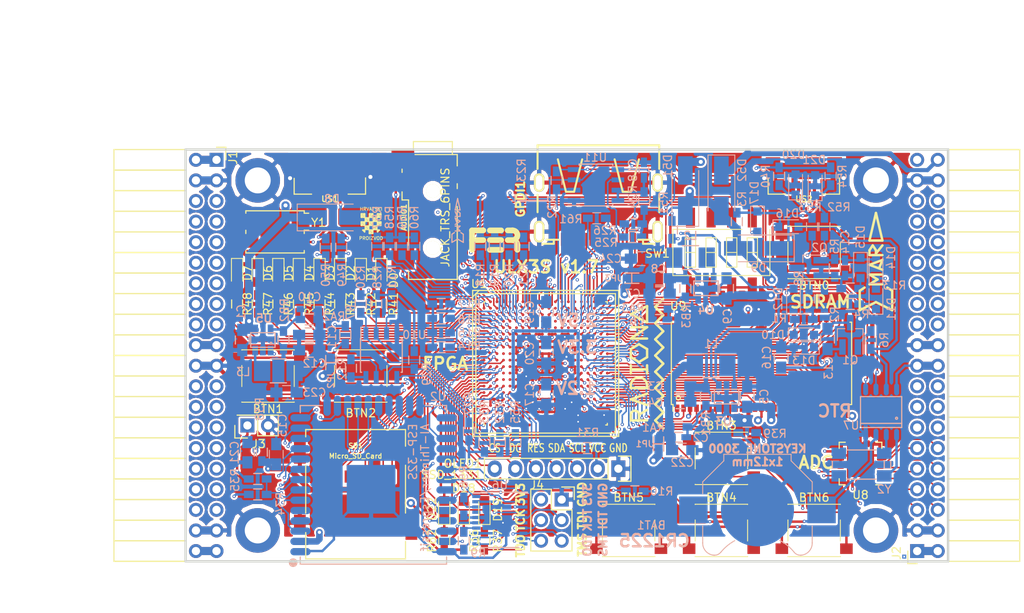
<source format=kicad_pcb>
(kicad_pcb (version 4) (host pcbnew 4.0.7+dfsg1-1)
  (layers (0 F.Cu signal) (1 In1.Cu signal) (2 In2.Cu signal) (31 B.Cu signal) (34 B.Paste user) (35 F.Paste user) (36 B.SilkS user) (37 F.SilkS user) (38 B.Mask user) (39 F.Mask user) (44 Edge.Cuts user))
  (net 0 "")
  (net 1 GND)
  (net 2 +5V)
  (net 3 /gpio/IN5V)
  (net 4 /gpio/OUT5V)
  (net 5 +3V3)
  (net 6 +1V2)
  (net 7 BTN_D)
  (net 8 BTN_F1)
  (net 9 BTN_F2)
  (net 10 BTN_L)
  (net 11 BTN_R)
  (net 12 BTN_U)
  (net 13 /power/FB1)
  (net 14 +2V5)
  (net 15 /power/PWREN)
  (net 16 /power/FB3)
  (net 17 /power/FB2)
  (net 18 "Net-(D9-Pad1)")
  (net 19 /power/VBAT)
  (net 20 JTAG_TDI)
  (net 21 JTAG_TCK)
  (net 22 JTAG_TMS)
  (net 23 JTAG_TDO)
  (net 24 /power/WAKEUPn)
  (net 25 /power/WKUP)
  (net 26 /power/SHUT)
  (net 27 /power/WAKE)
  (net 28 /power/HOLD)
  (net 29 /power/WKn)
  (net 30 /power/OSCI_32k)
  (net 31 /power/OSCO_32k)
  (net 32 "Net-(Q2-Pad3)")
  (net 33 SHUTDOWN)
  (net 34 /analog/AUDIO_L)
  (net 35 /analog/AUDIO_R)
  (net 36 GPDI_5V_SCL)
  (net 37 GPDI_5V_SDA)
  (net 38 GPDI_SDA)
  (net 39 GPDI_SCL)
  (net 40 /gpdi/VREF2)
  (net 41 SD_CMD)
  (net 42 SD_CLK)
  (net 43 SD_D0)
  (net 44 SD_D1)
  (net 45 USB5V)
  (net 46 GPDI_CEC)
  (net 47 nRESET)
  (net 48 FTDI_nDTR)
  (net 49 SDRAM_CKE)
  (net 50 SDRAM_A7)
  (net 51 SDRAM_D15)
  (net 52 SDRAM_BA1)
  (net 53 SDRAM_D7)
  (net 54 SDRAM_A6)
  (net 55 SDRAM_CLK)
  (net 56 SDRAM_D13)
  (net 57 SDRAM_BA0)
  (net 58 SDRAM_D6)
  (net 59 SDRAM_A5)
  (net 60 SDRAM_D14)
  (net 61 SDRAM_A11)
  (net 62 SDRAM_D12)
  (net 63 SDRAM_D5)
  (net 64 SDRAM_A4)
  (net 65 SDRAM_A10)
  (net 66 SDRAM_D11)
  (net 67 SDRAM_A3)
  (net 68 SDRAM_D4)
  (net 69 SDRAM_D10)
  (net 70 SDRAM_D9)
  (net 71 SDRAM_A9)
  (net 72 SDRAM_D3)
  (net 73 SDRAM_D8)
  (net 74 SDRAM_A8)
  (net 75 SDRAM_A2)
  (net 76 SDRAM_A1)
  (net 77 SDRAM_A0)
  (net 78 SDRAM_D2)
  (net 79 SDRAM_D1)
  (net 80 SDRAM_D0)
  (net 81 SDRAM_DQM0)
  (net 82 SDRAM_nCS)
  (net 83 SDRAM_nRAS)
  (net 84 SDRAM_DQM1)
  (net 85 SDRAM_nCAS)
  (net 86 SDRAM_nWE)
  (net 87 /flash/FLASH_nWP)
  (net 88 /flash/FLASH_nHOLD)
  (net 89 /flash/FLASH_MOSI)
  (net 90 /flash/FLASH_MISO)
  (net 91 /flash/FLASH_SCK)
  (net 92 /flash/FLASH_nCS)
  (net 93 /flash/FPGA_PROGRAMN)
  (net 94 /flash/FPGA_DONE)
  (net 95 /flash/FPGA_INITN)
  (net 96 OLED_RES)
  (net 97 OLED_DC)
  (net 98 OLED_CS)
  (net 99 WIFI_EN)
  (net 100 FTDI_nRTS)
  (net 101 FTDI_TXD)
  (net 102 FTDI_RXD)
  (net 103 WIFI_RXD)
  (net 104 WIFI_GPIO0)
  (net 105 WIFI_TXD)
  (net 106 GPDI_ETH-)
  (net 107 GPDI_ETH+)
  (net 108 GPDI_D2+)
  (net 109 GPDI_D2-)
  (net 110 GPDI_D1+)
  (net 111 GPDI_D1-)
  (net 112 GPDI_D0+)
  (net 113 GPDI_D0-)
  (net 114 GPDI_CLK+)
  (net 115 GPDI_CLK-)
  (net 116 USB_FTDI_D+)
  (net 117 USB_FTDI_D-)
  (net 118 J1_17-)
  (net 119 J1_17+)
  (net 120 J1_23-)
  (net 121 J1_23+)
  (net 122 J1_25-)
  (net 123 J1_25+)
  (net 124 J1_27-)
  (net 125 J1_27+)
  (net 126 J1_29-)
  (net 127 J1_29+)
  (net 128 J1_31-)
  (net 129 J1_31+)
  (net 130 J1_33-)
  (net 131 J1_33+)
  (net 132 J1_35-)
  (net 133 J1_35+)
  (net 134 J2_5-)
  (net 135 J2_5+)
  (net 136 J2_7-)
  (net 137 J2_7+)
  (net 138 J2_9-)
  (net 139 J2_9+)
  (net 140 J2_13-)
  (net 141 J2_13+)
  (net 142 J2_17-)
  (net 143 J2_17+)
  (net 144 J2_11-)
  (net 145 J2_11+)
  (net 146 J2_23-)
  (net 147 J2_23+)
  (net 148 J1_5-)
  (net 149 J1_5+)
  (net 150 J1_7-)
  (net 151 J1_7+)
  (net 152 J1_9-)
  (net 153 J1_9+)
  (net 154 J1_11-)
  (net 155 J1_11+)
  (net 156 J1_13-)
  (net 157 J1_13+)
  (net 158 J1_15-)
  (net 159 J1_15+)
  (net 160 J2_15-)
  (net 161 J2_15+)
  (net 162 J2_25-)
  (net 163 J2_25+)
  (net 164 J2_27-)
  (net 165 J2_27+)
  (net 166 J2_29-)
  (net 167 J2_29+)
  (net 168 J2_31-)
  (net 169 J2_31+)
  (net 170 J2_33-)
  (net 171 J2_33+)
  (net 172 J2_35-)
  (net 173 J2_35+)
  (net 174 SD_D3)
  (net 175 AUDIO_L3)
  (net 176 AUDIO_L2)
  (net 177 AUDIO_L1)
  (net 178 AUDIO_L0)
  (net 179 AUDIO_R3)
  (net 180 AUDIO_R2)
  (net 181 AUDIO_R1)
  (net 182 AUDIO_R0)
  (net 183 OLED_CLK)
  (net 184 OLED_MOSI)
  (net 185 LED0)
  (net 186 LED1)
  (net 187 LED2)
  (net 188 LED3)
  (net 189 LED4)
  (net 190 LED5)
  (net 191 LED6)
  (net 192 LED7)
  (net 193 BTN_PWRn)
  (net 194 FTDI_nTXLED)
  (net 195 FTDI_nSLEEP)
  (net 196 /blinkey/LED_PWREN)
  (net 197 /blinkey/LED_TXLED)
  (net 198 FT3V3)
  (net 199 /sdcard/SD3V3)
  (net 200 SD_D2)
  (net 201 CLK_25MHz)
  (net 202 /blinkey/BTNPUL)
  (net 203 /blinkey/BTNPUR)
  (net 204 USB_FPGA_D+)
  (net 205 /power/FTDI_nSUSPEND)
  (net 206 /blinkey/ALED0)
  (net 207 /blinkey/ALED1)
  (net 208 /blinkey/ALED2)
  (net 209 /blinkey/ALED3)
  (net 210 /blinkey/ALED4)
  (net 211 /blinkey/ALED5)
  (net 212 /blinkey/ALED6)
  (net 213 /blinkey/ALED7)
  (net 214 /usb/FTD-)
  (net 215 /usb/FTD+)
  (net 216 ADC_MISO)
  (net 217 ADC_MOSI)
  (net 218 ADC_CSn)
  (net 219 ADC_SCLK)
  (net 220 "Net-(R51-Pad2)")
  (net 221 SW3)
  (net 222 SW2)
  (net 223 SW1)
  (net 224 SW0)
  (net 225 USB_FPGA_D-)
  (net 226 /usb/FPD+)
  (net 227 /usb/FPD-)
  (net 228 WIFI_GPIO16)
  (net 229 WIFI_GPIO15)
  (net 230 /usb/ANT_433MHz)
  (net 231 /power/PWRBTn)
  (net 232 PROG_DONE)
  (net 233 /power/P1V2)
  (net 234 /power/P3V3)
  (net 235 /power/P2V5)
  (net 236 /power/L1)
  (net 237 /power/L3)
  (net 238 /power/L2)
  (net 239 FTDI_TXDEN)
  (net 240 /wifi/WIFIOFF)
  (net 241 SDRAM_A12)
  (net 242 /analog/AUDIO_V)
  (net 243 AUDIO_V3)
  (net 244 AUDIO_V2)
  (net 245 AUDIO_V1)
  (net 246 AUDIO_V0)
  (net 247 /gpdi/FPGA_CEC)
  (net 248 /blinkey/LED_WIFI)
  (net 249 WIFI_GPIO2)
  (module SMD_Packages:1Pin (layer F.Cu) (at 182.67515 111.637626)
    (fp_text reference AE1 hide)
    (fp_text value 433MHz hide)
    (pad 1 smd rect (at 0 0) (size 0.5 0.5) (layers B.Cu F.Paste F.Mask) (net 230 /usb/ANT_433MHz))
  )
  (module Resistors_SMD:R_0603_HandSoldering (layer B.Cu) (at 103.498 98.758 90)
    (fp_text reference R38 (at 5.334 -0.254 90) (layer B.SilkS) (effects (justify mirror)))
    (fp_text value 0.47)
    (pad 1 smd rect (at -1.1 0 90) (size 1.2 0.9) (layers B.Cu B.Paste B.Mask) (net 199 /sdcard/SD3V3))
    (pad 2 smd rect (at 1.1 0 90) (size 1.2 0.9) (layers B.Cu B.Paste B.Mask) (net 5 +3V3))
  )
  (module jumper:SOLDER-JUMPER_1-WAY (layer B.Cu) (at 152.393 97.742 270)
    (fp_text reference JP1 (at 0 1.778 360) (layer B.SilkS) (effects (font (size 0.762 0.762) (thickness 0.1524)) (justify mirror)))
    (fp_text value 1.2 hide)
    (pad 1 smd rect (at -0.6 0 270) (size 1 1) (layers B.Cu B.Paste B.Mask) (net 233 /power/P1V2))
    (pad 2 smd rect (at 0.6 0 270) (size 1 1) (layers B.Cu B.Paste B.Mask) (net 6 +1V2))
  )
  (module ESP32-footprints-Lib:ESP-32S (layer B.Cu) (at 117.313 101.513)
    (fp_text reference U2 (at 7.902 -9.613 180) (layer B.SilkS) (effects (justify mirror)))
    (fp_text value ESP-32S)
    (fp_text user AI-Thinker/Espressif (at 6.3 1.6 270) (layer B.SilkS) (effects (justify mirror)))
    (fp_text user ESP-32S (at 4.8 -2.8 270) (layer B.SilkS) (effects (justify mirror)))
    (pad 38 smd oval (at 8.947434 9.517338 180) (size 2.5 0.9) (layers B.Cu B.Paste B.Mask) (net 1 GND))
    (pad 37 smd oval (at 8.947434 8.247338 180) (size 2.5 0.9) (layers B.Cu B.Paste B.Mask) (net 20 JTAG_TDI))
    (pad 36 smd oval (at 8.947434 6.977338 180) (size 2.5 0.9) (layers B.Cu B.Paste B.Mask) (net 232 PROG_DONE))
    (pad 35 smd oval (at 8.947434 5.707338 180) (size 2.5 0.9) (layers B.Cu B.Paste B.Mask) (net 105 WIFI_TXD))
    (pad 34 smd oval (at 8.947434 4.437338 180) (size 2.5 0.9) (layers B.Cu B.Paste B.Mask) (net 103 WIFI_RXD))
    (pad 33 smd oval (at 8.947434 3.167338 180) (size 2.5 0.9) (layers B.Cu B.Paste B.Mask) (net 22 JTAG_TMS))
    (pad 32 smd oval (at 8.947434 1.897338 180) (size 2.5 0.9) (layers B.Cu B.Paste B.Mask))
    (pad 31 smd oval (at 8.947434 0.627338 180) (size 2.5 0.9) (layers B.Cu B.Paste B.Mask) (net 23 JTAG_TDO))
    (pad 30 smd oval (at 8.947434 -0.642662 180) (size 2.5 0.9) (layers B.Cu B.Paste B.Mask) (net 21 JTAG_TCK))
    (pad 29 smd oval (at 8.947434 -1.912662 180) (size 2.5 0.9) (layers B.Cu B.Paste B.Mask))
    (pad 28 smd oval (at 8.947434 -3.182662 180) (size 2.5 0.9) (layers B.Cu B.Paste B.Mask))
    (pad 27 smd oval (at 8.947434 -4.452662 180) (size 2.5 0.9) (layers B.Cu B.Paste B.Mask) (net 228 WIFI_GPIO16))
    (pad 26 smd oval (at 8.947434 -5.722662 180) (size 2.5 0.9) (layers B.Cu B.Paste B.Mask))
    (pad 25 smd oval (at 8.947434 -6.992662 180) (size 2.5 0.9) (layers B.Cu B.Paste B.Mask) (net 104 WIFI_GPIO0))
    (pad 24 smd oval (at 5.662434 -8.482662 180) (size 0.9 2.5) (layers B.Cu B.Paste B.Mask) (net 249 WIFI_GPIO2))
    (pad 23 smd oval (at 4.392434 -8.482662 180) (size 0.9 2.5) (layers B.Cu B.Paste B.Mask) (net 229 WIFI_GPIO15))
    (pad 22 smd oval (at 3.122434 -8.482662 180) (size 0.9 2.5) (layers B.Cu B.Paste B.Mask) (net 44 SD_D1))
    (pad 21 smd oval (at 1.852434 -8.482662 180) (size 0.9 2.5) (layers B.Cu B.Paste B.Mask) (net 43 SD_D0))
    (pad 20 smd oval (at 0.582434 -8.482662 180) (size 0.9 2.5) (layers B.Cu B.Paste B.Mask) (net 42 SD_CLK))
    (pad 19 smd oval (at -0.687566 -8.482662 180) (size 0.9 2.5) (layers B.Cu B.Paste B.Mask) (net 41 SD_CMD))
    (pad 18 smd oval (at -1.957566 -8.482662 180) (size 0.9 2.5) (layers B.Cu B.Paste B.Mask) (net 174 SD_D3))
    (pad 17 smd oval (at -3.227566 -8.482662 180) (size 0.9 2.5) (layers B.Cu B.Paste B.Mask) (net 200 SD_D2))
    (pad 16 smd oval (at -4.497566 -8.482662 180) (size 0.9 2.5) (layers B.Cu B.Paste B.Mask) (net 124 J1_27-))
    (pad 15 smd oval (at -5.767566 -8.482662 180) (size 0.9 2.5) (layers B.Cu B.Paste B.Mask) (net 1 GND))
    (pad 14 smd oval (at -9.052566 -6.992662 180) (size 2.5 0.9) (layers B.Cu B.Paste B.Mask) (net 125 J1_27+))
    (pad 13 smd oval (at -9.052566 -5.722662 180) (size 2.5 0.9) (layers B.Cu B.Paste B.Mask) (net 126 J1_29-))
    (pad 12 smd oval (at -9.052566 -4.452662 180) (size 2.5 0.9) (layers B.Cu B.Paste B.Mask) (net 127 J1_29+))
    (pad 11 smd oval (at -9.052566 -3.182662 180) (size 2.5 0.9) (layers B.Cu B.Paste B.Mask) (net 128 J1_31-))
    (pad 10 smd oval (at -9.052566 -1.912662 180) (size 2.5 0.9) (layers B.Cu B.Paste B.Mask) (net 129 J1_31+))
    (pad 9 smd oval (at -9.052566 -0.642662 180) (size 2.5 0.9) (layers B.Cu B.Paste B.Mask) (net 130 J1_33-))
    (pad 8 smd oval (at -9.052566 0.627338 180) (size 2.5 0.9) (layers B.Cu B.Paste B.Mask) (net 131 J1_33+))
    (pad 7 smd oval (at -9.052566 1.897338 180) (size 2.5 0.9) (layers B.Cu B.Paste B.Mask) (net 132 J1_35-))
    (pad 6 smd oval (at -9.052566 3.167338 180) (size 2.5 0.9) (layers B.Cu B.Paste B.Mask) (net 133 J1_35+))
    (pad 5 smd oval (at -9.052566 4.437338 180) (size 2.5 0.9) (layers B.Cu B.Paste B.Mask))
    (pad 4 smd oval (at -9.052566 5.707338 180) (size 2.5 0.9) (layers B.Cu B.Paste B.Mask))
    (pad 3 smd oval (at -9.052566 6.977338 180) (size 2.5 0.9) (layers B.Cu B.Paste B.Mask) (net 99 WIFI_EN))
    (pad 2 smd oval (at -9.052566 8.247338 180) (size 2.5 0.9) (layers B.Cu B.Paste B.Mask) (net 5 +3V3))
    (pad 1 smd oval (at -9.052566 9.517338 180) (size 2.5 0.9) (layers B.Cu B.Paste B.Mask) (net 1 GND))
    (pad 39 smd rect (at -0.352566 1.817338 180) (size 6 6) (layers B.Cu B.Paste B.Mask) (net 1 GND))
  )
  (module Diodes_SMD:D_SMA_Handsoldering (layer B.Cu) (at 155.695 66.5 90)
    (fp_text reference D51 (at 3.048 -2.159 90) (layer B.SilkS) (effects (justify mirror)))
    (fp_text value STPS2L30AF hide)
    (pad 1 smd rect (at -2.5 0 90) (size 3.5 1.8) (layers B.Cu B.Paste B.Mask) (net 2 +5V))
    (pad 2 smd rect (at 2.5 0 90) (size 3.5 1.8) (layers B.Cu B.Paste B.Mask) (net 3 /gpio/IN5V))
  )
  (module Resistors_SMD:R_0603_HandSoldering (layer B.Cu) (at 154.044 71.326 90)
    (fp_text reference R51 (at 3.302 -1.016 90) (layer B.SilkS) (effects (justify mirror)))
    (fp_text value 150)
    (pad 1 smd rect (at -1.1 0 90) (size 1.2 0.9) (layers B.Cu B.Paste B.Mask) (net 5 +3V3))
    (pad 2 smd rect (at 1.1 0 90) (size 1.2 0.9) (layers B.Cu B.Paste B.Mask) (net 220 "Net-(R51-Pad2)"))
  )
  (module Resistors_SMD:R_1210_HandSoldering (layer B.Cu) (at 158.87 88.09 180)
    (fp_text reference L1 (at 0 2.7 180) (layer B.SilkS) (effects (justify mirror)))
    (fp_text value 2.2uH)
    (pad 1 smd rect (at -2 0 180) (size 2 2.5) (layers B.Cu B.Paste B.Mask) (net 236 /power/L1))
    (pad 2 smd rect (at 2 0 180) (size 2 2.5) (layers B.Cu B.Paste B.Mask) (net 233 /power/P1V2))
  )
  (module TSOT-25:TSOT-25 (layer B.Cu) (at 160.775 91.9)
    (fp_text reference U3 (at -0.381 3.048) (layer B.SilkS) (effects (font (thickness 0.2)) (justify mirror)))
    (fp_text value AP3429A)
    (pad 1 smd rect (at -0.95 -1.3) (size 0.7 1.2) (layers B.Cu B.Paste B.Mask) (net 15 /power/PWREN))
    (pad 2 smd rect (at 0 -1.3) (size 0.7 1.2) (layers B.Cu B.Paste B.Mask) (net 1 GND))
    (pad 3 smd rect (at 0.95 -1.3) (size 0.7 1.2) (layers B.Cu B.Paste B.Mask) (net 236 /power/L1))
    (pad 4 smd rect (at 0.95 1.3) (size 0.7 1.2) (layers B.Cu B.Paste B.Mask) (net 2 +5V))
    (pad 5 smd rect (at -0.95 1.3) (size 0.7 1.2) (layers B.Cu B.Paste B.Mask) (net 13 /power/FB1))
  )
  (module Resistors_SMD:R_1210_HandSoldering (layer B.Cu) (at 156.33 74.755 180)
    (fp_text reference L2 (at 0 2.7 180) (layer B.SilkS) (effects (justify mirror)))
    (fp_text value 2.2uH)
    (pad 1 smd rect (at -2 0 180) (size 2 2.5) (layers B.Cu B.Paste B.Mask) (net 237 /power/L3))
    (pad 2 smd rect (at 2 0 180) (size 2 2.5) (layers B.Cu B.Paste B.Mask) (net 234 /power/P3V3))
  )
  (module TSOT-25:TSOT-25 (layer B.Cu) (at 158.235 78.535)
    (fp_text reference U4 (at 0 2.697) (layer B.SilkS) (effects (font (thickness 0.2)) (justify mirror)))
    (fp_text value AP3429A)
    (pad 1 smd rect (at -0.95 -1.3) (size 0.7 1.2) (layers B.Cu B.Paste B.Mask) (net 15 /power/PWREN))
    (pad 2 smd rect (at 0 -1.3) (size 0.7 1.2) (layers B.Cu B.Paste B.Mask) (net 1 GND))
    (pad 3 smd rect (at 0.95 -1.3) (size 0.7 1.2) (layers B.Cu B.Paste B.Mask) (net 237 /power/L3))
    (pad 4 smd rect (at 0.95 1.3) (size 0.7 1.2) (layers B.Cu B.Paste B.Mask) (net 2 +5V))
    (pad 5 smd rect (at -0.95 1.3) (size 0.7 1.2) (layers B.Cu B.Paste B.Mask) (net 16 /power/FB3))
  )
  (module Resistors_SMD:R_1210_HandSoldering (layer B.Cu) (at 105.53 88.725)
    (fp_text reference L3 (at -4.318 0.127) (layer B.SilkS) (effects (justify mirror)))
    (fp_text value 2.2uH)
    (pad 1 smd rect (at -2 0) (size 2 2.5) (layers B.Cu B.Paste B.Mask) (net 238 /power/L2))
    (pad 2 smd rect (at 2 0) (size 2 2.5) (layers B.Cu B.Paste B.Mask) (net 235 /power/P2V5))
  )
  (module TSOT-25:TSOT-25 (layer B.Cu) (at 103.625 84.915 180)
    (fp_text reference U5 (at -0.127 2.667 180) (layer B.SilkS) (effects (font (thickness 0.2)) (justify mirror)))
    (fp_text value AP3429A)
    (pad 1 smd rect (at -0.95 -1.3 180) (size 0.7 1.2) (layers B.Cu B.Paste B.Mask) (net 15 /power/PWREN))
    (pad 2 smd rect (at 0 -1.3 180) (size 0.7 1.2) (layers B.Cu B.Paste B.Mask) (net 1 GND))
    (pad 3 smd rect (at 0.95 -1.3 180) (size 0.7 1.2) (layers B.Cu B.Paste B.Mask) (net 238 /power/L2))
    (pad 4 smd rect (at 0.95 1.3 180) (size 0.7 1.2) (layers B.Cu B.Paste B.Mask) (net 2 +5V))
    (pad 5 smd rect (at -0.95 1.3 180) (size 0.7 1.2) (layers B.Cu B.Paste B.Mask) (net 17 /power/FB2))
  )
  (module Capacitors_SMD:C_0805_HandSoldering (layer B.Cu) (at 101.085 84.915 270)
    (fp_text reference C1 (at -3.429 0.127 270) (layer B.SilkS) (effects (justify mirror)))
    (fp_text value 22uF)
    (pad 1 smd rect (at -1.25 0 270) (size 1.5 1.25) (layers B.Cu B.Paste B.Mask) (net 2 +5V))
    (pad 2 smd rect (at 1.25 0 270) (size 1.5 1.25) (layers B.Cu B.Paste B.Mask) (net 1 GND))
  )
  (module Capacitors_SMD:C_0805_HandSoldering (layer B.Cu) (at 155.06 90.63)
    (fp_text reference C3 (at -3.048 0) (layer B.SilkS) (effects (justify mirror)))
    (fp_text value 22uF)
    (pad 1 smd rect (at -1.25 0) (size 1.5 1.25) (layers B.Cu B.Paste B.Mask) (net 233 /power/P1V2))
    (pad 2 smd rect (at 1.25 0) (size 1.5 1.25) (layers B.Cu B.Paste B.Mask) (net 1 GND))
  )
  (module Capacitors_SMD:C_0805_HandSoldering (layer B.Cu) (at 155.06 92.535)
    (fp_text reference C4 (at -3.048 0.127) (layer B.SilkS) (effects (justify mirror)))
    (fp_text value 22uF)
    (pad 1 smd rect (at -1.25 0) (size 1.5 1.25) (layers B.Cu B.Paste B.Mask) (net 233 /power/P1V2))
    (pad 2 smd rect (at 1.25 0) (size 1.5 1.25) (layers B.Cu B.Paste B.Mask) (net 1 GND))
  )
  (module Capacitors_SMD:C_0805_HandSoldering (layer B.Cu) (at 163.315 91.9 90)
    (fp_text reference C5 (at 0 2.1 90) (layer B.SilkS) (effects (justify mirror)))
    (fp_text value 22uF)
    (pad 1 smd rect (at -1.25 0 90) (size 1.5 1.25) (layers B.Cu B.Paste B.Mask) (net 2 +5V))
    (pad 2 smd rect (at 1.25 0 90) (size 1.5 1.25) (layers B.Cu B.Paste B.Mask) (net 1 GND))
  )
  (module Capacitors_SMD:C_0805_HandSoldering (layer B.Cu) (at 152.52 79.2)
    (fp_text reference C7 (at -3.302 0) (layer B.SilkS) (effects (justify mirror)))
    (fp_text value 22uF)
    (pad 1 smd rect (at -1.25 0) (size 1.5 1.25) (layers B.Cu B.Paste B.Mask) (net 234 /power/P3V3))
    (pad 2 smd rect (at 1.25 0) (size 1.5 1.25) (layers B.Cu B.Paste B.Mask) (net 1 GND))
  )
  (module Capacitors_SMD:C_0805_HandSoldering (layer B.Cu) (at 152.52 77.295)
    (fp_text reference C8 (at -0.127 -1.143) (layer B.SilkS) (effects (justify mirror)))
    (fp_text value 22uF)
    (pad 1 smd rect (at -1.25 0) (size 1.5 1.25) (layers B.Cu B.Paste B.Mask) (net 234 /power/P3V3))
    (pad 2 smd rect (at 1.25 0) (size 1.5 1.25) (layers B.Cu B.Paste B.Mask) (net 1 GND))
  )
  (module Capacitors_SMD:C_0805_HandSoldering (layer B.Cu) (at 160.775 78.565 90)
    (fp_text reference C9 (at -3.429 0.127 90) (layer B.SilkS) (effects (justify mirror)))
    (fp_text value 22uF)
    (pad 1 smd rect (at -1.25 0 90) (size 1.5 1.25) (layers B.Cu B.Paste B.Mask) (net 2 +5V))
    (pad 2 smd rect (at 1.25 0 90) (size 1.5 1.25) (layers B.Cu B.Paste B.Mask) (net 1 GND))
  )
  (module Capacitors_SMD:C_0805_HandSoldering (layer B.Cu) (at 109.34 84.28 180)
    (fp_text reference C11 (at -2.794 -0.254 270) (layer B.SilkS) (effects (justify mirror)))
    (fp_text value 22uF)
    (pad 1 smd rect (at -1.25 0 180) (size 1.5 1.25) (layers B.Cu B.Paste B.Mask) (net 235 /power/P2V5))
    (pad 2 smd rect (at 1.25 0 180) (size 1.5 1.25) (layers B.Cu B.Paste B.Mask) (net 1 GND))
  )
  (module Capacitors_SMD:C_0805_HandSoldering (layer B.Cu) (at 109.34 86.185 180)
    (fp_text reference C12 (at -0.635 -1.615 360) (layer B.SilkS) (effects (justify mirror)))
    (fp_text value 22uF)
    (pad 1 smd rect (at -1.25 0 180) (size 1.5 1.25) (layers B.Cu B.Paste B.Mask) (net 235 /power/P2V5))
    (pad 2 smd rect (at 1.25 0 180) (size 1.5 1.25) (layers B.Cu B.Paste B.Mask) (net 1 GND))
  )
  (module Power_Integrations:SO-8 (layer B.Cu) (at 179.825 93.805 180)
    (fp_text reference U7 (at 3.683 -1.651 180) (layer B.SilkS) (effects (justify mirror)))
    (fp_text value PCF8523)
    (pad 1 smd oval (at -1.905 -2.794 180) (size 0.6096 1.4732) (layers B.Cu B.Paste B.Mask) (net 30 /power/OSCI_32k))
    (pad 2 smd oval (at -0.635 -2.794 180) (size 0.6096 1.4732) (layers B.Cu B.Paste B.Mask) (net 31 /power/OSCO_32k))
    (pad 3 smd oval (at 0.635 -2.794 180) (size 0.6096 1.4732) (layers B.Cu B.Paste B.Mask) (net 19 /power/VBAT))
    (pad 4 smd oval (at 1.905 -2.794 180) (size 0.6096 1.4732) (layers B.Cu B.Paste B.Mask) (net 1 GND))
    (pad 5 smd oval (at 1.905 2.794 180) (size 0.6096 1.4732) (layers B.Cu B.Paste B.Mask) (net 38 GPDI_SDA))
    (pad 6 smd oval (at 0.635 2.794 180) (size 0.6096 1.4732) (layers B.Cu B.Paste B.Mask) (net 39 GPDI_SCL))
    (pad 7 smd oval (at -0.635 2.794 180) (size 0.6096 1.4732) (layers B.Cu B.Paste B.Mask) (net 24 /power/WAKEUPn))
    (pad 8 smd oval (at -1.905 2.794 180) (size 0.6096 1.4732) (layers B.Cu B.Paste B.Mask) (net 5 +3V3))
  )
  (module Capacitors_SMD:C_0805_HandSoldering (layer B.Cu) (at 173.221 84.788 90)
    (fp_text reference C13 (at -3.556 0.127 90) (layer B.SilkS) (effects (justify mirror)))
    (fp_text value 2.2uF)
    (pad 1 smd rect (at -1.25 0 90) (size 1.5 1.25) (layers B.Cu B.Paste B.Mask) (net 2 +5V))
    (pad 2 smd rect (at 1.25 0 90) (size 1.5 1.25) (layers B.Cu B.Paste B.Mask) (net 25 /power/WKUP))
  )
  (module TSOP54:TSOP54 (layer F.Cu) (at 165.08 87.8 90)
    (fp_text reference U9 (at 7.076 -10.274 180) (layer F.SilkS))
    (fp_text value MT48LC4M16A2TG)
    (pad 28 smd rect (at 5.53 10.4 90) (size 0.9 0.56) (layers F.Cu F.Paste F.Mask) (net 1 GND))
    (pad 1 smd rect (at -5.53 -10.4 90) (size 0.9 0.56) (layers F.Cu F.Paste F.Mask) (net 5 +3V3))
    (pad 2 smd rect (at -5.53 -9.6 90) (size 0.9 0.56) (layers F.Cu F.Paste F.Mask) (net 80 SDRAM_D0))
    (pad 3 smd rect (at -5.53 -8.8 90) (size 0.9 0.56) (layers F.Cu F.Paste F.Mask) (net 5 +3V3))
    (pad 4 smd rect (at -5.53 -8 90) (size 0.9 0.56) (layers F.Cu F.Paste F.Mask) (net 79 SDRAM_D1))
    (pad 5 smd rect (at -5.53 -7.2 90) (size 0.9 0.56) (layers F.Cu F.Paste F.Mask) (net 78 SDRAM_D2))
    (pad 6 smd rect (at -5.53 -6.4 90) (size 0.9 0.56) (layers F.Cu F.Paste F.Mask) (net 1 GND))
    (pad 7 smd rect (at -5.53 -5.6 90) (size 0.9 0.56) (layers F.Cu F.Paste F.Mask) (net 72 SDRAM_D3))
    (pad 8 smd rect (at -5.53 -4.8 90) (size 0.9 0.56) (layers F.Cu F.Paste F.Mask) (net 68 SDRAM_D4))
    (pad 9 smd rect (at -5.53 -4 90) (size 0.9 0.56) (layers F.Cu F.Paste F.Mask) (net 5 +3V3))
    (pad 10 smd rect (at -5.53 -3.2 90) (size 0.9 0.56) (layers F.Cu F.Paste F.Mask) (net 63 SDRAM_D5))
    (pad 11 smd rect (at -5.53 -2.4 90) (size 0.9 0.56) (layers F.Cu F.Paste F.Mask) (net 58 SDRAM_D6))
    (pad 12 smd rect (at -5.53 -1.6 90) (size 0.9 0.56) (layers F.Cu F.Paste F.Mask) (net 1 GND))
    (pad 13 smd rect (at -5.53 -0.8 90) (size 0.9 0.56) (layers F.Cu F.Paste F.Mask) (net 53 SDRAM_D7))
    (pad 14 smd rect (at -5.53 0 90) (size 0.9 0.56) (layers F.Cu F.Paste F.Mask) (net 5 +3V3))
    (pad 15 smd rect (at -5.53 0.8 90) (size 0.9 0.56) (layers F.Cu F.Paste F.Mask) (net 81 SDRAM_DQM0))
    (pad 16 smd rect (at -5.53 1.6 90) (size 0.9 0.56) (layers F.Cu F.Paste F.Mask) (net 86 SDRAM_nWE))
    (pad 17 smd rect (at -5.53 2.4 90) (size 0.9 0.56) (layers F.Cu F.Paste F.Mask) (net 85 SDRAM_nCAS))
    (pad 18 smd rect (at -5.53 3.2 90) (size 0.9 0.56) (layers F.Cu F.Paste F.Mask) (net 83 SDRAM_nRAS))
    (pad 19 smd rect (at -5.53 4 90) (size 0.9 0.56) (layers F.Cu F.Paste F.Mask) (net 82 SDRAM_nCS))
    (pad 20 smd rect (at -5.53 4.8 90) (size 0.9 0.56) (layers F.Cu F.Paste F.Mask) (net 57 SDRAM_BA0))
    (pad 21 smd rect (at -5.53 5.6 90) (size 0.9 0.56) (layers F.Cu F.Paste F.Mask) (net 52 SDRAM_BA1))
    (pad 22 smd rect (at -5.53 6.4 90) (size 0.9 0.56) (layers F.Cu F.Paste F.Mask) (net 65 SDRAM_A10))
    (pad 23 smd rect (at -5.53 7.2 90) (size 0.9 0.56) (layers F.Cu F.Paste F.Mask) (net 77 SDRAM_A0))
    (pad 24 smd rect (at -5.53 8 90) (size 0.9 0.56) (layers F.Cu F.Paste F.Mask) (net 76 SDRAM_A1))
    (pad 25 smd rect (at -5.53 8.8 90) (size 0.9 0.56) (layers F.Cu F.Paste F.Mask) (net 75 SDRAM_A2))
    (pad 26 smd rect (at -5.53 9.6 90) (size 0.9 0.56) (layers F.Cu F.Paste F.Mask) (net 67 SDRAM_A3))
    (pad 27 smd rect (at -5.53 10.4 90) (size 0.9 0.56) (layers F.Cu F.Paste F.Mask) (net 5 +3V3))
    (pad 29 smd rect (at 5.53 9.6 90) (size 0.9 0.56) (layers F.Cu F.Paste F.Mask) (net 64 SDRAM_A4))
    (pad 30 smd rect (at 5.53 8.8 90) (size 0.9 0.56) (layers F.Cu F.Paste F.Mask) (net 59 SDRAM_A5))
    (pad 31 smd rect (at 5.53 8 90) (size 0.9 0.56) (layers F.Cu F.Paste F.Mask) (net 54 SDRAM_A6))
    (pad 32 smd rect (at 5.53 7.2 90) (size 0.9 0.56) (layers F.Cu F.Paste F.Mask) (net 50 SDRAM_A7))
    (pad 33 smd rect (at 5.53 6.4 90) (size 0.9 0.56) (layers F.Cu F.Paste F.Mask) (net 74 SDRAM_A8))
    (pad 34 smd rect (at 5.53 5.6 90) (size 0.9 0.56) (layers F.Cu F.Paste F.Mask) (net 71 SDRAM_A9))
    (pad 35 smd rect (at 5.53 4.8 90) (size 0.9 0.56) (layers F.Cu F.Paste F.Mask) (net 61 SDRAM_A11))
    (pad 36 smd rect (at 5.53 4 90) (size 0.9 0.56) (layers F.Cu F.Paste F.Mask) (net 241 SDRAM_A12))
    (pad 37 smd rect (at 5.53 3.2 90) (size 0.9 0.56) (layers F.Cu F.Paste F.Mask) (net 49 SDRAM_CKE))
    (pad 38 smd rect (at 5.53 2.4 90) (size 0.9 0.56) (layers F.Cu F.Paste F.Mask) (net 55 SDRAM_CLK))
    (pad 39 smd rect (at 5.53 1.6 90) (size 0.9 0.56) (layers F.Cu F.Paste F.Mask) (net 84 SDRAM_DQM1))
    (pad 40 smd rect (at 5.53 0.8 90) (size 0.9 0.56) (layers F.Cu F.Paste F.Mask))
    (pad 41 smd rect (at 5.53 0 90) (size 0.9 0.56) (layers F.Cu F.Paste F.Mask) (net 1 GND))
    (pad 42 smd rect (at 5.53 -0.8 90) (size 0.9 0.56) (layers F.Cu F.Paste F.Mask) (net 73 SDRAM_D8))
    (pad 43 smd rect (at 5.53 -1.6 90) (size 0.9 0.56) (layers F.Cu F.Paste F.Mask) (net 5 +3V3))
    (pad 44 smd rect (at 5.53 -2.4 90) (size 0.9 0.56) (layers F.Cu F.Paste F.Mask) (net 70 SDRAM_D9))
    (pad 45 smd rect (at 5.53 -3.2 90) (size 0.9 0.56) (layers F.Cu F.Paste F.Mask) (net 69 SDRAM_D10))
    (pad 46 smd rect (at 5.53 -4 90) (size 0.9 0.56) (layers F.Cu F.Paste F.Mask) (net 1 GND))
    (pad 47 smd rect (at 5.53 -4.8 90) (size 0.9 0.56) (layers F.Cu F.Paste F.Mask) (net 66 SDRAM_D11))
    (pad 48 smd rect (at 5.53 -5.6 90) (size 0.9 0.56) (layers F.Cu F.Paste F.Mask) (net 62 SDRAM_D12))
    (pad 49 smd rect (at 5.53 -6.4 90) (size 0.9 0.56) (layers F.Cu F.Paste F.Mask) (net 5 +3V3))
    (pad 50 smd rect (at 5.53 -7.2 90) (size 0.9 0.56) (layers F.Cu F.Paste F.Mask) (net 56 SDRAM_D13))
    (pad 51 smd rect (at 5.53 -8 90) (size 0.9 0.56) (layers F.Cu F.Paste F.Mask) (net 60 SDRAM_D14))
    (pad 52 smd rect (at 5.53 -8.8 90) (size 0.9 0.56) (layers F.Cu F.Paste F.Mask) (net 1 GND))
    (pad 53 smd rect (at 5.53 -9.6 90) (size 0.9 0.56) (layers F.Cu F.Paste F.Mask) (net 51 SDRAM_D15))
    (pad 54 smd rect (at 5.53 -10.4 90) (size 0.9 0.56) (layers F.Cu F.Paste F.Mask) (net 1 GND))
  )
  (module TO_SOT_Packages_SMD:SOT-23_Handsoldering (layer B.Cu) (at 176.015 84.28 90)
    (fp_text reference Q1 (at -3.1115 0 180) (layer B.SilkS) (effects (justify mirror)))
    (fp_text value BC857)
    (pad 1 smd rect (at -1.5 0.95 90) (size 1.9 0.8) (layers B.Cu B.Paste B.Mask) (net 29 /power/WKn))
    (pad 2 smd rect (at -1.5 -0.95 90) (size 1.9 0.8) (layers B.Cu B.Paste B.Mask) (net 2 +5V))
    (pad 3 smd rect (at 1.5 0 90) (size 1.9 0.8) (layers B.Cu B.Paste B.Mask) (net 25 /power/WKUP))
  )
  (module TO_SOT_Packages_SMD:SOT-23_Handsoldering (layer B.Cu) (at 170.935 76.025 180)
    (fp_text reference Q2 (at -1.295 2.5 180) (layer B.SilkS) (effects (justify mirror)))
    (fp_text value 2N7002)
    (pad 1 smd rect (at -1.5 0.95 180) (size 1.9 0.8) (layers B.Cu B.Paste B.Mask) (net 26 /power/SHUT))
    (pad 2 smd rect (at -1.5 -0.95 180) (size 1.9 0.8) (layers B.Cu B.Paste B.Mask) (net 1 GND))
    (pad 3 smd rect (at 1.5 0 180) (size 1.9 0.8) (layers B.Cu B.Paste B.Mask) (net 32 "Net-(Q2-Pad3)"))
  )
  (module Capacitors_SMD:C_0603_HandSoldering (layer B.Cu) (at 154.86 96.91)
    (fp_text reference C2 (at 2.74 0.07) (layer B.SilkS) (effects (justify mirror)))
    (fp_text value 470pF)
    (pad 1 smd rect (at -0.95 0) (size 1.2 0.75) (layers B.Cu B.Paste B.Mask) (net 233 /power/P1V2))
    (pad 2 smd rect (at 0.95 0) (size 1.2 0.75) (layers B.Cu B.Paste B.Mask) (net 13 /power/FB1))
  )
  (module Capacitors_SMD:C_0603_HandSoldering (layer B.Cu) (at 152.52 82.375)
    (fp_text reference C6 (at -2.794 0.127) (layer B.SilkS) (effects (justify mirror)))
    (fp_text value 470pF)
    (pad 1 smd rect (at -0.95 0) (size 1.2 0.75) (layers B.Cu B.Paste B.Mask) (net 234 /power/P3V3))
    (pad 2 smd rect (at 0.95 0) (size 1.2 0.75) (layers B.Cu B.Paste B.Mask) (net 16 /power/FB3))
  )
  (module Capacitors_SMD:C_0603_HandSoldering (layer B.Cu) (at 109.34 81.105 180)
    (fp_text reference C10 (at -0.04 1.505 180) (layer B.SilkS) (effects (justify mirror)))
    (fp_text value 470pF)
    (pad 1 smd rect (at -0.95 0 180) (size 1.2 0.75) (layers B.Cu B.Paste B.Mask) (net 235 /power/P2V5))
    (pad 2 smd rect (at 0.95 0 180) (size 1.2 0.75) (layers B.Cu B.Paste B.Mask) (net 17 /power/FB2))
  )
  (module Capacitors_SMD:C_0603_HandSoldering (layer B.Cu) (at 175.38 76.025 270)
    (fp_text reference C14 (at -3.175 0 270) (layer B.SilkS) (effects (justify mirror)))
    (fp_text value 100nF)
    (pad 1 smd rect (at -0.95 0 270) (size 1.2 0.75) (layers B.Cu B.Paste B.Mask) (net 26 /power/SHUT))
    (pad 2 smd rect (at 0.95 0 270) (size 1.2 0.75) (layers B.Cu B.Paste B.Mask) (net 1 GND))
  )
  (module Resistors_SMD:R_0603_HandSoldering (layer B.Cu) (at 170.3 82.375)
    (fp_text reference R1 (at -3.048 -0.127) (layer B.SilkS) (effects (justify mirror)))
    (fp_text value 15k)
    (pad 1 smd rect (at -1.1 0) (size 1.2 0.9) (layers B.Cu B.Paste B.Mask) (net 27 /power/WAKE))
    (pad 2 smd rect (at 1.1 0) (size 1.2 0.9) (layers B.Cu B.Paste B.Mask) (net 15 /power/PWREN))
  )
  (module Resistors_SMD:R_0603_HandSoldering (layer B.Cu) (at 172.84 79.835 90)
    (fp_text reference R2 (at -1.905 1.27 90) (layer B.SilkS) (effects (justify mirror)))
    (fp_text value 47k)
    (pad 1 smd rect (at -1.1 0 90) (size 1.2 0.9) (layers B.Cu B.Paste B.Mask) (net 15 /power/PWREN))
    (pad 2 smd rect (at 1.1 0 90) (size 1.2 0.9) (layers B.Cu B.Paste B.Mask) (net 1 GND))
  )
  (module Resistors_SMD:R_0603_HandSoldering (layer B.Cu) (at 176.015 80.47 180)
    (fp_text reference R4 (at -1.397 -1.27 360) (layer B.SilkS) (effects (justify mirror)))
    (fp_text value 15k)
    (pad 1 smd rect (at -1.1 0 180) (size 1.2 0.9) (layers B.Cu B.Paste B.Mask) (net 28 /power/HOLD))
    (pad 2 smd rect (at 1.1 0 180) (size 1.2 0.9) (layers B.Cu B.Paste B.Mask) (net 15 /power/PWREN))
  )
  (module Resistors_SMD:R_0603_HandSoldering (layer B.Cu) (at 174.11 76.025 270)
    (fp_text reference R5 (at -2.667 0 270) (layer B.SilkS) (effects (justify mirror)))
    (fp_text value 4.7M)
    (pad 1 smd rect (at -1.1 0 270) (size 1.2 0.9) (layers B.Cu B.Paste B.Mask) (net 26 /power/SHUT))
    (pad 2 smd rect (at 1.1 0 270) (size 1.2 0.9) (layers B.Cu B.Paste B.Mask) (net 1 GND))
  )
  (module Resistors_SMD:R_0603_HandSoldering (layer B.Cu) (at 178.555 84.915 270)
    (fp_text reference R6 (at 0 -1.651 270) (layer B.SilkS) (effects (justify mirror)))
    (fp_text value 1k)
    (pad 1 smd rect (at -1.1 0 270) (size 1.2 0.9) (layers B.Cu B.Paste B.Mask) (net 29 /power/WKn))
    (pad 2 smd rect (at 1.1 0 270) (size 1.2 0.9) (layers B.Cu B.Paste B.Mask) (net 24 /power/WAKEUPn))
  )
  (module Resistors_SMD:R_0603_HandSoldering (layer B.Cu) (at 113.785 84.28 270)
    (fp_text reference R7 (at -2.794 -0.635 270) (layer B.SilkS) (effects (justify mirror)))
    (fp_text value 150)
    (pad 1 smd rect (at -1.1 0 270) (size 1.2 0.9) (layers B.Cu B.Paste B.Mask) (net 5 +3V3))
    (pad 2 smd rect (at 1.1 0 270) (size 1.2 0.9) (layers B.Cu B.Paste B.Mask) (net 202 /blinkey/BTNPUL))
  )
  (module Resistors_SMD:R_0603_HandSoldering (layer B.Cu) (at 170.935 79.835 90)
    (fp_text reference R8 (at 2.54 -1.27 90) (layer B.SilkS) (effects (justify mirror)))
    (fp_text value 1k)
    (pad 1 smd rect (at -1.1 0 90) (size 1.2 0.9) (layers B.Cu B.Paste B.Mask) (net 15 /power/PWREN))
    (pad 2 smd rect (at 1.1 0 90) (size 1.2 0.9) (layers B.Cu B.Paste B.Mask) (net 32 "Net-(Q2-Pad3)"))
  )
  (module Resistors_SMD:R_0603_HandSoldering (layer B.Cu) (at 128.39 109.68 270)
    (fp_text reference R9 (at 1.524 -1.778 360) (layer B.SilkS) (effects (justify mirror)))
    (fp_text value 15k)
    (pad 1 smd rect (at -1.1 0 270) (size 1.2 0.9) (layers B.Cu B.Paste B.Mask) (net 47 nRESET))
    (pad 2 smd rect (at 1.1 0 270) (size 1.2 0.9) (layers B.Cu B.Paste B.Mask) (net 198 FT3V3))
  )
  (module Resistors_SMD:R_0603_HandSoldering (layer B.Cu) (at 149.472 103.584 180)
    (fp_text reference R10 (at -3.302 0 180) (layer B.SilkS) (effects (justify mirror)))
    (fp_text value 150)
    (pad 1 smd rect (at -1.1 0 180) (size 1.2 0.9) (layers B.Cu B.Paste B.Mask) (net 205 /power/FTDI_nSUSPEND))
    (pad 2 smd rect (at 1.1 0 180) (size 1.2 0.9) (layers B.Cu B.Paste B.Mask) (net 195 FTDI_nSLEEP))
  )
  (module Resistors_SMD:R_0603_HandSoldering (layer B.Cu) (at 176.015 78.565 180)
    (fp_text reference R13 (at -5.461 0.381 180) (layer B.SilkS) (effects (justify mirror)))
    (fp_text value 15k)
    (pad 1 smd rect (at -1.1 0 180) (size 1.2 0.9) (layers B.Cu B.Paste B.Mask) (net 33 SHUTDOWN))
    (pad 2 smd rect (at 1.1 0 180) (size 1.2 0.9) (layers B.Cu B.Paste B.Mask) (net 1 GND))
  )
  (module Resistors_SMD:R_0603_HandSoldering (layer B.Cu) (at 154.86 95.64)
    (fp_text reference RA1 (at -3.102 0.07) (layer B.SilkS) (effects (justify mirror)))
    (fp_text value 15k)
    (pad 1 smd rect (at -1.1 0) (size 1.2 0.9) (layers B.Cu B.Paste B.Mask) (net 233 /power/P1V2))
    (pad 2 smd rect (at 1.1 0) (size 1.2 0.9) (layers B.Cu B.Paste B.Mask) (net 13 /power/FB1))
  )
  (module Resistors_SMD:R_0603_HandSoldering (layer B.Cu) (at 109.34 82.375 180)
    (fp_text reference RA2 (at -3.048 0.381 360) (layer B.SilkS) (effects (justify mirror)))
    (fp_text value 15k)
    (pad 1 smd rect (at -1.1 0 180) (size 1.2 0.9) (layers B.Cu B.Paste B.Mask) (net 235 /power/P2V5))
    (pad 2 smd rect (at 1.1 0 180) (size 1.2 0.9) (layers B.Cu B.Paste B.Mask) (net 17 /power/FB2))
  )
  (module Resistors_SMD:R_0603_HandSoldering (layer B.Cu) (at 152.52 81.105)
    (fp_text reference RA3 (at -3.302 -0.127) (layer B.SilkS) (effects (justify mirror)))
    (fp_text value 15k)
    (pad 1 smd rect (at -1.1 0) (size 1.2 0.9) (layers B.Cu B.Paste B.Mask) (net 234 /power/P3V3))
    (pad 2 smd rect (at 1.1 0) (size 1.2 0.9) (layers B.Cu B.Paste B.Mask) (net 16 /power/FB3))
  )
  (module Resistors_SMD:R_0603_HandSoldering (layer B.Cu) (at 158.235 91.9 270)
    (fp_text reference RB1 (at 3.302 0 270) (layer B.SilkS) (effects (justify mirror)))
    (fp_text value 15k)
    (pad 1 smd rect (at -1.1 0 270) (size 1.2 0.9) (layers B.Cu B.Paste B.Mask) (net 1 GND))
    (pad 2 smd rect (at 1.1 0 270) (size 1.2 0.9) (layers B.Cu B.Paste B.Mask) (net 13 /power/FB1))
  )
  (module Resistors_SMD:R_0603_HandSoldering (layer B.Cu) (at 106.165 84.915 90)
    (fp_text reference RB2 (at 3.683 0.127 90) (layer B.SilkS) (effects (justify mirror)))
    (fp_text value 4.7k)
    (pad 1 smd rect (at -1.1 0 90) (size 1.2 0.9) (layers B.Cu B.Paste B.Mask) (net 1 GND))
    (pad 2 smd rect (at 1.1 0 90) (size 1.2 0.9) (layers B.Cu B.Paste B.Mask) (net 17 /power/FB2))
  )
  (module Resistors_SMD:R_0603_HandSoldering (layer B.Cu) (at 155.695 78.565 270)
    (fp_text reference RB3 (at 3.429 -0.127 270) (layer B.SilkS) (effects (justify mirror)))
    (fp_text value 3.3k)
    (pad 1 smd rect (at -1.1 0 270) (size 1.2 0.9) (layers B.Cu B.Paste B.Mask) (net 1 GND))
    (pad 2 smd rect (at 1.1 0 270) (size 1.2 0.9) (layers B.Cu B.Paste B.Mask) (net 16 /power/FB3))
  )
  (module Resistors_SMD:R_0603_HandSoldering (layer B.Cu) (at 125.596 85.804 180)
    (fp_text reference R14 (at -3.47 0.127 180) (layer B.SilkS) (effects (justify mirror)))
    (fp_text value 1.2k)
    (pad 1 smd rect (at -1.1 0 180) (size 1.2 0.9) (layers B.Cu B.Paste B.Mask) (net 175 AUDIO_L3))
    (pad 2 smd rect (at 1.1 0 180) (size 1.2 0.9) (layers B.Cu B.Paste B.Mask) (net 34 /analog/AUDIO_L))
  )
  (module Resistors_SMD:R_0603_HandSoldering (layer B.Cu) (at 125.596 84.026 180)
    (fp_text reference R15 (at -3.47 -0.001 180) (layer B.SilkS) (effects (justify mirror)))
    (fp_text value 680)
    (pad 1 smd rect (at -1.1 0 180) (size 1.2 0.9) (layers B.Cu B.Paste B.Mask) (net 176 AUDIO_L2))
    (pad 2 smd rect (at 1.1 0 180) (size 1.2 0.9) (layers B.Cu B.Paste B.Mask) (net 34 /analog/AUDIO_L))
  )
  (module Resistors_SMD:R_0603_HandSoldering (layer B.Cu) (at 125.596 82.248 180)
    (fp_text reference R16 (at -3.47 -0.127 180) (layer B.SilkS) (effects (justify mirror)))
    (fp_text value 330)
    (pad 1 smd rect (at -1.1 0 180) (size 1.2 0.9) (layers B.Cu B.Paste B.Mask) (net 177 AUDIO_L1))
    (pad 2 smd rect (at 1.1 0 180) (size 1.2 0.9) (layers B.Cu B.Paste B.Mask) (net 34 /analog/AUDIO_L))
  )
  (module Resistors_SMD:R_0603_HandSoldering (layer B.Cu) (at 125.596 80.47 180)
    (fp_text reference R17 (at -3.47 0 180) (layer B.SilkS) (effects (justify mirror)))
    (fp_text value 150)
    (pad 1 smd rect (at -1.1 0 180) (size 1.2 0.9) (layers B.Cu B.Paste B.Mask) (net 178 AUDIO_L0))
    (pad 2 smd rect (at 1.1 0 180) (size 1.2 0.9) (layers B.Cu B.Paste B.Mask) (net 34 /analog/AUDIO_L))
  )
  (module Resistors_SMD:R_0603_HandSoldering (layer B.Cu) (at 130.422 73.358 90)
    (fp_text reference R18 (at -3.556 0 90) (layer B.SilkS) (effects (justify mirror)))
    (fp_text value 1.2k)
    (pad 1 smd rect (at -1.1 0 90) (size 1.2 0.9) (layers B.Cu B.Paste B.Mask) (net 179 AUDIO_R3))
    (pad 2 smd rect (at 1.1 0 90) (size 1.2 0.9) (layers B.Cu B.Paste B.Mask) (net 35 /analog/AUDIO_R))
  )
  (module Resistors_SMD:R_0603_HandSoldering (layer B.Cu) (at 132.2 73.358 90)
    (fp_text reference R19 (at -3.556 0 90) (layer B.SilkS) (effects (justify mirror)))
    (fp_text value 680)
    (pad 1 smd rect (at -1.1 0 90) (size 1.2 0.9) (layers B.Cu B.Paste B.Mask) (net 180 AUDIO_R2))
    (pad 2 smd rect (at 1.1 0 90) (size 1.2 0.9) (layers B.Cu B.Paste B.Mask) (net 35 /analog/AUDIO_R))
  )
  (module Resistors_SMD:R_0603_HandSoldering (layer B.Cu) (at 133.978 73.358 90)
    (fp_text reference R20 (at -3.556 0 90) (layer B.SilkS) (effects (justify mirror)))
    (fp_text value 330)
    (pad 1 smd rect (at -1.1 0 90) (size 1.2 0.9) (layers B.Cu B.Paste B.Mask) (net 181 AUDIO_R1))
    (pad 2 smd rect (at 1.1 0 90) (size 1.2 0.9) (layers B.Cu B.Paste B.Mask) (net 35 /analog/AUDIO_R))
  )
  (module Resistors_SMD:R_0603_HandSoldering (layer B.Cu) (at 135.756 73.358 90)
    (fp_text reference R21 (at -3.556 0 90) (layer B.SilkS) (effects (justify mirror)))
    (fp_text value 150)
    (pad 1 smd rect (at -1.1 0 90) (size 1.2 0.9) (layers B.Cu B.Paste B.Mask) (net 182 AUDIO_R0))
    (pad 2 smd rect (at 1.1 0 90) (size 1.2 0.9) (layers B.Cu B.Paste B.Mask) (net 35 /analog/AUDIO_R))
  )
  (module Housings_SOIC:SOIC-8_3.9x4.9mm_Pitch1.27mm (layer B.Cu) (at 118.23 86.82 270)
    (fp_text reference U10 (at -2.54 -4.064 360) (layer B.SilkS) (effects (justify mirror)))
    (fp_text value S25FL164K0XMFI011)
    (pad 1 smd rect (at -2.7 1.905 270) (size 1.55 0.6) (layers B.Cu B.Paste B.Mask) (net 92 /flash/FLASH_nCS))
    (pad 2 smd rect (at -2.7 0.635 270) (size 1.55 0.6) (layers B.Cu B.Paste B.Mask) (net 90 /flash/FLASH_MISO))
    (pad 3 smd rect (at -2.7 -0.635 270) (size 1.55 0.6) (layers B.Cu B.Paste B.Mask) (net 87 /flash/FLASH_nWP))
    (pad 4 smd rect (at -2.7 -1.905 270) (size 1.55 0.6) (layers B.Cu B.Paste B.Mask) (net 1 GND))
    (pad 5 smd rect (at 2.7 -1.905 270) (size 1.55 0.6) (layers B.Cu B.Paste B.Mask) (net 89 /flash/FLASH_MOSI))
    (pad 6 smd rect (at 2.7 -0.635 270) (size 1.55 0.6) (layers B.Cu B.Paste B.Mask) (net 91 /flash/FLASH_SCK))
    (pad 7 smd rect (at 2.7 0.635 270) (size 1.55 0.6) (layers B.Cu B.Paste B.Mask) (net 88 /flash/FLASH_nHOLD))
    (pad 8 smd rect (at 2.7 1.905 270) (size 1.55 0.6) (layers B.Cu B.Paste B.Mask) (net 5 +3V3))
  )
  (module Capacitors_SMD:C_0603_HandSoldering (layer B.Cu) (at 150.5896 63.96 90)
    (fp_text reference C18 (at 0 -1.3716 90) (layer B.SilkS) (effects (justify mirror)))
    (fp_text value 470pF)
    (pad 1 smd rect (at -0.95 0 90) (size 1.2 0.75) (layers B.Cu B.Paste B.Mask) (net 40 /gpdi/VREF2))
    (pad 2 smd rect (at 0.95 0 90) (size 1.2 0.75) (layers B.Cu B.Paste B.Mask) (net 1 GND))
  )
  (module Housings_SOIC:SOIC-8_3.9x4.9mm_Pitch1.27mm (layer B.Cu) (at 144.68 65.8)
    (fp_text reference U11 (at -0.1 -3.4) (layer B.SilkS) (effects (justify mirror)))
    (fp_text value PCA9306DCTR)
    (pad 1 smd rect (at -2.7 1.905) (size 1.55 0.6) (layers B.Cu B.Paste B.Mask) (net 1 GND))
    (pad 2 smd rect (at -2.7 0.635) (size 1.55 0.6) (layers B.Cu B.Paste B.Mask) (net 5 +3V3))
    (pad 3 smd rect (at -2.7 -0.635) (size 1.55 0.6) (layers B.Cu B.Paste B.Mask) (net 39 GPDI_SCL))
    (pad 4 smd rect (at -2.7 -1.905) (size 1.55 0.6) (layers B.Cu B.Paste B.Mask) (net 38 GPDI_SDA))
    (pad 5 smd rect (at 2.7 -1.905) (size 1.55 0.6) (layers B.Cu B.Paste B.Mask) (net 37 GPDI_5V_SDA))
    (pad 6 smd rect (at 2.7 -0.635) (size 1.55 0.6) (layers B.Cu B.Paste B.Mask) (net 36 GPDI_5V_SCL))
    (pad 7 smd rect (at 2.7 0.635) (size 1.55 0.6) (layers B.Cu B.Paste B.Mask) (net 40 /gpdi/VREF2))
    (pad 8 smd rect (at 2.7 1.905) (size 1.55 0.6) (layers B.Cu B.Paste B.Mask) (net 40 /gpdi/VREF2))
  )
  (module Socket_Strips:Socket_Strip_Angled_2x20 (layer F.Cu) (at 97.91 62.69 270)
    (fp_text reference J1 (at -0.254 -2.032 270) (layer F.SilkS))
    (fp_text value CONN_02X20 hide)
    (pad 1 thru_hole rect (at 0 0 270) (size 1.7272 1.7272) (drill 1.016) (layers *.Cu *.Mask) (net 5 +3V3))
    (pad 2 thru_hole oval (at 0 2.54 270) (size 1.7272 1.7272) (drill 1.016) (layers *.Cu *.Mask) (net 5 +3V3))
    (pad 3 thru_hole oval (at 2.54 0 270) (size 1.7272 1.7272) (drill 1.016) (layers *.Cu *.Mask) (net 1 GND))
    (pad 4 thru_hole oval (at 2.54 2.54 270) (size 1.7272 1.7272) (drill 1.016) (layers *.Cu *.Mask) (net 1 GND))
    (pad 5 thru_hole oval (at 5.08 0 270) (size 1.7272 1.7272) (drill 1.016) (layers *.Cu *.Mask) (net 148 J1_5-))
    (pad 6 thru_hole oval (at 5.08 2.54 270) (size 1.7272 1.7272) (drill 1.016) (layers *.Cu *.Mask) (net 149 J1_5+))
    (pad 7 thru_hole oval (at 7.62 0 270) (size 1.7272 1.7272) (drill 1.016) (layers *.Cu *.Mask) (net 150 J1_7-))
    (pad 8 thru_hole oval (at 7.62 2.54 270) (size 1.7272 1.7272) (drill 1.016) (layers *.Cu *.Mask) (net 151 J1_7+))
    (pad 9 thru_hole oval (at 10.16 0 270) (size 1.7272 1.7272) (drill 1.016) (layers *.Cu *.Mask) (net 152 J1_9-))
    (pad 10 thru_hole oval (at 10.16 2.54 270) (size 1.7272 1.7272) (drill 1.016) (layers *.Cu *.Mask) (net 153 J1_9+))
    (pad 11 thru_hole oval (at 12.7 0 270) (size 1.7272 1.7272) (drill 1.016) (layers *.Cu *.Mask) (net 154 J1_11-))
    (pad 12 thru_hole oval (at 12.7 2.54 270) (size 1.7272 1.7272) (drill 1.016) (layers *.Cu *.Mask) (net 155 J1_11+))
    (pad 13 thru_hole oval (at 15.24 0 270) (size 1.7272 1.7272) (drill 1.016) (layers *.Cu *.Mask) (net 156 J1_13-))
    (pad 14 thru_hole oval (at 15.24 2.54 270) (size 1.7272 1.7272) (drill 1.016) (layers *.Cu *.Mask) (net 157 J1_13+))
    (pad 15 thru_hole oval (at 17.78 0 270) (size 1.7272 1.7272) (drill 1.016) (layers *.Cu *.Mask) (net 158 J1_15-))
    (pad 16 thru_hole oval (at 17.78 2.54 270) (size 1.7272 1.7272) (drill 1.016) (layers *.Cu *.Mask) (net 159 J1_15+))
    (pad 17 thru_hole oval (at 20.32 0 270) (size 1.7272 1.7272) (drill 1.016) (layers *.Cu *.Mask) (net 118 J1_17-))
    (pad 18 thru_hole oval (at 20.32 2.54 270) (size 1.7272 1.7272) (drill 1.016) (layers *.Cu *.Mask) (net 119 J1_17+))
    (pad 19 thru_hole oval (at 22.86 0 270) (size 1.7272 1.7272) (drill 1.016) (layers *.Cu *.Mask) (net 5 +3V3))
    (pad 20 thru_hole oval (at 22.86 2.54 270) (size 1.7272 1.7272) (drill 1.016) (layers *.Cu *.Mask) (net 5 +3V3))
    (pad 21 thru_hole oval (at 25.4 0 270) (size 1.7272 1.7272) (drill 1.016) (layers *.Cu *.Mask) (net 1 GND))
    (pad 22 thru_hole oval (at 25.4 2.54 270) (size 1.7272 1.7272) (drill 1.016) (layers *.Cu *.Mask) (net 1 GND))
    (pad 23 thru_hole oval (at 27.94 0 270) (size 1.7272 1.7272) (drill 1.016) (layers *.Cu *.Mask) (net 120 J1_23-))
    (pad 24 thru_hole oval (at 27.94 2.54 270) (size 1.7272 1.7272) (drill 1.016) (layers *.Cu *.Mask) (net 121 J1_23+))
    (pad 25 thru_hole oval (at 30.48 0 270) (size 1.7272 1.7272) (drill 1.016) (layers *.Cu *.Mask) (net 122 J1_25-))
    (pad 26 thru_hole oval (at 30.48 2.54 270) (size 1.7272 1.7272) (drill 1.016) (layers *.Cu *.Mask) (net 123 J1_25+))
    (pad 27 thru_hole oval (at 33.02 0 270) (size 1.7272 1.7272) (drill 1.016) (layers *.Cu *.Mask) (net 124 J1_27-))
    (pad 28 thru_hole oval (at 33.02 2.54 270) (size 1.7272 1.7272) (drill 1.016) (layers *.Cu *.Mask) (net 125 J1_27+))
    (pad 29 thru_hole oval (at 35.56 0 270) (size 1.7272 1.7272) (drill 1.016) (layers *.Cu *.Mask) (net 126 J1_29-))
    (pad 30 thru_hole oval (at 35.56 2.54 270) (size 1.7272 1.7272) (drill 1.016) (layers *.Cu *.Mask) (net 127 J1_29+))
    (pad 31 thru_hole oval (at 38.1 0 270) (size 1.7272 1.7272) (drill 1.016) (layers *.Cu *.Mask) (net 128 J1_31-))
    (pad 32 thru_hole oval (at 38.1 2.54 270) (size 1.7272 1.7272) (drill 1.016) (layers *.Cu *.Mask) (net 129 J1_31+))
    (pad 33 thru_hole oval (at 40.64 0 270) (size 1.7272 1.7272) (drill 1.016) (layers *.Cu *.Mask) (net 130 J1_33-))
    (pad 34 thru_hole oval (at 40.64 2.54 270) (size 1.7272 1.7272) (drill 1.016) (layers *.Cu *.Mask) (net 131 J1_33+))
    (pad 35 thru_hole oval (at 43.18 0 270) (size 1.7272 1.7272) (drill 1.016) (layers *.Cu *.Mask) (net 132 J1_35-))
    (pad 36 thru_hole oval (at 43.18 2.54 270) (size 1.7272 1.7272) (drill 1.016) (layers *.Cu *.Mask) (net 133 J1_35+))
    (pad 37 thru_hole oval (at 45.72 0 270) (size 1.7272 1.7272) (drill 1.016) (layers *.Cu *.Mask) (net 1 GND))
    (pad 38 thru_hole oval (at 45.72 2.54 270) (size 1.7272 1.7272) (drill 1.016) (layers *.Cu *.Mask) (net 1 GND))
    (pad 39 thru_hole oval (at 48.26 0 270) (size 1.7272 1.7272) (drill 1.016) (layers *.Cu *.Mask) (net 5 +3V3))
    (pad 40 thru_hole oval (at 48.26 2.54 270) (size 1.7272 1.7272) (drill 1.016) (layers *.Cu *.Mask) (net 5 +3V3))
  )
  (module Socket_Strips:Socket_Strip_Angled_2x20 (layer F.Cu) (at 184.27 110.95 90)
    (fp_text reference J2 (at -0.254 -2.54 90) (layer F.SilkS))
    (fp_text value CONN_02X20 hide)
    (pad 1 thru_hole rect (at 0 0 90) (size 1.7272 1.7272) (drill 1.016) (layers *.Cu *.Mask) (net 5 +3V3))
    (pad 2 thru_hole oval (at 0 2.54 90) (size 1.7272 1.7272) (drill 1.016) (layers *.Cu *.Mask) (net 5 +3V3))
    (pad 3 thru_hole oval (at 2.54 0 90) (size 1.7272 1.7272) (drill 1.016) (layers *.Cu *.Mask) (net 1 GND))
    (pad 4 thru_hole oval (at 2.54 2.54 90) (size 1.7272 1.7272) (drill 1.016) (layers *.Cu *.Mask) (net 1 GND))
    (pad 5 thru_hole oval (at 5.08 0 90) (size 1.7272 1.7272) (drill 1.016) (layers *.Cu *.Mask) (net 134 J2_5-))
    (pad 6 thru_hole oval (at 5.08 2.54 90) (size 1.7272 1.7272) (drill 1.016) (layers *.Cu *.Mask) (net 135 J2_5+))
    (pad 7 thru_hole oval (at 7.62 0 90) (size 1.7272 1.7272) (drill 1.016) (layers *.Cu *.Mask) (net 136 J2_7-))
    (pad 8 thru_hole oval (at 7.62 2.54 90) (size 1.7272 1.7272) (drill 1.016) (layers *.Cu *.Mask) (net 137 J2_7+))
    (pad 9 thru_hole oval (at 10.16 0 90) (size 1.7272 1.7272) (drill 1.016) (layers *.Cu *.Mask) (net 138 J2_9-))
    (pad 10 thru_hole oval (at 10.16 2.54 90) (size 1.7272 1.7272) (drill 1.016) (layers *.Cu *.Mask) (net 139 J2_9+))
    (pad 11 thru_hole oval (at 12.7 0 90) (size 1.7272 1.7272) (drill 1.016) (layers *.Cu *.Mask) (net 144 J2_11-))
    (pad 12 thru_hole oval (at 12.7 2.54 90) (size 1.7272 1.7272) (drill 1.016) (layers *.Cu *.Mask) (net 145 J2_11+))
    (pad 13 thru_hole oval (at 15.24 0 90) (size 1.7272 1.7272) (drill 1.016) (layers *.Cu *.Mask) (net 140 J2_13-))
    (pad 14 thru_hole oval (at 15.24 2.54 90) (size 1.7272 1.7272) (drill 1.016) (layers *.Cu *.Mask) (net 141 J2_13+))
    (pad 15 thru_hole oval (at 17.78 0 90) (size 1.7272 1.7272) (drill 1.016) (layers *.Cu *.Mask) (net 160 J2_15-))
    (pad 16 thru_hole oval (at 17.78 2.54 90) (size 1.7272 1.7272) (drill 1.016) (layers *.Cu *.Mask) (net 161 J2_15+))
    (pad 17 thru_hole oval (at 20.32 0 90) (size 1.7272 1.7272) (drill 1.016) (layers *.Cu *.Mask) (net 142 J2_17-))
    (pad 18 thru_hole oval (at 20.32 2.54 90) (size 1.7272 1.7272) (drill 1.016) (layers *.Cu *.Mask) (net 143 J2_17+))
    (pad 19 thru_hole oval (at 22.86 0 90) (size 1.7272 1.7272) (drill 1.016) (layers *.Cu *.Mask) (net 5 +3V3))
    (pad 20 thru_hole oval (at 22.86 2.54 90) (size 1.7272 1.7272) (drill 1.016) (layers *.Cu *.Mask) (net 5 +3V3))
    (pad 21 thru_hole oval (at 25.4 0 90) (size 1.7272 1.7272) (drill 1.016) (layers *.Cu *.Mask) (net 1 GND))
    (pad 22 thru_hole oval (at 25.4 2.54 90) (size 1.7272 1.7272) (drill 1.016) (layers *.Cu *.Mask) (net 1 GND))
    (pad 23 thru_hole oval (at 27.94 0 90) (size 1.7272 1.7272) (drill 1.016) (layers *.Cu *.Mask) (net 146 J2_23-))
    (pad 24 thru_hole oval (at 27.94 2.54 90) (size 1.7272 1.7272) (drill 1.016) (layers *.Cu *.Mask) (net 147 J2_23+))
    (pad 25 thru_hole oval (at 30.48 0 90) (size 1.7272 1.7272) (drill 1.016) (layers *.Cu *.Mask) (net 162 J2_25-))
    (pad 26 thru_hole oval (at 30.48 2.54 90) (size 1.7272 1.7272) (drill 1.016) (layers *.Cu *.Mask) (net 163 J2_25+))
    (pad 27 thru_hole oval (at 33.02 0 90) (size 1.7272 1.7272) (drill 1.016) (layers *.Cu *.Mask) (net 164 J2_27-))
    (pad 28 thru_hole oval (at 33.02 2.54 90) (size 1.7272 1.7272) (drill 1.016) (layers *.Cu *.Mask) (net 165 J2_27+))
    (pad 29 thru_hole oval (at 35.56 0 90) (size 1.7272 1.7272) (drill 1.016) (layers *.Cu *.Mask) (net 166 J2_29-))
    (pad 30 thru_hole oval (at 35.56 2.54 90) (size 1.7272 1.7272) (drill 1.016) (layers *.Cu *.Mask) (net 167 J2_29+))
    (pad 31 thru_hole oval (at 38.1 0 90) (size 1.7272 1.7272) (drill 1.016) (layers *.Cu *.Mask) (net 168 J2_31-))
    (pad 32 thru_hole oval (at 38.1 2.54 90) (size 1.7272 1.7272) (drill 1.016) (layers *.Cu *.Mask) (net 169 J2_31+))
    (pad 33 thru_hole oval (at 40.64 0 90) (size 1.7272 1.7272) (drill 1.016) (layers *.Cu *.Mask) (net 170 J2_33-))
    (pad 34 thru_hole oval (at 40.64 2.54 90) (size 1.7272 1.7272) (drill 1.016) (layers *.Cu *.Mask) (net 171 J2_33+))
    (pad 35 thru_hole oval (at 43.18 0 90) (size 1.7272 1.7272) (drill 1.016) (layers *.Cu *.Mask) (net 172 J2_35-))
    (pad 36 thru_hole oval (at 43.18 2.54 90) (size 1.7272 1.7272) (drill 1.016) (layers *.Cu *.Mask) (net 173 J2_35+))
    (pad 37 thru_hole oval (at 45.72 0 90) (size 1.7272 1.7272) (drill 1.016) (layers *.Cu *.Mask) (net 1 GND))
    (pad 38 thru_hole oval (at 45.72 2.54 90) (size 1.7272 1.7272) (drill 1.016) (layers *.Cu *.Mask) (net 1 GND))
    (pad 39 thru_hole oval (at 48.26 0 90) (size 1.7272 1.7272) (drill 1.016) (layers *.Cu *.Mask) (net 3 /gpio/IN5V))
    (pad 40 thru_hole oval (at 48.26 2.54 90) (size 1.7272 1.7272) (drill 1.016) (layers *.Cu *.Mask) (net 4 /gpio/OUT5V))
  )
  (module Mounting_Holes:MountingHole_3.2mm_M3_ISO14580_Pad (layer F.Cu) (at 102.99 108.41)
    (fp_text reference H1 hide)
    (fp_text value HOLE hide)
    (pad 1 thru_hole circle (at 0 0) (size 5.5 5.5) (drill 3.2) (layers *.Cu *.Mask) (net 1 GND))
  )
  (module Mounting_Holes:MountingHole_3.2mm_M3_ISO14580_Pad (layer F.Cu) (at 179.19 108.41)
    (fp_text reference H2 hide)
    (fp_text value HOLE hide)
    (pad 1 thru_hole circle (at 0 0) (size 5.5 5.5) (drill 3.2) (layers *.Cu *.Mask) (net 1 GND))
  )
  (module Mounting_Holes:MountingHole_3.2mm_M3_ISO14580_Pad (layer F.Cu) (at 179.19 65.23)
    (fp_text reference H3 hide)
    (fp_text value HOLE hide)
    (pad 1 thru_hole circle (at 0 0) (size 5.5 5.5) (drill 3.2) (layers *.Cu *.Mask) (net 1 GND))
  )
  (module Mounting_Holes:MountingHole_3.2mm_M3_ISO14580_Pad (layer F.Cu) (at 102.99 65.23)
    (fp_text reference H4 hide)
    (fp_text value HOLE hide)
    (pad 1 thru_hole circle (at 0 0) (size 5.5 5.5) (drill 3.2) (layers *.Cu *.Mask) (net 1 GND))
  )
  (module Resistors_SMD:R_0603_HandSoldering (layer B.Cu) (at 162.045 70.31 90)
    (fp_text reference R3 (at 2.794 0.635 90) (layer B.SilkS) (effects (justify mirror)))
    (fp_text value 4.7k)
    (pad 1 smd rect (at -1.1 0 90) (size 1.2 0.9) (layers B.Cu B.Paste B.Mask) (net 2 +5V))
    (pad 2 smd rect (at 1.1 0 90) (size 1.2 0.9) (layers B.Cu B.Paste B.Mask) (net 231 /power/PWRBTn))
  )
  (module Resistors_SMD:R_0603_HandSoldering (layer B.Cu) (at 139.82 65.23 90)
    (fp_text reference R22 (at -3.27 -0.54 90) (layer B.SilkS) (effects (justify mirror)))
    (fp_text value 2.2k)
    (pad 1 smd rect (at -1.1 0 90) (size 1.2 0.9) (layers B.Cu B.Paste B.Mask) (net 5 +3V3))
    (pad 2 smd rect (at 1.1 0 90) (size 1.2 0.9) (layers B.Cu B.Paste B.Mask) (net 38 GPDI_SDA))
  )
  (module Resistors_SMD:R_0603_HandSoldering (layer B.Cu) (at 135.375 67.432 90)
    (fp_text reference R23 (at 3.472 0.127 90) (layer B.SilkS) (effects (justify mirror)))
    (fp_text value 2.2k)
    (pad 1 smd rect (at -1.1 0 90) (size 1.2 0.9) (layers B.Cu B.Paste B.Mask) (net 5 +3V3))
    (pad 2 smd rect (at 1.1 0 90) (size 1.2 0.9) (layers B.Cu B.Paste B.Mask) (net 39 GPDI_SCL))
  )
  (module Resistors_SMD:R_0603_HandSoldering (layer B.Cu) (at 150.615 67.77 90)
    (fp_text reference R24 (at 0.508 -1.397 90) (layer B.SilkS) (effects (justify mirror)))
    (fp_text value 100k)
    (pad 1 smd rect (at -1.1 0 90) (size 1.2 0.9) (layers B.Cu B.Paste B.Mask) (net 2 +5V))
    (pad 2 smd rect (at 1.1 0 90) (size 1.2 0.9) (layers B.Cu B.Paste B.Mask) (net 40 /gpdi/VREF2))
  )
  (module Resistors_SMD:R_0603_HandSoldering (layer B.Cu) (at 149.175 72.215 180)
    (fp_text reference R25 (at 3.259 -0.685 180) (layer B.SilkS) (effects (justify mirror)))
    (fp_text value 470)
    (pad 1 smd rect (at -1.1 0 180) (size 1.2 0.9) (layers B.Cu B.Paste B.Mask) (net 2 +5V))
    (pad 2 smd rect (at 1.1 0 180) (size 1.2 0.9) (layers B.Cu B.Paste B.Mask) (net 36 GPDI_5V_SCL))
  )
  (module Resistors_SMD:R_0603_HandSoldering (layer B.Cu) (at 149.28 70.6 180)
    (fp_text reference R26 (at 3.5 -0.8 180) (layer B.SilkS) (effects (justify mirror)))
    (fp_text value 470)
    (pad 1 smd rect (at -1.1 0 180) (size 1.2 0.9) (layers B.Cu B.Paste B.Mask) (net 2 +5V))
    (pad 2 smd rect (at 1.1 0 180) (size 1.2 0.9) (layers B.Cu B.Paste B.Mask) (net 37 GPDI_5V_SDA))
  )
  (module Housings_SSOP:SSOP-20_4.4x6.5mm_Pitch0.65mm (layer B.Cu) (at 132.835 107.14 180)
    (fp_text reference U6 (at 0 4.3 180) (layer B.SilkS) (effects (justify mirror)))
    (fp_text value FT231XS)
    (pad 1 smd rect (at -2.9 2.925 180) (size 1 0.4) (layers B.Cu B.Paste B.Mask) (net 48 FTDI_nDTR))
    (pad 2 smd rect (at -2.9 2.275 180) (size 1 0.4) (layers B.Cu B.Paste B.Mask) (net 100 FTDI_nRTS))
    (pad 3 smd rect (at -2.9 1.625 180) (size 1 0.4) (layers B.Cu B.Paste B.Mask) (net 198 FT3V3))
    (pad 4 smd rect (at -2.9 0.975 180) (size 1 0.4) (layers B.Cu B.Paste B.Mask) (net 102 FTDI_RXD))
    (pad 5 smd rect (at -2.9 0.325 180) (size 1 0.4) (layers B.Cu B.Paste B.Mask) (net 20 JTAG_TDI))
    (pad 6 smd rect (at -2.9 -0.325 180) (size 1 0.4) (layers B.Cu B.Paste B.Mask) (net 1 GND))
    (pad 7 smd rect (at -2.9 -0.975 180) (size 1 0.4) (layers B.Cu B.Paste B.Mask) (net 21 JTAG_TCK))
    (pad 8 smd rect (at -2.9 -1.625 180) (size 1 0.4) (layers B.Cu B.Paste B.Mask) (net 22 JTAG_TMS))
    (pad 9 smd rect (at -2.9 -2.275 180) (size 1 0.4) (layers B.Cu B.Paste B.Mask) (net 23 JTAG_TDO))
    (pad 10 smd rect (at -2.9 -2.925 180) (size 1 0.4) (layers B.Cu B.Paste B.Mask) (net 194 FTDI_nTXLED))
    (pad 11 smd rect (at 2.9 -2.925 180) (size 1 0.4) (layers B.Cu B.Paste B.Mask) (net 116 USB_FTDI_D+))
    (pad 12 smd rect (at 2.9 -2.275 180) (size 1 0.4) (layers B.Cu B.Paste B.Mask) (net 117 USB_FTDI_D-))
    (pad 13 smd rect (at 2.9 -1.625 180) (size 1 0.4) (layers B.Cu B.Paste B.Mask) (net 198 FT3V3))
    (pad 14 smd rect (at 2.9 -0.975 180) (size 1 0.4) (layers B.Cu B.Paste B.Mask) (net 47 nRESET))
    (pad 15 smd rect (at 2.9 -0.325 180) (size 1 0.4) (layers B.Cu B.Paste B.Mask) (net 2 +5V))
    (pad 16 smd rect (at 2.9 0.325 180) (size 1 0.4) (layers B.Cu B.Paste B.Mask) (net 1 GND))
    (pad 17 smd rect (at 2.9 0.975 180) (size 1 0.4) (layers B.Cu B.Paste B.Mask))
    (pad 18 smd rect (at 2.9 1.625 180) (size 1 0.4) (layers B.Cu B.Paste B.Mask) (net 239 FTDI_TXDEN))
    (pad 19 smd rect (at 2.9 2.275 180) (size 1 0.4) (layers B.Cu B.Paste B.Mask) (net 195 FTDI_nSLEEP))
    (pad 20 smd rect (at 2.9 2.925 180) (size 1 0.4) (layers B.Cu B.Paste B.Mask) (net 101 FTDI_TXD))
  )
  (module Resistors_SMD:R_0603_HandSoldering (layer B.Cu) (at 119.5 80.47 270)
    (fp_text reference R11 (at -3.302 0 270) (layer B.SilkS) (effects (justify mirror)))
    (fp_text value 10k)
    (pad 1 smd rect (at -1.1 0 270) (size 1.2 0.9) (layers B.Cu B.Paste B.Mask) (net 5 +3V3))
    (pad 2 smd rect (at 1.1 0 270) (size 1.2 0.9) (layers B.Cu B.Paste B.Mask) (net 87 /flash/FLASH_nWP))
  )
  (module Resistors_SMD:R_0603_HandSoldering (layer B.Cu) (at 114.48 88.4 90)
    (fp_text reference R12 (at -0.071 -1.076 270) (layer B.SilkS) (effects (justify mirror)))
    (fp_text value 10k)
    (pad 1 smd rect (at -1.1 0 90) (size 1.2 0.9) (layers B.Cu B.Paste B.Mask) (net 5 +3V3))
    (pad 2 smd rect (at 1.1 0 90) (size 1.2 0.9) (layers B.Cu B.Paste B.Mask) (net 88 /flash/FLASH_nHOLD))
  )
  (module Resistors_SMD:R_0603_HandSoldering (layer B.Cu) (at 129.025 96.175 90)
    (fp_text reference R27 (at 3.429 0 90) (layer B.SilkS) (effects (justify mirror)))
    (fp_text value 10k)
    (pad 1 smd rect (at -1.1 0 90) (size 1.2 0.9) (layers B.Cu B.Paste B.Mask) (net 5 +3V3))
    (pad 2 smd rect (at 1.1 0 90) (size 1.2 0.9) (layers B.Cu B.Paste B.Mask) (net 89 /flash/FLASH_MOSI))
  )
  (module Resistors_SMD:R_0603_HandSoldering (layer B.Cu) (at 117.595 80.47 270)
    (fp_text reference R28 (at -3.302 -0.127 270) (layer B.SilkS) (effects (justify mirror)))
    (fp_text value 10k)
    (pad 1 smd rect (at -1.1 0 270) (size 1.2 0.9) (layers B.Cu B.Paste B.Mask) (net 5 +3V3))
    (pad 2 smd rect (at 1.1 0 270) (size 1.2 0.9) (layers B.Cu B.Paste B.Mask) (net 90 /flash/FLASH_MISO))
  )
  (module Resistors_SMD:R_0603_HandSoldering (layer B.Cu) (at 122.28 87.4 270)
    (fp_text reference R29 (at 1.706 -1.538 450) (layer B.SilkS) (effects (justify mirror)))
    (fp_text value 1k)
    (pad 1 smd rect (at -1.1 0 270) (size 1.2 0.9) (layers B.Cu B.Paste B.Mask) (net 5 +3V3))
    (pad 2 smd rect (at 1.1 0 270) (size 1.2 0.9) (layers B.Cu B.Paste B.Mask) (net 91 /flash/FLASH_SCK))
  )
  (module Resistors_SMD:R_0603_HandSoldering (layer B.Cu) (at 115.69 80.47 270)
    (fp_text reference R30 (at -3.302 0 270) (layer B.SilkS) (effects (justify mirror)))
    (fp_text value 4.7k)
    (pad 1 smd rect (at -1.1 0 270) (size 1.2 0.9) (layers B.Cu B.Paste B.Mask) (net 5 +3V3))
    (pad 2 smd rect (at 1.1 0 270) (size 1.2 0.9) (layers B.Cu B.Paste B.Mask) (net 92 /flash/FLASH_nCS))
  )
  (module Resistors_SMD:R_0603_HandSoldering (layer B.Cu) (at 143.63 98.25 180)
    (fp_text reference R31 (at 0 1.9 180) (layer B.SilkS) (effects (justify mirror)))
    (fp_text value 10k)
    (pad 1 smd rect (at -1.1 0 180) (size 1.2 0.9) (layers B.Cu B.Paste B.Mask) (net 5 +3V3))
    (pad 2 smd rect (at 1.1 0 180) (size 1.2 0.9) (layers B.Cu B.Paste B.Mask) (net 93 /flash/FPGA_PROGRAMN))
  )
  (module Resistors_SMD:R_0603_HandSoldering (layer B.Cu) (at 132.835 97.615 90)
    (fp_text reference R32 (at 3.81 0 90) (layer B.SilkS) (effects (justify mirror)))
    (fp_text value 10k)
    (pad 1 smd rect (at -1.1 0 90) (size 1.2 0.9) (layers B.Cu B.Paste B.Mask) (net 5 +3V3))
    (pad 2 smd rect (at 1.1 0 90) (size 1.2 0.9) (layers B.Cu B.Paste B.Mask) (net 94 /flash/FPGA_DONE))
  )
  (module Resistors_SMD:R_0603_HandSoldering (layer B.Cu) (at 130.93 97.615 90)
    (fp_text reference R33 (at 3.81 0 90) (layer B.SilkS) (effects (justify mirror)))
    (fp_text value 10k)
    (pad 1 smd rect (at -1.1 0 90) (size 1.2 0.9) (layers B.Cu B.Paste B.Mask) (net 5 +3V3))
    (pad 2 smd rect (at 1.1 0 90) (size 1.2 0.9) (layers B.Cu B.Paste B.Mask) (net 95 /flash/FPGA_INITN))
  )
  (module Resistors_SMD:R_0603_HandSoldering (layer B.Cu) (at 102.99 103.965)
    (fp_text reference R34 (at 2.794 1.143 90) (layer B.SilkS) (effects (justify mirror)))
    (fp_text value 15k)
    (pad 1 smd rect (at -1.1 0) (size 1.2 0.9) (layers B.Cu B.Paste B.Mask) (net 5 +3V3))
    (pad 2 smd rect (at 1.1 0) (size 1.2 0.9) (layers B.Cu B.Paste B.Mask) (net 99 WIFI_EN))
  )
  (module oscxo:Crystal_SMD_7050_4Pads (layer F.Cu) (at 105.124 71.58 180)
    (fp_text reference Y1 (at -5.359 1.143 180) (layer F.SilkS))
    (fp_text value FNETHE025 hide)
    (pad 1 smd rect (at -3.15 1.25 180) (size 2.2 1.4) (layers F.Cu F.Paste F.Mask) (net 5 +3V3))
    (pad 2 smd rect (at 3.15 1.25 180) (size 2.2 1.4) (layers F.Cu F.Paste F.Mask) (net 1 GND))
    (pad 3 smd rect (at 3.15 -1.25 180) (size 2.2 1.4) (layers F.Cu F.Paste F.Mask) (net 201 CLK_25MHz))
    (pad 4 smd rect (at -3.15 -1.25 180) (size 2.2 1.4) (layers F.Cu F.Paste F.Mask) (net 5 +3V3))
  )
  (module Socket_Strips:Socket_Strip_Straight_2x01 (layer F.Cu) (at 101.72 95.456 90)
    (fp_text reference J3 (at -2.286 1.397 180) (layer F.SilkS))
    (fp_text value WIFI_OFF)
    (pad 1 thru_hole rect (at 0 0 90) (size 1.7272 1.7272) (drill 1.016) (layers *.Cu *.Mask) (net 240 /wifi/WIFIOFF))
    (pad 2 thru_hole oval (at 0 2.54 90) (size 1.7272 1.7272) (drill 1.016) (layers *.Cu *.Mask) (net 1 GND))
  )
  (module Resistors_SMD:R_0603_HandSoldering (layer B.Cu) (at 102.99 102.06 180)
    (fp_text reference R35 (at 2.794 -0.127 270) (layer B.SilkS) (effects (justify mirror)))
    (fp_text value 470)
    (pad 1 smd rect (at -1.1 0 180) (size 1.2 0.9) (layers B.Cu B.Paste B.Mask) (net 99 WIFI_EN))
    (pad 2 smd rect (at 1.1 0 180) (size 1.2 0.9) (layers B.Cu B.Paste B.Mask) (net 240 /wifi/WIFIOFF))
  )
  (module Resistors_SMD:R_0603_HandSoldering (layer F.Cu) (at 128.39 109.68 270)
    (fp_text reference R36 (at 0 -1.27 270) (layer F.SilkS))
    (fp_text value 330)
    (pad 1 smd rect (at -1.1 0 270) (size 1.2 0.9) (layers F.Cu F.Paste F.Mask) (net 196 /blinkey/LED_PWREN))
    (pad 2 smd rect (at 1.1 0 270) (size 1.2 0.9) (layers F.Cu F.Paste F.Mask) (net 1 GND))
  )
  (module Resistors_SMD:R_0603_HandSoldering (layer F.Cu) (at 130.93 109.68 90)
    (fp_text reference R37 (at 0 1.651 90) (layer F.SilkS))
    (fp_text value 330)
    (pad 1 smd rect (at -1.1 0 90) (size 1.2 0.9) (layers F.Cu F.Paste F.Mask) (net 194 FTDI_nTXLED))
    (pad 2 smd rect (at 1.1 0 90) (size 1.2 0.9) (layers F.Cu F.Paste F.Mask) (net 197 /blinkey/LED_TXLED))
  )
  (module usb_otg:USB-MICRO-B-FCI-10118192-0001LF (layer F.Cu) (at 111.88 63.325 180)
    (fp_text reference US1 (at 0 -4.2 180) (layer F.SilkS) (effects (font (size 0.7 0.7))))
    (fp_text value USB_FTDI hide)
    (pad 6 smd rect (at -3.1 -2.55 180) (size 2.1 1.6) (layers F.Cu F.Paste F.Mask) (net 1 GND))
    (pad 6 smd rect (at 3.1 -2.55 180) (size 2.1 1.6) (layers F.Cu F.Paste F.Mask) (net 1 GND))
    (pad 6 smd rect (at -1.2 0 180) (size 1.9 1.9) (layers F.Cu F.Paste F.Mask) (net 1 GND))
    (pad 6 smd rect (at 1.2 0 180) (size 1.9 1.9) (layers F.Cu F.Paste F.Mask) (net 1 GND))
    (pad 1 smd rect (at -1.3 -2.675 180) (size 0.4 1.35) (layers F.Cu F.Paste F.Mask) (net 45 USB5V))
    (pad 2 smd rect (at -0.65 -2.675 180) (size 0.4 1.35) (layers F.Cu F.Paste F.Mask) (net 214 /usb/FTD-))
    (pad 3 smd rect (at 0 -2.675 180) (size 0.4 1.35) (layers F.Cu F.Paste F.Mask) (net 215 /usb/FTD+))
    (pad 4 smd rect (at 0.65 -2.675 180) (size 0.4 1.35) (layers F.Cu F.Paste F.Mask))
    (pad 5 smd rect (at 1.3 -2.675 180) (size 0.4 1.35) (layers F.Cu F.Paste F.Mask) (net 1 GND))
    (pad 6 smd rect (at -3.8 0 180) (size 1.8 1.9) (layers F.Cu F.Paste F.Mask) (net 1 GND))
    (pad 6 smd rect (at 3.8 0 180) (size 1.8 1.9) (layers F.Cu F.Paste F.Mask) (net 1 GND))
  )
  (module usb_otg:USB-MICRO-B-FCI-10118192-0001LF (layer F.Cu) (at 170.3 63.325 180)
    (fp_text reference US2 (at 0 -4.2 180) (layer F.SilkS) (effects (font (size 0.7 0.7))))
    (fp_text value USB_FPGA hide)
    (pad 6 smd rect (at -3.1 -2.55 180) (size 2.1 1.6) (layers F.Cu F.Paste F.Mask) (net 1 GND))
    (pad 6 smd rect (at 3.1 -2.55 180) (size 2.1 1.6) (layers F.Cu F.Paste F.Mask) (net 1 GND))
    (pad 6 smd rect (at -1.2 0 180) (size 1.9 1.9) (layers F.Cu F.Paste F.Mask) (net 1 GND))
    (pad 6 smd rect (at 1.2 0 180) (size 1.9 1.9) (layers F.Cu F.Paste F.Mask) (net 1 GND))
    (pad 1 smd rect (at -1.3 -2.675 180) (size 0.4 1.35) (layers F.Cu F.Paste F.Mask) (net 18 "Net-(D9-Pad1)"))
    (pad 2 smd rect (at -0.65 -2.675 180) (size 0.4 1.35) (layers F.Cu F.Paste F.Mask) (net 227 /usb/FPD-))
    (pad 3 smd rect (at 0 -2.675 180) (size 0.4 1.35) (layers F.Cu F.Paste F.Mask) (net 226 /usb/FPD+))
    (pad 4 smd rect (at 0.65 -2.675 180) (size 0.4 1.35) (layers F.Cu F.Paste F.Mask))
    (pad 5 smd rect (at 1.3 -2.675 180) (size 0.4 1.35) (layers F.Cu F.Paste F.Mask) (net 1 GND))
    (pad 6 smd rect (at -3.8 0 180) (size 1.8 1.9) (layers F.Cu F.Paste F.Mask) (net 1 GND))
    (pad 6 smd rect (at 3.8 0 180) (size 1.8 1.9) (layers F.Cu F.Paste F.Mask) (net 1 GND))
  )
  (module Capacitors_SMD:C_0805_HandSoldering (layer B.Cu) (at 167.506 87.074 90)
    (fp_text reference C16 (at 0 -1.778 90) (layer B.SilkS) (effects (justify mirror)))
    (fp_text value 2.2uF)
    (pad 1 smd rect (at -1.25 0 90) (size 1.5 1.25) (layers B.Cu B.Paste B.Mask) (net 5 +3V3))
    (pad 2 smd rect (at 1.25 0 90) (size 1.5 1.25) (layers B.Cu B.Paste B.Mask) (net 1 GND))
  )
  (module Resistors_SMD:R_0603_HandSoldering (layer B.Cu) (at 163.315 96.345 180)
    (fp_text reference R39 (at -3.429 -0.127 180) (layer B.SilkS) (effects (justify mirror)))
    (fp_text value 150)
    (pad 1 smd rect (at -1.1 0 180) (size 1.2 0.9) (layers B.Cu B.Paste B.Mask) (net 5 +3V3))
    (pad 2 smd rect (at 1.1 0 180) (size 1.2 0.9) (layers B.Cu B.Paste B.Mask) (net 203 /blinkey/BTNPUR))
  )
  (module Resistors_SMD:R_0603_HandSoldering (layer B.Cu) (at 167.252 64.722 90)
    (fp_text reference R40 (at 0 -1.651 90) (layer B.SilkS) (effects (justify mirror)))
    (fp_text value 1.5k)
    (pad 1 smd rect (at -1.1 0 90) (size 1.2 0.9) (layers B.Cu B.Paste B.Mask) (net 226 /usb/FPD+))
    (pad 2 smd rect (at 1.1 0 90) (size 1.2 0.9) (layers B.Cu B.Paste B.Mask) (net 5 +3V3))
  )
  (module Socket_Strips:Socket_Strip_Straight_2x03 (layer F.Cu) (at 140.455 104.6 270)
    (fp_text reference J4 (at -1.778 3.048 360) (layer F.SilkS))
    (fp_text value CONN_02X03 hide)
    (pad 1 thru_hole rect (at 0 0 270) (size 1.7272 1.7272) (drill 1.016) (layers *.Cu *.Mask) (net 1 GND))
    (pad 2 thru_hole oval (at 0 2.54 270) (size 1.7272 1.7272) (drill 1.016) (layers *.Cu *.Mask) (net 5 +3V3))
    (pad 3 thru_hole oval (at 2.54 0 270) (size 1.7272 1.7272) (drill 1.016) (layers *.Cu *.Mask) (net 20 JTAG_TDI))
    (pad 4 thru_hole oval (at 2.54 2.54 270) (size 1.7272 1.7272) (drill 1.016) (layers *.Cu *.Mask) (net 21 JTAG_TCK))
    (pad 5 thru_hole oval (at 5.08 0 270) (size 1.7272 1.7272) (drill 1.016) (layers *.Cu *.Mask) (net 22 JTAG_TMS))
    (pad 6 thru_hole oval (at 5.08 2.54 270) (size 1.7272 1.7272) (drill 1.016) (layers *.Cu *.Mask) (net 23 JTAG_TDO))
  )
  (module Resistors_SMD:R_0603_HandSoldering (layer F.Cu) (at 118.23 80.47 90)
    (fp_text reference R41 (at 0 1.524 90) (layer F.SilkS))
    (fp_text value 330)
    (pad 1 smd rect (at -1.1 0 90) (size 1.2 0.9) (layers F.Cu F.Paste F.Mask) (net 185 LED0))
    (pad 2 smd rect (at 1.1 0 90) (size 1.2 0.9) (layers F.Cu F.Paste F.Mask) (net 206 /blinkey/ALED0))
  )
  (module Resistors_SMD:R_0603_HandSoldering (layer F.Cu) (at 115.69 80.47 90)
    (fp_text reference R42 (at 0 1.27 90) (layer F.SilkS))
    (fp_text value 330)
    (pad 1 smd rect (at -1.1 0 90) (size 1.2 0.9) (layers F.Cu F.Paste F.Mask) (net 186 LED1))
    (pad 2 smd rect (at 1.1 0 90) (size 1.2 0.9) (layers F.Cu F.Paste F.Mask) (net 207 /blinkey/ALED1))
  )
  (module Resistors_SMD:R_0603_HandSoldering (layer F.Cu) (at 113.15 80.47 90)
    (fp_text reference R43 (at 0 1.27 90) (layer F.SilkS))
    (fp_text value 330)
    (pad 1 smd rect (at -1.1 0 90) (size 1.2 0.9) (layers F.Cu F.Paste F.Mask) (net 187 LED2))
    (pad 2 smd rect (at 1.1 0 90) (size 1.2 0.9) (layers F.Cu F.Paste F.Mask) (net 208 /blinkey/ALED2))
  )
  (module Resistors_SMD:R_0603_HandSoldering (layer F.Cu) (at 110.61 80.47 90)
    (fp_text reference R44 (at 0 1.27 90) (layer F.SilkS))
    (fp_text value 330)
    (pad 1 smd rect (at -1.1 0 90) (size 1.2 0.9) (layers F.Cu F.Paste F.Mask) (net 188 LED3))
    (pad 2 smd rect (at 1.1 0 90) (size 1.2 0.9) (layers F.Cu F.Paste F.Mask) (net 209 /blinkey/ALED3))
  )
  (module Resistors_SMD:R_0603_HandSoldering (layer F.Cu) (at 108.07 80.47 90)
    (fp_text reference R45 (at 0 1.27 90) (layer F.SilkS))
    (fp_text value 330)
    (pad 1 smd rect (at -1.1 0 90) (size 1.2 0.9) (layers F.Cu F.Paste F.Mask) (net 189 LED4))
    (pad 2 smd rect (at 1.1 0 90) (size 1.2 0.9) (layers F.Cu F.Paste F.Mask) (net 210 /blinkey/ALED4))
  )
  (module Resistors_SMD:R_0603_HandSoldering (layer F.Cu) (at 105.53 80.47 90)
    (fp_text reference R46 (at 0 1.27 90) (layer F.SilkS))
    (fp_text value 330)
    (pad 1 smd rect (at -1.1 0 90) (size 1.2 0.9) (layers F.Cu F.Paste F.Mask) (net 190 LED5))
    (pad 2 smd rect (at 1.1 0 90) (size 1.2 0.9) (layers F.Cu F.Paste F.Mask) (net 211 /blinkey/ALED5))
  )
  (module Resistors_SMD:R_0603_HandSoldering (layer F.Cu) (at 102.99 80.47 90)
    (fp_text reference R47 (at 0 1.27 90) (layer F.SilkS))
    (fp_text value 330)
    (pad 1 smd rect (at -1.1 0 90) (size 1.2 0.9) (layers F.Cu F.Paste F.Mask) (net 191 LED6))
    (pad 2 smd rect (at 1.1 0 90) (size 1.2 0.9) (layers F.Cu F.Paste F.Mask) (net 212 /blinkey/ALED6))
  )
  (module Resistors_SMD:R_0603_HandSoldering (layer F.Cu) (at 100.45 80.47 90)
    (fp_text reference R48 (at 0 1.27 90) (layer F.SilkS))
    (fp_text value 330)
    (pad 1 smd rect (at -1.1 0 90) (size 1.2 0.9) (layers F.Cu F.Paste F.Mask) (net 192 LED7))
    (pad 2 smd rect (at 1.1 0 90) (size 1.2 0.9) (layers F.Cu F.Paste F.Mask) (net 213 /blinkey/ALED7))
  )
  (module Capacitors_SMD:C_0805_HandSoldering (layer B.Cu) (at 138.55 91.646 270)
    (fp_text reference C17 (at 0 2.032 270) (layer B.SilkS) (effects (justify mirror)))
    (fp_text value 2.2uF)
    (pad 1 smd rect (at -1.25 0 270) (size 1.5 1.25) (layers B.Cu B.Paste B.Mask) (net 6 +1V2))
    (pad 2 smd rect (at 1.25 0 270) (size 1.5 1.25) (layers B.Cu B.Paste B.Mask) (net 1 GND))
  )
  (module Capacitors_SMD:C_0805_HandSoldering (layer B.Cu) (at 138.55 81.486 90)
    (fp_text reference C19 (at 0 -2.032 90) (layer B.SilkS) (effects (justify mirror)))
    (fp_text value 2.2uF)
    (pad 1 smd rect (at -1.25 0 90) (size 1.5 1.25) (layers B.Cu B.Paste B.Mask) (net 14 +2V5))
    (pad 2 smd rect (at 1.25 0 90) (size 1.5 1.25) (layers B.Cu B.Paste B.Mask) (net 1 GND))
  )
  (module Capacitors_SMD:C_0805_HandSoldering (layer B.Cu) (at 138.55 86.566 270)
    (fp_text reference C20 (at 0.02 2.032 270) (layer B.SilkS) (effects (justify mirror)))
    (fp_text value 2.2uF)
    (pad 1 smd rect (at -1.25 0 270) (size 1.5 1.25) (layers B.Cu B.Paste B.Mask) (net 5 +3V3))
    (pad 2 smd rect (at 1.25 0 270) (size 1.5 1.25) (layers B.Cu B.Paste B.Mask) (net 1 GND))
  )
  (module Capacitors_SMD:C_0805_HandSoldering (layer B.Cu) (at 101.72 98.758 270)
    (fp_text reference C21 (at 0.0635 1.5875 270) (layer B.SilkS) (effects (justify mirror)))
    (fp_text value 22uF)
    (pad 1 smd rect (at -1.25 0 270) (size 1.5 1.25) (layers B.Cu B.Paste B.Mask) (net 5 +3V3))
    (pad 2 smd rect (at 1.25 0 270) (size 1.5 1.25) (layers B.Cu B.Paste B.Mask) (net 1 GND))
  )
  (module Resistors_SMD:R_0603_HandSoldering (layer B.Cu) (at 113.277 73.485 90)
    (fp_text reference R49 (at -3.429 0.127 90) (layer B.SilkS) (effects (justify mirror)))
    (fp_text value 27)
    (pad 1 smd rect (at -1.1 0 90) (size 1.2 0.9) (layers B.Cu B.Paste B.Mask) (net 117 USB_FTDI_D-))
    (pad 2 smd rect (at 1.1 0 90) (size 1.2 0.9) (layers B.Cu B.Paste B.Mask) (net 214 /usb/FTD-))
  )
  (module Resistors_SMD:R_0603_HandSoldering (layer B.Cu) (at 111.372 73.485 90)
    (fp_text reference R50 (at -3.429 0 90) (layer B.SilkS) (effects (justify mirror)))
    (fp_text value 27)
    (pad 1 smd rect (at -1.1 0 90) (size 1.2 0.9) (layers B.Cu B.Paste B.Mask) (net 116 USB_FTDI_D+))
    (pad 2 smd rect (at 1.1 0 90) (size 1.2 0.9) (layers B.Cu B.Paste B.Mask) (net 215 /usb/FTD+))
  )
  (module Housings_DFN_QFN:QFN-28-1EP_5x5mm_Pitch0.5mm (layer F.Cu) (at 177.285 100.155 180)
    (fp_text reference U8 (at 0 -3.875 180) (layer F.SilkS))
    (fp_text value MAX11123)
    (pad 1 smd oval (at -2.45 -1.5 180) (size 0.85 0.3) (layers F.Cu F.Paste F.Mask) (net 137 J2_7+))
    (pad 2 smd oval (at -2.45 -1 180) (size 0.85 0.3) (layers F.Cu F.Paste F.Mask) (net 138 J2_9-))
    (pad 3 smd oval (at -2.45 -0.5 180) (size 0.85 0.3) (layers F.Cu F.Paste F.Mask) (net 139 J2_9+))
    (pad 4 smd oval (at -2.45 0 180) (size 0.85 0.3) (layers F.Cu F.Paste F.Mask) (net 144 J2_11-))
    (pad 5 smd oval (at -2.45 0.5 180) (size 0.85 0.3) (layers F.Cu F.Paste F.Mask) (net 145 J2_11+))
    (pad 6 smd oval (at -2.45 1 180) (size 0.85 0.3) (layers F.Cu F.Paste F.Mask) (net 1 GND))
    (pad 7 smd oval (at -2.45 1.5 180) (size 0.85 0.3) (layers F.Cu F.Paste F.Mask) (net 1 GND))
    (pad 8 smd oval (at -1.5 2.45 270) (size 0.85 0.3) (layers F.Cu F.Paste F.Mask) (net 1 GND))
    (pad 9 smd oval (at -1 2.45 270) (size 0.85 0.3) (layers F.Cu F.Paste F.Mask) (net 1 GND))
    (pad 10 smd oval (at -0.5 2.45 270) (size 0.85 0.3) (layers F.Cu F.Paste F.Mask) (net 1 GND))
    (pad 11 smd oval (at 0 2.45 270) (size 0.85 0.3) (layers F.Cu F.Paste F.Mask) (net 1 GND))
    (pad 12 smd oval (at 0.5 2.45 270) (size 0.85 0.3) (layers F.Cu F.Paste F.Mask))
    (pad 13 smd oval (at 1 2.45 270) (size 0.85 0.3) (layers F.Cu F.Paste F.Mask) (net 1 GND))
    (pad 14 smd oval (at 1.5 2.45 270) (size 0.85 0.3) (layers F.Cu F.Paste F.Mask) (net 1 GND))
    (pad 15 smd oval (at 2.45 1.5 180) (size 0.85 0.3) (layers F.Cu F.Paste F.Mask) (net 5 +3V3))
    (pad 16 smd oval (at 2.45 1 180) (size 0.85 0.3) (layers F.Cu F.Paste F.Mask) (net 1 GND))
    (pad 17 smd oval (at 2.45 0.5 180) (size 0.85 0.3) (layers F.Cu F.Paste F.Mask) (net 5 +3V3))
    (pad 18 smd oval (at 2.45 0 180) (size 0.85 0.3) (layers F.Cu F.Paste F.Mask) (net 5 +3V3))
    (pad 19 smd oval (at 2.45 -0.5 180) (size 0.85 0.3) (layers F.Cu F.Paste F.Mask) (net 219 ADC_SCLK))
    (pad 20 smd oval (at 2.45 -1 180) (size 0.85 0.3) (layers F.Cu F.Paste F.Mask) (net 218 ADC_CSn))
    (pad 21 smd oval (at 2.45 -1.5 180) (size 0.85 0.3) (layers F.Cu F.Paste F.Mask) (net 217 ADC_MOSI))
    (pad 22 smd oval (at 1.5 -2.45 270) (size 0.85 0.3) (layers F.Cu F.Paste F.Mask) (net 1 GND))
    (pad 23 smd oval (at 1 -2.45 270) (size 0.85 0.3) (layers F.Cu F.Paste F.Mask) (net 5 +3V3))
    (pad 24 smd oval (at 0.5 -2.45 270) (size 0.85 0.3) (layers F.Cu F.Paste F.Mask) (net 216 ADC_MISO))
    (pad 25 smd oval (at 0 -2.45 270) (size 0.85 0.3) (layers F.Cu F.Paste F.Mask))
    (pad 26 smd oval (at -0.5 -2.45 270) (size 0.85 0.3) (layers F.Cu F.Paste F.Mask) (net 134 J2_5-))
    (pad 27 smd oval (at -1 -2.45 270) (size 0.85 0.3) (layers F.Cu F.Paste F.Mask) (net 135 J2_5+))
    (pad 28 smd oval (at -1.5 -2.45 270) (size 0.85 0.3) (layers F.Cu F.Paste F.Mask) (net 136 J2_7-))
    (pad 29 smd rect (at 0.8375 0.8375 180) (size 1.675 1.675) (layers F.Cu F.Paste F.Mask) (net 1 GND))
    (pad 29 smd rect (at 0.8375 -0.8375 180) (size 1.675 1.675) (layers F.Cu F.Paste F.Mask) (net 1 GND))
    (pad 29 smd rect (at -0.8375 0.8375 180) (size 1.675 1.675) (layers F.Cu F.Paste F.Mask) (net 1 GND))
    (pad 29 smd rect (at -0.8375 -0.8375 180) (size 1.675 1.675) (layers F.Cu F.Paste F.Mask) (net 1 GND))
  )
  (module Resistors_SMD:R_0603_HandSoldering (layer B.Cu) (at 172.84 70.945 90)
    (fp_text reference R52 (at 2.413 1.778 180) (layer B.SilkS) (effects (justify mirror)))
    (fp_text value 27)
    (pad 1 smd rect (at -1.1 0 90) (size 1.2 0.9) (layers B.Cu B.Paste B.Mask) (net 225 USB_FPGA_D-))
    (pad 2 smd rect (at 1.1 0 90) (size 1.2 0.9) (layers B.Cu B.Paste B.Mask) (net 227 /usb/FPD-))
  )
  (module Resistors_SMD:R_0603_HandSoldering (layer B.Cu) (at 171.316 70.945 90)
    (fp_text reference R53 (at 2.413 -0.254 180) (layer B.SilkS) (effects (justify mirror)))
    (fp_text value 27)
    (pad 1 smd rect (at -1.1 0 90) (size 1.2 0.9) (layers B.Cu B.Paste B.Mask) (net 204 USB_FPGA_D+))
    (pad 2 smd rect (at 1.1 0 90) (size 1.2 0.9) (layers B.Cu B.Paste B.Mask) (net 226 /usb/FPD+))
  )
  (module oled:oled_13xx (layer F.Cu) (at 139.82 100.79 180)
    (fp_text reference OLED1 (at 11.557 0.635 180) (layer F.SilkS))
    (fp_text value SSD_1331 (at 12.954 -0.762 180) (layer F.SilkS))
    (fp_text user CS (at 7.62 2.54 180) (layer F.SilkS) (effects (font (size 1 0.75))))
    (fp_text user DC (at 5.08 2.54 180) (layer F.SilkS) (effects (font (size 1 0.75))))
    (fp_text user RES (at 2.54 2.54 180) (layer F.SilkS) (effects (font (size 1 0.75))))
    (fp_text user SDA (at 0 2.54 180) (layer F.SilkS) (effects (font (size 1 0.75))))
    (fp_text user SCL (at -2.54 2.54 180) (layer F.SilkS) (effects (font (size 1 0.75))))
    (fp_text user VCC (at -5.08 2.54 180) (layer F.SilkS) (effects (font (size 1 0.75))))
    (fp_text user GND (at -7.62 2.54 180) (layer F.SilkS) (effects (font (size 1 0.75))))
    (pad 1 thru_hole rect (at -7.62 0 180) (size 1.7272 2.032) (drill 1.016) (layers *.Cu *.Mask) (net 1 GND))
    (pad 2 thru_hole oval (at -5.08 0 180) (size 1.7272 2.032) (drill 1.016) (layers *.Cu *.Mask) (net 5 +3V3))
    (pad 3 thru_hole oval (at -2.54 0 180) (size 1.7272 2.032) (drill 1.016) (layers *.Cu *.Mask) (net 183 OLED_CLK))
    (pad 4 thru_hole oval (at 0 0 180) (size 1.7272 2.032) (drill 1.016) (layers *.Cu *.Mask) (net 184 OLED_MOSI))
    (pad 5 thru_hole oval (at 2.54 0 180) (size 1.7272 2.032) (drill 1.016) (layers *.Cu *.Mask) (net 96 OLED_RES))
    (pad 6 thru_hole oval (at 5.08 0 180) (size 1.7272 2.032) (drill 1.016) (layers *.Cu *.Mask) (net 97 OLED_DC))
    (pad 7 thru_hole oval (at 7.62 0 180) (size 1.7272 2.032) (drill 1.016) (layers *.Cu *.Mask) (net 98 OLED_CS))
  )
  (module audio-jack:CUI_SJ-43516-SMT (layer F.Cu) (at 124.58 69.04 270)
    (fp_text reference AUDIO1 (at 0.762 3.556 270) (layer F.SilkS) (effects (font (size 0.6096 0.6096) (thickness 0.1524))))
    (fp_text value JACK_TRS_6PINS (at 0.762 -1.524 270) (layer F.SilkS))
    (pad 1 smd rect (at -6.4 3.7 270) (size 2.2 2.8) (layers F.Cu F.Paste F.Mask) (net 1 GND))
    (pad 4 smd rect (at -3.6 3.7 270) (size 2.2 2.8) (layers F.Cu F.Paste F.Mask) (net 242 /analog/AUDIO_V))
    (pad 2 smd rect (at 5.8 3.7 270) (size 2.8 2.8) (layers F.Cu F.Paste F.Mask) (net 34 /analog/AUDIO_L))
    (pad 5 smd rect (at 9.9 -0.75 270) (size 2.8 2.8) (layers F.Cu F.Paste F.Mask))
    (pad 3 smd rect (at -1.7 -3.7 270) (size 2 2.8) (layers F.Cu F.Paste F.Mask) (net 35 /analog/AUDIO_R))
    (pad 6 smd rect (at -4.5 -3.7 270) (size 2 2.8) (layers F.Cu F.Paste F.Mask))
    (pad "" np_thru_hole circle (at -2.5 0 270) (size 1.7 1.7) (drill 1.7) (layers *.Cu *.Mask F.SilkS) (clearance 0.4))
    (pad "" np_thru_hole circle (at 4.5 0 270) (size 1.7 1.7) (drill 1.7) (layers *.Cu *.Mask F.SilkS) (clearance 0.4))
  )
  (module hdmi-swm-19:hdmi-swm-19 (layer F.Cu) (at 144.98 66.95)
    (fp_text reference GPDI1 (at -9.605 0.566 90) (layer F.SilkS) (effects (font (size 1.016 1.016) (thickness 0.254))))
    (fp_text value GPDI-D)
    (pad 0 thru_hole oval (at 7.3 4.6) (size 1.3 2.7) (drill oval 0.8 2.2) (layers *.Cu *.Mask F.SilkS) (net 1 GND))
    (pad 0 thru_hole oval (at -7.3 4.6) (size 1.3 2.7) (drill oval 0.8 2.2) (layers *.Cu *.Mask F.SilkS) (net 1 GND))
    (pad 0 thru_hole oval (at -7.3 -1.45) (size 1.3 2.3) (drill oval 0.8 1.8) (layers *.Cu *.Mask F.SilkS) (net 1 GND))
    (pad 1 smd rect (at -4.5 5.55 90) (size 1.6 0.25) (layers F.Cu F.Paste F.Mask) (net 108 GPDI_D2+))
    (pad 2 smd rect (at -4 5.55 90) (size 1.6 0.25) (layers F.Cu F.Paste F.Mask) (net 1 GND))
    (pad 3 smd rect (at -3.5 5.55 90) (size 1.6 0.25) (layers F.Cu F.Paste F.Mask) (net 109 GPDI_D2-))
    (pad 4 smd rect (at -3 5.55 90) (size 1.6 0.25) (layers F.Cu F.Paste F.Mask) (net 110 GPDI_D1+))
    (pad 5 smd rect (at -2.5 5.55 90) (size 1.6 0.25) (layers F.Cu F.Paste F.Mask) (net 1 GND))
    (pad 6 smd rect (at -2 5.55 90) (size 1.6 0.25) (layers F.Cu F.Paste F.Mask) (net 111 GPDI_D1-))
    (pad 7 smd rect (at -1.5 5.55 90) (size 1.6 0.25) (layers F.Cu F.Paste F.Mask) (net 112 GPDI_D0+))
    (pad 8 smd rect (at -1 5.55 90) (size 1.6 0.25) (layers F.Cu F.Paste F.Mask) (net 1 GND))
    (pad 9 smd rect (at -0.5 5.55 90) (size 1.6 0.25) (layers F.Cu F.Paste F.Mask) (net 113 GPDI_D0-))
    (pad 10 smd rect (at 0 5.55 90) (size 1.6 0.25) (layers F.Cu F.Paste F.Mask) (net 114 GPDI_CLK+))
    (pad 11 smd rect (at 0.5 5.55 90) (size 1.6 0.25) (layers F.Cu F.Paste F.Mask) (net 1 GND))
    (pad 12 smd rect (at 1 5.55 90) (size 1.6 0.25) (layers F.Cu F.Paste F.Mask) (net 115 GPDI_CLK-))
    (pad 13 smd rect (at 1.5 5.55 90) (size 1.6 0.25) (layers F.Cu F.Paste F.Mask) (net 46 GPDI_CEC))
    (pad 14 smd rect (at 2 5.55 90) (size 1.6 0.25) (layers F.Cu F.Paste F.Mask) (net 107 GPDI_ETH+))
    (pad 15 smd rect (at 2.5 5.55 90) (size 1.6 0.25) (layers F.Cu F.Paste F.Mask) (net 36 GPDI_5V_SCL))
    (pad 16 smd rect (at 3 5.55 90) (size 1.6 0.25) (layers F.Cu F.Paste F.Mask) (net 37 GPDI_5V_SDA))
    (pad 17 smd rect (at 3.5 5.55 90) (size 1.6 0.25) (layers F.Cu F.Paste F.Mask) (net 1 GND))
    (pad 18 smd rect (at 4 5.55 90) (size 1.6 0.25) (layers F.Cu F.Paste F.Mask) (net 2 +5V))
    (pad 19 smd rect (at 4.5 5.55 90) (size 1.6 0.25) (layers F.Cu F.Paste F.Mask) (net 106 GPDI_ETH-))
    (pad 0 thru_hole oval (at 7.3 -1.45) (size 1.3 2.3) (drill oval 0.8 1.8) (layers *.Cu *.Mask F.SilkS) (net 1 GND))
  )
  (module Buttons_Switches_SMD:SW_SPST_PTS645 (layer F.Cu) (at 171.57 74.12 180)
    (fp_text reference BTN0 (at 0 -4.05 180) (layer F.SilkS))
    (fp_text value POWER)
    (pad 2 smd rect (at -3.98 2.25 180) (size 1.55 1.3) (layers F.Cu F.Paste F.Mask) (net 1 GND))
    (pad 1 smd rect (at -3.98 -2.25 180) (size 1.55 1.3) (layers F.Cu F.Paste F.Mask) (net 231 /power/PWRBTn))
    (pad 1 smd rect (at 3.98 -2.25 180) (size 1.55 1.3) (layers F.Cu F.Paste F.Mask) (net 231 /power/PWRBTn))
    (pad 2 smd rect (at 3.98 2.25 180) (size 1.55 1.3) (layers F.Cu F.Paste F.Mask) (net 1 GND))
  )
  (module Buttons_Switches_SMD:SW_SPST_PTS645 (layer F.Cu) (at 104.26 89.36)
    (fp_text reference BTN1 (at 0 4.064) (layer F.SilkS))
    (fp_text value FIRE1)
    (pad 2 smd rect (at -3.98 2.25) (size 1.55 1.3) (layers F.Cu F.Paste F.Mask) (net 8 BTN_F1))
    (pad 1 smd rect (at -3.98 -2.25) (size 1.55 1.3) (layers F.Cu F.Paste F.Mask) (net 202 /blinkey/BTNPUL))
    (pad 1 smd rect (at 3.98 -2.25) (size 1.55 1.3) (layers F.Cu F.Paste F.Mask) (net 202 /blinkey/BTNPUL))
    (pad 2 smd rect (at 3.98 2.25) (size 1.55 1.3) (layers F.Cu F.Paste F.Mask) (net 8 BTN_F1))
  )
  (module Buttons_Switches_SMD:SW_SPST_PTS645 (layer F.Cu) (at 115.69 89.36)
    (fp_text reference BTN2 (at 0 4.572) (layer F.SilkS))
    (fp_text value FIRE2)
    (pad 2 smd rect (at -3.98 2.25) (size 1.55 1.3) (layers F.Cu F.Paste F.Mask) (net 9 BTN_F2))
    (pad 1 smd rect (at -3.98 -2.25) (size 1.55 1.3) (layers F.Cu F.Paste F.Mask) (net 202 /blinkey/BTNPUL))
    (pad 1 smd rect (at 3.98 -2.25) (size 1.55 1.3) (layers F.Cu F.Paste F.Mask) (net 202 /blinkey/BTNPUL))
    (pad 2 smd rect (at 3.98 2.25) (size 1.55 1.3) (layers F.Cu F.Paste F.Mask) (net 9 BTN_F2))
  )
  (module Buttons_Switches_SMD:SW_SPST_PTS645 (layer F.Cu) (at 160.14 99.52)
    (fp_text reference BTN3 (at 0 -4.05) (layer F.SilkS))
    (fp_text value UP)
    (pad 2 smd rect (at -3.98 2.25) (size 1.55 1.3) (layers F.Cu F.Paste F.Mask) (net 12 BTN_U))
    (pad 1 smd rect (at -3.98 -2.25) (size 1.55 1.3) (layers F.Cu F.Paste F.Mask) (net 203 /blinkey/BTNPUR))
    (pad 1 smd rect (at 3.98 -2.25) (size 1.55 1.3) (layers F.Cu F.Paste F.Mask) (net 203 /blinkey/BTNPUR))
    (pad 2 smd rect (at 3.98 2.25) (size 1.55 1.3) (layers F.Cu F.Paste F.Mask) (net 12 BTN_U))
  )
  (module Buttons_Switches_SMD:SW_SPST_PTS645 (layer F.Cu) (at 160.14 108.41 180)
    (fp_text reference BTN4 (at 0 4.064 180) (layer F.SilkS))
    (fp_text value DOWN)
    (pad 2 smd rect (at -3.98 2.25 180) (size 1.55 1.3) (layers F.Cu F.Paste F.Mask) (net 7 BTN_D))
    (pad 1 smd rect (at -3.98 -2.25 180) (size 1.55 1.3) (layers F.Cu F.Paste F.Mask) (net 203 /blinkey/BTNPUR))
    (pad 1 smd rect (at 3.98 -2.25 180) (size 1.55 1.3) (layers F.Cu F.Paste F.Mask) (net 203 /blinkey/BTNPUR))
    (pad 2 smd rect (at 3.98 2.25 180) (size 1.55 1.3) (layers F.Cu F.Paste F.Mask) (net 7 BTN_D))
  )
  (module Buttons_Switches_SMD:SW_SPST_PTS645 (layer F.Cu) (at 148.71 108.41 180)
    (fp_text reference BTN5 (at 0 4.064 180) (layer F.SilkS))
    (fp_text value LEFT)
    (pad 2 smd rect (at -3.98 2.25 180) (size 1.55 1.3) (layers F.Cu F.Paste F.Mask) (net 10 BTN_L))
    (pad 1 smd rect (at -3.98 -2.25 180) (size 1.55 1.3) (layers F.Cu F.Paste F.Mask) (net 203 /blinkey/BTNPUR))
    (pad 1 smd rect (at 3.98 -2.25 180) (size 1.55 1.3) (layers F.Cu F.Paste F.Mask) (net 203 /blinkey/BTNPUR))
    (pad 2 smd rect (at 3.98 2.25 180) (size 1.55 1.3) (layers F.Cu F.Paste F.Mask) (net 10 BTN_L))
  )
  (module Buttons_Switches_SMD:SW_SPST_PTS645 (layer F.Cu) (at 171.57 108.41 180)
    (fp_text reference BTN6 (at 0 4.064 180) (layer F.SilkS))
    (fp_text value RIGHT)
    (pad 2 smd rect (at -3.98 2.25 180) (size 1.55 1.3) (layers F.Cu F.Paste F.Mask) (net 11 BTN_R))
    (pad 1 smd rect (at -3.98 -2.25 180) (size 1.55 1.3) (layers F.Cu F.Paste F.Mask) (net 203 /blinkey/BTNPUR))
    (pad 1 smd rect (at 3.98 -2.25 180) (size 1.55 1.3) (layers F.Cu F.Paste F.Mask) (net 203 /blinkey/BTNPUR))
    (pad 2 smd rect (at 3.98 2.25 180) (size 1.55 1.3) (layers F.Cu F.Paste F.Mask) (net 11 BTN_R))
  )
  (module abs25:Crystal_SMD_ABS25 (layer B.Cu) (at 177.412 100.282 180)
    (fp_text reference Y2 (at -2.794 -3.048 180) (layer B.SilkS) (effects (justify mirror)))
    (fp_text value 32768Hz)
    (pad 4 smd rect (at -2.8 1.4 180) (size 1.8 1.4) (layers B.Cu B.Paste B.Mask) (net 31 /power/OSCO_32k))
    (pad 3 smd rect (at 2.8 1.4 180) (size 1.8 1.4) (layers B.Cu B.Paste B.Mask))
    (pad 2 smd rect (at 2.8 -1.4 180) (size 1.8 1.4) (layers B.Cu B.Paste B.Mask))
    (pad 1 smd rect (at -2.8 -1.4 180) (size 1.8 1.4) (layers B.Cu B.Paste B.Mask) (net 30 /power/OSCI_32k))
  )
  (module Buttons_Switches_SMD:SW_DIP_x4_W8.61mm_Slide_LowProfile (layer F.Cu) (at 160.14 74.12 270)
    (fp_text reference SW1 (at 0.127 7.874 360) (layer F.SilkS))
    (fp_text value DIPSW)
    (pad 1 smd rect (at -4.305 -3.81 270) (size 2.44 1.12) (layers F.Cu F.Mask) (net 221 SW3))
    (pad 5 smd rect (at 4.305 3.81 270) (size 2.44 1.12) (layers F.Cu F.Mask) (net 220 "Net-(R51-Pad2)"))
    (pad 2 smd rect (at -4.305 -1.27 270) (size 2.44 1.12) (layers F.Cu F.Mask) (net 222 SW2))
    (pad 6 smd rect (at 4.305 1.27 270) (size 2.44 1.12) (layers F.Cu F.Mask) (net 220 "Net-(R51-Pad2)"))
    (pad 3 smd rect (at -4.305 1.27 270) (size 2.44 1.12) (layers F.Cu F.Mask) (net 223 SW1))
    (pad 7 smd rect (at 4.305 -1.27 270) (size 2.44 1.12) (layers F.Cu F.Mask) (net 220 "Net-(R51-Pad2)"))
    (pad 4 smd rect (at -4.305 3.81 270) (size 2.44 1.12) (layers F.Cu F.Mask) (net 224 SW0))
    (pad 8 smd rect (at 4.305 -3.81 270) (size 2.44 1.12) (layers F.Cu F.Mask) (net 220 "Net-(R51-Pad2)"))
  )
  (module Capacitors_SMD:C_0805_HandSoldering (layer B.Cu) (at 105.276 99.012 90)
    (fp_text reference C15 (at 3.556 0.762 90) (layer B.SilkS) (effects (justify mirror)))
    (fp_text value 22uF)
    (pad 1 smd rect (at -1.25 0 90) (size 1.5 1.25) (layers B.Cu B.Paste B.Mask) (net 199 /sdcard/SD3V3))
    (pad 2 smd rect (at 1.25 0 90) (size 1.5 1.25) (layers B.Cu B.Paste B.Mask) (net 1 GND))
  )
  (module Diodes_SMD:D_SMA_Handsoldering (layer B.Cu) (at 112.261 69.802)
    (fp_text reference D8 (at -0.127 -2.286) (layer B.SilkS) (effects (justify mirror)))
    (fp_text value STPS2L30AF)
    (pad 1 smd rect (at -2.5 0) (size 3.5 1.8) (layers B.Cu B.Paste B.Mask) (net 2 +5V))
    (pad 2 smd rect (at 2.5 0) (size 3.5 1.8) (layers B.Cu B.Paste B.Mask) (net 45 USB5V))
  )
  (module Diodes_SMD:D_SMA_Handsoldering (layer B.Cu) (at 164.712 73.612 180)
    (fp_text reference D9 (at 0 -2.413 180) (layer B.SilkS) (effects (justify mirror)))
    (fp_text value STPS2L30AF hide)
    (pad 1 smd rect (at -2.5 0 180) (size 3.5 1.8) (layers B.Cu B.Paste B.Mask) (net 18 "Net-(D9-Pad1)"))
    (pad 2 smd rect (at 2.5 0 180) (size 3.5 1.8) (layers B.Cu B.Paste B.Mask) (net 2 +5V))
  )
  (module Diodes_SMD:D_SMA_Handsoldering (layer B.Cu) (at 160.14 66.5 270)
    (fp_text reference D52 (at -2.54 -2.54 270) (layer B.SilkS) (effects (justify mirror)))
    (fp_text value STPS2L30AF hide)
    (pad 1 smd rect (at -2.5 0 270) (size 3.5 1.8) (layers B.Cu B.Paste B.Mask) (net 4 /gpio/OUT5V))
    (pad 2 smd rect (at 2.5 0 270) (size 3.5 1.8) (layers B.Cu B.Paste B.Mask) (net 2 +5V))
  )
  (module lfe5bg381:BGA-381_pitch0.8mm_dia0.4mm (layer F.Cu) (at 138.48 87.8)
    (fp_text reference U1 (at -8.2 -9.8) (layer F.SilkS))
    (fp_text value LFE5U-45F-6BG381C)
    (pad A2 smd circle (at -6.8 -7.6) (size 0.35 0.35) (layers F.Cu F.Paste F.Mask) (net 125 J1_27+))
    (pad A3 smd circle (at -6 -7.6) (size 0.35 0.35) (layers F.Cu F.Paste F.Mask) (net 179 AUDIO_R3))
    (pad A4 smd circle (at -5.2 -7.6) (size 0.35 0.35) (layers F.Cu F.Paste F.Mask) (net 123 J1_25+))
    (pad A5 smd circle (at -4.4 -7.6) (size 0.35 0.35) (layers F.Cu F.Paste F.Mask) (net 122 J1_25-))
    (pad A6 smd circle (at -3.6 -7.6) (size 0.35 0.35) (layers F.Cu F.Paste F.Mask) (net 121 J1_23+))
    (pad A7 smd circle (at -2.8 -7.6) (size 0.35 0.35) (layers F.Cu F.Paste F.Mask) (net 157 J1_13+))
    (pad A8 smd circle (at -2 -7.6) (size 0.35 0.35) (layers F.Cu F.Paste F.Mask) (net 156 J1_13-))
    (pad A9 smd circle (at -1.2 -7.6) (size 0.35 0.35) (layers F.Cu F.Paste F.Mask) (net 153 J1_9+))
    (pad A10 smd circle (at -0.4 -7.6) (size 0.35 0.35) (layers F.Cu F.Paste F.Mask) (net 151 J1_7+))
    (pad A11 smd circle (at 0.4 -7.6) (size 0.35 0.35) (layers F.Cu F.Paste F.Mask) (net 150 J1_7-))
    (pad A12 smd circle (at 1.2 -7.6) (size 0.35 0.35) (layers F.Cu F.Paste F.Mask) (net 108 GPDI_D2+))
    (pad A13 smd circle (at 2 -7.6) (size 0.35 0.35) (layers F.Cu F.Paste F.Mask) (net 109 GPDI_D2-))
    (pad A14 smd circle (at 2.8 -7.6) (size 0.35 0.35) (layers F.Cu F.Paste F.Mask) (net 110 GPDI_D1+))
    (pad A15 smd circle (at 3.6 -7.6) (size 0.35 0.35) (layers F.Cu F.Paste F.Mask))
    (pad A16 smd circle (at 4.4 -7.6) (size 0.35 0.35) (layers F.Cu F.Paste F.Mask) (net 112 GPDI_D0+))
    (pad A17 smd circle (at 5.2 -7.6) (size 0.35 0.35) (layers F.Cu F.Paste F.Mask) (net 114 GPDI_CLK+))
    (pad A18 smd circle (at 6 -7.6) (size 0.35 0.35) (layers F.Cu F.Paste F.Mask) (net 247 /gpdi/FPGA_CEC))
    (pad A19 smd circle (at 6.8 -7.6) (size 0.35 0.35) (layers F.Cu F.Paste F.Mask) (net 107 GPDI_ETH+))
    (pad B1 smd circle (at -7.6 -6.8) (size 0.35 0.35) (layers F.Cu F.Paste F.Mask) (net 124 J1_27-))
    (pad B2 smd circle (at -6.8 -6.8) (size 0.35 0.35) (layers F.Cu F.Paste F.Mask) (net 185 LED0))
    (pad B3 smd circle (at -6 -6.8) (size 0.35 0.35) (layers F.Cu F.Paste F.Mask) (net 178 AUDIO_L0))
    (pad B4 smd circle (at -5.2 -6.8) (size 0.35 0.35) (layers F.Cu F.Paste F.Mask) (net 126 J1_29-))
    (pad B5 smd circle (at -4.4 -6.8) (size 0.35 0.35) (layers F.Cu F.Paste F.Mask) (net 180 AUDIO_R2))
    (pad B6 smd circle (at -3.6 -6.8) (size 0.35 0.35) (layers F.Cu F.Paste F.Mask) (net 120 J1_23-))
    (pad B7 smd circle (at -2.8 -6.8) (size 0.35 0.35) (layers F.Cu F.Paste F.Mask) (net 1 GND))
    (pad B8 smd circle (at -2 -6.8) (size 0.35 0.35) (layers F.Cu F.Paste F.Mask) (net 158 J1_15-))
    (pad B9 smd circle (at -1.2 -6.8) (size 0.35 0.35) (layers F.Cu F.Paste F.Mask) (net 155 J1_11+))
    (pad B10 smd circle (at -0.4 -6.8) (size 0.35 0.35) (layers F.Cu F.Paste F.Mask) (net 152 J1_9-))
    (pad B11 smd circle (at 0.4 -6.8) (size 0.35 0.35) (layers F.Cu F.Paste F.Mask) (net 149 J1_5+))
    (pad B12 smd circle (at 1.2 -6.8) (size 0.35 0.35) (layers F.Cu F.Paste F.Mask))
    (pad B13 smd circle (at 2 -6.8) (size 0.35 0.35) (layers F.Cu F.Paste F.Mask) (net 171 J2_33+))
    (pad B14 smd circle (at 2.8 -6.8) (size 0.35 0.35) (layers F.Cu F.Paste F.Mask) (net 1 GND))
    (pad B15 smd circle (at 3.6 -6.8) (size 0.35 0.35) (layers F.Cu F.Paste F.Mask) (net 169 J2_31+))
    (pad B16 smd circle (at 4.4 -6.8) (size 0.35 0.35) (layers F.Cu F.Paste F.Mask) (net 113 GPDI_D0-))
    (pad B17 smd circle (at 5.2 -6.8) (size 0.35 0.35) (layers F.Cu F.Paste F.Mask) (net 165 J2_27+))
    (pad B18 smd circle (at 6 -6.8) (size 0.35 0.35) (layers F.Cu F.Paste F.Mask) (net 115 GPDI_CLK-))
    (pad B19 smd circle (at 6.8 -6.8) (size 0.35 0.35) (layers F.Cu F.Paste F.Mask) (net 38 GPDI_SDA))
    (pad B20 smd circle (at 7.6 -6.8) (size 0.35 0.35) (layers F.Cu F.Paste F.Mask) (net 106 GPDI_ETH-))
    (pad C1 smd circle (at -7.6 -6) (size 0.35 0.35) (layers F.Cu F.Paste F.Mask) (net 187 LED2))
    (pad C2 smd circle (at -6.8 -6) (size 0.35 0.35) (layers F.Cu F.Paste F.Mask) (net 186 LED1))
    (pad C3 smd circle (at -6 -6) (size 0.35 0.35) (layers F.Cu F.Paste F.Mask) (net 177 AUDIO_L1))
    (pad C4 smd circle (at -5.2 -6) (size 0.35 0.35) (layers F.Cu F.Paste F.Mask) (net 127 J1_29+))
    (pad C5 smd circle (at -4.4 -6) (size 0.35 0.35) (layers F.Cu F.Paste F.Mask) (net 182 AUDIO_R0))
    (pad C6 smd circle (at -3.6 -6) (size 0.35 0.35) (layers F.Cu F.Paste F.Mask) (net 119 J1_17+))
    (pad C7 smd circle (at -2.8 -6) (size 0.35 0.35) (layers F.Cu F.Paste F.Mask) (net 118 J1_17-))
    (pad C8 smd circle (at -2 -6) (size 0.35 0.35) (layers F.Cu F.Paste F.Mask) (net 159 J1_15+))
    (pad C9 smd circle (at -1.2 -6) (size 0.35 0.35) (layers F.Cu F.Paste F.Mask))
    (pad C10 smd circle (at -0.4 -6) (size 0.35 0.35) (layers F.Cu F.Paste F.Mask) (net 154 J1_11-))
    (pad C11 smd circle (at 0.4 -6) (size 0.35 0.35) (layers F.Cu F.Paste F.Mask) (net 148 J1_5-))
    (pad C12 smd circle (at 1.2 -6) (size 0.35 0.35) (layers F.Cu F.Paste F.Mask) (net 39 GPDI_SCL))
    (pad C13 smd circle (at 2 -6) (size 0.35 0.35) (layers F.Cu F.Paste F.Mask) (net 170 J2_33-))
    (pad C14 smd circle (at 2.8 -6) (size 0.35 0.35) (layers F.Cu F.Paste F.Mask) (net 111 GPDI_D1-))
    (pad C15 smd circle (at 3.6 -6) (size 0.35 0.35) (layers F.Cu F.Paste F.Mask) (net 168 J2_31-))
    (pad C16 smd circle (at 4.4 -6) (size 0.35 0.35) (layers F.Cu F.Paste F.Mask) (net 167 J2_29+))
    (pad C17 smd circle (at 5.2 -6) (size 0.35 0.35) (layers F.Cu F.Paste F.Mask) (net 164 J2_27-))
    (pad C18 smd circle (at 6 -6) (size 0.35 0.35) (layers F.Cu F.Paste F.Mask) (net 147 J2_23+))
    (pad C19 smd circle (at 6.8 -6) (size 0.35 0.35) (layers F.Cu F.Paste F.Mask) (net 1 GND))
    (pad C20 smd circle (at 7.6 -6) (size 0.35 0.35) (layers F.Cu F.Paste F.Mask) (net 66 SDRAM_D11))
    (pad D1 smd circle (at -7.6 -5.2) (size 0.35 0.35) (layers F.Cu F.Paste F.Mask) (net 189 LED4))
    (pad D2 smd circle (at -6.8 -5.2) (size 0.35 0.35) (layers F.Cu F.Paste F.Mask) (net 188 LED3))
    (pad D3 smd circle (at -6 -5.2) (size 0.35 0.35) (layers F.Cu F.Paste F.Mask) (net 176 AUDIO_L2))
    (pad D4 smd circle (at -5.2 -5.2) (size 0.35 0.35) (layers F.Cu F.Paste F.Mask) (net 1 GND))
    (pad D5 smd circle (at -4.4 -5.2) (size 0.35 0.35) (layers F.Cu F.Paste F.Mask) (net 181 AUDIO_R1))
    (pad D6 smd circle (at -3.6 -5.2) (size 0.35 0.35) (layers F.Cu F.Paste F.Mask) (net 193 BTN_PWRn))
    (pad D7 smd circle (at -2.8 -5.2) (size 0.35 0.35) (layers F.Cu F.Paste F.Mask) (net 222 SW2))
    (pad D8 smd circle (at -2 -5.2) (size 0.35 0.35) (layers F.Cu F.Paste F.Mask) (net 223 SW1))
    (pad D9 smd circle (at -1.2 -5.2) (size 0.35 0.35) (layers F.Cu F.Paste F.Mask))
    (pad D10 smd circle (at -0.4 -5.2) (size 0.35 0.35) (layers F.Cu F.Paste F.Mask))
    (pad D11 smd circle (at 0.4 -5.2) (size 0.35 0.35) (layers F.Cu F.Paste F.Mask))
    (pad D12 smd circle (at 1.2 -5.2) (size 0.35 0.35) (layers F.Cu F.Paste F.Mask))
    (pad D13 smd circle (at 2 -5.2) (size 0.35 0.35) (layers F.Cu F.Paste F.Mask) (net 173 J2_35+))
    (pad D14 smd circle (at 2.8 -5.2) (size 0.35 0.35) (layers F.Cu F.Paste F.Mask))
    (pad D15 smd circle (at 3.6 -5.2) (size 0.35 0.35) (layers F.Cu F.Paste F.Mask) (net 163 J2_25+))
    (pad D16 smd circle (at 4.4 -5.2) (size 0.35 0.35) (layers F.Cu F.Paste F.Mask) (net 166 J2_29-))
    (pad D17 smd circle (at 5.2 -5.2) (size 0.35 0.35) (layers F.Cu F.Paste F.Mask) (net 146 J2_23-))
    (pad D18 smd circle (at 6 -5.2) (size 0.35 0.35) (layers F.Cu F.Paste F.Mask) (net 143 J2_17+))
    (pad D19 smd circle (at 6.8 -5.2) (size 0.35 0.35) (layers F.Cu F.Paste F.Mask) (net 69 SDRAM_D10))
    (pad D20 smd circle (at 7.6 -5.2) (size 0.35 0.35) (layers F.Cu F.Paste F.Mask) (net 70 SDRAM_D9))
    (pad E1 smd circle (at -7.6 -4.4) (size 0.35 0.35) (layers F.Cu F.Paste F.Mask) (net 191 LED6))
    (pad E2 smd circle (at -6.8 -4.4) (size 0.35 0.35) (layers F.Cu F.Paste F.Mask) (net 190 LED5))
    (pad E3 smd circle (at -6 -4.4) (size 0.35 0.35) (layers F.Cu F.Paste F.Mask) (net 128 J1_31-))
    (pad E4 smd circle (at -5.2 -4.4) (size 0.35 0.35) (layers F.Cu F.Paste F.Mask) (net 175 AUDIO_L3))
    (pad E5 smd circle (at -4.4 -4.4) (size 0.35 0.35) (layers F.Cu F.Paste F.Mask) (net 246 AUDIO_V0))
    (pad E6 smd circle (at -3.6 -4.4) (size 0.35 0.35) (layers F.Cu F.Paste F.Mask))
    (pad E7 smd circle (at -2.8 -4.4) (size 0.35 0.35) (layers F.Cu F.Paste F.Mask) (net 221 SW3))
    (pad E8 smd circle (at -2 -4.4) (size 0.35 0.35) (layers F.Cu F.Paste F.Mask) (net 224 SW0))
    (pad E9 smd circle (at -1.2 -4.4) (size 0.35 0.35) (layers F.Cu F.Paste F.Mask))
    (pad E10 smd circle (at -0.4 -4.4) (size 0.35 0.35) (layers F.Cu F.Paste F.Mask))
    (pad E11 smd circle (at 0.4 -4.4) (size 0.35 0.35) (layers F.Cu F.Paste F.Mask))
    (pad E12 smd circle (at 1.2 -4.4) (size 0.35 0.35) (layers F.Cu F.Paste F.Mask))
    (pad E13 smd circle (at 2 -4.4) (size 0.35 0.35) (layers F.Cu F.Paste F.Mask) (net 172 J2_35-))
    (pad E14 smd circle (at 2.8 -4.4) (size 0.35 0.35) (layers F.Cu F.Paste F.Mask))
    (pad E15 smd circle (at 3.6 -4.4) (size 0.35 0.35) (layers F.Cu F.Paste F.Mask) (net 162 J2_25-))
    (pad E16 smd circle (at 4.4 -4.4) (size 0.35 0.35) (layers F.Cu F.Paste F.Mask) (net 204 USB_FPGA_D+))
    (pad E17 smd circle (at 5.2 -4.4) (size 0.35 0.35) (layers F.Cu F.Paste F.Mask) (net 142 J2_17-))
    (pad E18 smd circle (at 6 -4.4) (size 0.35 0.35) (layers F.Cu F.Paste F.Mask) (net 62 SDRAM_D12))
    (pad E19 smd circle (at 6.8 -4.4) (size 0.35 0.35) (layers F.Cu F.Paste F.Mask) (net 73 SDRAM_D8))
    (pad E20 smd circle (at 7.6 -4.4) (size 0.35 0.35) (layers F.Cu F.Paste F.Mask) (net 84 SDRAM_DQM1))
    (pad F1 smd circle (at -7.6 -3.6) (size 0.35 0.35) (layers F.Cu F.Paste F.Mask) (net 99 WIFI_EN))
    (pad F2 smd circle (at -6.8 -3.6) (size 0.35 0.35) (layers F.Cu F.Paste F.Mask) (net 244 AUDIO_V2))
    (pad F3 smd circle (at -6 -3.6) (size 0.35 0.35) (layers F.Cu F.Paste F.Mask) (net 130 J1_33-))
    (pad F4 smd circle (at -5.2 -3.6) (size 0.35 0.35) (layers F.Cu F.Paste F.Mask) (net 129 J1_31+))
    (pad F5 smd circle (at -4.4 -3.6) (size 0.35 0.35) (layers F.Cu F.Paste F.Mask) (net 245 AUDIO_V1))
    (pad F6 smd circle (at -3.6 -3.6) (size 0.35 0.35) (layers F.Cu F.Paste F.Mask) (net 14 +2V5))
    (pad F7 smd circle (at -2.8 -3.6) (size 0.35 0.35) (layers F.Cu F.Paste F.Mask) (net 1 GND))
    (pad F8 smd circle (at -2 -3.6) (size 0.35 0.35) (layers F.Cu F.Paste F.Mask) (net 1 GND))
    (pad F9 smd circle (at -1.2 -3.6) (size 0.35 0.35) (layers F.Cu F.Paste F.Mask) (net 5 +3V3))
    (pad F10 smd circle (at -0.4 -3.6) (size 0.35 0.35) (layers F.Cu F.Paste F.Mask) (net 5 +3V3))
    (pad F11 smd circle (at 0.4 -3.6) (size 0.35 0.35) (layers F.Cu F.Paste F.Mask) (net 5 +3V3))
    (pad F12 smd circle (at 1.2 -3.6) (size 0.35 0.35) (layers F.Cu F.Paste F.Mask) (net 5 +3V3))
    (pad F13 smd circle (at 2 -3.6) (size 0.35 0.35) (layers F.Cu F.Paste F.Mask) (net 1 GND))
    (pad F14 smd circle (at 2.8 -3.6) (size 0.35 0.35) (layers F.Cu F.Paste F.Mask) (net 1 GND))
    (pad F15 smd circle (at 3.6 -3.6) (size 0.35 0.35) (layers F.Cu F.Paste F.Mask) (net 14 +2V5))
    (pad F16 smd circle (at 4.4 -3.6) (size 0.35 0.35) (layers F.Cu F.Paste F.Mask) (net 225 USB_FPGA_D-))
    (pad F17 smd circle (at 5.2 -3.6) (size 0.35 0.35) (layers F.Cu F.Paste F.Mask) (net 161 J2_15+))
    (pad F18 smd circle (at 6 -3.6) (size 0.35 0.35) (layers F.Cu F.Paste F.Mask) (net 56 SDRAM_D13))
    (pad F19 smd circle (at 6.8 -3.6) (size 0.35 0.35) (layers F.Cu F.Paste F.Mask) (net 55 SDRAM_CLK))
    (pad F20 smd circle (at 7.6 -3.6) (size 0.35 0.35) (layers F.Cu F.Paste F.Mask) (net 49 SDRAM_CKE))
    (pad G1 smd circle (at -7.6 -2.8) (size 0.35 0.35) (layers F.Cu F.Paste F.Mask) (net 230 /usb/ANT_433MHz))
    (pad G2 smd circle (at -6.8 -2.8) (size 0.35 0.35) (layers F.Cu F.Paste F.Mask) (net 201 CLK_25MHz))
    (pad G3 smd circle (at -6 -2.8) (size 0.35 0.35) (layers F.Cu F.Paste F.Mask) (net 131 J1_33+))
    (pad G4 smd circle (at -5.2 -2.8) (size 0.35 0.35) (layers F.Cu F.Paste F.Mask) (net 1 GND))
    (pad G5 smd circle (at -4.4 -2.8) (size 0.35 0.35) (layers F.Cu F.Paste F.Mask) (net 132 J1_35-))
    (pad G6 smd circle (at -3.6 -2.8) (size 0.35 0.35) (layers F.Cu F.Paste F.Mask) (net 1 GND))
    (pad G7 smd circle (at -2.8 -2.8) (size 0.35 0.35) (layers F.Cu F.Paste F.Mask) (net 1 GND))
    (pad G8 smd circle (at -2 -2.8) (size 0.35 0.35) (layers F.Cu F.Paste F.Mask) (net 1 GND))
    (pad G9 smd circle (at -1.2 -2.8) (size 0.35 0.35) (layers F.Cu F.Paste F.Mask) (net 1 GND))
    (pad G10 smd circle (at -0.4 -2.8) (size 0.35 0.35) (layers F.Cu F.Paste F.Mask) (net 1 GND))
    (pad G11 smd circle (at 0.4 -2.8) (size 0.35 0.35) (layers F.Cu F.Paste F.Mask) (net 1 GND))
    (pad G12 smd circle (at 1.2 -2.8) (size 0.35 0.35) (layers F.Cu F.Paste F.Mask) (net 1 GND))
    (pad G13 smd circle (at 2 -2.8) (size 0.35 0.35) (layers F.Cu F.Paste F.Mask) (net 1 GND))
    (pad G14 smd circle (at 2.8 -2.8) (size 0.35 0.35) (layers F.Cu F.Paste F.Mask) (net 1 GND))
    (pad G15 smd circle (at 3.6 -2.8) (size 0.35 0.35) (layers F.Cu F.Paste F.Mask) (net 1 GND))
    (pad G16 smd circle (at 4.4 -2.8) (size 0.35 0.35) (layers F.Cu F.Paste F.Mask))
    (pad G17 smd circle (at 5.2 -2.8) (size 0.35 0.35) (layers F.Cu F.Paste F.Mask) (net 1 GND))
    (pad G18 smd circle (at 6 -2.8) (size 0.35 0.35) (layers F.Cu F.Paste F.Mask) (net 160 J2_15-))
    (pad G19 smd circle (at 6.8 -2.8) (size 0.35 0.35) (layers F.Cu F.Paste F.Mask) (net 241 SDRAM_A12))
    (pad G20 smd circle (at 7.6 -2.8) (size 0.35 0.35) (layers F.Cu F.Paste F.Mask) (net 61 SDRAM_A11))
    (pad H1 smd circle (at -7.6 -2) (size 0.35 0.35) (layers F.Cu F.Paste F.Mask) (net 174 SD_D3))
    (pad H2 smd circle (at -6.8 -2) (size 0.35 0.35) (layers F.Cu F.Paste F.Mask) (net 200 SD_D2))
    (pad H3 smd circle (at -6 -2) (size 0.35 0.35) (layers F.Cu F.Paste F.Mask) (net 192 LED7))
    (pad H4 smd circle (at -5.2 -2) (size 0.35 0.35) (layers F.Cu F.Paste F.Mask) (net 133 J1_35+))
    (pad H5 smd circle (at -4.4 -2) (size 0.35 0.35) (layers F.Cu F.Paste F.Mask) (net 243 AUDIO_V3))
    (pad H6 smd circle (at -3.6 -2) (size 0.35 0.35) (layers F.Cu F.Paste F.Mask) (net 5 +3V3))
    (pad H7 smd circle (at -2.8 -2) (size 0.35 0.35) (layers F.Cu F.Paste F.Mask) (net 5 +3V3))
    (pad H8 smd circle (at -2 -2) (size 0.35 0.35) (layers F.Cu F.Paste F.Mask) (net 6 +1V2))
    (pad H9 smd circle (at -1.2 -2) (size 0.35 0.35) (layers F.Cu F.Paste F.Mask) (net 6 +1V2))
    (pad H10 smd circle (at -0.4 -2) (size 0.35 0.35) (layers F.Cu F.Paste F.Mask) (net 6 +1V2))
    (pad H11 smd circle (at 0.4 -2) (size 0.35 0.35) (layers F.Cu F.Paste F.Mask) (net 6 +1V2))
    (pad H12 smd circle (at 1.2 -2) (size 0.35 0.35) (layers F.Cu F.Paste F.Mask) (net 6 +1V2))
    (pad H13 smd circle (at 2 -2) (size 0.35 0.35) (layers F.Cu F.Paste F.Mask) (net 6 +1V2))
    (pad H14 smd circle (at 2.8 -2) (size 0.35 0.35) (layers F.Cu F.Paste F.Mask) (net 5 +3V3))
    (pad H15 smd circle (at 3.6 -2) (size 0.35 0.35) (layers F.Cu F.Paste F.Mask) (net 5 +3V3))
    (pad H16 smd circle (at 4.4 -2) (size 0.35 0.35) (layers F.Cu F.Paste F.Mask))
    (pad H17 smd circle (at 5.2 -2) (size 0.35 0.35) (layers F.Cu F.Paste F.Mask) (net 140 J2_13-))
    (pad H18 smd circle (at 6 -2) (size 0.35 0.35) (layers F.Cu F.Paste F.Mask) (net 141 J2_13+))
    (pad H19 smd circle (at 6.8 -2) (size 0.35 0.35) (layers F.Cu F.Paste F.Mask) (net 1 GND))
    (pad H20 smd circle (at 7.6 -2) (size 0.35 0.35) (layers F.Cu F.Paste F.Mask) (net 71 SDRAM_A9))
    (pad J1 smd circle (at -7.6 -1.2) (size 0.35 0.35) (layers F.Cu F.Paste F.Mask) (net 42 SD_CLK))
    (pad J2 smd circle (at -6.8 -1.2) (size 0.35 0.35) (layers F.Cu F.Paste F.Mask) (net 1 GND))
    (pad J3 smd circle (at -6 -1.2) (size 0.35 0.35) (layers F.Cu F.Paste F.Mask) (net 41 SD_CMD))
    (pad J4 smd circle (at -5.2 -1.2) (size 0.35 0.35) (layers F.Cu F.Paste F.Mask))
    (pad J5 smd circle (at -4.4 -1.2) (size 0.35 0.35) (layers F.Cu F.Paste F.Mask))
    (pad J6 smd circle (at -3.6 -1.2) (size 0.35 0.35) (layers F.Cu F.Paste F.Mask) (net 5 +3V3))
    (pad J7 smd circle (at -2.8 -1.2) (size 0.35 0.35) (layers F.Cu F.Paste F.Mask) (net 1 GND))
    (pad J8 smd circle (at -2 -1.2) (size 0.35 0.35) (layers F.Cu F.Paste F.Mask) (net 6 +1V2))
    (pad J9 smd circle (at -1.2 -1.2) (size 0.35 0.35) (layers F.Cu F.Paste F.Mask) (net 1 GND))
    (pad J10 smd circle (at -0.4 -1.2) (size 0.35 0.35) (layers F.Cu F.Paste F.Mask) (net 1 GND))
    (pad J11 smd circle (at 0.4 -1.2) (size 0.35 0.35) (layers F.Cu F.Paste F.Mask) (net 1 GND))
    (pad J12 smd circle (at 1.2 -1.2) (size 0.35 0.35) (layers F.Cu F.Paste F.Mask) (net 1 GND))
    (pad J13 smd circle (at 2 -1.2) (size 0.35 0.35) (layers F.Cu F.Paste F.Mask) (net 6 +1V2))
    (pad J14 smd circle (at 2.8 -1.2) (size 0.35 0.35) (layers F.Cu F.Paste F.Mask) (net 1 GND))
    (pad J15 smd circle (at 3.6 -1.2) (size 0.35 0.35) (layers F.Cu F.Paste F.Mask) (net 5 +3V3))
    (pad J16 smd circle (at 4.4 -1.2) (size 0.35 0.35) (layers F.Cu F.Paste F.Mask) (net 80 SDRAM_D0))
    (pad J17 smd circle (at 5.2 -1.2) (size 0.35 0.35) (layers F.Cu F.Paste F.Mask) (net 51 SDRAM_D15))
    (pad J18 smd circle (at 6 -1.2) (size 0.35 0.35) (layers F.Cu F.Paste F.Mask) (net 60 SDRAM_D14))
    (pad J19 smd circle (at 6.8 -1.2) (size 0.35 0.35) (layers F.Cu F.Paste F.Mask) (net 74 SDRAM_A8))
    (pad J20 smd circle (at 7.6 -1.2) (size 0.35 0.35) (layers F.Cu F.Paste F.Mask) (net 50 SDRAM_A7))
    (pad K1 smd circle (at -7.6 -0.4) (size 0.35 0.35) (layers F.Cu F.Paste F.Mask) (net 44 SD_D1))
    (pad K2 smd circle (at -6.8 -0.4) (size 0.35 0.35) (layers F.Cu F.Paste F.Mask) (net 43 SD_D0))
    (pad K3 smd circle (at -6 -0.4) (size 0.35 0.35) (layers F.Cu F.Paste F.Mask) (net 103 WIFI_RXD))
    (pad K4 smd circle (at -5.2 -0.4) (size 0.35 0.35) (layers F.Cu F.Paste F.Mask) (net 105 WIFI_TXD))
    (pad K5 smd circle (at -4.4 -0.4) (size 0.35 0.35) (layers F.Cu F.Paste F.Mask))
    (pad K6 smd circle (at -3.6 -0.4) (size 0.35 0.35) (layers F.Cu F.Paste F.Mask) (net 1 GND))
    (pad K7 smd circle (at -2.8 -0.4) (size 0.35 0.35) (layers F.Cu F.Paste F.Mask) (net 1 GND))
    (pad K8 smd circle (at -2 -0.4) (size 0.35 0.35) (layers F.Cu F.Paste F.Mask) (net 6 +1V2))
    (pad K9 smd circle (at -1.2 -0.4) (size 0.35 0.35) (layers F.Cu F.Paste F.Mask) (net 1 GND))
    (pad K10 smd circle (at -0.4 -0.4) (size 0.35 0.35) (layers F.Cu F.Paste F.Mask) (net 1 GND))
    (pad K11 smd circle (at 0.4 -0.4) (size 0.35 0.35) (layers F.Cu F.Paste F.Mask) (net 1 GND))
    (pad K12 smd circle (at 1.2 -0.4) (size 0.35 0.35) (layers F.Cu F.Paste F.Mask) (net 1 GND))
    (pad K13 smd circle (at 2 -0.4) (size 0.35 0.35) (layers F.Cu F.Paste F.Mask) (net 6 +1V2))
    (pad K14 smd circle (at 2.8 -0.4) (size 0.35 0.35) (layers F.Cu F.Paste F.Mask) (net 1 GND))
    (pad K15 smd circle (at 3.6 -0.4) (size 0.35 0.35) (layers F.Cu F.Paste F.Mask) (net 1 GND))
    (pad K16 smd circle (at 4.4 -0.4) (size 0.35 0.35) (layers F.Cu F.Paste F.Mask))
    (pad K17 smd circle (at 5.2 -0.4) (size 0.35 0.35) (layers F.Cu F.Paste F.Mask))
    (pad K18 smd circle (at 6 -0.4) (size 0.35 0.35) (layers F.Cu F.Paste F.Mask) (net 54 SDRAM_A6))
    (pad K19 smd circle (at 6.8 -0.4) (size 0.35 0.35) (layers F.Cu F.Paste F.Mask) (net 59 SDRAM_A5))
    (pad K20 smd circle (at 7.6 -0.4) (size 0.35 0.35) (layers F.Cu F.Paste F.Mask) (net 64 SDRAM_A4))
    (pad L1 smd circle (at -7.6 0.4) (size 0.35 0.35) (layers F.Cu F.Paste F.Mask) (net 228 WIFI_GPIO16))
    (pad L2 smd circle (at -6.8 0.4) (size 0.35 0.35) (layers F.Cu F.Paste F.Mask) (net 104 WIFI_GPIO0))
    (pad L3 smd circle (at -6 0.4) (size 0.35 0.35) (layers F.Cu F.Paste F.Mask) (net 239 FTDI_TXDEN))
    (pad L4 smd circle (at -5.2 0.4) (size 0.35 0.35) (layers F.Cu F.Paste F.Mask) (net 102 FTDI_RXD))
    (pad L5 smd circle (at -4.4 0.4) (size 0.35 0.35) (layers F.Cu F.Paste F.Mask))
    (pad L6 smd circle (at -3.6 0.4) (size 0.35 0.35) (layers F.Cu F.Paste F.Mask) (net 5 +3V3))
    (pad L7 smd circle (at -2.8 0.4) (size 0.35 0.35) (layers F.Cu F.Paste F.Mask) (net 5 +3V3))
    (pad L8 smd circle (at -2 0.4) (size 0.35 0.35) (layers F.Cu F.Paste F.Mask) (net 6 +1V2))
    (pad L9 smd circle (at -1.2 0.4) (size 0.35 0.35) (layers F.Cu F.Paste F.Mask) (net 1 GND))
    (pad L10 smd circle (at -0.4 0.4) (size 0.35 0.35) (layers F.Cu F.Paste F.Mask) (net 1 GND))
    (pad L11 smd circle (at 0.4 0.4) (size 0.35 0.35) (layers F.Cu F.Paste F.Mask) (net 1 GND))
    (pad L12 smd circle (at 1.2 0.4) (size 0.35 0.35) (layers F.Cu F.Paste F.Mask) (net 1 GND))
    (pad L13 smd circle (at 2 0.4) (size 0.35 0.35) (layers F.Cu F.Paste F.Mask) (net 6 +1V2))
    (pad L14 smd circle (at 2.8 0.4) (size 0.35 0.35) (layers F.Cu F.Paste F.Mask) (net 5 +3V3))
    (pad L15 smd circle (at 3.6 0.4) (size 0.35 0.35) (layers F.Cu F.Paste F.Mask) (net 5 +3V3))
    (pad L16 smd circle (at 4.4 0.4) (size 0.35 0.35) (layers F.Cu F.Paste F.Mask) (net 145 J2_11+))
    (pad L17 smd circle (at 5.2 0.4) (size 0.35 0.35) (layers F.Cu F.Paste F.Mask) (net 144 J2_11-))
    (pad L18 smd circle (at 6 0.4) (size 0.35 0.35) (layers F.Cu F.Paste F.Mask) (net 79 SDRAM_D1))
    (pad L19 smd circle (at 6.8 0.4) (size 0.35 0.35) (layers F.Cu F.Paste F.Mask) (net 67 SDRAM_A3))
    (pad L20 smd circle (at 7.6 0.4) (size 0.35 0.35) (layers F.Cu F.Paste F.Mask) (net 75 SDRAM_A2))
    (pad M1 smd circle (at -7.6 1.2) (size 0.35 0.35) (layers F.Cu F.Paste F.Mask) (net 101 FTDI_TXD))
    (pad M2 smd circle (at -6.8 1.2) (size 0.35 0.35) (layers F.Cu F.Paste F.Mask) (net 1 GND))
    (pad M3 smd circle (at -6 1.2) (size 0.35 0.35) (layers F.Cu F.Paste F.Mask) (net 100 FTDI_nRTS))
    (pad M4 smd circle (at -5.2 1.2) (size 0.35 0.35) (layers F.Cu F.Paste F.Mask))
    (pad M5 smd circle (at -4.4 1.2) (size 0.35 0.35) (layers F.Cu F.Paste F.Mask))
    (pad M6 smd circle (at -3.6 1.2) (size 0.35 0.35) (layers F.Cu F.Paste F.Mask) (net 5 +3V3))
    (pad M7 smd circle (at -2.8 1.2) (size 0.35 0.35) (layers F.Cu F.Paste F.Mask) (net 1 GND))
    (pad M8 smd circle (at -2 1.2) (size 0.35 0.35) (layers F.Cu F.Paste F.Mask) (net 6 +1V2))
    (pad M9 smd circle (at -1.2 1.2) (size 0.35 0.35) (layers F.Cu F.Paste F.Mask) (net 1 GND))
    (pad M10 smd circle (at -0.4 1.2) (size 0.35 0.35) (layers F.Cu F.Paste F.Mask) (net 1 GND))
    (pad M11 smd circle (at 0.4 1.2) (size 0.35 0.35) (layers F.Cu F.Paste F.Mask) (net 1 GND))
    (pad M12 smd circle (at 1.2 1.2) (size 0.35 0.35) (layers F.Cu F.Paste F.Mask) (net 1 GND))
    (pad M13 smd circle (at 2 1.2) (size 0.35 0.35) (layers F.Cu F.Paste F.Mask) (net 6 +1V2))
    (pad M14 smd circle (at 2.8 1.2) (size 0.35 0.35) (layers F.Cu F.Paste F.Mask) (net 1 GND))
    (pad M15 smd circle (at 3.6 1.2) (size 0.35 0.35) (layers F.Cu F.Paste F.Mask) (net 5 +3V3))
    (pad M16 smd circle (at 4.4 1.2) (size 0.35 0.35) (layers F.Cu F.Paste F.Mask) (net 1 GND))
    (pad M17 smd circle (at 5.2 1.2) (size 0.35 0.35) (layers F.Cu F.Paste F.Mask) (net 138 J2_9-))
    (pad M18 smd circle (at 6 1.2) (size 0.35 0.35) (layers F.Cu F.Paste F.Mask) (net 78 SDRAM_D2))
    (pad M19 smd circle (at 6.8 1.2) (size 0.35 0.35) (layers F.Cu F.Paste F.Mask) (net 76 SDRAM_A1))
    (pad M20 smd circle (at 7.6 1.2) (size 0.35 0.35) (layers F.Cu F.Paste F.Mask) (net 77 SDRAM_A0))
    (pad N1 smd circle (at -7.6 2) (size 0.35 0.35) (layers F.Cu F.Paste F.Mask) (net 48 FTDI_nDTR))
    (pad N2 smd circle (at -6.8 2) (size 0.35 0.35) (layers F.Cu F.Paste F.Mask) (net 98 OLED_CS))
    (pad N3 smd circle (at -6 2) (size 0.35 0.35) (layers F.Cu F.Paste F.Mask) (net 229 WIFI_GPIO15))
    (pad N4 smd circle (at -5.2 2) (size 0.35 0.35) (layers F.Cu F.Paste F.Mask))
    (pad N5 smd circle (at -4.4 2) (size 0.35 0.35) (layers F.Cu F.Paste F.Mask))
    (pad N6 smd circle (at -3.6 2) (size 0.35 0.35) (layers F.Cu F.Paste F.Mask) (net 1 GND))
    (pad N7 smd circle (at -2.8 2) (size 0.35 0.35) (layers F.Cu F.Paste F.Mask) (net 1 GND))
    (pad N8 smd circle (at -2 2) (size 0.35 0.35) (layers F.Cu F.Paste F.Mask) (net 6 +1V2))
    (pad N9 smd circle (at -1.2 2) (size 0.35 0.35) (layers F.Cu F.Paste F.Mask) (net 6 +1V2))
    (pad N10 smd circle (at -0.4 2) (size 0.35 0.35) (layers F.Cu F.Paste F.Mask) (net 6 +1V2))
    (pad N11 smd circle (at 0.4 2) (size 0.35 0.35) (layers F.Cu F.Paste F.Mask) (net 6 +1V2))
    (pad N12 smd circle (at 1.2 2) (size 0.35 0.35) (layers F.Cu F.Paste F.Mask) (net 6 +1V2))
    (pad N13 smd circle (at 2 2) (size 0.35 0.35) (layers F.Cu F.Paste F.Mask) (net 6 +1V2))
    (pad N14 smd circle (at 2.8 2) (size 0.35 0.35) (layers F.Cu F.Paste F.Mask) (net 1 GND))
    (pad N15 smd circle (at 3.6 2) (size 0.35 0.35) (layers F.Cu F.Paste F.Mask) (net 1 GND))
    (pad N16 smd circle (at 4.4 2) (size 0.35 0.35) (layers F.Cu F.Paste F.Mask) (net 139 J2_9+))
    (pad N17 smd circle (at 5.2 2) (size 0.35 0.35) (layers F.Cu F.Paste F.Mask) (net 137 J2_7+))
    (pad N18 smd circle (at 6 2) (size 0.35 0.35) (layers F.Cu F.Paste F.Mask) (net 72 SDRAM_D3))
    (pad N19 smd circle (at 6.8 2) (size 0.35 0.35) (layers F.Cu F.Paste F.Mask) (net 65 SDRAM_A10))
    (pad N20 smd circle (at 7.6 2) (size 0.35 0.35) (layers F.Cu F.Paste F.Mask) (net 52 SDRAM_BA1))
    (pad P1 smd circle (at -7.6 2.8) (size 0.35 0.35) (layers F.Cu F.Paste F.Mask) (net 97 OLED_DC))
    (pad P2 smd circle (at -6.8 2.8) (size 0.35 0.35) (layers F.Cu F.Paste F.Mask) (net 96 OLED_RES))
    (pad P3 smd circle (at -6 2.8) (size 0.35 0.35) (layers F.Cu F.Paste F.Mask) (net 184 OLED_MOSI))
    (pad P4 smd circle (at -5.2 2.8) (size 0.35 0.35) (layers F.Cu F.Paste F.Mask) (net 183 OLED_CLK))
    (pad P5 smd circle (at -4.4 2.8) (size 0.35 0.35) (layers F.Cu F.Paste F.Mask))
    (pad P6 smd circle (at -3.6 2.8) (size 0.35 0.35) (layers F.Cu F.Paste F.Mask) (net 14 +2V5))
    (pad P7 smd circle (at -2.8 2.8) (size 0.35 0.35) (layers F.Cu F.Paste F.Mask) (net 1 GND))
    (pad P8 smd circle (at -2 2.8) (size 0.35 0.35) (layers F.Cu F.Paste F.Mask) (net 1 GND))
    (pad P9 smd circle (at -1.2 2.8) (size 0.35 0.35) (layers F.Cu F.Paste F.Mask) (net 5 +3V3))
    (pad P10 smd circle (at -0.4 2.8) (size 0.35 0.35) (layers F.Cu F.Paste F.Mask) (net 5 +3V3))
    (pad P11 smd circle (at 0.4 2.8) (size 0.35 0.35) (layers F.Cu F.Paste F.Mask) (net 1 GND))
    (pad P12 smd circle (at 1.2 2.8) (size 0.35 0.35) (layers F.Cu F.Paste F.Mask) (net 1 GND))
    (pad P13 smd circle (at 2 2.8) (size 0.35 0.35) (layers F.Cu F.Paste F.Mask) (net 1 GND))
    (pad P14 smd circle (at 2.8 2.8) (size 0.35 0.35) (layers F.Cu F.Paste F.Mask) (net 1 GND))
    (pad P15 smd circle (at 3.6 2.8) (size 0.35 0.35) (layers F.Cu F.Paste F.Mask) (net 14 +2V5))
    (pad P16 smd circle (at 4.4 2.8) (size 0.35 0.35) (layers F.Cu F.Paste F.Mask) (net 136 J2_7-))
    (pad P17 smd circle (at 5.2 2.8) (size 0.35 0.35) (layers F.Cu F.Paste F.Mask) (net 219 ADC_SCLK))
    (pad P18 smd circle (at 6 2.8) (size 0.35 0.35) (layers F.Cu F.Paste F.Mask) (net 68 SDRAM_D4))
    (pad P19 smd circle (at 6.8 2.8) (size 0.35 0.35) (layers F.Cu F.Paste F.Mask) (net 57 SDRAM_BA0))
    (pad P20 smd circle (at 7.6 2.8) (size 0.35 0.35) (layers F.Cu F.Paste F.Mask) (net 82 SDRAM_nCS))
    (pad R1 smd circle (at -7.6 3.6) (size 0.35 0.35) (layers F.Cu F.Paste F.Mask) (net 8 BTN_F1))
    (pad R2 smd circle (at -6.8 3.6) (size 0.35 0.35) (layers F.Cu F.Paste F.Mask) (net 92 /flash/FLASH_nCS))
    (pad R3 smd circle (at -6 3.6) (size 0.35 0.35) (layers F.Cu F.Paste F.Mask))
    (pad R4 smd circle (at -5.2 3.6) (size 0.35 0.35) (layers F.Cu F.Paste F.Mask) (net 1 GND))
    (pad R5 smd circle (at -4.4 3.6) (size 0.35 0.35) (layers F.Cu F.Paste F.Mask) (net 20 JTAG_TDI))
    (pad R16 smd circle (at 4.4 3.6) (size 0.35 0.35) (layers F.Cu F.Paste F.Mask) (net 217 ADC_MOSI))
    (pad R17 smd circle (at 5.2 3.6) (size 0.35 0.35) (layers F.Cu F.Paste F.Mask) (net 218 ADC_CSn))
    (pad R18 smd circle (at 6 3.6) (size 0.35 0.35) (layers F.Cu F.Paste F.Mask))
    (pad R19 smd circle (at 6.8 3.6) (size 0.35 0.35) (layers F.Cu F.Paste F.Mask) (net 1 GND))
    (pad R20 smd circle (at 7.6 3.6) (size 0.35 0.35) (layers F.Cu F.Paste F.Mask) (net 83 SDRAM_nRAS))
    (pad T1 smd circle (at -7.6 4.4) (size 0.35 0.35) (layers F.Cu F.Paste F.Mask) (net 9 BTN_F2))
    (pad T2 smd circle (at -6.8 4.4) (size 0.35 0.35) (layers F.Cu F.Paste F.Mask) (net 5 +3V3))
    (pad T3 smd circle (at -6 4.4) (size 0.35 0.35) (layers F.Cu F.Paste F.Mask) (net 5 +3V3))
    (pad T4 smd circle (at -5.2 4.4) (size 0.35 0.35) (layers F.Cu F.Paste F.Mask) (net 5 +3V3))
    (pad T5 smd circle (at -4.4 4.4) (size 0.35 0.35) (layers F.Cu F.Paste F.Mask) (net 21 JTAG_TCK))
    (pad T6 smd circle (at -3.6 4.4) (size 0.35 0.35) (layers F.Cu F.Paste F.Mask) (net 1 GND))
    (pad T7 smd circle (at -2.8 4.4) (size 0.35 0.35) (layers F.Cu F.Paste F.Mask) (net 1 GND))
    (pad T8 smd circle (at -2 4.4) (size 0.35 0.35) (layers F.Cu F.Paste F.Mask) (net 1 GND))
    (pad T9 smd circle (at -1.2 4.4) (size 0.35 0.35) (layers F.Cu F.Paste F.Mask) (net 1 GND))
    (pad T10 smd circle (at -0.4 4.4) (size 0.35 0.35) (layers F.Cu F.Paste F.Mask) (net 1 GND))
    (pad T11 smd circle (at 0.4 4.4) (size 0.35 0.35) (layers F.Cu F.Paste F.Mask) (net 1 GND))
    (pad T12 smd circle (at 1.2 4.4) (size 0.35 0.35) (layers F.Cu F.Paste F.Mask) (net 1 GND))
    (pad T13 smd circle (at 2 4.4) (size 0.35 0.35) (layers F.Cu F.Paste F.Mask) (net 1 GND))
    (pad T14 smd circle (at 2.8 4.4) (size 0.35 0.35) (layers F.Cu F.Paste F.Mask) (net 1 GND))
    (pad T15 smd circle (at 3.6 4.4) (size 0.35 0.35) (layers F.Cu F.Paste F.Mask) (net 1 GND))
    (pad T16 smd circle (at 4.4 4.4) (size 0.35 0.35) (layers F.Cu F.Paste F.Mask))
    (pad T17 smd circle (at 5.2 4.4) (size 0.35 0.35) (layers F.Cu F.Paste F.Mask) (net 58 SDRAM_D6))
    (pad T18 smd circle (at 6 4.4) (size 0.35 0.35) (layers F.Cu F.Paste F.Mask) (net 63 SDRAM_D5))
    (pad T19 smd circle (at 6.8 4.4) (size 0.35 0.35) (layers F.Cu F.Paste F.Mask) (net 85 SDRAM_nCAS))
    (pad T20 smd circle (at 7.6 4.4) (size 0.35 0.35) (layers F.Cu F.Paste F.Mask) (net 86 SDRAM_nWE))
    (pad U1 smd circle (at -7.6 5.2) (size 0.35 0.35) (layers F.Cu F.Paste F.Mask) (net 10 BTN_L))
    (pad U2 smd circle (at -6.8 5.2) (size 0.35 0.35) (layers F.Cu F.Paste F.Mask) (net 5 +3V3))
    (pad U3 smd circle (at -6 5.2) (size 0.35 0.35) (layers F.Cu F.Paste F.Mask) (net 91 /flash/FLASH_SCK))
    (pad U4 smd circle (at -5.2 5.2) (size 0.35 0.35) (layers F.Cu F.Paste F.Mask) (net 1 GND))
    (pad U5 smd circle (at -4.4 5.2) (size 0.35 0.35) (layers F.Cu F.Paste F.Mask) (net 22 JTAG_TMS))
    (pad U6 smd circle (at -3.6 5.2) (size 0.35 0.35) (layers F.Cu F.Paste F.Mask) (net 1 GND))
    (pad U7 smd circle (at -2.8 5.2) (size 0.35 0.35) (layers F.Cu F.Paste F.Mask) (net 1 GND))
    (pad U8 smd circle (at -2 5.2) (size 0.35 0.35) (layers F.Cu F.Paste F.Mask) (net 1 GND))
    (pad U9 smd circle (at -1.2 5.2) (size 0.35 0.35) (layers F.Cu F.Paste F.Mask) (net 1 GND))
    (pad U10 smd circle (at -0.4 5.2) (size 0.35 0.35) (layers F.Cu F.Paste F.Mask) (net 1 GND))
    (pad U11 smd circle (at 0.4 5.2) (size 0.35 0.35) (layers F.Cu F.Paste F.Mask) (net 1 GND))
    (pad U12 smd circle (at 1.2 5.2) (size 0.35 0.35) (layers F.Cu F.Paste F.Mask) (net 1 GND))
    (pad U13 smd circle (at 2 5.2) (size 0.35 0.35) (layers F.Cu F.Paste F.Mask) (net 1 GND))
    (pad U14 smd circle (at 2.8 5.2) (size 0.35 0.35) (layers F.Cu F.Paste F.Mask) (net 1 GND))
    (pad U15 smd circle (at 3.6 5.2) (size 0.35 0.35) (layers F.Cu F.Paste F.Mask) (net 1 GND))
    (pad U16 smd circle (at 4.4 5.2) (size 0.35 0.35) (layers F.Cu F.Paste F.Mask) (net 216 ADC_MISO))
    (pad U17 smd circle (at 5.2 5.2) (size 0.35 0.35) (layers F.Cu F.Paste F.Mask) (net 134 J2_5-))
    (pad U18 smd circle (at 6 5.2) (size 0.35 0.35) (layers F.Cu F.Paste F.Mask) (net 135 J2_5+))
    (pad U19 smd circle (at 6.8 5.2) (size 0.35 0.35) (layers F.Cu F.Paste F.Mask) (net 81 SDRAM_DQM0))
    (pad U20 smd circle (at 7.6 5.2) (size 0.35 0.35) (layers F.Cu F.Paste F.Mask) (net 53 SDRAM_D7))
    (pad V1 smd circle (at -7.6 6) (size 0.35 0.35) (layers F.Cu F.Paste F.Mask) (net 7 BTN_D))
    (pad V2 smd circle (at -6.8 6) (size 0.35 0.35) (layers F.Cu F.Paste F.Mask) (net 90 /flash/FLASH_MISO))
    (pad V3 smd circle (at -6 6) (size 0.35 0.35) (layers F.Cu F.Paste F.Mask) (net 95 /flash/FPGA_INITN))
    (pad V4 smd circle (at -5.2 6) (size 0.35 0.35) (layers F.Cu F.Paste F.Mask) (net 23 JTAG_TDO))
    (pad V5 smd circle (at -4.4 6) (size 0.35 0.35) (layers F.Cu F.Paste F.Mask) (net 1 GND))
    (pad V6 smd circle (at -3.6 6) (size 0.35 0.35) (layers F.Cu F.Paste F.Mask) (net 1 GND))
    (pad V7 smd circle (at -2.8 6) (size 0.35 0.35) (layers F.Cu F.Paste F.Mask) (net 1 GND))
    (pad V8 smd circle (at -2 6) (size 0.35 0.35) (layers F.Cu F.Paste F.Mask) (net 1 GND))
    (pad V9 smd circle (at -1.2 6) (size 0.35 0.35) (layers F.Cu F.Paste F.Mask) (net 1 GND))
    (pad V10 smd circle (at -0.4 6) (size 0.35 0.35) (layers F.Cu F.Paste F.Mask) (net 1 GND))
    (pad V11 smd circle (at 0.4 6) (size 0.35 0.35) (layers F.Cu F.Paste F.Mask) (net 1 GND))
    (pad V12 smd circle (at 1.2 6) (size 0.35 0.35) (layers F.Cu F.Paste F.Mask) (net 1 GND))
    (pad V13 smd circle (at 2 6) (size 0.35 0.35) (layers F.Cu F.Paste F.Mask) (net 1 GND))
    (pad V14 smd circle (at 2.8 6) (size 0.35 0.35) (layers F.Cu F.Paste F.Mask) (net 1 GND))
    (pad V15 smd circle (at 3.6 6) (size 0.35 0.35) (layers F.Cu F.Paste F.Mask) (net 1 GND))
    (pad V16 smd circle (at 4.4 6) (size 0.35 0.35) (layers F.Cu F.Paste F.Mask) (net 1 GND))
    (pad V17 smd circle (at 5.2 6) (size 0.35 0.35) (layers F.Cu F.Paste F.Mask) (net 1 GND))
    (pad V18 smd circle (at 6 6) (size 0.35 0.35) (layers F.Cu F.Paste F.Mask) (net 1 GND))
    (pad V19 smd circle (at 6.8 6) (size 0.35 0.35) (layers F.Cu F.Paste F.Mask) (net 1 GND))
    (pad V20 smd circle (at 7.6 6) (size 0.35 0.35) (layers F.Cu F.Paste F.Mask) (net 1 GND))
    (pad W1 smd circle (at -7.6 6.8) (size 0.35 0.35) (layers F.Cu F.Paste F.Mask) (net 12 BTN_U))
    (pad W2 smd circle (at -6.8 6.8) (size 0.35 0.35) (layers F.Cu F.Paste F.Mask) (net 89 /flash/FLASH_MOSI))
    (pad W3 smd circle (at -6 6.8) (size 0.35 0.35) (layers F.Cu F.Paste F.Mask) (net 93 /flash/FPGA_PROGRAMN))
    (pad W4 smd circle (at -5.2 6.8) (size 0.35 0.35) (layers F.Cu F.Paste F.Mask))
    (pad W5 smd circle (at -4.4 6.8) (size 0.35 0.35) (layers F.Cu F.Paste F.Mask))
    (pad W6 smd circle (at -3.6 6.8) (size 0.35 0.35) (layers F.Cu F.Paste F.Mask) (net 1 GND))
    (pad W7 smd circle (at -2.8 6.8) (size 0.35 0.35) (layers F.Cu F.Paste F.Mask) (net 1 GND))
    (pad W8 smd circle (at -2 6.8) (size 0.35 0.35) (layers F.Cu F.Paste F.Mask))
    (pad W9 smd circle (at -1.2 6.8) (size 0.35 0.35) (layers F.Cu F.Paste F.Mask))
    (pad W10 smd circle (at -0.4 6.8) (size 0.35 0.35) (layers F.Cu F.Paste F.Mask))
    (pad W11 smd circle (at 0.4 6.8) (size 0.35 0.35) (layers F.Cu F.Paste F.Mask))
    (pad W12 smd circle (at 1.2 6.8) (size 0.35 0.35) (layers F.Cu F.Paste F.Mask) (net 1 GND))
    (pad W13 smd circle (at 2 6.8) (size 0.35 0.35) (layers F.Cu F.Paste F.Mask))
    (pad W14 smd circle (at 2.8 6.8) (size 0.35 0.35) (layers F.Cu F.Paste F.Mask))
    (pad W15 smd circle (at 3.6 6.8) (size 0.35 0.35) (layers F.Cu F.Paste F.Mask) (net 1 GND))
    (pad W16 smd circle (at 4.4 6.8) (size 0.35 0.35) (layers F.Cu F.Paste F.Mask) (net 1 GND))
    (pad W17 smd circle (at 5.2 6.8) (size 0.35 0.35) (layers F.Cu F.Paste F.Mask))
    (pad W18 smd circle (at 6 6.8) (size 0.35 0.35) (layers F.Cu F.Paste F.Mask))
    (pad W19 smd circle (at 6.8 6.8) (size 0.35 0.35) (layers F.Cu F.Paste F.Mask) (net 1 GND))
    (pad W20 smd circle (at 7.6 6.8) (size 0.35 0.35) (layers F.Cu F.Paste F.Mask) (net 1 GND))
    (pad Y2 smd circle (at -6.8 7.6) (size 0.35 0.35) (layers F.Cu F.Paste F.Mask) (net 11 BTN_R))
    (pad Y3 smd circle (at -6 7.6) (size 0.35 0.35) (layers F.Cu F.Paste F.Mask) (net 94 /flash/FPGA_DONE))
    (pad Y5 smd circle (at -4.4 7.6) (size 0.35 0.35) (layers F.Cu F.Paste F.Mask) (net 1 GND))
    (pad Y6 smd circle (at -3.6 7.6) (size 0.35 0.35) (layers F.Cu F.Paste F.Mask) (net 1 GND))
    (pad Y7 smd circle (at -2.8 7.6) (size 0.35 0.35) (layers F.Cu F.Paste F.Mask) (net 1 GND))
    (pad Y8 smd circle (at -2 7.6) (size 0.35 0.35) (layers F.Cu F.Paste F.Mask) (net 1 GND))
    (pad Y11 smd circle (at 0.4 7.6) (size 0.35 0.35) (layers F.Cu F.Paste F.Mask) (net 1 GND))
    (pad Y12 smd circle (at 1.2 7.6) (size 0.35 0.35) (layers F.Cu F.Paste F.Mask) (net 1 GND))
    (pad Y14 smd circle (at 2.8 7.6) (size 0.35 0.35) (layers F.Cu F.Paste F.Mask) (net 1 GND))
    (pad Y15 smd circle (at 3.6 7.6) (size 0.35 0.35) (layers F.Cu F.Paste F.Mask) (net 1 GND))
    (pad Y16 smd circle (at 4.4 7.6) (size 0.35 0.35) (layers F.Cu F.Paste F.Mask) (net 1 GND))
    (pad Y17 smd circle (at 5.2 7.6) (size 0.35 0.35) (layers F.Cu F.Paste F.Mask) (net 1 GND))
    (pad Y19 smd circle (at 6.8 7.6) (size 0.35 0.35) (layers F.Cu F.Paste F.Mask) (net 1 GND))
  )
  (module Capacitors_SMD:C_0805_HandSoldering (layer B.Cu) (at 155.314 98.504)
    (fp_text reference C22 (at 0 1.524) (layer B.SilkS) (effects (justify mirror)))
    (fp_text value 2.2uF)
    (pad 1 smd rect (at -1.25 0) (size 1.5 1.25) (layers B.Cu B.Paste B.Mask) (net 233 /power/P1V2))
    (pad 2 smd rect (at 1.25 0) (size 1.5 1.25) (layers B.Cu B.Paste B.Mask) (net 1 GND))
  )
  (module Capacitors_SMD:C_0805_HandSoldering (layer B.Cu) (at 106.546 91.392 180)
    (fp_text reference C23 (at -3.429 0 180) (layer B.SilkS) (effects (justify mirror)))
    (fp_text value 2.2uF)
    (pad 1 smd rect (at -1.25 0 180) (size 1.5 1.25) (layers B.Cu B.Paste B.Mask) (net 235 /power/P2V5))
    (pad 2 smd rect (at 1.25 0 180) (size 1.5 1.25) (layers B.Cu B.Paste B.Mask) (net 1 GND))
  )
  (module Capacitors_SMD:C_0805_HandSoldering (layer B.Cu) (at 150.234 74.882 180)
    (fp_text reference C24 (at 3.81 0 180) (layer B.SilkS) (effects (justify mirror)))
    (fp_text value 2.2uF)
    (pad 1 smd rect (at -1.25 0 180) (size 1.5 1.25) (layers B.Cu B.Paste B.Mask) (net 234 /power/P3V3))
    (pad 2 smd rect (at 1.25 0 180) (size 1.5 1.25) (layers B.Cu B.Paste B.Mask) (net 1 GND))
  )
  (module Resistors_SMD:R_0603_HandSoldering (layer B.Cu) (at 173.602 64.722 90)
    (fp_text reference R54 (at 0 1.45 90) (layer B.SilkS) (effects (justify mirror)))
    (fp_text value 1.5k)
    (pad 1 smd rect (at -1.1 0 90) (size 1.2 0.9) (layers B.Cu B.Paste B.Mask) (net 227 /usb/FPD-))
    (pad 2 smd rect (at 1.1 0 90) (size 1.2 0.9) (layers B.Cu B.Paste B.Mask) (net 5 +3V3))
  )
  (module Resistors_SMD:R_0603_HandSoldering (layer B.Cu) (at 134.74 97.615 270)
    (fp_text reference R55 (at -3.81 0 270) (layer B.SilkS) (effects (justify mirror)))
    (fp_text value 15k)
    (pad 1 smd rect (at -1.1 0 270) (size 1.2 0.9) (layers B.Cu B.Paste B.Mask) (net 94 /flash/FPGA_DONE))
    (pad 2 smd rect (at 1.1 0 270) (size 1.2 0.9) (layers B.Cu B.Paste B.Mask) (net 232 PROG_DONE))
  )
  (module micro-sd-schd3a0100:SCHD3A100 (layer F.Cu) (at 115.055 103.965 180)
    (fp_text reference SD1 (at 0 6 180) (layer F.SilkS) (effects (font (size 0.59944 0.59944) (thickness 0.12446))))
    (fp_text value Micro_SD_Card (at 0 4.73 180) (layer F.SilkS) (effects (font (size 0.59944 0.59944) (thickness 0.12446))))
    (pad 1 smd rect (at 3.2 2.2 180) (size 0.7 1.5) (layers F.Cu F.Paste F.Mask) (net 200 SD_D2))
    (pad 2 smd rect (at 2.1 2.2 180) (size 0.7 1.5) (layers F.Cu F.Paste F.Mask) (net 174 SD_D3))
    (pad 3 smd rect (at 1 2.2 180) (size 0.7 1.5) (layers F.Cu F.Paste F.Mask) (net 41 SD_CMD))
    (pad 4 smd rect (at -0.1 2.2 180) (size 0.7 1.5) (layers F.Cu F.Paste F.Mask) (net 199 /sdcard/SD3V3))
    (pad 5 smd rect (at -1.2 2.2 180) (size 0.7 1.5) (layers F.Cu F.Paste F.Mask) (net 42 SD_CLK))
    (pad 6 smd rect (at -2.3 2.2 180) (size 0.7 1.5) (layers F.Cu F.Paste F.Mask) (net 1 GND))
    (pad 7 smd rect (at -3.4 2.2 180) (size 0.7 1.5) (layers F.Cu F.Paste F.Mask) (net 43 SD_D0))
    (pad 8 smd rect (at -4.5 2.2 180) (size 0.7 1.5) (layers F.Cu F.Paste F.Mask) (net 44 SD_D1))
    (pad 10 smd rect (at 6.875 6.5 180) (size 1.45 0.9) (layers F.Cu F.Paste F.Mask))
    (pad 11 smd rect (at -6.875 -5.15 270) (size 0.9 1.45) (layers F.Cu F.Paste F.Mask))
    (pad 9 smd rect (at -6.875 4.8 180) (size 1.45 2) (layers F.Cu F.Paste F.Mask) (net 1 GND))
    (pad 9 smd rect (at 6.875 4.8 180) (size 1.45 2) (layers F.Cu F.Paste F.Mask) (net 1 GND))
    (pad 9 smd rect (at 6.875 -3.5 180) (size 1.45 2) (layers F.Cu F.Paste F.Mask) (net 1 GND))
    (pad 9 smd rect (at -6.875 -3.5 180) (size 1.45 2) (layers F.Cu F.Paste F.Mask) (net 1 GND))
  )
  (module emard:emard (layer B.Cu) (at 127.628 72.469 90)
    (fp_text reference emard hide)
    (fp_text value emard hide)
  )
  (module radiona:radiona (layer F.Cu) (at 149.98 87.836 90)
    (fp_text reference radiona hide)
    (fp_text value radiona hide)
  )
  (module emard:emard12mm (layer F.Cu) (at 179.19 75.644 90)
    (fp_text reference REF** hide)
    (fp_text value emard12mm)
  )
  (module fer:fer (layer F.Cu) (at 132.2 72.596)
    (fp_text reference fer hide)
    (fp_text value fer hide)
  )
  (module Keystone_3000_1x12mm-CoinCell:Keystone_3000_1x12mm-CoinCell (layer B.Cu) (at 164.585 105.87 180)
    (fp_text reference BAT1 (at 13.081 -1.905 180) (layer B.SilkS) (effects (justify mirror)))
    (fp_text value CR1225)
    (pad 1 smd rect (at -7.9 0 180) (size 3.5 3.3) (layers B.Cu B.Paste B.Mask) (net 19 /power/VBAT))
    (pad 1 smd rect (at 7.9 0 180) (size 3.5 3.3) (layers B.Cu B.Paste B.Mask) (net 19 /power/VBAT))
    (pad 2 smd circle (at 0 0 180) (size 9 9) (layers B.Cu B.Mask) (net 1 GND))
  )
  (module Diodes_SMD:D_SOD-323_HandSoldering (layer B.Cu) (at 169.284 65.738 90)
    (fp_text reference D20 (at 3.683 -0.254 180) (layer B.SilkS) (effects (justify mirror)))
    (fp_text value 3.6V)
    (pad 1 smd rect (at -1.25 0 90) (size 1 1) (layers B.Cu B.Paste B.Mask) (net 226 /usb/FPD+))
    (pad 2 smd rect (at 1.25 0 90) (size 1 1) (layers B.Cu B.Paste B.Mask) (net 1 GND))
  )
  (module Diodes_SMD:D_SOD-323_HandSoldering (layer B.Cu) (at 171.697 65.831 90)
    (fp_text reference D21 (at 3.141 -0.127 180) (layer B.SilkS) (effects (justify mirror)))
    (fp_text value 3.6V)
    (pad 1 smd rect (at -1.25 0 90) (size 1 1) (layers B.Cu B.Paste B.Mask) (net 227 /usb/FPD-))
    (pad 2 smd rect (at 1.25 0 90) (size 1 1) (layers B.Cu B.Paste B.Mask) (net 1 GND))
  )
  (module Diodes_SMD:D_SOD-323_HandSoldering (layer B.Cu) (at 170.3 84.28)
    (fp_text reference D10 (at -3.81 0) (layer B.SilkS) (effects (justify mirror)))
    (fp_text value 1N4148)
    (pad 1 smd rect (at -1.25 0) (size 1 1) (layers B.Cu B.Paste B.Mask) (net 27 /power/WAKE))
    (pad 2 smd rect (at 1.25 0) (size 1 1) (layers B.Cu B.Paste B.Mask) (net 25 /power/WKUP))
  )
  (module Diodes_SMD:D_SOD-323_HandSoldering (layer B.Cu) (at 179.19 79.835 90)
    (fp_text reference D11 (at -1.27 1.905 90) (layer B.SilkS) (effects (justify mirror)))
    (fp_text value 1N4148)
    (pad 1 smd rect (at -1.25 0 90) (size 1 1) (layers B.Cu B.Paste B.Mask) (net 28 /power/HOLD))
    (pad 2 smd rect (at 1.25 0 90) (size 1 1) (layers B.Cu B.Paste B.Mask) (net 5 +3V3))
  )
  (module Diodes_SMD:D_SOD-323_HandSoldering (layer B.Cu) (at 169.03 79.835 90)
    (fp_text reference D12 (at 0 -1.905 90) (layer B.SilkS) (effects (justify mirror)))
    (fp_text value 1N4148)
    (pad 1 smd rect (at -1.25 0 90) (size 1 1) (layers B.Cu B.Paste B.Mask) (net 15 /power/PWREN))
    (pad 2 smd rect (at 1.25 0 90) (size 1 1) (layers B.Cu B.Paste B.Mask) (net 205 /power/FTDI_nSUSPEND))
  )
  (module Diodes_SMD:D_SOD-323_HandSoldering (layer B.Cu) (at 170.3 85.804 180)
    (fp_text reference D13 (at 0 -1.651 180) (layer B.SilkS) (effects (justify mirror)))
    (fp_text value 1N4148)
    (pad 1 smd rect (at -1.25 0 180) (size 1 1) (layers B.Cu B.Paste B.Mask) (net 25 /power/WKUP))
    (pad 2 smd rect (at 1.25 0 180) (size 1 1) (layers B.Cu B.Paste B.Mask) (net 1 GND))
  )
  (module Diodes_SMD:D_SOD-323_HandSoldering (layer B.Cu) (at 179.19 76.025 90)
    (fp_text reference D14 (at 1.27 1.85 90) (layer B.SilkS) (effects (justify mirror)))
    (fp_text value 1N4148)
    (pad 1 smd rect (at -1.25 0 90) (size 1 1) (layers B.Cu B.Paste B.Mask) (net 5 +3V3))
    (pad 2 smd rect (at 1.25 0 90) (size 1 1) (layers B.Cu B.Paste B.Mask) (net 26 /power/SHUT))
  )
  (module Diodes_SMD:D_SOD-323_HandSoldering (layer B.Cu) (at 177.285 76.025 270)
    (fp_text reference D15 (at -3.81 0 270) (layer B.SilkS) (effects (justify mirror)))
    (fp_text value BAT54W)
    (pad 1 smd rect (at -1.25 0 270) (size 1 1) (layers B.Cu B.Paste B.Mask) (net 26 /power/SHUT))
    (pad 2 smd rect (at 1.25 0 270) (size 1 1) (layers B.Cu B.Paste B.Mask) (net 33 SHUTDOWN))
  )
  (module Diodes_SMD:D_SOD-323_HandSoldering (layer B.Cu) (at 168.395 70.945)
    (fp_text reference D16 (at -0.127 -1.651) (layer B.SilkS) (effects (justify mirror)))
    (fp_text value 1N4148)
    (pad 1 smd rect (at -1.25 0) (size 1 1) (layers B.Cu B.Paste B.Mask) (net 231 /power/PWRBTn))
    (pad 2 smd rect (at 1.25 0) (size 1 1) (layers B.Cu B.Paste B.Mask) (net 24 /power/WAKEUPn))
  )
  (module Diodes_SMD:D_SOD-323_HandSoldering (layer B.Cu) (at 164.585 70.31 270)
    (fp_text reference D17 (at -3.556 0.381 270) (layer B.SilkS) (effects (justify mirror)))
    (fp_text value 1N4148)
    (pad 1 smd rect (at -1.25 0 270) (size 1 1) (layers B.Cu B.Paste B.Mask) (net 231 /power/PWRBTn))
    (pad 2 smd rect (at 1.25 0 270) (size 1 1) (layers B.Cu B.Paste B.Mask) (net 193 BTN_PWRn))
  )
  (module jumper:SOLDER-JUMPER_1-WAY (layer B.Cu) (at 112.007 87.709 270)
    (fp_text reference JP2 (at 2.159 0 270) (layer B.SilkS) (effects (font (size 0.762 0.762) (thickness 0.1524)) (justify mirror)))
    (fp_text value 2.5 hide)
    (pad 1 smd rect (at -0.6 0 270) (size 1 1) (layers B.Cu B.Paste B.Mask) (net 235 /power/P2V5))
    (pad 2 smd rect (at 0.6 0 270) (size 1 1) (layers B.Cu B.Paste B.Mask) (net 14 +2V5))
  )
  (module jumper:SOLDER-JUMPER_1-WAY (layer B.Cu) (at 149.091 77.295 180)
    (fp_text reference JP3 (at 2.286 0 180) (layer B.SilkS) (effects (font (size 0.762 0.762) (thickness 0.1524)) (justify mirror)))
    (fp_text value 3.3 hide)
    (pad 1 smd rect (at -0.6 0 180) (size 1 1) (layers B.Cu B.Paste B.Mask) (net 234 /power/P3V3))
    (pad 2 smd rect (at 0.6 0 180) (size 1 1) (layers B.Cu B.Paste B.Mask) (net 5 +3V3))
  )
  (module Resistors_SMD:R_0603_HandSoldering (layer B.Cu) (at 128.39 105.446 90)
    (fp_text reference R56 (at 3.64 0 90) (layer B.SilkS) (effects (justify mirror)))
    (fp_text value 0)
    (pad 1 smd rect (at -1.1 0 90) (size 1.2 0.9) (layers B.Cu B.Paste B.Mask) (net 1 GND))
    (pad 2 smd rect (at 1.1 0 90) (size 1.2 0.9) (layers B.Cu B.Paste B.Mask) (net 239 FTDI_TXDEN))
  )
  (module hrvatski_proizvod:hrvatski (layer F.Cu) (at 116.96 70.564)
    (fp_text reference HR hide)
    (fp_text value HR hide)
    (fp_text user PROIZVOD (at 0 1.8) (layer F.SilkS) (effects (font (size 0.4 0.4) (thickness 0.075))))
    (fp_text user HRVATSKI (at 0 -1.8) (layer F.SilkS) (effects (font (size 0.4 0.4) (thickness 0.075))))
  )
  (module Resistors_SMD:R_0603_HandSoldering (layer B.Cu) (at 117.722 73.358 90)
    (fp_text reference R57 (at 3.556 0 90) (layer B.SilkS) (effects (justify mirror)))
    (fp_text value 1.2k)
    (pad 1 smd rect (at -1.1 0 90) (size 1.2 0.9) (layers B.Cu B.Paste B.Mask) (net 243 AUDIO_V3))
    (pad 2 smd rect (at 1.1 0 90) (size 1.2 0.9) (layers B.Cu B.Paste B.Mask) (net 242 /analog/AUDIO_V))
  )
  (module Resistors_SMD:R_0603_HandSoldering (layer B.Cu) (at 119.246 73.358 90)
    (fp_text reference R58 (at 3.556 0 90) (layer B.SilkS) (effects (justify mirror)))
    (fp_text value 680)
    (pad 1 smd rect (at -1.1 0 90) (size 1.2 0.9) (layers B.Cu B.Paste B.Mask) (net 244 AUDIO_V2))
    (pad 2 smd rect (at 1.1 0 90) (size 1.2 0.9) (layers B.Cu B.Paste B.Mask) (net 242 /analog/AUDIO_V))
  )
  (module Resistors_SMD:R_0603_HandSoldering (layer B.Cu) (at 120.77 73.358 90)
    (fp_text reference R59 (at 3.556 0 90) (layer B.SilkS) (effects (justify mirror)))
    (fp_text value 330)
    (pad 1 smd rect (at -1.1 0 90) (size 1.2 0.9) (layers B.Cu B.Paste B.Mask) (net 245 AUDIO_V1))
    (pad 2 smd rect (at 1.1 0 90) (size 1.2 0.9) (layers B.Cu B.Paste B.Mask) (net 242 /analog/AUDIO_V))
  )
  (module Resistors_SMD:R_0603_HandSoldering (layer B.Cu) (at 122.294 73.358 90)
    (fp_text reference R60 (at 3.556 0 90) (layer B.SilkS) (effects (justify mirror)))
    (fp_text value 150)
    (pad 1 smd rect (at -1.1 0 90) (size 1.2 0.9) (layers B.Cu B.Paste B.Mask) (net 246 AUDIO_V0))
    (pad 2 smd rect (at 1.1 0 90) (size 1.2 0.9) (layers B.Cu B.Paste B.Mask) (net 242 /analog/AUDIO_V))
  )
  (module Resistors_SMD:R_0603_HandSoldering (layer B.Cu) (at 144.78 69.9 180)
    (fp_text reference R61 (at 3.2 -0.1 180) (layer B.SilkS) (effects (justify mirror)))
    (fp_text value 470)
    (pad 1 smd rect (at -1.1 0 180) (size 1.2 0.9) (layers B.Cu B.Paste B.Mask) (net 46 GPDI_CEC))
    (pad 2 smd rect (at 1.1 0 180) (size 1.2 0.9) (layers B.Cu B.Paste B.Mask) (net 247 /gpdi/FPGA_CEC))
  )
  (module LEDs:LED_0805 (layer F.Cu) (at 125.977 105.87 90)
    (fp_text reference D22 (at 0.127 -1.524 90) (layer F.SilkS))
    (fp_text value BLUE)
    (pad 2 smd rect (at 1.1 0 270) (size 1.2 1.2) (layers F.Cu F.Paste F.Mask) (net 249 WIFI_GPIO2))
    (pad 1 smd rect (at -1.1 0 270) (size 1.2 1.2) (layers F.Cu F.Paste F.Mask) (net 248 /blinkey/LED_WIFI))
  )
  (module Resistors_SMD:R_0603_HandSoldering (layer F.Cu) (at 125.977 109.68 270)
    (fp_text reference R62 (at 0 1.524 270) (layer F.SilkS))
    (fp_text value 330)
    (pad 1 smd rect (at -1.1 0 270) (size 1.2 0.9) (layers F.Cu F.Paste F.Mask) (net 248 /blinkey/LED_WIFI))
    (pad 2 smd rect (at 1.1 0 270) (size 1.2 0.9) (layers F.Cu F.Paste F.Mask) (net 1 GND))
  )
  (module LEDs:LED_0805 (layer F.Cu) (at 128.39 105.87 90)
    (fp_text reference D18 (at 2.667 0 180) (layer F.SilkS))
    (fp_text value GREEN)
    (pad 2 smd rect (at 1.1 0 270) (size 1.2 1.2) (layers F.Cu F.Paste F.Mask) (net 195 FTDI_nSLEEP))
    (pad 1 smd rect (at -1.1 0 270) (size 1.2 1.2) (layers F.Cu F.Paste F.Mask) (net 196 /blinkey/LED_PWREN))
  )
  (module LEDs:LED_0805 (layer F.Cu) (at 118.23 76.66 270)
    (fp_text reference D0 (at 0.889 -1.524 270) (layer F.SilkS))
    (fp_text value RED)
    (pad 2 smd rect (at 1.1 0 90) (size 1.2 1.2) (layers F.Cu F.Paste F.Mask) (net 206 /blinkey/ALED0))
    (pad 1 smd rect (at -1.1 0 90) (size 1.2 1.2) (layers F.Cu F.Paste F.Mask) (net 1 GND))
  )
  (module LEDs:LED_0805 (layer F.Cu) (at 115.69 76.66 270)
    (fp_text reference D1 (at 0 -1.27 270) (layer F.SilkS))
    (fp_text value RED)
    (pad 2 smd rect (at 1.1 0 90) (size 1.2 1.2) (layers F.Cu F.Paste F.Mask) (net 207 /blinkey/ALED1))
    (pad 1 smd rect (at -1.1 0 90) (size 1.2 1.2) (layers F.Cu F.Paste F.Mask) (net 1 GND))
  )
  (module LEDs:LED_0805 (layer F.Cu) (at 113.15 76.66 270)
    (fp_text reference D2 (at 0 -1.27 270) (layer F.SilkS))
    (fp_text value RED)
    (pad 2 smd rect (at 1.1 0 90) (size 1.2 1.2) (layers F.Cu F.Paste F.Mask) (net 208 /blinkey/ALED2))
    (pad 1 smd rect (at -1.1 0 90) (size 1.2 1.2) (layers F.Cu F.Paste F.Mask) (net 1 GND))
  )
  (module LEDs:LED_0805 (layer F.Cu) (at 110.61 76.66 270)
    (fp_text reference D3 (at 0 -1.27 270) (layer F.SilkS))
    (fp_text value RED)
    (pad 2 smd rect (at 1.1 0 90) (size 1.2 1.2) (layers F.Cu F.Paste F.Mask) (net 209 /blinkey/ALED3))
    (pad 1 smd rect (at -1.1 0 90) (size 1.2 1.2) (layers F.Cu F.Paste F.Mask) (net 1 GND))
  )
  (module LEDs:LED_0805 (layer F.Cu) (at 108.07 76.66 270)
    (fp_text reference D4 (at 0 -1.27 270) (layer F.SilkS))
    (fp_text value RED)
    (pad 2 smd rect (at 1.1 0 90) (size 1.2 1.2) (layers F.Cu F.Paste F.Mask) (net 210 /blinkey/ALED4))
    (pad 1 smd rect (at -1.1 0 90) (size 1.2 1.2) (layers F.Cu F.Paste F.Mask) (net 1 GND))
  )
  (module LEDs:LED_0805 (layer F.Cu) (at 105.53 76.66 270)
    (fp_text reference D5 (at 0 -1.27 270) (layer F.SilkS))
    (fp_text value RED)
    (pad 2 smd rect (at 1.1 0 90) (size 1.2 1.2) (layers F.Cu F.Paste F.Mask) (net 211 /blinkey/ALED5))
    (pad 1 smd rect (at -1.1 0 90) (size 1.2 1.2) (layers F.Cu F.Paste F.Mask) (net 1 GND))
  )
  (module LEDs:LED_0805 (layer F.Cu) (at 102.99 76.66 270)
    (fp_text reference D6 (at 0 -1.27 270) (layer F.SilkS))
    (fp_text value RED)
    (pad 2 smd rect (at 1.1 0 90) (size 1.2 1.2) (layers F.Cu F.Paste F.Mask) (net 212 /blinkey/ALED6))
    (pad 1 smd rect (at -1.1 0 90) (size 1.2 1.2) (layers F.Cu F.Paste F.Mask) (net 1 GND))
  )
  (module LEDs:LED_0805 (layer F.Cu) (at 100.45 76.66 270)
    (fp_text reference D7 (at 0 -1.27 270) (layer F.SilkS))
    (fp_text value RED)
    (pad 2 smd rect (at 1.1 0 90) (size 1.2 1.2) (layers F.Cu F.Paste F.Mask) (net 213 /blinkey/ALED7))
    (pad 1 smd rect (at -1.1 0 90) (size 1.2 1.2) (layers F.Cu F.Paste F.Mask) (net 1 GND))
  )
  (module LEDs:LED_0805 (layer F.Cu) (at 130.93 105.87 90)
    (fp_text reference D19 (at 0 1.651 90) (layer F.SilkS))
    (fp_text value RED)
    (pad 2 smd rect (at 1.1 0 270) (size 1.2 1.2) (layers F.Cu F.Paste F.Mask) (net 198 FT3V3))
    (pad 1 smd rect (at -1.1 0 270) (size 1.2 1.2) (layers F.Cu F.Paste F.Mask) (net 197 /blinkey/LED_TXLED))
  )
  (gr_text "KEYSTONE 3000\n1x12mm" (at 164.585 99.139) (layer B.SilkS) (effects (font (size 1 1) (thickness 0.25)) (justify mirror)))
  (gr_text CR1225 (at 151.885 109.68) (layer B.SilkS) (effects (font (size 1.5 1.5) (thickness 0.3)) (justify mirror)))
  (gr_text 2.5V (at 142.36 82.502) (layer B.SilkS) (effects (font (size 1.5 1.5) (thickness 0.3)) (justify mirror)))
  (gr_text 3.3V (at 142.36 85.804) (layer B.SilkS) (effects (font (size 1.5 1.5) (thickness 0.3)) (justify mirror)))
  (gr_text 1.2V (at 142.233 90.884) (layer B.SilkS) (effects (font (size 1.5 1.5) (thickness 0.3)) (justify mirror)))
  (gr_text TCK (at 143.63 107.14 90) (layer B.SilkS) (effects (font (size 1 1) (thickness 0.25)) (justify mirror)))
  (gr_text 3V3 (at 143.63 103.965 90) (layer B.SilkS) (effects (font (size 1 1) (thickness 0.25)) (justify mirror)))
  (gr_text TDO (at 143.63 110.188 90) (layer B.SilkS) (effects (font (size 1 1) (thickness 0.25)) (justify mirror)))
  (gr_text GND (at 145.535 104.092 90) (layer B.SilkS) (effects (font (size 1 1) (thickness 0.25)) (justify mirror)))
  (gr_text TDI (at 145.535 107.14 90) (layer B.SilkS) (effects (font (size 1 1) (thickness 0.25)) (justify mirror)))
  (gr_text TMS (at 145.535 110.188 90) (layer B.SilkS) (effects (font (size 1 1) (thickness 0.25)) (justify mirror)))
  (gr_text RTC (at 174.11 93.678) (layer B.SilkS) (effects (font (size 1.5 1.5) (thickness 0.3)) (justify mirror)))
  (gr_text "ULX3S v1.7" (at 138.55 75.898) (layer F.SilkS) (effects (font (size 1.5 1.5) (thickness 0.3))))
  (gr_text FPGA (at 126.104 87.836) (layer F.SilkS) (effects (font (size 1.5 1.5) (thickness 0.3))))
  (gr_text SDRAM (at 172.332 80.216) (layer F.SilkS) (effects (font (size 1.5 1.5) (thickness 0.3))))
  (gr_text ADC (at 171.824 100.028) (layer F.SilkS) (effects (font (size 1.5 1.5) (thickness 0.3))))
  (gr_text TMS (at 142.995 110.188 90) (layer F.SilkS) (effects (font (size 1 1) (thickness 0.25))))
  (gr_text TDI (at 142.995 107.14 90) (layer F.SilkS) (effects (font (size 1 1) (thickness 0.25))))
  (gr_text GND (at 142.995 103.965 90) (layer F.SilkS) (effects (font (size 1 1) (thickness 0.25))))
  (gr_text TDO (at 135.375 110.315 90) (layer F.SilkS) (effects (font (size 1 1) (thickness 0.25))))
  (gr_text TCK (at 135.375 107.14 90) (layer F.SilkS) (effects (font (size 1 1) (thickness 0.25))))
  (gr_text 3V3 (at 135.375 103.965 90) (layer F.SilkS) (effects (font (size 1 1) (thickness 0.25))))
  (gr_line (start 94.1 61.42) (end 94.1 112.22) (layer Edge.Cuts) (width 0.3))
  (gr_line (start 188.08 61.42) (end 94.1 61.42) (layer Edge.Cuts) (width 0.3))
  (gr_line (start 188.08 112.22) (end 188.08 61.42) (layer Edge.Cuts) (width 0.3))
  (gr_line (start 94.1 112.22) (end 188.08 112.22) (layer Edge.Cuts) (width 0.3))
  (segment (start 134.455822 94.267172) (end 134.455822 94.224178) (width 0.3) (layer F.Cu) (net 1))
  (segment (start 134.455822 94.224178) (end 134.88 93.8) (width 0.3) (layer F.Cu) (net 1))
  (segment (start 133.415999 107.664999) (end 133.216 107.465) (width 0.3) (layer B.Cu) (net 1))
  (segment (start 133.612013 107.861013) (end 133.415999 107.664999) (width 0.3) (layer B.Cu) (net 1))
  (segment (start 131.991648 111.780338) (end 133.612013 110.159973) (width 0.3) (layer B.Cu) (net 1))
  (segment (start 127.810434 111.780338) (end 131.991648 111.780338) (width 0.3) (layer B.Cu) (net 1))
  (segment (start 133.612013 110.159973) (end 133.612013 107.861013) (width 0.3) (layer B.Cu) (net 1))
  (segment (start 127.060434 111.030338) (end 127.810434 111.780338) (width 0.3) (layer B.Cu) (net 1))
  (segment (start 126.260434 111.030338) (end 127.060434 111.030338) (width 0.3) (layer B.Cu) (net 1))
  (segment (start 123.437 108.972) (end 125.245 110.78) (width 0.3) (layer F.Cu) (net 1))
  (segment (start 125.245 110.78) (end 125.85 110.78) (width 0.3) (layer F.Cu) (net 1))
  (segment (start 125.85 110.78) (end 125.889531 110.819531) (width 0.3) (layer F.Cu) (net 1))
  (segment (start 125.889531 110.819531) (end 126.234488 110.819531) (width 0.3) (layer F.Cu) (net 1))
  (segment (start 126.234488 110.819531) (end 126.274019 110.78) (width 0.3) (layer F.Cu) (net 1))
  (segment (start 126.274019 110.78) (end 127.64 110.78) (width 0.3) (layer F.Cu) (net 1))
  (segment (start 127.64 110.78) (end 128.39 110.78) (width 0.3) (layer F.Cu) (net 1))
  (segment (start 121.93 107.465) (end 123.437 108.972) (width 0.3) (layer F.Cu) (net 1))
  (via (at 123.437 108.972) (size 0.6) (drill 0.3) (layers F.Cu B.Cu) (net 1))
  (segment (start 184.27 108.41) (end 186.81 108.41) (width 1) (layer B.Cu) (net 1))
  (segment (start 184.27 85.55) (end 186.81 85.55) (width 1) (layer B.Cu) (net 1))
  (segment (start 184.27 65.23) (end 186.81 65.23) (width 1) (layer B.Cu) (net 1))
  (segment (start 95.37 65.23) (end 97.91 65.23) (width 1) (layer B.Cu) (net 1))
  (segment (start 95.37 88.09) (end 97.91 88.09) (width 1) (layer B.Cu) (net 1))
  (segment (start 95.37 108.41) (end 97.91 108.41) (width 1) (layer B.Cu) (net 1))
  (segment (start 184.27 65.23) (end 186.81 65.23) (width 1) (layer F.Cu) (net 1))
  (segment (start 184.27 85.55) (end 186.81 85.55) (width 1) (layer F.Cu) (net 1))
  (segment (start 184.27 108.41) (end 186.81 108.41) (width 1) (layer F.Cu) (net 1))
  (segment (start 95.37 108.41) (end 97.91 108.41) (width 1) (layer F.Cu) (net 1))
  (segment (start 97.91 88.09) (end 98.956608 87.043392) (width 0.5) (layer F.Cu) (net 1))
  (segment (start 98.956608 87.043392) (end 98.974574 87.043392) (width 0.3) (layer F.Cu) (net 1))
  (segment (start 97.91 88.09) (end 99.01359 89.19359) (width 0.5) (layer F.Cu) (net 1))
  (segment (start 99.01359 89.19359) (end 99.060056 89.19359) (width 0.3) (layer F.Cu) (net 1))
  (segment (start 95.37 88.09) (end 97.91 88.09) (width 1) (layer F.Cu) (net 1))
  (segment (start 95.37 65.23) (end 97.91 65.23) (width 1) (layer F.Cu) (net 1))
  (segment (start 139.264636 90.984636) (end 139.295364 90.984636) (width 0.3) (layer F.Cu) (net 1))
  (segment (start 139.295364 90.984636) (end 139.68 90.6) (width 0.3) (layer F.Cu) (net 1))
  (segment (start 132.87177 84.59177) (end 132.87177 84.533979) (width 0.3) (layer F.Cu) (net 1))
  (segment (start 133.28 85) (end 132.87177 84.59177) (width 0.3) (layer F.Cu) (net 1))
  (via (at 132.87177 84.533979) (size 0.4) (drill 0.2) (layers F.Cu B.Cu) (net 1))
  (segment (start 133.28 82.6) (end 132.862998 82.182998) (width 0.3) (layer F.Cu) (net 1))
  (segment (start 132.862998 82.182998) (end 132.862998 82.124544) (width 0.3) (layer F.Cu) (net 1))
  (via (at 132.862998 82.124544) (size 0.4) (drill 0.2) (layers F.Cu B.Cu) (net 1))
  (segment (start 131.293101 86.213101) (end 131.278306 86.213101) (width 0.3) (layer F.Cu) (net 1))
  (segment (start 131.68 86.6) (end 131.293101 86.213101) (width 0.3) (layer F.Cu) (net 1))
  (via (at 131.278306 86.213101) (size 0.4) (drill 0.2) (layers F.Cu B.Cu) (net 1))
  (segment (start 140.48 90.6) (end 140.48 92.2) (width 0.3) (layer F.Cu) (net 1))
  (segment (start 135.281276 80.601276) (end 135.281276 80.583119) (width 0.3) (layer F.Cu) (net 1))
  (segment (start 135.68 81) (end 135.281276 80.601276) (width 0.3) (layer F.Cu) (net 1))
  (via (at 135.281276 80.583119) (size 0.4) (drill 0.2) (layers F.Cu B.Cu) (net 1))
  (segment (start 131.279502 89.400498) (end 131.279502 89.407325) (width 0.3) (layer F.Cu) (net 1))
  (via (at 131.279502 89.407325) (size 0.4) (drill 0.2) (layers F.Cu B.Cu) (net 1))
  (segment (start 131.68 89) (end 131.279502 89.400498) (width 0.3) (layer F.Cu) (net 1))
  (segment (start 108.260434 111.030338) (end 109.060434 111.030338) (width 0.3) (layer B.Cu) (net 1))
  (segment (start 109.060434 111.030338) (end 109.140772 110.95) (width 0.3) (layer B.Cu) (net 1))
  (segment (start 110.957617 110.95) (end 112.38 109.527617) (width 0.3) (layer B.Cu) (net 1))
  (segment (start 109.140772 110.95) (end 110.957617 110.95) (width 0.3) (layer B.Cu) (net 1))
  (segment (start 112.38 109.527617) (end 112.38 107.854384) (width 0.3) (layer B.Cu) (net 1))
  (segment (start 112.38 107.854384) (end 116.904046 103.330338) (width 0.3) (layer B.Cu) (net 1))
  (segment (start 116.904046 103.330338) (end 116.960434 103.330338) (width 0.3) (layer B.Cu) (net 1))
  (segment (start 167.506 85.824) (end 169.927068 85.824) (width 0.3) (layer B.Cu) (net 1))
  (segment (start 169.927068 85.824) (end 170.10954 85.641528) (width 0.3) (layer B.Cu) (net 1))
  (segment (start 170.10954 85.641528) (end 170.309539 85.441529) (width 0.3) (layer B.Cu) (net 1))
  (via (at 170.309539 85.441529) (size 0.4) (drill 0.2) (layers F.Cu B.Cu) (net 1))
  (via (at 145.698456 91.073766) (size 0.4) (drill 0.2) (layers F.Cu B.Cu) (net 1))
  (segment (start 145.28 91.4) (end 145.606234 91.073766) (width 0.3) (layer F.Cu) (net 1))
  (segment (start 145.606234 91.073766) (end 145.698456 91.073766) (width 0.3) (layer F.Cu) (net 1))
  (via (at 156.262773 81.349374) (size 0.6) (drill 0.3) (layers F.Cu B.Cu) (net 1))
  (segment (start 156.28 82.27) (end 156.28 81.366601) (width 0.3) (layer F.Cu) (net 1))
  (segment (start 156.28 81.366601) (end 156.262773 81.349374) (width 0.3) (layer F.Cu) (net 1))
  (segment (start 154.68 81.486121) (end 154.657528 81.463649) (width 0.3) (layer F.Cu) (net 1))
  (segment (start 154.68 82.27) (end 154.68 81.486121) (width 0.3) (layer F.Cu) (net 1))
  (via (at 154.657528 81.463649) (size 0.6) (drill 0.3) (layers F.Cu B.Cu) (net 1))
  (segment (start 158.68 93.33) (end 158.68 94.314666) (width 0.3) (layer F.Cu) (net 1))
  (segment (start 158.68 94.314666) (end 158.233687 94.760979) (width 0.3) (layer F.Cu) (net 1))
  (via (at 158.233687 94.760979) (size 1) (drill 0.5) (layers F.Cu B.Cu) (net 1))
  (segment (start 145.672808 85.407192) (end 145.672808 85.396062) (width 0.3) (layer F.Cu) (net 1))
  (segment (start 145.28 85.8) (end 145.672808 85.407192) (width 0.3) (layer F.Cu) (net 1))
  (via (at 145.672808 85.396062) (size 0.4) (drill 0.2) (layers F.Cu B.Cu) (net 1))
  (segment (start 143.68 85) (end 144.05799 84.62201) (width 0.3) (layer F.Cu) (net 1))
  (segment (start 144.05799 84.62201) (end 144.103186 84.62201) (width 0.3) (layer F.Cu) (net 1))
  (via (at 144.103186 84.62201) (size 0.4) (drill 0.2) (layers F.Cu B.Cu) (net 1))
  (segment (start 148.48 71.2) (end 149.23 70.45) (width 0.3) (layer F.Cu) (net 1))
  (segment (start 148.48 72.5) (end 148.48 71.2) (width 0.3) (layer F.Cu) (net 1))
  (segment (start 145.48 72.5) (end 145.48 71.2) (width 0.3) (layer F.Cu) (net 1))
  (segment (start 143.98 72.5) (end 143.98 71.2) (width 0.3) (layer F.Cu) (net 1))
  (segment (start 142.48 72.5) (end 142.48 71.45) (width 0.3) (layer F.Cu) (net 1))
  (segment (start 142.48 71.2) (end 142.48 71.45) (width 0.3) (layer F.Cu) (net 1))
  (segment (start 140.98 72.5) (end 140.98 71.2) (width 0.3) (layer F.Cu) (net 1))
  (segment (start 104.26 95.456) (end 105.276 96.472) (width 0.3) (layer B.Cu) (net 1))
  (segment (start 105.276 96.472) (end 105.276 97.762) (width 0.3) (layer B.Cu) (net 1))
  (segment (start 133.216 107.465) (end 132.214478 107.465) (width 0.3) (layer B.Cu) (net 1))
  (segment (start 135.735 107.465) (end 133.216 107.465) (width 0.3) (layer B.Cu) (net 1))
  (via (at 133.216 107.465) (size 0.4) (drill 0.2) (layers F.Cu B.Cu) (net 1))
  (segment (start 132.214478 107.465) (end 131.572496 106.823018) (width 0.3) (layer B.Cu) (net 1))
  (segment (start 131.572496 106.823018) (end 129.919874 106.823018) (width 0.3) (layer B.Cu) (net 1))
  (segment (start 126.260434 111.030338) (end 124.660659 111.030338) (width 0.3) (layer B.Cu) (net 1))
  (segment (start 124.660659 111.030338) (end 116.960659 103.330338) (width 0.3) (layer B.Cu) (net 1))
  (segment (start 116.960659 103.330338) (end 116.960434 103.330338) (width 0.3) (layer B.Cu) (net 1))
  (via (at 137.68 88.6) (size 0.4) (drill 0.2) (layers F.Cu B.Cu) (net 1))
  (segment (start 137.28 89) (end 137.68 88.6) (width 0.3) (layer F.Cu) (net 1))
  (via (at 142.48 95) (size 0.4) (drill 0.2) (layers F.Cu B.Cu) (net 1))
  (segment (start 142.48 94.6) (end 142.88 94.6) (width 0.3) (layer F.Cu) (net 1))
  (segment (start 142.08 94.6) (end 142.48 94.6) (width 0.3) (layer F.Cu) (net 1))
  (segment (start 142.48 94.6) (end 142.48 95) (width 0.3) (layer F.Cu) (net 1))
  (via (at 141.68 92.6) (size 0.4) (drill 0.2) (layers F.Cu B.Cu) (net 1))
  (segment (start 141.68 92.2) (end 142.08 92.2) (width 0.3) (layer F.Cu) (net 1))
  (segment (start 141.28 92.2) (end 141.68 92.2) (width 0.3) (layer F.Cu) (net 1))
  (segment (start 141.68 92.2) (end 141.68 92.6) (width 0.3) (layer F.Cu) (net 1))
  (segment (start 141.28 84.2) (end 141.17 84.2) (width 0.3) (layer F.Cu) (net 1))
  (segment (start 141.17 84.2) (end 140.836 84.534) (width 0.3) (layer F.Cu) (net 1))
  (via (at 140.836 84.534) (size 0.4) (drill 0.2) (layers F.Cu B.Cu) (net 1))
  (segment (start 135.284627 95.395373) (end 135.284627 95.268139) (width 0.3) (layer F.Cu) (net 1))
  (segment (start 135.28 95.4) (end 135.284627 95.395373) (width 0.3) (layer F.Cu) (net 1))
  (segment (start 135.284627 95.268139) (end 135.284627 94.985297) (width 0.3) (layer F.Cu) (net 1))
  (via (at 135.284627 94.985297) (size 0.4) (drill 0.2) (layers F.Cu B.Cu) (net 1))
  (segment (start 135.288625 93.942777) (end 135.288625 94.225619) (width 0.3) (layer F.Cu) (net 1))
  (segment (start 135.288625 93.808625) (end 135.288625 93.942777) (width 0.3) (layer F.Cu) (net 1))
  (segment (start 135.28 93.8) (end 135.288625 93.808625) (width 0.3) (layer F.Cu) (net 1))
  (via (at 135.288625 94.225619) (size 0.4) (drill 0.2) (layers F.Cu B.Cu) (net 1))
  (segment (start 134.455822 94.175822) (end 134.455822 94.267172) (width 0.3) (layer F.Cu) (net 1))
  (segment (start 134.08 93.8) (end 134.455822 94.175822) (width 0.3) (layer F.Cu) (net 1))
  (via (at 134.455822 94.267172) (size 0.4) (drill 0.2) (layers F.Cu B.Cu) (net 1))
  (segment (start 145.28 94.6) (end 145.28 95.4) (width 0.3) (layer F.Cu) (net 1))
  (segment (start 143.498655 93.891906) (end 143.590561 93.8) (width 0.3) (layer F.Cu) (net 1))
  (segment (start 143.040733 93.891906) (end 143.498655 93.891906) (width 0.3) (layer F.Cu) (net 1))
  (segment (start 142.88 93.8) (end 142.948827 93.8) (width 0.3) (layer F.Cu) (net 1))
  (segment (start 142.948827 93.8) (end 143.040733 93.891906) (width 0.3) (layer F.Cu) (net 1))
  (segment (start 143.590561 93.8) (end 143.68 93.8) (width 0.3) (layer F.Cu) (net 1))
  (segment (start 145.28 93.8) (end 144.48 93.8) (width 0.3) (layer F.Cu) (net 1))
  (segment (start 146.08 94.6) (end 146.08 93.8) (width 0.3) (layer F.Cu) (net 1))
  (segment (start 145.28 94.6) (end 146.08 94.6) (width 0.3) (layer F.Cu) (net 1))
  (segment (start 142.08 95.4) (end 142.08 94.6) (width 0.3) (layer F.Cu) (net 1))
  (segment (start 142.88 95.4) (end 142.88 94.6) (width 0.3) (layer F.Cu) (net 1))
  (segment (start 142.88 95.4) (end 143.68 95.4) (width 0.3) (layer F.Cu) (net 1))
  (segment (start 142.08 95.4) (end 142.88 95.4) (width 0.3) (layer F.Cu) (net 1))
  (segment (start 141.28 95.4) (end 142.08 95.4) (width 0.3) (layer F.Cu) (net 1))
  (segment (start 142.08 93) (end 142.08 93.8) (width 0.3) (layer F.Cu) (net 1))
  (segment (start 138.88 92.2) (end 138.88 93) (width 0.3) (layer F.Cu) (net 1))
  (segment (start 139.68 92.2) (end 139.68 93) (width 0.3) (layer F.Cu) (net 1))
  (segment (start 140.48 93) (end 140.48 92.2) (width 0.3) (layer F.Cu) (net 1))
  (segment (start 141.28 93) (end 141.28 92.2) (width 0.3) (layer F.Cu) (net 1))
  (segment (start 142.08 93) (end 141.28 93) (width 0.3) (layer F.Cu) (net 1))
  (segment (start 142.08 92.2) (end 142.08 93) (width 0.3) (layer F.Cu) (net 1))
  (segment (start 140.48 92.2) (end 141.28 92.2) (width 0.3) (layer F.Cu) (net 1))
  (segment (start 139.68 92.2) (end 140.48 92.2) (width 0.3) (layer F.Cu) (net 1))
  (segment (start 138.88 92.2) (end 139.68 92.2) (width 0.3) (layer F.Cu) (net 1))
  (segment (start 138.08 92.2) (end 138.88 92.2) (width 0.3) (layer F.Cu) (net 1))
  (segment (start 129.935 106.815) (end 128.659 106.815) (width 0.3) (layer B.Cu) (net 1))
  (segment (start 128.659 106.815) (end 128.39 106.546) (width 0.3) (layer B.Cu) (net 1))
  (segment (start 128.39 106.546) (end 128.558 106.546) (width 0.3) (layer B.Cu) (net 1))
  (segment (start 136.126306 93.4) (end 136.095958 93.369652) (width 0.3) (layer B.Cu) (net 1))
  (segment (start 136.095958 93.08681) (end 136.095958 93.369652) (width 0.3) (layer F.Cu) (net 1))
  (segment (start 136.08 93) (end 136.095958 93.015958) (width 0.3) (layer F.Cu) (net 1))
  (segment (start 136.88 92.6) (end 136.110348 93.369652) (width 0.3) (layer B.Cu) (net 1))
  (segment (start 136.095958 93.015958) (end 136.095958 93.08681) (width 0.3) (layer F.Cu) (net 1))
  (segment (start 136.049652 93.369652) (end 136.095958 93.369652) (width 0.3) (layer B.Cu) (net 1))
  (segment (start 137.68 93.4) (end 136.126306 93.4) (width 0.3) (layer B.Cu) (net 1))
  (segment (start 135.28 92.6) (end 136.049652 93.369652) (width 0.3) (layer B.Cu) (net 1))
  (segment (start 136.110348 93.369652) (end 136.095958 93.369652) (width 0.3) (layer B.Cu) (net 1))
  (via (at 136.095958 93.369652) (size 0.4) (drill 0.2) (layers F.Cu B.Cu) (net 1))
  (segment (start 139.264636 91.294179) (end 139.264636 91.615205) (width 0.3) (layer F.Cu) (net 1))
  (segment (start 139.264636 90.984636) (end 139.264636 91.294179) (width 0.3) (layer F.Cu) (net 1))
  (segment (start 138.88 90.6) (end 139.264636 90.984636) (width 0.3) (layer F.Cu) (net 1))
  (segment (start 139.264636 92.054364) (end 139.264636 91.936231) (width 0.3) (layer B.Cu) (net 1))
  (segment (start 139.264636 91.936231) (end 139.264636 91.615205) (width 0.3) (layer B.Cu) (net 1))
  (segment (start 138.55 92.769) (end 139.264636 92.054364) (width 0.3) (layer B.Cu) (net 1))
  (via (at 139.264636 91.615205) (size 0.454) (drill 0.254) (layers F.Cu B.Cu) (net 1))
  (segment (start 136.88 92.6) (end 137.68 93.4) (width 0.3) (layer B.Cu) (net 1))
  (segment (start 136.88 92.6) (end 138.381 92.6) (width 0.3) (layer B.Cu) (net 1))
  (segment (start 138.381 92.6) (end 138.55 92.769) (width 0.3) (layer B.Cu) (net 1))
  (segment (start 135.28 92.6) (end 136.88 92.6) (width 0.3) (layer B.Cu) (net 1))
  (segment (start 138.55 92.769) (end 138.649 92.769) (width 0.3) (layer B.Cu) (net 1))
  (segment (start 138.649 92.769) (end 139.28 93.4) (width 0.3) (layer B.Cu) (net 1))
  (segment (start 138.55 92.769) (end 138.311 92.769) (width 0.3) (layer B.Cu) (net 1))
  (segment (start 138.311 92.769) (end 137.68 93.4) (width 0.3) (layer B.Cu) (net 1))
  (segment (start 116.880503 65.510046) (end 116.880503 64.80294) (width 1) (layer F.Cu) (net 1))
  (segment (start 116.265561 66.124988) (end 116.880503 65.510046) (width 1) (layer F.Cu) (net 1))
  (segment (start 115.68 65.91) (end 115.894988 66.124988) (width 1) (layer F.Cu) (net 1))
  (segment (start 115.68 63.96) (end 115.68 65.91) (width 1) (layer F.Cu) (net 1))
  (via (at 116.880503 64.80294) (size 1) (drill 0.5) (layers F.Cu B.Cu) (net 1))
  (segment (start 115.894988 66.124988) (end 116.265561 66.124988) (width 1) (layer F.Cu) (net 1))
  (segment (start 107.474808 64.453975) (end 106.974809 64.953974) (width 1) (layer F.Cu) (net 1))
  (segment (start 107.968783 63.96) (end 107.474808 64.453975) (width 1) (layer F.Cu) (net 1))
  (segment (start 108.08 63.96) (end 107.968783 63.96) (width 1) (layer F.Cu) (net 1))
  (via (at 106.974809 64.953974) (size 1) (drill 0.5) (layers F.Cu B.Cu) (net 1))
  (segment (start 174.710329 64.448944) (end 175.210328 64.948943) (width 1) (layer F.Cu) (net 1))
  (segment (start 174.1 63.96) (end 174.221385 63.96) (width 1) (layer F.Cu) (net 1))
  (segment (start 175.042385 64.781) (end 175.210328 64.948943) (width 0.3) (layer B.Cu) (net 1))
  (segment (start 174.221385 63.96) (end 174.710329 64.448944) (width 1) (layer F.Cu) (net 1))
  (segment (start 171.697 64.781) (end 175.042385 64.781) (width 0.3) (layer B.Cu) (net 1))
  (via (at 175.210328 64.948943) (size 1) (drill 0.5) (layers F.Cu B.Cu) (net 1))
  (segment (start 165.917245 64.454667) (end 165.417246 64.954666) (width 1) (layer F.Cu) (net 1))
  (segment (start 166.411912 63.96) (end 165.917245 64.454667) (width 1) (layer F.Cu) (net 1))
  (segment (start 166.5 63.96) (end 166.411912 63.96) (width 1) (layer F.Cu) (net 1))
  (segment (start 165.683912 64.688) (end 165.417246 64.954666) (width 0.3) (layer B.Cu) (net 1))
  (segment (start 169.284 64.688) (end 165.683912 64.688) (width 0.3) (layer B.Cu) (net 1))
  (via (at 165.417246 64.954666) (size 1) (drill 0.5) (layers F.Cu B.Cu) (net 1))
  (segment (start 175.495631 71.740274) (end 175.495631 71.457432) (width 0.3) (layer F.Cu) (net 1))
  (segment (start 175.495631 72.230631) (end 175.495631 71.740274) (width 0.3) (layer F.Cu) (net 1))
  (segment (start 175.535 72.27) (end 175.495631 72.230631) (width 0.3) (layer F.Cu) (net 1))
  (via (at 175.495631 71.457432) (size 0.4) (drill 0.2) (layers F.Cu B.Cu) (net 1))
  (segment (start 169.284 64.688) (end 171.604 64.688) (width 0.3) (layer B.Cu) (net 1))
  (segment (start 171.604 64.688) (end 171.697 64.781) (width 0.3) (layer B.Cu) (net 1))
  (segment (start 108.78 66.51) (end 110.455 66.51) (width 0.6) (layer F.Cu) (net 1))
  (segment (start 110.455 66.51) (end 110.58 66.635) (width 0.3) (layer F.Cu) (net 1))
  (segment (start 108.08 63.96) (end 108.08 65.81) (width 1) (layer F.Cu) (net 1))
  (segment (start 108.08 65.81) (end 108.78 66.51) (width 1) (layer F.Cu) (net 1))
  (segment (start 115.68 63.96) (end 115.68 65.81) (width 1) (layer F.Cu) (net 1))
  (segment (start 115.68 65.81) (end 114.98 66.51) (width 0.3) (layer F.Cu) (net 1))
  (segment (start 113.08 63.96) (end 115.68 63.96) (width 1) (layer F.Cu) (net 1))
  (segment (start 110.68 63.96) (end 113.08 63.96) (width 1) (layer F.Cu) (net 1))
  (segment (start 108.08 63.96) (end 110.68 63.96) (width 1) (layer F.Cu) (net 1))
  (segment (start 167.2 66.51) (end 168.875 66.51) (width 0.6) (layer F.Cu) (net 1))
  (segment (start 168.875 66.51) (end 169 66.635) (width 0.3) (layer F.Cu) (net 1))
  (segment (start 174.1 63.96) (end 174.1 65.81) (width 1) (layer F.Cu) (net 1))
  (segment (start 174.1 65.81) (end 173.4 66.51) (width 1) (layer F.Cu) (net 1))
  (segment (start 166.5 63.96) (end 166.5 65.81) (width 1) (layer F.Cu) (net 1))
  (segment (start 166.5 65.81) (end 167.2 66.51) (width 1) (layer F.Cu) (net 1))
  (segment (start 171.5 63.96) (end 174.1 63.96) (width 1) (layer F.Cu) (net 1))
  (segment (start 169.1 63.96) (end 171.5 63.96) (width 1) (layer F.Cu) (net 1))
  (segment (start 166.5 63.96) (end 169.1 63.96) (width 1) (layer F.Cu) (net 1))
  (segment (start 145.68 93.8) (end 145.68 94.17799) (width 0.3) (layer F.Cu) (net 1))
  (via (at 145.68 94.17799) (size 0.4) (drill 0.2) (layers F.Cu B.Cu) (net 1))
  (segment (start 178.785 97.705) (end 178.785 98.655) (width 0.3) (layer F.Cu) (net 1))
  (segment (start 178.785 98.655) (end 178.1225 99.3175) (width 0.3) (layer F.Cu) (net 1))
  (segment (start 176.285 97.705) (end 175.785 97.705) (width 0.3) (layer F.Cu) (net 1))
  (segment (start 175.785 102.605) (end 175.785 101.655) (width 0.3) (layer F.Cu) (net 1))
  (segment (start 175.785 101.655) (end 176.4475 100.9925) (width 0.3) (layer F.Cu) (net 1))
  (segment (start 178.1225 99.3175) (end 178.1225 100.9925) (width 0.3) (layer F.Cu) (net 1))
  (segment (start 176.4475 99.3175) (end 178.1225 99.3175) (width 0.3) (layer F.Cu) (net 1))
  (segment (start 176.4475 100.9925) (end 178.1225 100.9925) (width 0.3) (layer F.Cu) (net 1))
  (segment (start 177.285 95.71) (end 177.285 95.964) (width 0.3) (layer B.Cu) (net 1))
  (segment (start 177.285 95.964) (end 177.92 96.599) (width 0.3) (layer B.Cu) (net 1))
  (segment (start 177.285 97.705) (end 177.285 95.71) (width 0.3) (layer F.Cu) (net 1))
  (via (at 177.285 95.71) (size 0.4) (drill 0.2) (layers F.Cu B.Cu) (net 1))
  (segment (start 178.1225 99.3175) (end 178.285 99.155) (width 0.3) (layer F.Cu) (net 1))
  (segment (start 178.285 99.155) (end 179.735 99.155) (width 0.3) (layer F.Cu) (net 1))
  (segment (start 179.735 98.655) (end 179.735 99.155) (width 0.3) (layer F.Cu) (net 1))
  (segment (start 177.785 97.705) (end 177.92 97.705) (width 0.3) (layer F.Cu) (net 1))
  (segment (start 177.92 97.705) (end 178.285 97.705) (width 0.3) (layer F.Cu) (net 1))
  (segment (start 178.285 97.705) (end 178.785 97.705) (width 0.3) (layer F.Cu) (net 1))
  (segment (start 177.285 97.705) (end 177.785 97.705) (width 0.3) (layer F.Cu) (net 1))
  (segment (start 175.785 97.705) (end 175.785 98.655) (width 0.3) (layer F.Cu) (net 1))
  (segment (start 175.785 98.655) (end 176.4475 99.3175) (width 0.3) (layer F.Cu) (net 1))
  (segment (start 174.835 99.155) (end 176.285 99.155) (width 0.3) (layer F.Cu) (net 1))
  (segment (start 176.285 99.155) (end 176.4475 99.3175) (width 0.3) (layer F.Cu) (net 1))
  (segment (start 177.24126 82.27) (end 177.229911 82.281349) (width 0.3) (layer F.Cu) (net 1))
  (via (at 177.229911 82.281349) (size 1) (drill 0.5) (layers F.Cu B.Cu) (net 1))
  (segment (start 164.941831 81.330571) (end 164.741832 81.130572) (width 0.3) (layer F.Cu) (net 1))
  (segment (start 165.08 81.46874) (end 164.941831 81.330571) (width 0.3) (layer F.Cu) (net 1))
  (segment (start 165.08 82.27) (end 165.08 81.46874) (width 0.3) (layer F.Cu) (net 1))
  (via (at 164.741832 81.130572) (size 0.6) (drill 0.3) (layers F.Cu B.Cu) (net 1))
  (segment (start 161.08 81.228126) (end 161.067993 81.216119) (width 0.3) (layer F.Cu) (net 1))
  (segment (start 161.08 82.27) (end 161.08 81.228126) (width 0.3) (layer F.Cu) (net 1))
  (via (at 161.067993 81.216119) (size 0.6) (drill 0.3) (layers F.Cu B.Cu) (net 1))
  (segment (start 175.48 82.27) (end 177.24126 82.27) (width 0.5) (layer F.Cu) (net 1))
  (segment (start 163.192747 94.620186) (end 162.992748 94.820185) (width 0.3) (layer F.Cu) (net 1))
  (segment (start 163.48 94.332933) (end 163.192747 94.620186) (width 0.3) (layer F.Cu) (net 1))
  (segment (start 163.48 93.33) (end 163.48 94.332933) (width 0.3) (layer F.Cu) (net 1))
  (via (at 162.992748 94.820185) (size 1) (drill 0.5) (layers F.Cu B.Cu) (net 1))
  (segment (start 141.28 81) (end 140.88 81.4) (width 0.3) (layer F.Cu) (net 1))
  (via (at 140.88 81.4) (size 0.4) (drill 0.2) (layers F.Cu B.Cu) (net 1))
  (segment (start 135.685174 89.394826) (end 135.802332 89.394826) (width 0.3) (layer F.Cu) (net 1))
  (segment (start 135.68 89.4) (end 135.685174 89.394826) (width 0.3) (layer F.Cu) (net 1))
  (via (at 136.085174 89.394826) (size 0.4) (drill 0.2) (layers F.Cu B.Cu) (net 1))
  (segment (start 135.802332 89.394826) (end 136.085174 89.394826) (width 0.3) (layer F.Cu) (net 1))
  (segment (start 135.054999 84.825001) (end 137.08 84.825001) (width 0.3) (layer F.Cu) (net 1))
  (segment (start 137.28 85) (end 137.105001 84.825001) (width 0.3) (layer F.Cu) (net 1))
  (segment (start 137.105001 84.825001) (end 137.08 84.825001) (width 0.3) (layer F.Cu) (net 1))
  (segment (start 138.28 85.088351) (end 137.368351 85.088351) (width 0.3) (layer F.Cu) (net 1))
  (segment (start 137.368351 85.088351) (end 137.28 85) (width 0.3) (layer F.Cu) (net 1))
  (segment (start 139.68 86.6) (end 139.28 87) (width 0.3) (layer F.Cu) (net 1))
  (segment (start 139.68 88.2) (end 139.68 89) (width 0.3) (layer F.Cu) (net 1))
  (segment (start 139.68 87.4) (end 139.68 88.2) (width 0.3) (layer F.Cu) (net 1))
  (segment (start 139.68 86.6) (end 139.68 87.4) (width 0.3) (layer F.Cu) (net 1))
  (segment (start 137.28 88.2) (end 137.28 89) (width 0.3) (layer F.Cu) (net 1))
  (segment (start 137.28 87.4) (end 137.28 88.2) (width 0.3) (layer F.Cu) (net 1))
  (segment (start 137.28 86.6) (end 137.28 87.4) (width 0.3) (layer F.Cu) (net 1))
  (segment (start 138.88 87.4) (end 138.88 88.2) (width 0.3) (layer F.Cu) (net 1))
  (segment (start 138.88 86.6) (end 138.88 87.4) (width 0.3) (layer F.Cu) (net 1))
  (segment (start 138.08 87.4) (end 138.08 86.6) (width 0.3) (layer F.Cu) (net 1))
  (segment (start 138.08 88.2) (end 138.08 87.4) (width 0.3) (layer F.Cu) (net 1))
  (segment (start 138.08 89) (end 138.08 88.2) (width 0.3) (layer F.Cu) (net 1))
  (segment (start 138.08 88.2) (end 138.88 88.2) (width 0.3) (layer F.Cu) (net 1))
  (segment (start 138.08 87.4) (end 138.88 87.4) (width 0.3) (layer F.Cu) (net 1))
  (segment (start 137.28 87.4) (end 138.08 87.4) (width 0.3) (layer F.Cu) (net 1))
  (segment (start 145.454999 81.625001) (end 145.68 81.4) (width 0.3) (layer F.Cu) (net 1))
  (via (at 145.68 81.4) (size 0.4) (drill 0.2) (layers F.Cu B.Cu) (net 1))
  (segment (start 145.28 81.8) (end 145.454999 81.625001) (width 0.3) (layer F.Cu) (net 1))
  (segment (start 141.48 89.8) (end 141.48 89.2) (width 0.3) (layer F.Cu) (net 1))
  (segment (start 141.48 89.2) (end 141.28 89) (width 0.3) (layer F.Cu) (net 1))
  (segment (start 141.28 89.8) (end 141.48 89.8) (width 0.3) (layer F.Cu) (net 1))
  (segment (start 141.48 89.8) (end 142.08 89.8) (width 0.3) (layer F.Cu) (net 1))
  (segment (start 141.454999 90.425001) (end 141.454999 89.825001) (width 0.3) (layer F.Cu) (net 1))
  (segment (start 141.454999 89.825001) (end 141.48 89.8) (width 0.3) (layer F.Cu) (net 1))
  (segment (start 102.21 84.915) (end 103.625 84.915) (width 0.3) (layer B.Cu) (net 1))
  (segment (start 103.625 84.915) (end 105.215 84.915) (width 0.3) (layer B.Cu) (net 1))
  (segment (start 103.625 86.215) (end 103.625 84.915) (width 0.3) (layer B.Cu) (net 1))
  (segment (start 105.215 84.915) (end 106.165 85.865) (width 0.3) (layer B.Cu) (net 1))
  (segment (start 106.165 85.865) (end 106.165 86.015) (width 0.3) (layer B.Cu) (net 1))
  (segment (start 101.085 86.165) (end 101.085 86.04) (width 0.3) (layer B.Cu) (net 1))
  (segment (start 101.085 86.04) (end 102.21 84.915) (width 0.3) (layer B.Cu) (net 1))
  (segment (start 106.165 86.015) (end 107.92 86.015) (width 0.3) (layer B.Cu) (net 1))
  (segment (start 107.92 86.015) (end 108.09 86.185) (width 0.3) (layer B.Cu) (net 1))
  (segment (start 140.874194 90.605806) (end 140.874194 91.150511) (width 0.3) (layer F.Cu) (net 1))
  (segment (start 140.88 90.6) (end 140.874194 90.605806) (width 0.3) (layer F.Cu) (net 1))
  (segment (start 140.874194 91.150511) (end 140.874194 91.433353) (width 0.3) (layer F.Cu) (net 1))
  (via (at 140.874194 91.433353) (size 0.4) (drill 0.2) (layers F.Cu B.Cu) (net 1))
  (segment (start 140.48 90.6) (end 140.88 90.6) (width 0.3) (layer F.Cu) (net 1))
  (segment (start 140.88 90.6) (end 141.28 90.6) (width 0.3) (layer F.Cu) (net 1))
  (segment (start 139.68 90.6) (end 140.48 90.6) (width 0.3) (layer F.Cu) (net 1))
  (segment (start 138.88 90.6) (end 139.68 90.6) (width 0.3) (layer F.Cu) (net 1))
  (segment (start 153.77 77.295) (end 155.525 77.295) (width 1) (layer B.Cu) (net 1))
  (segment (start 155.525 77.295) (end 155.695 77.465) (width 0.3) (layer B.Cu) (net 1))
  (segment (start 153.77 79.2) (end 153.77 77.295) (width 1) (layer B.Cu) (net 1))
  (segment (start 174.11 77.125) (end 174.745 77.125) (width 0.3) (layer B.Cu) (net 1))
  (segment (start 174.745 77.125) (end 175.23 77.125) (width 0.3) (layer B.Cu) (net 1))
  (segment (start 174.915 78.565) (end 174.915 77.295) (width 0.3) (layer B.Cu) (net 1))
  (segment (start 174.915 77.295) (end 174.745 77.125) (width 0.3) (layer B.Cu) (net 1))
  (segment (start 172.84 78.735) (end 172.84 77.38) (width 0.3) (layer B.Cu) (net 1))
  (segment (start 172.84 77.38) (end 172.435 76.975) (width 0.3) (layer B.Cu) (net 1))
  (segment (start 175.23 77.125) (end 175.38 76.975) (width 0.3) (layer B.Cu) (net 1))
  (segment (start 172.435 76.975) (end 173.96 76.975) (width 0.3) (layer B.Cu) (net 1))
  (segment (start 173.96 76.975) (end 174.11 77.125) (width 0.3) (layer B.Cu) (net 1))
  (segment (start 141.28 85) (end 141.28 84.8) (width 0.3) (layer F.Cu) (net 1))
  (segment (start 141.28 84.2) (end 141.28 85) (width 0.3) (layer F.Cu) (net 1))
  (segment (start 140.48 84.2) (end 141.28 84.2) (width 0.3) (layer F.Cu) (net 1))
  (segment (start 141.28 84.8) (end 141.28 84.2) (width 0.3) (layer F.Cu) (net 1))
  (segment (start 141.905001 84.825001) (end 141.305001 84.825001) (width 0.3) (layer F.Cu) (net 1))
  (segment (start 141.305001 84.825001) (end 141.28 84.8) (width 0.3) (layer F.Cu) (net 1))
  (segment (start 140.48 85) (end 140.48 84.2) (width 0.3) (layer F.Cu) (net 1))
  (segment (start 139.68 85) (end 139.68 84.898347) (width 0.3) (layer F.Cu) (net 1))
  (segment (start 139.68 84.898347) (end 139.753346 84.825001) (width 0.3) (layer F.Cu) (net 1))
  (segment (start 138.28 85.088351) (end 138.68 85.088351) (width 0.3) (layer F.Cu) (net 1))
  (segment (start 138.28 85.088351) (end 139.489996 85.088351) (width 0.3) (layer F.Cu) (net 1))
  (segment (start 138.08 85) (end 138.191649 85) (width 0.3) (layer F.Cu) (net 1))
  (segment (start 138.191649 85) (end 138.28 85.088351) (width 0.3) (layer F.Cu) (net 1))
  (segment (start 138.88 85) (end 138.768351 85) (width 0.3) (layer F.Cu) (net 1))
  (segment (start 138.768351 85) (end 138.68 85.088351) (width 0.3) (layer F.Cu) (net 1))
  (segment (start 135.68 84.2) (end 135.68 84.8) (width 0.3) (layer F.Cu) (net 1))
  (segment (start 135.68 84.8) (end 135.68 85) (width 0.3) (layer F.Cu) (net 1))
  (segment (start 135.054999 84.825001) (end 135.654999 84.825001) (width 0.3) (layer F.Cu) (net 1))
  (segment (start 135.654999 84.825001) (end 135.68 84.8) (width 0.3) (layer F.Cu) (net 1))
  (segment (start 136.48 85) (end 136.48 84.2) (width 0.3) (layer F.Cu) (net 1))
  (segment (start 134.88 85) (end 135.054999 84.825001) (width 0.3) (layer F.Cu) (net 1))
  (segment (start 138.88 87.4) (end 139.68 87.4) (width 0.3) (layer F.Cu) (net 1))
  (segment (start 138.88 88.2) (end 138.88 89) (width 0.3) (layer F.Cu) (net 1))
  (segment (start 138.88 88.2) (end 139.68 88.2) (width 0.3) (layer F.Cu) (net 1))
  (segment (start 137.28 88.2) (end 138.08 88.2) (width 0.3) (layer F.Cu) (net 1))
  (segment (start 141.28 90.6) (end 141.454999 90.425001) (width 0.3) (layer F.Cu) (net 1))
  (segment (start 115.69 75.61098) (end 118.23 75.61098) (width 0.5) (layer F.Cu) (net 1))
  (segment (start 113.15 75.61098) (end 115.69 75.61098) (width 0.5) (layer F.Cu) (net 1))
  (segment (start 110.61 75.61098) (end 113.15 75.61098) (width 0.5) (layer F.Cu) (net 1))
  (segment (start 108.07 75.61098) (end 110.61 75.61098) (width 0.5) (layer F.Cu) (net 1))
  (segment (start 105.53 75.61098) (end 108.07 75.61098) (width 0.5) (layer F.Cu) (net 1))
  (segment (start 102.99 75.61098) (end 105.53 75.61098) (width 0.5) (layer F.Cu) (net 1))
  (segment (start 100.45 75.61098) (end 102.99 75.61098) (width 0.5) (layer F.Cu) (net 1))
  (segment (start 142.08 89.8) (end 142.88 89) (width 0.3) (layer F.Cu) (net 1))
  (segment (start 145.68 93.8) (end 145.28 93.8) (width 0.3) (layer F.Cu) (net 1))
  (segment (start 146.08 93.8) (end 145.68 93.8) (width 0.3) (layer F.Cu) (net 1))
  (segment (start 135.68 89.4) (end 135.68 89.8) (width 0.3) (layer F.Cu) (net 1))
  (segment (start 135.68 89) (end 135.68 89.4) (width 0.3) (layer F.Cu) (net 1))
  (segment (start 135.28 95.4) (end 135.68 95.4) (width 0.3) (layer F.Cu) (net 1))
  (segment (start 134.88 95.4) (end 135.28 95.4) (width 0.3) (layer F.Cu) (net 1))
  (segment (start 135.28 93.8) (end 135.68 93.8) (width 0.3) (layer F.Cu) (net 1))
  (segment (start 134.88 93.8) (end 135.28 93.8) (width 0.3) (layer F.Cu) (net 1))
  (via (at 142.48 94.2) (size 0.4) (drill 0.2) (layers F.Cu B.Cu) (net 1))
  (segment (start 142.48 93.8) (end 142.08 93.8) (width 0.3) (layer F.Cu) (net 1))
  (segment (start 142.88 93.8) (end 142.48 93.8) (width 0.3) (layer F.Cu) (net 1))
  (segment (start 142.48 93.8) (end 142.48 94.2) (width 0.3) (layer F.Cu) (net 1))
  (via (at 140.88 93.4) (size 0.4) (drill 0.2) (layers F.Cu B.Cu) (net 1))
  (segment (start 140.88 93) (end 141.28 93) (width 0.3) (layer F.Cu) (net 1))
  (segment (start 140.48 93) (end 140.88 93) (width 0.3) (layer F.Cu) (net 1))
  (segment (start 140.88 93) (end 140.88 93.4) (width 0.3) (layer F.Cu) (net 1))
  (via (at 139.28 93.4) (size 0.4) (drill 0.2) (layers F.Cu B.Cu) (net 1))
  (segment (start 139.28 93) (end 138.88 93) (width 0.3) (layer F.Cu) (net 1))
  (segment (start 139.68 93) (end 139.28 93) (width 0.3) (layer F.Cu) (net 1))
  (segment (start 139.28 93) (end 139.28 93.4) (width 0.3) (layer F.Cu) (net 1))
  (via (at 137.68 93.4) (size 0.4) (drill 0.2) (layers F.Cu B.Cu) (net 1))
  (segment (start 137.68 93) (end 137.28 93) (width 0.3) (layer F.Cu) (net 1))
  (segment (start 137.68 93) (end 137.68 93.4) (width 0.3) (layer F.Cu) (net 1))
  (segment (start 138.08 93) (end 137.68 93) (width 0.3) (layer F.Cu) (net 1))
  (segment (start 136.08 93) (end 135.68 93) (width 0.3) (layer F.Cu) (net 1))
  (segment (start 136.48 93) (end 136.08 93) (width 0.3) (layer F.Cu) (net 1))
  (via (at 136.88 92.6) (size 0.4) (drill 0.2) (layers F.Cu B.Cu) (net 1))
  (segment (start 136.88 93) (end 136.48 93) (width 0.3) (layer F.Cu) (net 1))
  (segment (start 137.28 93) (end 136.88 93) (width 0.3) (layer F.Cu) (net 1))
  (segment (start 136.88 93) (end 136.88 92.6) (width 0.3) (layer F.Cu) (net 1))
  (via (at 135.28 92.6) (size 0.4) (drill 0.2) (layers F.Cu B.Cu) (net 1))
  (segment (start 135.28 93) (end 135.68 93) (width 0.3) (layer F.Cu) (net 1))
  (segment (start 134.88 93) (end 135.28 93) (width 0.3) (layer F.Cu) (net 1))
  (segment (start 135.28 93) (end 135.28 92.6) (width 0.3) (layer F.Cu) (net 1))
  (segment (start 133.28 91.4) (end 132.88 91.8) (width 0.3) (layer F.Cu) (net 1))
  (via (at 132.88 91.8) (size 0.4) (drill 0.2) (layers F.Cu B.Cu) (net 1))
  (via (at 132.88 93.4) (size 0.4) (drill 0.2) (layers F.Cu B.Cu) (net 1))
  (segment (start 133.28 93) (end 132.88 93.4) (width 0.3) (layer F.Cu) (net 1))
  (segment (start 139.753346 84.825001) (end 141.905001 84.825001) (width 0.3) (layer F.Cu) (net 1))
  (segment (start 139.489996 85.088351) (end 139.753346 84.825001) (width 0.3) (layer F.Cu) (net 1))
  (segment (start 141.905001 84.825001) (end 142.08 85) (width 0.3) (layer F.Cu) (net 1))
  (segment (start 137.68 86.2) (end 137.68 86.6) (width 0.3) (layer B.Cu) (net 1))
  (segment (start 136.08 84.6) (end 137.68 86.2) (width 0.3) (layer B.Cu) (net 1))
  (segment (start 159.85 78.365) (end 158.235 78.365) (width 0.3) (layer B.Cu) (net 1))
  (segment (start 158.235 78.365) (end 156.445 78.365) (width 0.3) (layer B.Cu) (net 1))
  (segment (start 158.235 77.235) (end 158.235 78.365) (width 0.3) (layer B.Cu) (net 1))
  (segment (start 160.775 77.315) (end 160.775 77.44) (width 0.3) (layer B.Cu) (net 1))
  (segment (start 160.775 77.44) (end 159.85 78.365) (width 0.3) (layer B.Cu) (net 1))
  (segment (start 156.445 78.365) (end 155.695 77.615) (width 0.3) (layer B.Cu) (net 1))
  (segment (start 155.695 77.615) (end 155.695 77.465) (width 0.3) (layer B.Cu) (net 1))
  (segment (start 156.31 90.63) (end 156.31 92.535) (width 1) (layer B.Cu) (net 1))
  (segment (start 158.235 90.8) (end 156.48 90.8) (width 1) (layer B.Cu) (net 1))
  (segment (start 156.48 90.8) (end 156.31 90.63) (width 0.3) (layer B.Cu) (net 1))
  (segment (start 163.315 90.65) (end 163.315 90.834602) (width 0.3) (layer B.Cu) (net 1))
  (segment (start 163.315 90.834602) (end 162.249602 91.9) (width 0.3) (layer B.Cu) (net 1))
  (segment (start 162.249602 91.9) (end 160.775 91.9) (width 0.3) (layer B.Cu) (net 1))
  (segment (start 101.085 86.165) (end 101.085 85.929893) (width 0.3) (layer B.Cu) (net 1))
  (segment (start 106.165 85.944374) (end 106.165 86.015) (width 0.3) (layer B.Cu) (net 1))
  (segment (start 159.185 91.9) (end 160.775 91.9) (width 0.3) (layer B.Cu) (net 1))
  (segment (start 160.775 90.6) (end 160.775 91.9) (width 0.3) (layer B.Cu) (net 1))
  (segment (start 158.235 90.8) (end 158.235 90.95) (width 0.3) (layer B.Cu) (net 1))
  (segment (start 158.235 90.95) (end 159.185 91.9) (width 0.3) (layer B.Cu) (net 1))
  (segment (start 108.09 84.28) (end 108.09 86.185) (width 0.3) (layer B.Cu) (net 1))
  (segment (start 107.625 84.745) (end 108.09 84.28) (width 0.3) (layer B.Cu) (net 1))
  (segment (start 108.07 84.26) (end 108.09 84.28) (width 0.3) (layer B.Cu) (net 1))
  (segment (start 141.037856 87) (end 141.042859 86.994997) (width 0.3) (layer B.Cu) (net 1))
  (segment (start 139.28 87) (end 141.037856 87) (width 0.3) (layer B.Cu) (net 1))
  (segment (start 141.042859 86.837141) (end 141.042859 86.994997) (width 0.3) (layer F.Cu) (net 1))
  (segment (start 141.28 86.6) (end 141.042859 86.837141) (width 0.3) (layer F.Cu) (net 1))
  (via (at 141.042859 86.994997) (size 0.454) (drill 0.254) (layers F.Cu B.Cu) (net 1))
  (via (at 139.28 87) (size 0.454) (drill 0.254) (layers F.Cu B.Cu) (net 1))
  (segment (start 135.684597 86.995403) (end 135.789964 86.995403) (width 0.3) (layer F.Cu) (net 1))
  (segment (start 135.68 87) (end 135.684597 86.995403) (width 0.3) (layer F.Cu) (net 1))
  (segment (start 136.432016 86.995403) (end 136.11099 86.995403) (width 0.3) (layer B.Cu) (net 1))
  (segment (start 137.284597 86.995403) (end 136.432016 86.995403) (width 0.3) (layer B.Cu) (net 1))
  (segment (start 137.68 86.6) (end 137.284597 86.995403) (width 0.3) (layer B.Cu) (net 1))
  (via (at 136.11099 86.995403) (size 0.454) (drill 0.254) (layers F.Cu B.Cu) (net 1))
  (segment (start 135.789964 86.995403) (end 136.11099 86.995403) (width 0.3) (layer F.Cu) (net 1))
  (segment (start 137.68 86.6) (end 137.68 87) (width 0.3) (layer B.Cu) (net 1))
  (segment (start 135.68 87) (end 135.68 86.6) (width 0.3) (layer F.Cu) (net 1))
  (segment (start 135.68 87.4) (end 135.68 87) (width 0.3) (layer F.Cu) (net 1))
  (segment (start 136.48 90.6) (end 136.48 92.2) (width 0.3) (layer F.Cu) (net 1))
  (segment (start 139.68 89) (end 139.28 88.6) (width 0.3) (layer F.Cu) (net 1))
  (via (at 137.68 87) (size 0.454) (drill 0.254) (layers F.Cu B.Cu) (net 1))
  (segment (start 137.28 86.6) (end 137.68 87) (width 0.3) (layer F.Cu) (net 1))
  (segment (start 136.48 84.2) (end 136.08 84.6) (width 0.3) (layer F.Cu) (net 1))
  (via (at 136.08 84.6) (size 0.454) (drill 0.254) (layers F.Cu B.Cu) (net 1))
  (segment (start 141.28 86.6) (end 141.28 87.4) (width 0.3) (layer F.Cu) (net 1))
  (segment (start 142.08 87.4) (end 141.28 87.4) (width 0.3) (layer F.Cu) (net 1))
  (segment (start 135.68 84.2) (end 136.48 84.2) (width 0.3) (layer F.Cu) (net 1))
  (segment (start 134.88 87.4) (end 135.68 87.4) (width 0.3) (layer F.Cu) (net 1))
  (segment (start 138.88 86.6) (end 139.68 86.6) (width 0.3) (layer F.Cu) (net 1))
  (segment (start 138.08 86.6) (end 138.88 86.6) (width 0.3) (layer F.Cu) (net 1))
  (segment (start 137.28 86.6) (end 138.08 86.6) (width 0.3) (layer F.Cu) (net 1))
  (segment (start 138.88 89) (end 139.68 89) (width 0.3) (layer F.Cu) (net 1))
  (segment (start 138.08 89) (end 138.88 89) (width 0.3) (layer F.Cu) (net 1))
  (segment (start 137.28 89) (end 138.08 89) (width 0.3) (layer F.Cu) (net 1))
  (segment (start 135.68 89.8) (end 134.88 89.8) (width 0.3) (layer F.Cu) (net 1))
  (segment (start 135.68 90.6) (end 135.68 89.8) (width 0.3) (layer F.Cu) (net 1))
  (segment (start 135.68 90.6) (end 136.48 90.6) (width 0.3) (layer F.Cu) (net 1))
  (segment (start 140.48 93) (end 139.68 93) (width 0.3) (layer F.Cu) (net 1))
  (segment (start 139.68 93.8) (end 140.48 93.8) (width 0.3) (layer F.Cu) (net 1))
  (segment (start 139.68 93.8) (end 139.68 94.6) (width 0.3) (layer F.Cu) (net 1))
  (segment (start 139.68 95.4) (end 139.68 94.6) (width 0.3) (layer F.Cu) (net 1))
  (segment (start 138.88 95.4) (end 139.68 95.4) (width 0.3) (layer F.Cu) (net 1))
  (segment (start 135.68 95.4) (end 136.48 95.4) (width 0.3) (layer F.Cu) (net 1))
  (segment (start 135.68 95.4) (end 135.68 94.6) (width 0.3) (layer F.Cu) (net 1))
  (segment (start 134.88 95.4) (end 134.08 95.4) (width 0.3) (layer F.Cu) (net 1))
  (segment (start 134.88 94.6) (end 134.88 95.4) (width 0.3) (layer F.Cu) (net 1))
  (segment (start 134.08 93.8) (end 134.88 93.8) (width 0.3) (layer F.Cu) (net 1))
  (segment (start 134.88 94.6) (end 134.88 93.8) (width 0.3) (layer F.Cu) (net 1))
  (segment (start 135.68 94.6) (end 134.88 94.6) (width 0.3) (layer F.Cu) (net 1))
  (segment (start 135.68 93.8) (end 135.68 94.6) (width 0.3) (layer F.Cu) (net 1))
  (segment (start 134.88 93) (end 134.88 93.8) (width 0.3) (layer F.Cu) (net 1))
  (segment (start 134.88 92.2) (end 134.88 93) (width 0.3) (layer F.Cu) (net 1))
  (segment (start 135.68 92.2) (end 134.88 92.2) (width 0.3) (layer F.Cu) (net 1))
  (segment (start 135.68 93.8) (end 136.48 93.8) (width 0.3) (layer F.Cu) (net 1))
  (segment (start 135.68 93) (end 135.68 93.8) (width 0.3) (layer F.Cu) (net 1))
  (segment (start 135.68 92.2) (end 135.68 93) (width 0.3) (layer F.Cu) (net 1))
  (segment (start 135.68 92.2) (end 136.48 92.2) (width 0.3) (layer F.Cu) (net 1))
  (segment (start 136.48 92.2) (end 137.28 92.2) (width 0.3) (layer F.Cu) (net 1))
  (segment (start 137.28 93.8) (end 137.28 93) (width 0.3) (layer F.Cu) (net 1))
  (segment (start 136.48 93.8) (end 137.28 93.8) (width 0.3) (layer F.Cu) (net 1))
  (segment (start 136.48 93) (end 136.48 93.8) (width 0.3) (layer F.Cu) (net 1))
  (segment (start 136.48 92.2) (end 136.48 93) (width 0.3) (layer F.Cu) (net 1))
  (segment (start 137.28 92.2) (end 138.08 92.2) (width 0.3) (layer F.Cu) (net 1))
  (segment (start 137.28 93.8) (end 138.08 93.8) (width 0.3) (layer F.Cu) (net 1))
  (segment (start 137.28 92.2) (end 137.28 93) (width 0.3) (layer F.Cu) (net 1))
  (segment (start 138.08 92.2) (end 138.08 93) (width 0.3) (layer F.Cu) (net 1))
  (segment (start 138.08 93) (end 138.88 93) (width 0.3) (layer F.Cu) (net 1))
  (segment (start 138.08 93.8) (end 138.08 93) (width 0.3) (layer F.Cu) (net 1))
  (segment (start 138.88 93.8) (end 138.08 93.8) (width 0.3) (layer F.Cu) (net 1))
  (segment (start 138.88 93) (end 138.88 93.8) (width 0.3) (layer F.Cu) (net 1))
  (segment (start 139.68 93.8) (end 139.68 93) (width 0.3) (layer F.Cu) (net 1))
  (segment (start 138.88 93.8) (end 139.68 93.8) (width 0.3) (layer F.Cu) (net 1))
  (segment (start 140.48 93) (end 140.48 93.8) (width 0.3) (layer F.Cu) (net 1))
  (segment (start 141.28 93) (end 141.28 93.8) (width 0.3) (layer F.Cu) (net 1))
  (segment (start 141.28 93.8) (end 142.08 93.8) (width 0.3) (layer F.Cu) (net 1))
  (segment (start 140.48 93.8) (end 141.28 93.8) (width 0.3) (layer F.Cu) (net 1))
  (segment (start 142.08 93.8) (end 142.08 94.6) (width 0.3) (layer F.Cu) (net 1))
  (segment (start 142.88 94.6) (end 142.88 93.8) (width 0.3) (layer F.Cu) (net 1))
  (segment (start 145.28 93.8) (end 145.28 94.6) (width 0.3) (layer F.Cu) (net 1))
  (segment (start 138.029 66.332) (end 138.115 66.246) (width 0.19) (layer B.Cu) (net 1))
  (via (at 139.28 88.6) (size 0.454) (drill 0.254) (layers F.Cu B.Cu) (net 1))
  (segment (start 121.861867 105.030174) (end 123.322573 106.49088) (width 0.3) (layer F.Cu) (net 2))
  (segment (start 125.606449 109.807) (end 126.485 109.807) (width 0.3) (layer F.Cu) (net 2))
  (segment (start 123.322573 106.49088) (end 123.322573 107.523124) (width 0.3) (layer F.Cu) (net 2))
  (segment (start 126.485 109.807) (end 127.586603 108.705397) (width 0.3) (layer F.Cu) (net 2))
  (segment (start 123.322573 107.523124) (end 125.606449 109.807) (width 0.3) (layer F.Cu) (net 2))
  (segment (start 127.586603 108.705397) (end 127.586603 108.157886) (width 0.3) (layer F.Cu) (net 2))
  (segment (start 127.586603 108.157886) (end 127.586603 107.875044) (width 0.3) (layer F.Cu) (net 2))
  (segment (start 127.786602 107.675045) (end 127.586603 107.875044) (width 0.3) (layer B.Cu) (net 2))
  (segment (start 129.935 107.465) (end 127.996647 107.465) (width 0.3) (layer B.Cu) (net 2))
  (segment (start 127.996647 107.465) (end 127.786602 107.675045) (width 0.3) (layer B.Cu) (net 2))
  (via (at 127.586603 107.875044) (size 0.4) (drill 0.2) (layers F.Cu B.Cu) (net 2))
  (segment (start 150.615 68.87) (end 152.18 68.87) (width 0.3) (layer B.Cu) (net 2))
  (segment (start 153.331001 69.348999) (end 152.658999 69.348999) (width 0.3) (layer B.Cu) (net 2))
  (segment (start 152.658999 69.348999) (end 152.18 68.87) (width 0.3) (layer B.Cu) (net 2))
  (segment (start 154.087002 68.592998) (end 155.287998 68.592998) (width 0.3) (layer B.Cu) (net 2))
  (segment (start 153.331001 69.348999) (end 154.087002 68.592998) (width 0.3) (layer B.Cu) (net 2))
  (segment (start 155.287998 68.592998) (end 155.695 69) (width 0.3) (layer B.Cu) (net 2))
  (segment (start 162.045 71.41) (end 162.045 73.179633) (width 1) (layer B.Cu) (net 2))
  (via (at 166.343357 77.47799) (size 1) (drill 0.5) (layers F.Cu B.Cu) (net 2))
  (segment (start 162.045 73.179633) (end 165.843358 76.977991) (width 1) (layer B.Cu) (net 2))
  (segment (start 165.843358 76.977991) (end 166.343357 77.47799) (width 1) (layer B.Cu) (net 2))
  (segment (start 101.085 83.665) (end 101.684316 83.665) (width 0.3) (layer B.Cu) (net 2))
  (segment (start 101.684316 83.665) (end 101.913492 83.435824) (width 0.3) (layer B.Cu) (net 2))
  (segment (start 101.913492 83.435824) (end 101.913492 82.603621) (width 1) (layer B.Cu) (net 2))
  (segment (start 101.913492 82.603621) (end 101.932065 82.585048) (width 0.3) (layer B.Cu) (net 2))
  (segment (start 172.296 87.453475) (end 172.364536 87.522011) (width 0.3) (layer B.Cu) (net 2))
  (segment (start 172.364536 87.522011) (end 172.564535 87.72201) (width 0.3) (layer B.Cu) (net 2))
  (segment (start 172.296 87.088) (end 172.296 87.453475) (width 0.3) (layer B.Cu) (net 2))
  (via (at 172.564535 87.72201) (size 0.4) (drill 0.2) (layers F.Cu B.Cu) (net 2))
  (segment (start 173.221 86.038) (end 173.221 86.163) (width 0.3) (layer B.Cu) (net 2))
  (segment (start 173.221 86.163) (end 172.296 87.088) (width 0.3) (layer B.Cu) (net 2))
  (via (at 121.861867 105.030174) (size 1) (drill 0.5) (layers F.Cu B.Cu) (net 2))
  (segment (start 150.275 71.465) (end 150.38 71.36) (width 0.3) (layer B.Cu) (net 2))
  (segment (start 150.38 71.36) (end 150.38 70.6) (width 0.3) (layer B.Cu) (net 2))
  (segment (start 150.615 70.935) (end 150.615 69.99599) (width 0.3) (layer B.Cu) (net 2))
  (segment (start 150.615 69.99599) (end 150.615 68.87) (width 0.3) (layer B.Cu) (net 2))
  (segment (start 150.313695 71.331848) (end 150.030853 71.331848) (width 0.3) (layer B.Cu) (net 2))
  (segment (start 150.141848 71.331848) (end 150.030853 71.331848) (width 0.3) (layer B.Cu) (net 2))
  (segment (start 150.275 71.465) (end 150.141848 71.331848) (width 0.3) (layer B.Cu) (net 2))
  (segment (start 149.048152 71.331848) (end 149.748011 71.331848) (width 0.3) (layer F.Cu) (net 2))
  (segment (start 148.98 72.5) (end 148.98 71.4) (width 0.3) (layer F.Cu) (net 2))
  (segment (start 150.275 72.215) (end 150.275 71.465) (width 0.3) (layer B.Cu) (net 2))
  (segment (start 148.98 71.4) (end 149.048152 71.331848) (width 0.3) (layer F.Cu) (net 2))
  (segment (start 149.748011 71.331848) (end 150.030853 71.331848) (width 0.3) (layer F.Cu) (net 2))
  (via (at 150.030853 71.331848) (size 0.4) (drill 0.2) (layers F.Cu B.Cu) (net 2))
  (segment (start 160.14 69) (end 160.14 69.85) (width 0.3) (layer B.Cu) (net 2))
  (segment (start 160.14 69.85) (end 161.7 71.41) (width 0.3) (layer B.Cu) (net 2))
  (segment (start 156.235582 67.716832) (end 156.235582 66.548363) (width 1) (layer B.Cu) (net 2))
  (segment (start 158.681338 67.896338) (end 156.415088 67.896338) (width 1) (layer B.Cu) (net 2))
  (segment (start 156.415088 67.896338) (end 156.235582 67.716832) (width 1) (layer B.Cu) (net 2))
  (segment (start 156.235582 66.578582) (end 156.235582 66.548363) (width 0.3) (layer B.Cu) (net 2))
  (via (at 156.235582 66.548363) (size 1) (drill 0.5) (layers F.Cu B.Cu) (net 2))
  (via (at 166.248957 79.40803) (size 1) (drill 0.5) (layers F.Cu B.Cu) (net 2))
  (segment (start 160.79 79.8) (end 161.18197 79.40803) (width 1) (layer B.Cu) (net 2))
  (segment (start 161.18197 79.40803) (end 165.541851 79.40803) (width 1) (layer B.Cu) (net 2))
  (segment (start 165.541851 79.40803) (end 166.248957 79.40803) (width 1) (layer B.Cu) (net 2))
  (segment (start 101.932065 81.877942) (end 101.932065 82.585048) (width 1) (layer B.Cu) (net 2))
  (segment (start 101.932065 74.415935) (end 101.932065 81.877942) (width 1) (layer B.Cu) (net 2))
  (segment (start 106.407114 69.940886) (end 101.932065 74.415935) (width 1) (layer B.Cu) (net 2))
  (via (at 101.932065 82.585048) (size 1) (drill 0.5) (layers F.Cu B.Cu) (net 2))
  (segment (start 106.417803 69.019589) (end 106.417803 68.312483) (width 1) (layer B.Cu) (net 2))
  (segment (start 106.417803 69.930197) (end 106.417803 69.019589) (width 1) (layer B.Cu) (net 2))
  (segment (start 106.407114 69.940886) (end 106.417803 69.930197) (width 1) (layer B.Cu) (net 2))
  (via (at 106.417803 68.312483) (size 1) (drill 0.5) (layers F.Cu B.Cu) (net 2))
  (via (at 166.28 94.8) (size 1) (drill 0.5) (layers F.Cu B.Cu) (net 2))
  (segment (start 166.28 93.15) (end 166.28 94.8) (width 1) (layer B.Cu) (net 2))
  (segment (start 110.61 69.548) (end 110.61 69.802) (width 0.3) (layer B.Cu) (net 2))
  (segment (start 109.975 69.802) (end 106.546 69.802) (width 1) (layer B.Cu) (net 2))
  (segment (start 106.546 69.802) (end 106.419 69.929) (width 1) (layer B.Cu) (net 2))
  (segment (start 106.419 69.929) (end 106.407114 69.940886) (width 1) (layer B.Cu) (net 2))
  (segment (start 106.419 69.675) (end 106.419 69.929) (width 0.3) (layer B.Cu) (net 2))
  (segment (start 100.572432 83.665) (end 100.424079 83.813353) (width 0.3) (layer B.Cu) (net 2))
  (segment (start 101.085 83.665) (end 100.572432 83.665) (width 0.3) (layer B.Cu) (net 2))
  (segment (start 160.79 79.8) (end 160.775 79.815) (width 0.3) (layer B.Cu) (net 2))
  (segment (start 163.315 93.15) (end 166.28 93.15) (width 1) (layer B.Cu) (net 2))
  (segment (start 160.775 79.94) (end 160.775 79.815) (width 0.3) (layer B.Cu) (net 2))
  (segment (start 164.925 93.15) (end 164.24 93.15) (width 0.3) (layer B.Cu) (net 2))
  (segment (start 164.24 93.15) (end 163.315 93.15) (width 0.3) (layer B.Cu) (net 2))
  (segment (start 101.085 83.665) (end 101.085 83.79) (width 0.3) (layer B.Cu) (net 2))
  (segment (start 159.185 79.835) (end 160.755 79.835) (width 1) (layer B.Cu) (net 2))
  (segment (start 160.755 79.835) (end 160.775 79.815) (width 0.3) (layer B.Cu) (net 2))
  (segment (start 161.725 93.2) (end 163.265 93.2) (width 0.3) (layer B.Cu) (net 2))
  (segment (start 163.265 93.2) (end 163.315 93.15) (width 0.3) (layer B.Cu) (net 2))
  (segment (start 173.221 86.038) (end 174.807 86.038) (width 0.3) (layer B.Cu) (net 2))
  (segment (start 174.807 86.038) (end 175.065 85.78) (width 0.3) (layer B.Cu) (net 2))
  (segment (start 101.085 83.665) (end 102.625 83.665) (width 1) (layer B.Cu) (net 2))
  (segment (start 102.625 83.665) (end 102.675 83.615) (width 0.3) (layer B.Cu) (net 2))
  (segment (start 161.7 71.41) (end 162.045 71.41) (width 0.3) (layer B.Cu) (net 2))
  (segment (start 162.045 71.41) (end 162.045 71.26) (width 1) (layer B.Cu) (net 2))
  (segment (start 162.045 71.26) (end 158.681338 67.896338) (width 1) (layer B.Cu) (net 2))
  (segment (start 162.045 71.753) (end 162.045 71.41) (width 0.3) (layer B.Cu) (net 2))
  (segment (start 155.695 64) (end 155.695 63.368337) (width 0.3) (layer B.Cu) (net 3))
  (segment (start 155.695 63.368337) (end 156.119337 62.944) (width 0.3) (layer B.Cu) (net 3))
  (segment (start 156.119337 62.944) (end 157.6 62.944) (width 1) (layer B.Cu) (net 3))
  (via (at 157.6 62.944) (size 1) (drill 0.5) (layers F.Cu B.Cu) (net 3))
  (segment (start 160.14 64) (end 161.34 64) (width 1) (layer B.Cu) (net 4))
  (segment (start 161.34 64) (end 163.399217 61.940783) (width 1) (layer B.Cu) (net 4))
  (segment (start 163.399217 61.940783) (end 180.980783 61.940783) (width 0.6) (layer B.Cu) (net 4))
  (segment (start 185.54 63.96) (end 186.81 62.69) (width 0.5) (layer B.Cu) (net 4))
  (segment (start 180.980783 61.940783) (end 183 63.96) (width 0.6) (layer B.Cu) (net 4))
  (segment (start 183 63.96) (end 185.54 63.96) (width 0.5) (layer B.Cu) (net 4))
  (segment (start 186.81 62.877865) (end 186.81 62.69) (width 0.3) (layer F.Cu) (net 4))
  (segment (start 175.488458 94.288458) (end 175.547834 94.288458) (width 0.5) (layer F.Cu) (net 5))
  (segment (start 175.48 94.28) (end 175.488458 94.288458) (width 0.5) (layer F.Cu) (net 5))
  (segment (start 175.48 93.33) (end 175.48 94.28) (width 0.5) (layer F.Cu) (net 5))
  (segment (start 175.547834 94.288458) (end 176.25494 94.288458) (width 0.5) (layer F.Cu) (net 5))
  (via (at 176.25494 94.288458) (size 1) (drill 0.5) (layers F.Cu B.Cu) (net 5))
  (segment (start 179.19 77.075) (end 179.431932 77.316932) (width 0.3) (layer B.Cu) (net 5))
  (segment (start 179.431932 77.316932) (end 180.057942 77.316932) (width 0.3) (layer B.Cu) (net 5))
  (segment (start 180.057942 77.316932) (end 180.340784 77.316932) (width 0.3) (layer B.Cu) (net 5))
  (via (at 180.340784 77.316932) (size 0.4) (drill 0.2) (layers F.Cu B.Cu) (net 5))
  (via (at 109.828 72.83) (size 0.4) (drill 0.2) (layers F.Cu B.Cu) (net 5))
  (segment (start 108.274 72.83) (end 109.828 72.83) (width 0.3) (layer F.Cu) (net 5))
  (segment (start 154.68 93.33) (end 154.68 94.112695) (width 0.3) (layer F.Cu) (net 5))
  (segment (start 154.68 94.112695) (end 154.683145 94.11584) (width 0.3) (layer F.Cu) (net 5))
  (via (at 154.683145 94.11584) (size 0.6) (drill 0.3) (layers F.Cu B.Cu) (net 5))
  (segment (start 184.27 110.95) (end 186.81 110.95) (width 1) (layer B.Cu) (net 5))
  (segment (start 184.27 88.09) (end 186.81 88.09) (width 1) (layer B.Cu) (net 5))
  (segment (start 95.37 62.69) (end 97.91 62.69) (width 1) (layer B.Cu) (net 5))
  (segment (start 95.37 85.55) (end 97.91 85.55) (width 1) (layer B.Cu) (net 5))
  (segment (start 95.37 110.95) (end 97.91 110.95) (width 1) (layer B.Cu) (net 5))
  (segment (start 184.27 88.09) (end 186.81 88.09) (width 1) (layer F.Cu) (net 5))
  (segment (start 184.27 110.95) (end 186.81 110.95) (width 1) (layer F.Cu) (net 5))
  (segment (start 95.37 110.95) (end 97.91 110.95) (width 1) (layer F.Cu) (net 5))
  (segment (start 95.37 85.55) (end 97.91 85.55) (width 1) (layer F.Cu) (net 5))
  (segment (start 95.37 62.69) (end 97.91 62.69) (width 1) (layer F.Cu) (net 5))
  (segment (start 137.28 90.6) (end 138.08 90.6) (width 0.3) (layer F.Cu) (net 5))
  (segment (start 179.19 78.585) (end 179.19 77.275) (width 0.3) (layer B.Cu) (net 5))
  (via (at 148.271935 77.77799) (size 0.4) (drill 0.2) (layers F.Cu B.Cu) (net 5))
  (segment (start 148.471934 77.577991) (end 148.271935 77.77799) (width 0.3) (layer B.Cu) (net 5))
  (segment (start 148.491 77.295) (end 148.491 77.558925) (width 0.3) (layer B.Cu) (net 5))
  (segment (start 148.491 77.558925) (end 148.471934 77.577991) (width 0.3) (layer B.Cu) (net 5))
  (segment (start 148.202 78.022023) (end 148.271935 77.952088) (width 0.3) (layer B.Cu) (net 5))
  (segment (start 148.271935 77.952088) (end 148.271935 77.77799) (width 0.3) (layer B.Cu) (net 5))
  (segment (start 129.025 97.275) (end 129.025 98.8) (width 0.3) (layer B.Cu) (net 5))
  (segment (start 129.025 98.8) (end 129.025 100.155) (width 0.3) (layer B.Cu) (net 5))
  (segment (start 130.93 98.715) (end 129.11 98.715) (width 0.3) (layer B.Cu) (net 5))
  (segment (start 129.11 98.715) (end 129.025 98.8) (width 0.3) (layer B.Cu) (net 5))
  (segment (start 110.593913 109.202143) (end 110.593913 108.636458) (width 0.8) (layer B.Cu) (net 5))
  (segment (start 110.593913 109.476859) (end 110.593913 109.202143) (width 0.8) (layer B.Cu) (net 5))
  (segment (start 110.310434 109.760338) (end 110.593913 109.476859) (width 0.8) (layer B.Cu) (net 5))
  (segment (start 108.260434 109.760338) (end 110.310434 109.760338) (width 0.8) (layer B.Cu) (net 5))
  (via (at 110.593913 108.636458) (size 0.8) (drill 0.4) (layers F.Cu B.Cu) (net 5))
  (segment (start 161.08 94.799206) (end 160.884708 94.994498) (width 0.5) (layer F.Cu) (net 5))
  (segment (start 161.08 93.33) (end 161.08 94.799206) (width 0.5) (layer F.Cu) (net 5))
  (via (at 160.884708 94.994498) (size 1) (drill 0.5) (layers F.Cu B.Cu) (net 5))
  (segment (start 156.28 94.124064) (end 156.077107 94.326957) (width 0.3) (layer F.Cu) (net 5))
  (via (at 156.077107 94.326957) (size 0.6) (drill 0.3) (layers F.Cu B.Cu) (net 5))
  (segment (start 156.28 93.33) (end 156.28 94.124064) (width 0.3) (layer F.Cu) (net 5))
  (segment (start 167.506 88.324) (end 172.691066 88.324) (width 0.3) (layer B.Cu) (net 5))
  (via (at 173.137949 87.594275) (size 0.4) (drill 0.2) (layers F.Cu B.Cu) (net 5))
  (segment (start 172.691066 88.324) (end 173.137949 87.877117) (width 0.3) (layer B.Cu) (net 5))
  (segment (start 173.137949 87.877117) (end 173.137949 87.594275) (width 0.3) (layer B.Cu) (net 5))
  (segment (start 148.202454 78.413536) (end 148.202454 78.571681) (width 1) (layer B.Cu) (net 5))
  (segment (start 148.202 78.413082) (end 148.202454 78.413536) (width 1) (layer B.Cu) (net 5))
  (segment (start 148.202454 78.571681) (end 148.202454 79.278787) (width 1) (layer B.Cu) (net 5))
  (via (at 148.202454 79.278787) (size 1) (drill 0.5) (layers F.Cu B.Cu) (net 5))
  (segment (start 102.71005 97.68395) (end 102.71005 98.09998) (width 0.7) (layer B.Cu) (net 5))
  (segment (start 102.736 97.658) (end 102.71005 97.68395) (width 0.7) (layer B.Cu) (net 5))
  (via (at 102.71005 98.594954) (size 0.7) (drill 0.3) (layers F.Cu B.Cu) (net 5))
  (segment (start 102.71005 98.09998) (end 102.71005 98.594954) (width 0.7) (layer B.Cu) (net 5))
  (segment (start 102.736 97.658) (end 101.87 97.658) (width 0.7) (layer B.Cu) (net 5))
  (segment (start 103.498 97.658) (end 102.736 97.658) (width 0.7) (layer B.Cu) (net 5))
  (segment (start 101.87 97.658) (end 101.72 97.508) (width 0.3) (layer B.Cu) (net 5))
  (segment (start 148.202 78.413082) (end 148.491 78.124082) (width 0.3) (layer B.Cu) (net 5))
  (segment (start 148.491 78.124082) (end 148.491 77.295) (width 1) (layer B.Cu) (net 5))
  (segment (start 148.202 78.413082) (end 148.439744 78.175338) (width 1) (layer B.Cu) (net 5))
  (segment (start 154.806 72.438) (end 154.794 72.426) (width 0.3) (layer B.Cu) (net 5))
  (via (at 154.794 72.426) (size 0.4) (drill 0.2) (layers F.Cu B.Cu) (net 5))
  (segment (start 154.044 72.426) (end 154.794 72.426) (width 0.3) (layer B.Cu) (net 5))
  (segment (start 129.025 100.155) (end 129.005202 100.174798) (width 0.3) (layer B.Cu) (net 5))
  (via (at 129.005202 100.174798) (size 0.4) (drill 0.2) (layers F.Cu B.Cu) (net 5))
  (segment (start 129.025 97.275) (end 129.025 98.175) (width 0.3) (layer B.Cu) (net 5))
  (segment (start 132.835 98.715) (end 130.93 98.715) (width 0.3) (layer B.Cu) (net 5))
  (segment (start 173.602 63.706) (end 167.336 63.706) (width 0.3) (layer B.Cu) (net 5))
  (segment (start 167.336 63.706) (end 167.252 63.622) (width 0.3) (layer B.Cu) (net 5))
  (segment (start 167.252 63.622) (end 164.549336 63.622) (width 0.3) (layer B.Cu) (net 5))
  (segment (start 164.549336 63.622) (end 164.433885 63.737451) (width 0.3) (layer B.Cu) (net 5))
  (segment (start 137.659051 91.355192) (end 137.659051 91.638034) (width 0.3) (layer F.Cu) (net 5))
  (segment (start 137.659051 90.820949) (end 137.659051 91.355192) (width 0.3) (layer F.Cu) (net 5))
  (segment (start 137.68 90.8) (end 137.659051 90.820949) (width 0.3) (layer F.Cu) (net 5))
  (via (at 137.659051 91.638034) (size 0.4) (drill 0.2) (layers F.Cu B.Cu) (net 5))
  (segment (start 138.55 85.042) (end 138.188471 85.042) (width 0.3) (layer B.Cu) (net 5))
  (segment (start 138.188471 85.042) (end 137.680556 84.534085) (width 0.3) (layer B.Cu) (net 5))
  (segment (start 138.55 85.042) (end 138.841866 85.042) (width 0.3) (layer B.Cu) (net 5))
  (segment (start 138.841866 85.042) (end 139.272517 84.611349) (width 0.3) (layer B.Cu) (net 5))
  (segment (start 137.680556 84.534085) (end 139.195253 84.534085) (width 0.3) (layer B.Cu) (net 5))
  (segment (start 139.195253 84.534085) (end 139.272517 84.611349) (width 0.3) (layer B.Cu) (net 5))
  (segment (start 139.82 66.33) (end 139.82 68.665673) (width 0.3) (layer B.Cu) (net 5))
  (via (at 139.82 68.665673) (size 0.4) (drill 0.2) (layers F.Cu B.Cu) (net 5))
  (segment (start 172.889713 99.655) (end 172.834633 99.59992) (width 0.3) (layer F.Cu) (net 5))
  (segment (start 174.835 99.655) (end 172.889713 99.655) (width 0.3) (layer F.Cu) (net 5))
  (via (at 172.834633 99.59992) (size 0.4) (drill 0.2) (layers F.Cu B.Cu) (net 5))
  (segment (start 172.916272 98.655) (end 172.879922 98.61865) (width 0.3) (layer F.Cu) (net 5))
  (segment (start 174.835 98.655) (end 172.916272 98.655) (width 0.3) (layer F.Cu) (net 5))
  (via (at 172.879922 98.61865) (size 0.4) (drill 0.2) (layers F.Cu B.Cu) (net 5))
  (segment (start 176.305593 102.99697) (end 176.305593 103.279812) (width 0.3) (layer F.Cu) (net 5))
  (segment (start 176.285 102.605) (end 176.305593 102.625593) (width 0.3) (layer F.Cu) (net 5))
  (segment (start 176.285 103.300405) (end 176.305593 103.279812) (width 0.3) (layer F.Cu) (net 5))
  (segment (start 176.285 103.33) (end 176.285 103.300405) (width 0.3) (layer F.Cu) (net 5))
  (segment (start 176.305593 102.625593) (end 176.305593 102.99697) (width 0.3) (layer F.Cu) (net 5))
  (via (at 176.305593 103.279812) (size 0.4) (drill 0.2) (layers F.Cu B.Cu) (net 5))
  (segment (start 176.28 103.335) (end 176.285 103.33) (width 0.3) (layer F.Cu) (net 5))
  (segment (start 165.349214 97.129214) (end 165.349214 97.422919) (width 0.3) (layer B.Cu) (net 5))
  (segment (start 164.565 96.345) (end 165.349214 97.129214) (width 0.3) (layer B.Cu) (net 5))
  (segment (start 164.415 96.345) (end 164.565 96.345) (width 0.3) (layer B.Cu) (net 5))
  (via (at 165.349214 97.422919) (size 0.4) (drill 0.2) (layers F.Cu B.Cu) (net 5))
  (via (at 164.433885 63.737451) (size 0.4) (drill 0.2) (layers F.Cu B.Cu) (net 5))
  (segment (start 134.07916 67.068995) (end 134.07916 66.786153) (width 0.3) (layer B.Cu) (net 5))
  (segment (start 134.07916 67.08616) (end 134.07916 67.068995) (width 0.3) (layer B.Cu) (net 5))
  (segment (start 135.375 68.382) (end 134.07916 67.08616) (width 0.3) (layer B.Cu) (net 5))
  (segment (start 135.375 68.532) (end 135.375 68.382) (width 0.3) (layer B.Cu) (net 5))
  (via (at 134.07916 66.786153) (size 0.4) (drill 0.2) (layers F.Cu B.Cu) (net 5))
  (segment (start 108.274 70.33) (end 108.274 72.83) (width 0.3) (layer F.Cu) (net 5))
  (segment (start 116.654336 79.155664) (end 116.654336 79.060832) (width 0.3) (layer B.Cu) (net 5))
  (via (at 116.654336 78.77799) (size 0.4) (drill 0.2) (layers F.Cu B.Cu) (net 5))
  (segment (start 115.69 79.37) (end 116.44 79.37) (width 0.3) (layer B.Cu) (net 5))
  (segment (start 116.44 79.37) (end 116.654336 79.155664) (width 0.3) (layer B.Cu) (net 5))
  (segment (start 116.654336 79.060832) (end 116.654336 78.77799) (width 0.3) (layer B.Cu) (net 5))
  (segment (start 174.835 99.655) (end 174.835 100.155) (width 0.3) (layer F.Cu) (net 5))
  (segment (start 181.73 89.106) (end 182.746 88.09) (width 0.3) (layer B.Cu) (net 5))
  (segment (start 182.746 88.09) (end 184.27 88.09) (width 0.3) (layer B.Cu) (net 5))
  (segment (start 181.73 91.011) (end 181.73 89.106) (width 0.3) (layer B.Cu) (net 5))
  (segment (start 144.73 98.25) (end 144.73 99.266) (width 0.3) (layer B.Cu) (net 5))
  (segment (start 144.73 99.266) (end 144.73 99.4) (width 0.3) (layer B.Cu) (net 5))
  (segment (start 163.48 81.178635) (end 163.42203 81.120665) (width 0.3) (layer F.Cu) (net 5))
  (segment (start 163.48 82.27) (end 163.48 81.178635) (width 0.3) (layer F.Cu) (net 5))
  (via (at 163.42203 81.120665) (size 0.6) (drill 0.3) (layers F.Cu B.Cu) (net 5))
  (via (at 158.68 81.210838) (size 0.6) (drill 0.3) (layers F.Cu B.Cu) (net 5))
  (segment (start 158.68 82.27) (end 158.68 81.210838) (width 0.3) (layer F.Cu) (net 5))
  (segment (start 144.73 99.4) (end 144.73 100.62) (width 0.3) (layer B.Cu) (net 5))
  (segment (start 113.785 83.18) (end 112.685 83.18) (width 0.3) (layer B.Cu) (net 5))
  (segment (start 112.685 83.18) (end 112.515 83.01) (width 0.3) (layer B.Cu) (net 5))
  (via (at 112.515 83.01) (size 0.4) (drill 0.2) (layers F.Cu B.Cu) (net 5))
  (segment (start 122.28 86.3) (end 122.28 81.4) (width 0.3) (layer B.Cu) (net 5))
  (segment (start 122.28 81.4) (end 120.25 79.37) (width 0.3) (layer B.Cu) (net 5))
  (segment (start 120.25 79.37) (end 119.5 79.37) (width 0.3) (layer B.Cu) (net 5))
  (segment (start 134.88 86.6) (end 135.28 86.2) (width 0.3) (layer F.Cu) (net 5))
  (segment (start 135.28 85.8) (end 135.28 86.2) (width 0.3) (layer F.Cu) (net 5))
  (segment (start 134.88 85.8) (end 134.88 86.6) (width 0.3) (layer F.Cu) (net 5))
  (segment (start 100.315 103.965) (end 100.08 104.2) (width 0.3) (layer B.Cu) (net 5))
  (segment (start 101.89 103.965) (end 100.315 103.965) (width 0.3) (layer B.Cu) (net 5))
  (via (at 100.08 104.2) (size 0.4) (drill 0.2) (layers F.Cu B.Cu) (net 5))
  (segment (start 117.595 79.37) (end 119.5 79.37) (width 0.3) (layer B.Cu) (net 5))
  (segment (start 115.69 79.37) (end 117.595 79.37) (width 0.3) (layer B.Cu) (net 5))
  (segment (start 114.48 89.5) (end 113.78 89.5) (width 0.3) (layer B.Cu) (net 5))
  (segment (start 113.78 89.5) (end 113.08 88.8) (width 0.3) (layer B.Cu) (net 5))
  (via (at 113.08 88.8) (size 0.4) (drill 0.2) (layers F.Cu B.Cu) (net 5))
  (segment (start 114.48 89.5) (end 116.305 89.5) (width 0.3) (layer B.Cu) (net 5))
  (segment (start 116.305 89.5) (end 116.325 89.52) (width 0.3) (layer B.Cu) (net 5))
  (segment (start 144.9 98.25) (end 144.73 98.25) (width 0.3) (layer B.Cu) (net 5))
  (segment (start 144.73 100.62) (end 144.9 100.79) (width 0.3) (layer B.Cu) (net 5))
  (segment (start 139.82 66.33) (end 141.875 66.33) (width 0.3) (layer B.Cu) (net 5))
  (segment (start 141.875 66.33) (end 141.98 66.435) (width 0.3) (layer B.Cu) (net 5))
  (segment (start 164.853769 94.625548) (end 164.65377 94.825547) (width 0.3) (layer F.Cu) (net 5))
  (segment (start 165.08 94.399317) (end 164.853769 94.625548) (width 0.3) (layer F.Cu) (net 5))
  (segment (start 165.08 93.33) (end 165.08 94.399317) (width 0.3) (layer F.Cu) (net 5))
  (via (at 164.65377 94.825547) (size 1) (drill 0.5) (layers F.Cu B.Cu) (net 5))
  (segment (start 137.68 90.8) (end 137.88 90.8) (width 0.3) (layer F.Cu) (net 5))
  (segment (start 137.48 90.8) (end 137.68 90.8) (width 0.3) (layer F.Cu) (net 5))
  (segment (start 137.88 90.8) (end 138.08 90.6) (width 0.3) (layer F.Cu) (net 5))
  (segment (start 137.28 90.6) (end 137.48 90.8) (width 0.3) (layer F.Cu) (net 5))
  (segment (start 132.88 92.6) (end 133.28 92.2) (width 0.3) (layer F.Cu) (net 5))
  (segment (start 132.48 92.2) (end 132.88 92.6) (width 0.3) (layer F.Cu) (net 5))
  (segment (start 134.990464 88.618602) (end 135.273306 88.618602) (width 0.3) (layer F.Cu) (net 5))
  (segment (start 134.898602 88.618602) (end 134.990464 88.618602) (width 0.3) (layer F.Cu) (net 5))
  (segment (start 134.88 88.6) (end 134.898602 88.618602) (width 0.3) (layer F.Cu) (net 5))
  (via (at 135.273306 88.618602) (size 0.4) (drill 0.2) (layers F.Cu B.Cu) (net 5))
  (segment (start 139.272517 84.328507) (end 139.272517 84.611349) (width 0.3) (layer F.Cu) (net 5))
  (segment (start 139.272517 84.207483) (end 139.272517 84.328507) (width 0.3) (layer F.Cu) (net 5))
  (via (at 139.272517 84.611349) (size 0.4) (drill 0.2) (layers F.Cu B.Cu) (net 5))
  (segment (start 139.28 84.2) (end 139.272517 84.207483) (width 0.3) (layer F.Cu) (net 5))
  (segment (start 137.680556 84.200556) (end 137.680556 84.251243) (width 0.3) (layer F.Cu) (net 5))
  (segment (start 137.68 84.2) (end 137.680556 84.200556) (width 0.3) (layer F.Cu) (net 5))
  (via (at 137.680556 84.534085) (size 0.4) (drill 0.2) (layers F.Cu B.Cu) (net 5))
  (segment (start 137.680556 84.251243) (end 137.680556 84.534085) (width 0.3) (layer F.Cu) (net 5))
  (segment (start 142.08 88.6) (end 142.08 89) (width 0.3) (layer F.Cu) (net 5))
  (segment (start 142.08 88.2) (end 142.08 88.6) (width 0.3) (layer F.Cu) (net 5))
  (via (at 141.68 86.2) (size 0.4) (drill 0.2) (layers F.Cu B.Cu) (net 5))
  (segment (start 141.68 85.8) (end 141.68 86.2) (width 0.3) (layer F.Cu) (net 5))
  (via (at 135.28 86.2) (size 0.4) (drill 0.2) (layers F.Cu B.Cu) (net 5))
  (segment (start 135.28 85.8) (end 135.68 85.8) (width 0.3) (layer F.Cu) (net 5))
  (segment (start 134.88 85.8) (end 135.28 85.8) (width 0.3) (layer F.Cu) (net 5))
  (via (at 132.88 92.6) (size 0.4) (drill 0.2) (layers F.Cu B.Cu) (net 5))
  (via (at 132.08 92.6) (size 0.4) (drill 0.2) (layers F.Cu B.Cu) (net 5))
  (segment (start 132.08 92.2) (end 132.48 92.2) (width 0.3) (layer F.Cu) (net 5))
  (segment (start 131.68 92.2) (end 132.08 92.2) (width 0.3) (layer F.Cu) (net 5))
  (segment (start 132.08 92.2) (end 132.08 92.6) (width 0.3) (layer F.Cu) (net 5))
  (segment (start 131.68 93) (end 131.68 92.2) (width 0.3) (layer F.Cu) (net 5))
  (segment (start 134.88 88.6) (end 134.88 89) (width 0.3) (layer F.Cu) (net 5))
  (segment (start 134.88 88.2) (end 134.88 88.6) (width 0.3) (layer F.Cu) (net 5))
  (via (at 141.68 88.6) (size 0.4) (drill 0.2) (layers F.Cu B.Cu) (net 5))
  (segment (start 141.68 88.2) (end 142.08 88.2) (width 0.3) (layer F.Cu) (net 5))
  (segment (start 141.28 88.2) (end 141.68 88.2) (width 0.3) (layer F.Cu) (net 5))
  (segment (start 141.68 88.2) (end 141.68 88.6) (width 0.3) (layer F.Cu) (net 5))
  (via (at 141.68 85.4) (size 0.4) (drill 0.2) (layers F.Cu B.Cu) (net 5))
  (segment (start 141.68 85.8) (end 142.08 85.8) (width 0.3) (layer F.Cu) (net 5))
  (segment (start 141.28 85.8) (end 141.68 85.8) (width 0.3) (layer F.Cu) (net 5))
  (segment (start 141.68 85.8) (end 141.68 85.4) (width 0.3) (layer F.Cu) (net 5))
  (segment (start 139.28 84.2) (end 139.68 84.2) (width 0.3) (layer F.Cu) (net 5))
  (segment (start 138.88 84.2) (end 139.28 84.2) (width 0.3) (layer F.Cu) (net 5))
  (segment (start 137.68 84.2) (end 138.08 84.2) (width 0.3) (layer F.Cu) (net 5))
  (segment (start 137.28 84.2) (end 137.68 84.2) (width 0.3) (layer F.Cu) (net 5))
  (segment (start 142.08 85.8) (end 142.08 86.6) (width 0.3) (layer F.Cu) (net 5))
  (segment (start 134.88 88.2) (end 135.68 88.2) (width 0.3) (layer F.Cu) (net 5))
  (segment (start 139.28 90.12299) (end 138.82301 90.12299) (width 0.3) (layer B.Cu) (net 6))
  (segment (start 138.82301 90.12299) (end 138.55 90.396) (width 0.3) (layer B.Cu) (net 6))
  (segment (start 137.689001 89.840148) (end 137.689001 90.12299) (width 0.3) (layer F.Cu) (net 6))
  (segment (start 137.689001 89.634002) (end 137.689001 89.840148) (width 0.3) (layer F.Cu) (net 6))
  (segment (start 137.68 89.625001) (end 137.689001 89.634002) (width 0.3) (layer F.Cu) (net 6))
  (segment (start 139.28 90.12299) (end 137.689001 90.12299) (width 0.3) (layer B.Cu) (net 6))
  (via (at 137.689001 90.12299) (size 0.4) (drill 0.2) (layers F.Cu B.Cu) (net 6))
  (segment (start 152.393 98.392) (end 152.393 99.139) (width 1) (layer B.Cu) (net 6))
  (segment (start 152.393 99.139) (end 151.758 99.774) (width 1) (layer B.Cu) (net 6))
  (via (at 151.758 99.774) (size 1) (drill 0.5) (layers F.Cu B.Cu) (net 6))
  (segment (start 136.654999 86.8) (end 136.654999 87.2) (width 0.3) (layer F.Cu) (net 6))
  (segment (start 136.654999 86.6) (end 136.654999 86.8) (width 0.3) (layer F.Cu) (net 6))
  (segment (start 136.654999 86.8) (end 136.654999 86.774999) (width 0.3) (layer F.Cu) (net 6))
  (segment (start 136.654999 86.774999) (end 136.48 86.6) (width 0.3) (layer F.Cu) (net 6))
  (segment (start 136.654999 87.2) (end 136.654999 88.2) (width 0.3) (layer F.Cu) (net 6))
  (segment (start 136.48 87.4) (end 136.654999 87.225001) (width 0.3) (layer F.Cu) (net 6))
  (segment (start 136.654999 87.225001) (end 136.654999 87.2) (width 0.3) (layer F.Cu) (net 6))
  (segment (start 136.885174 89.911984) (end 136.885174 90.194826) (width 0.3) (layer F.Cu) (net 6))
  (segment (start 136.88 89.8) (end 136.885174 89.805174) (width 0.3) (layer F.Cu) (net 6))
  (via (at 136.885174 90.194826) (size 0.4) (drill 0.2) (layers F.Cu B.Cu) (net 6))
  (segment (start 136.885174 89.805174) (end 136.885174 89.911984) (width 0.3) (layer F.Cu) (net 6))
  (segment (start 138.08 89.625001) (end 138.88 89.625001) (width 0.3) (layer F.Cu) (net 6))
  (segment (start 138.88 89.625001) (end 139.28 89.625001) (width 0.3) (layer F.Cu) (net 6))
  (segment (start 138.88 89.8) (end 138.88 89.625001) (width 0.3) (layer F.Cu) (net 6))
  (segment (start 138.08 89.8) (end 138.08 89.625001) (width 0.3) (layer F.Cu) (net 6))
  (segment (start 137.054999 89.625001) (end 137.28 89.625001) (width 0.3) (layer F.Cu) (net 6))
  (segment (start 137.28 89.625001) (end 137.68 89.625001) (width 0.3) (layer F.Cu) (net 6))
  (segment (start 137.28 89.8) (end 137.28 89.625001) (width 0.3) (layer F.Cu) (net 6))
  (segment (start 137.68 89.625001) (end 138.08 89.625001) (width 0.3) (layer F.Cu) (net 6))
  (segment (start 136.48 89) (end 136.654999 89) (width 0.3) (layer F.Cu) (net 6))
  (segment (start 136.654999 88.2) (end 136.654999 89) (width 0.3) (layer F.Cu) (net 6))
  (segment (start 136.48 88.2) (end 136.654999 88.2) (width 0.3) (layer F.Cu) (net 6))
  (segment (start 140.09489 89.840148) (end 140.09489 90.12299) (width 0.3) (layer F.Cu) (net 6))
  (segment (start 140.09489 89.639891) (end 140.09489 89.840148) (width 0.3) (layer F.Cu) (net 6))
  (segment (start 140.08 89.625001) (end 140.09489 89.639891) (width 0.3) (layer F.Cu) (net 6))
  (via (at 140.09489 90.12299) (size 0.4) (drill 0.2) (layers F.Cu B.Cu) (net 6))
  (segment (start 139.28 89.625001) (end 139.28 90.12299) (width 0.3) (layer F.Cu) (net 6))
  (via (at 139.28 90.12299) (size 0.4) (drill 0.2) (layers F.Cu B.Cu) (net 6))
  (segment (start 139.28 89.625001) (end 139.68 89.625001) (width 0.3) (layer F.Cu) (net 6))
  (segment (start 139.68 89.625001) (end 140.08 89.625001) (width 0.3) (layer F.Cu) (net 6))
  (segment (start 140.08 89.625001) (end 140.305001 89.625001) (width 0.3) (layer F.Cu) (net 6))
  (segment (start 139.68 89.8) (end 139.68 89.625001) (width 0.3) (layer F.Cu) (net 6))
  (segment (start 140.305001 89.4) (end 140.305001 89) (width 0.3) (layer F.Cu) (net 6))
  (segment (start 140.305001 89) (end 140.305001 88.2) (width 0.3) (layer F.Cu) (net 6))
  (segment (start 140.48 89) (end 140.305001 89) (width 0.3) (layer F.Cu) (net 6))
  (segment (start 140.305001 88.2) (end 140.305001 87.8) (width 0.3) (layer F.Cu) (net 6))
  (segment (start 140.48 88.2) (end 140.305001 88.2) (width 0.3) (layer F.Cu) (net 6))
  (segment (start 140.305001 87.8) (end 140.305001 87.4) (width 0.3) (layer F.Cu) (net 6))
  (segment (start 140.305001 87.4) (end 140.305001 86.6) (width 0.3) (layer F.Cu) (net 6))
  (segment (start 140.48 87.4) (end 140.305001 87.4) (width 0.3) (layer F.Cu) (net 6))
  (segment (start 140.305001 86.6) (end 140.305001 85.974999) (width 0.3) (layer F.Cu) (net 6))
  (segment (start 140.48 86.6) (end 140.305001 86.6) (width 0.3) (layer F.Cu) (net 6))
  (segment (start 140.48 85.8) (end 139.48 85.8) (width 0.3) (layer F.Cu) (net 6))
  (segment (start 139.48 85.8) (end 138.68 85.8) (width 0.3) (layer F.Cu) (net 6))
  (segment (start 139.68 85.8) (end 139.48 85.8) (width 0.3) (layer F.Cu) (net 6))
  (segment (start 138.68 85.8) (end 137.88 85.8) (width 0.3) (layer F.Cu) (net 6))
  (segment (start 138.88 85.8) (end 138.68 85.8) (width 0.3) (layer F.Cu) (net 6))
  (segment (start 137.88 85.8) (end 137.08 85.8) (width 0.3) (layer F.Cu) (net 6))
  (segment (start 138.08 85.8) (end 137.88 85.8) (width 0.3) (layer F.Cu) (net 6))
  (segment (start 137.08 85.8) (end 136.48 85.8) (width 0.3) (layer F.Cu) (net 6))
  (segment (start 137.28 85.8) (end 137.08 85.8) (width 0.3) (layer F.Cu) (net 6))
  (segment (start 136.654999 85.974999) (end 136.654999 86.6) (width 0.3) (layer F.Cu) (net 6))
  (segment (start 136.654999 89) (end 136.654999 89.625001) (width 0.3) (layer F.Cu) (net 6))
  (via (at 140.88 89.4) (size 0.4) (drill 0.2) (layers F.Cu B.Cu) (net 6))
  (segment (start 140.305001 89.4) (end 140.88 89.4) (width 0.3) (layer F.Cu) (net 6))
  (segment (start 136.88 89.8) (end 137.054999 89.625001) (width 0.3) (layer F.Cu) (net 6))
  (segment (start 140.305001 89.625001) (end 140.48 89.8) (width 0.3) (layer F.Cu) (net 6))
  (segment (start 140.305001 87.8) (end 140.88 87.8) (width 0.3) (layer F.Cu) (net 6))
  (via (at 140.88 87.8) (size 0.4) (drill 0.2) (layers F.Cu B.Cu) (net 6))
  (segment (start 140.305001 89.625001) (end 140.305001 89.4) (width 0.3) (layer F.Cu) (net 6))
  (segment (start 140.48 85.8) (end 140.88 85.4) (width 0.3) (layer F.Cu) (net 6))
  (via (at 140.88 85.4) (size 0.4) (drill 0.2) (layers F.Cu B.Cu) (net 6))
  (segment (start 136.48 89.8) (end 136.88 89.8) (width 0.3) (layer F.Cu) (net 6))
  (via (at 136.08 85.4) (size 0.454) (drill 0.254) (layers F.Cu B.Cu) (net 6))
  (segment (start 136.48 85.8) (end 136.08 85.4) (width 0.3) (layer F.Cu) (net 6))
  (segment (start 140.305001 85.974999) (end 140.48 85.8) (width 0.3) (layer F.Cu) (net 6))
  (segment (start 136.48 85.8) (end 136.654999 85.974999) (width 0.3) (layer F.Cu) (net 6))
  (segment (start 136.654999 89.625001) (end 136.48 89.8) (width 0.3) (layer F.Cu) (net 6))
  (segment (start 131.724127 97.719012) (end 130.04155 96.036435) (width 0.19) (layer F.Cu) (net 7))
  (segment (start 133.960188 97.719012) (end 131.724127 97.719012) (width 0.19) (layer F.Cu) (net 7))
  (segment (start 134.706633 96.972567) (end 133.960188 97.719012) (width 0.19) (layer F.Cu) (net 7))
  (segment (start 130.04155 96.036435) (end 130.04155 94.63845) (width 0.19) (layer F.Cu) (net 7))
  (segment (start 145.675905 96.972567) (end 134.706633 96.972567) (width 0.19) (layer F.Cu) (net 7))
  (segment (start 156.69 106.56) (end 148.488969 98.358968) (width 0.19) (layer F.Cu) (net 7))
  (segment (start 130.705001 93.974999) (end 130.88 93.8) (width 0.19) (layer F.Cu) (net 7))
  (segment (start 130.04155 94.63845) (end 130.705001 93.974999) (width 0.19) (layer F.Cu) (net 7))
  (segment (start 148.488969 98.358968) (end 147.062304 98.358968) (width 0.19) (layer F.Cu) (net 7))
  (segment (start 147.062304 98.358968) (end 145.675905 96.972567) (width 0.19) (layer F.Cu) (net 7))
  (segment (start 156.16 106.16) (end 164.12 106.16) (width 0.19) (layer F.Cu) (net 7))
  (segment (start 121.119105 90.251871) (end 121.401947 90.251871) (width 0.19) (layer F.Cu) (net 8))
  (segment (start 108.45 91.21) (end 109.408129 90.251871) (width 0.19) (layer F.Cu) (net 8))
  (via (at 121.401947 90.251871) (size 0.4) (drill 0.2) (layers F.Cu B.Cu) (net 8))
  (segment (start 109.408129 90.251871) (end 121.119105 90.251871) (width 0.19) (layer F.Cu) (net 8))
  (segment (start 130.88 91.4) (end 130.489025 91.4) (width 0.19) (layer F.Cu) (net 8))
  (via (at 129.98816 91.721995) (size 0.4) (drill 0.2) (layers F.Cu B.Cu) (net 8))
  (segment (start 130.489025 91.4) (end 130.16703 91.721995) (width 0.19) (layer F.Cu) (net 8))
  (segment (start 130.16703 91.721995) (end 129.98816 91.721995) (width 0.19) (layer F.Cu) (net 8))
  (segment (start 108.24 91.61) (end 100.28 91.61) (width 0.19) (layer F.Cu) (net 8))
  (segment (start 130.379671 92.700329) (end 130.302262 92.700329) (width 0.19) (layer F.Cu) (net 9))
  (segment (start 130.88 92.2) (end 130.379671 92.700329) (width 0.19) (layer F.Cu) (net 9))
  (via (at 130.302262 92.700329) (size 0.4) (drill 0.2) (layers F.Cu B.Cu) (net 9))
  (segment (start 121.0412 91.2038) (end 121.0412 91.125073) (width 0.19) (layer F.Cu) (net 9))
  (segment (start 119.67 91.61) (end 120.635 91.61) (width 0.19) (layer F.Cu) (net 9))
  (segment (start 120.635 91.61) (end 121.0412 91.2038) (width 0.19) (layer F.Cu) (net 9))
  (via (at 121.0412 91.125073) (size 0.4) (drill 0.2) (layers F.Cu B.Cu) (net 9))
  (segment (start 119.67 91.61) (end 111.71 91.61) (width 0.19) (layer F.Cu) (net 9))
  (segment (start 119.425148 91.21) (end 119.484873 91.269725) (width 0.19) (layer F.Cu) (net 9))
  (segment (start 129.702002 93.375102) (end 129.702002 96.145208) (width 0.19) (layer F.Cu) (net 10))
  (segment (start 152.69 103.00832) (end 152.69 105.32) (width 0.19) (layer F.Cu) (net 10))
  (segment (start 146.930994 98.675979) (end 148.357659 98.675979) (width 0.19) (layer F.Cu) (net 10))
  (segment (start 146.291038 98.036023) (end 146.930994 98.675979) (width 0.19) (layer F.Cu) (net 10))
  (segment (start 131.592817 98.036023) (end 146.291038 98.036023) (width 0.19) (layer F.Cu) (net 10))
  (segment (start 130.627155 93) (end 130.504824 93.122331) (width 0.19) (layer F.Cu) (net 10))
  (segment (start 130.88 93) (end 130.627155 93) (width 0.19) (layer F.Cu) (net 10))
  (segment (start 148.357659 98.675979) (end 152.69 103.00832) (width 0.19) (layer F.Cu) (net 10))
  (segment (start 129.954773 93.122331) (end 129.702002 93.375102) (width 0.19) (layer F.Cu) (net 10))
  (segment (start 152.69 105.32) (end 152.69 106.16) (width 0.19) (layer F.Cu) (net 10))
  (segment (start 129.702002 96.145208) (end 131.592817 98.036023) (width 0.19) (layer F.Cu) (net 10))
  (segment (start 130.504824 93.122331) (end 129.954773 93.122331) (width 0.19) (layer F.Cu) (net 10))
  (segment (start 144.73 106.16) (end 152.69 106.16) (width 0.19) (layer F.Cu) (net 10))
  (segment (start 167.59 106.16) (end 167.59 102.747145) (width 0.19) (layer F.Cu) (net 11))
  (segment (start 133.96541 96.817148) (end 133.097148 96.817148) (width 0.19) (layer F.Cu) (net 11))
  (segment (start 167.59 102.747145) (end 165.018693 100.175838) (width 0.19) (layer F.Cu) (net 11))
  (segment (start 165.018693 100.175838) (end 156.768379 100.175838) (width 0.19) (layer F.Cu) (net 11))
  (segment (start 131.854999 95.574999) (end 131.68 95.4) (width 0.19) (layer F.Cu) (net 11))
  (segment (start 156.768379 100.175838) (end 154.317487 97.724946) (width 0.19) (layer F.Cu) (net 11))
  (segment (start 154.317487 97.724946) (end 147.324924 97.724946) (width 0.19) (layer F.Cu) (net 11))
  (segment (start 147.324924 97.724946) (end 145.938523 96.338545) (width 0.19) (layer F.Cu) (net 11))
  (segment (start 145.938523 96.338545) (end 134.444013 96.338545) (width 0.19) (layer F.Cu) (net 11))
  (segment (start 134.444013 96.338545) (end 133.96541 96.817148) (width 0.19) (layer F.Cu) (net 11))
  (segment (start 133.097148 96.817148) (end 131.854999 95.574999) (width 0.19) (layer F.Cu) (net 11))
  (segment (start 167.59 106.16) (end 175.55 106.16) (width 0.19) (layer F.Cu) (net 11))
  (segment (start 134.575323 96.655556) (end 133.828878 97.402001) (width 0.19) (layer F.Cu) (net 12))
  (segment (start 145.807214 96.655556) (end 134.575323 96.655556) (width 0.19) (layer F.Cu) (net 12))
  (segment (start 130.358561 95.121439) (end 130.705001 94.774999) (width 0.19) (layer F.Cu) (net 12))
  (segment (start 130.705001 94.774999) (end 130.88 94.6) (width 0.19) (layer F.Cu) (net 12))
  (segment (start 131.855437 97.402001) (end 130.358561 95.905125) (width 0.19) (layer F.Cu) (net 12))
  (segment (start 151.466957 98.041957) (end 147.193614 98.041957) (width 0.19) (layer F.Cu) (net 12))
  (segment (start 147.193614 98.041957) (end 145.807214 96.655556) (width 0.19) (layer F.Cu) (net 12))
  (segment (start 155.195 101.77) (end 151.466957 98.041957) (width 0.19) (layer F.Cu) (net 12))
  (segment (start 156.16 101.77) (end 155.195 101.77) (width 0.19) (layer F.Cu) (net 12))
  (segment (start 133.828878 97.402001) (end 131.855437 97.402001) (width 0.19) (layer F.Cu) (net 12))
  (segment (start 130.358561 95.905125) (end 130.358561 95.121439) (width 0.19) (layer F.Cu) (net 12))
  (segment (start 164.12 101.77) (end 156.16 101.77) (width 0.19) (layer F.Cu) (net 12))
  (segment (start 156.01 95.71) (end 156.524914 95.71) (width 0.3) (layer B.Cu) (net 13))
  (segment (start 156.524914 95.71) (end 157.145126 95.089788) (width 0.3) (layer B.Cu) (net 13))
  (segment (start 157.145126 95.089788) (end 157.145126 94.239874) (width 0.3) (layer B.Cu) (net 13))
  (segment (start 157.145126 94.239874) (end 158.235 93.15) (width 0.3) (layer B.Cu) (net 13))
  (segment (start 158.235 93.15) (end 158.235 93) (width 0.3) (layer B.Cu) (net 13))
  (segment (start 155.96 95.64) (end 155.96 96.76) (width 0.3) (layer B.Cu) (net 13))
  (segment (start 155.96 96.76) (end 155.81 96.91) (width 0.3) (layer B.Cu) (net 13))
  (segment (start 158.235 93) (end 159.625 93) (width 0.3) (layer B.Cu) (net 13))
  (segment (start 159.625 93) (end 159.825 93.2) (width 0.3) (layer B.Cu) (net 13))
  (segment (start 112.007 88.471) (end 111.118 89.36) (width 1) (layer B.Cu) (net 14))
  (segment (start 111.118 89.36) (end 110.991 89.36) (width 1) (layer B.Cu) (net 14))
  (via (at 110.991 89.36) (size 1) (drill 0.5) (layers F.Cu B.Cu) (net 14))
  (segment (start 112.007 88.359) (end 112.007 88.471) (width 0.3) (layer B.Cu) (net 14))
  (segment (start 137.48 83.8) (end 138.55 83.8) (width 0.4) (layer B.Cu) (net 14))
  (segment (start 138.55 83.8) (end 142.48 83.8) (width 0.4) (layer B.Cu) (net 14))
  (segment (start 138.55 83.298) (end 138.55 83.8) (width 0.3) (layer B.Cu) (net 14))
  (segment (start 134.48 83.8) (end 137.48 83.8) (width 0.4) (layer B.Cu) (net 14))
  (segment (start 142.48 83.8) (end 142.48 91) (width 0.4) (layer B.Cu) (net 14))
  (segment (start 134.48 91) (end 134.48 83.8) (width 0.4) (layer B.Cu) (net 14))
  (via (at 142.48 91) (size 0.4) (drill 0.2) (layers F.Cu B.Cu) (net 14))
  (segment (start 142.08 90.6) (end 142.48 91) (width 0.3) (layer F.Cu) (net 14))
  (segment (start 142.254999 84.025001) (end 142.48 83.8) (width 0.3) (layer F.Cu) (net 14))
  (via (at 142.48 83.8) (size 0.4) (drill 0.2) (layers F.Cu B.Cu) (net 14))
  (segment (start 142.08 84.2) (end 142.254999 84.025001) (width 0.3) (layer F.Cu) (net 14))
  (via (at 134.48 83.8) (size 0.4) (drill 0.2) (layers F.Cu B.Cu) (net 14))
  (segment (start 134.88 84.2) (end 134.48 83.8) (width 0.3) (layer F.Cu) (net 14))
  (via (at 134.48 91) (size 0.4) (drill 0.2) (layers F.Cu B.Cu) (net 14))
  (segment (start 134.88 90.6) (end 134.48 91) (width 0.3) (layer F.Cu) (net 14))
  (via (at 125.193541 69.156848) (size 0.4) (drill 0.2) (layers F.Cu B.Cu) (net 15))
  (segment (start 167.18355 81.105) (end 167.18355 82.68145) (width 0.3) (layer B.Cu) (net 15))
  (segment (start 166.265 83.6) (end 161.08 83.6) (width 0.3) (layer B.Cu) (net 15))
  (segment (start 167.18355 82.68145) (end 166.265 83.6) (width 0.3) (layer B.Cu) (net 15))
  (segment (start 161.08 83.6) (end 158.88 85.8) (width 0.3) (layer B.Cu) (net 15))
  (segment (start 158.88 85.8) (end 158.88 89.4) (width 0.3) (layer B.Cu) (net 15))
  (segment (start 158.88 89.4) (end 159.825 90.345) (width 0.3) (layer B.Cu) (net 15))
  (segment (start 159.825 90.345) (end 159.825 90.6) (width 0.3) (layer B.Cu) (net 15))
  (segment (start 156.28 72) (end 159.003987 72) (width 0.3) (layer B.Cu) (net 15))
  (segment (start 159.003987 72) (end 159.926293 72.922306) (width 0.3) (layer B.Cu) (net 15))
  (segment (start 159.926293 72.922306) (end 159.926293 74.478638) (width 0.3) (layer B.Cu) (net 15))
  (segment (start 159.926293 74.478638) (end 163.850815 78.40316) (width 0.3) (layer B.Cu) (net 15))
  (segment (start 167.18355 79.228973) (end 167.18355 81.105) (width 0.3) (layer B.Cu) (net 15))
  (segment (start 163.850815 78.40316) (end 166.357737 78.40316) (width 0.3) (layer B.Cu) (net 15))
  (segment (start 166.357737 78.40316) (end 167.18355 79.228973) (width 0.3) (layer B.Cu) (net 15))
  (segment (start 104.619721 86.215) (end 104.837712 86.432991) (width 0.3) (layer B.Cu) (net 15))
  (segment (start 104.575 86.215) (end 104.619721 86.215) (width 0.3) (layer B.Cu) (net 15))
  (segment (start 104.837712 86.432991) (end 105.037711 86.63299) (width 0.3) (layer B.Cu) (net 15))
  (via (at 105.037711 86.63299) (size 0.4) (drill 0.2) (layers F.Cu B.Cu) (net 15))
  (via (at 155.14936 71.764535) (size 0.4) (drill 0.2) (layers F.Cu B.Cu) (net 15))
  (segment (start 156.28 72) (end 156.044535 71.764535) (width 0.3) (layer B.Cu) (net 15))
  (segment (start 156.044535 71.764535) (end 155.432202 71.764535) (width 0.3) (layer B.Cu) (net 15))
  (segment (start 155.432202 71.764535) (end 155.14936 71.764535) (width 0.3) (layer B.Cu) (net 15))
  (segment (start 169.03 80.885) (end 167.40355 80.885) (width 0.3) (layer B.Cu) (net 15))
  (segment (start 167.40355 80.885) (end 167.18355 81.105) (width 0.3) (layer B.Cu) (net 15))
  (segment (start 156.28 75.98) (end 156.28 72) (width 0.3) (layer B.Cu) (net 15))
  (segment (start 157.285 77.235) (end 157.285 76.985) (width 0.3) (layer B.Cu) (net 15))
  (segment (start 157.285 76.985) (end 156.28 75.98) (width 0.3) (layer B.Cu) (net 15))
  (segment (start 168.98 80.885) (end 169.03 80.885) (width 0.3) (layer B.Cu) (net 15))
  (segment (start 169.03 80.885) (end 170.885 80.885) (width 0.3) (layer B.Cu) (net 15))
  (segment (start 170.885 80.885) (end 170.935 80.935) (width 0.3) (layer B.Cu) (net 15))
  (segment (start 170.935 80.935) (end 171.57 80.935) (width 0.3) (layer B.Cu) (net 15))
  (segment (start 171.57 80.935) (end 172.84 80.935) (width 0.3) (layer B.Cu) (net 15))
  (segment (start 171.4 82.375) (end 171.4 81.105) (width 0.3) (layer B.Cu) (net 15))
  (segment (start 171.4 81.105) (end 171.57 80.935) (width 0.3) (layer B.Cu) (net 15))
  (segment (start 174.915 80.47) (end 173.305 80.47) (width 0.3) (layer B.Cu) (net 15))
  (segment (start 173.305 80.47) (end 172.84 80.935) (width 0.3) (layer B.Cu) (net 15))
  (segment (start 155.21 79.665) (end 155.695 79.665) (width 0.3) (layer B.Cu) (net 16))
  (segment (start 153.62 81.105) (end 153.77 81.105) (width 0.3) (layer B.Cu) (net 16))
  (segment (start 153.77 81.105) (end 155.21 79.665) (width 0.3) (layer B.Cu) (net 16))
  (segment (start 153.62 81.105) (end 153.62 82.225) (width 0.3) (layer B.Cu) (net 16))
  (segment (start 153.62 82.225) (end 153.47 82.375) (width 0.3) (layer B.Cu) (net 16))
  (segment (start 155.695 79.665) (end 157.115 79.665) (width 0.3) (layer B.Cu) (net 16))
  (segment (start 157.115 79.665) (end 157.285 79.835) (width 0.3) (layer B.Cu) (net 16))
  (segment (start 155.525 79.835) (end 155.695 79.665) (width 0.3) (layer B.Cu) (net 16))
  (segment (start 108.24 82.375) (end 107.605 82.375) (width 0.3) (layer B.Cu) (net 17))
  (segment (start 107.605 82.375) (end 106.165 83.815) (width 0.3) (layer B.Cu) (net 17))
  (segment (start 104.575 83.615) (end 105.965 83.615) (width 0.3) (layer B.Cu) (net 17))
  (segment (start 105.965 83.615) (end 106.165 83.815) (width 0.3) (layer B.Cu) (net 17))
  (segment (start 104.775 83.815) (end 104.575 83.615) (width 0.3) (layer B.Cu) (net 17))
  (segment (start 108.07 82.545) (end 108.24 82.375) (width 0.3) (layer B.Cu) (net 17))
  (segment (start 108.39 81.105) (end 108.39 82.225) (width 0.3) (layer B.Cu) (net 17))
  (segment (start 108.39 82.225) (end 108.24 82.375) (width 0.3) (layer B.Cu) (net 17))
  (segment (start 171.6 66.635) (end 171.6 68.605136) (width 0.3) (layer F.Cu) (net 18))
  (segment (start 170.634556 69.57058) (end 170.183394 69.57058) (width 0.3) (layer F.Cu) (net 18))
  (segment (start 171.6 68.605136) (end 170.634556 69.57058) (width 0.3) (layer F.Cu) (net 18))
  (segment (start 170.183394 69.57058) (end 170.182962 69.571012) (width 0.3) (layer F.Cu) (net 18))
  (segment (start 168.141 73.485) (end 168.402683 73.223317) (width 0.3) (layer B.Cu) (net 18))
  (segment (start 168.402683 73.223317) (end 168.402683 69.93242) (width 0.3) (layer B.Cu) (net 18))
  (segment (start 168.402683 69.93242) (end 168.764091 69.571012) (width 0.3) (layer B.Cu) (net 18))
  (segment (start 168.764091 69.571012) (end 169.90012 69.571012) (width 0.3) (layer B.Cu) (net 18))
  (segment (start 169.90012 69.571012) (end 170.182962 69.571012) (width 0.3) (layer B.Cu) (net 18))
  (via (at 170.182962 69.571012) (size 0.4) (drill 0.2) (layers F.Cu B.Cu) (net 18))
  (segment (start 170.645743 107.286196) (end 170.362901 107.286196) (width 0.3) (layer B.Cu) (net 19))
  (segment (start 171.252736 107.286196) (end 170.645743 107.286196) (width 0.3) (layer B.Cu) (net 19))
  (segment (start 178.5852 99.953732) (end 171.252736 107.286196) (width 0.3) (layer B.Cu) (net 19))
  (segment (start 178.5852 97.6356) (end 178.5852 99.953732) (width 0.3) (layer B.Cu) (net 19))
  (segment (start 179.19 97.0308) (end 178.5852 97.6356) (width 0.3) (layer B.Cu) (net 19))
  (segment (start 179.19 96.599) (end 179.19 97.0308) (width 0.3) (layer B.Cu) (net 19))
  (segment (start 170.323921 107.325176) (end 170.362901 107.286196) (width 0.3) (layer F.Cu) (net 19))
  (segment (start 158.716651 107.325176) (end 170.323921 107.325176) (width 0.3) (layer F.Cu) (net 19))
  (via (at 170.362901 107.286196) (size 0.4) (drill 0.2) (layers F.Cu B.Cu) (net 19))
  (segment (start 158.433809 107.325176) (end 158.716651 107.325176) (width 0.3) (layer B.Cu) (net 19))
  (segment (start 158.140176 107.325176) (end 158.433809 107.325176) (width 0.3) (layer B.Cu) (net 19))
  (segment (start 156.685 105.87) (end 158.140176 107.325176) (width 0.3) (layer B.Cu) (net 19))
  (via (at 158.716651 107.325176) (size 0.4) (drill 0.2) (layers F.Cu B.Cu) (net 19))
  (via (at 128.216338 109.760338) (size 0.4) (drill 0.2) (layers F.Cu B.Cu) (net 20))
  (segment (start 126.260434 109.760338) (end 128.216338 109.760338) (width 0.19) (layer B.Cu) (net 20))
  (segment (start 132.708 109.68) (end 133.755686 108.632314) (width 0.19) (layer F.Cu) (net 20))
  (segment (start 133.755686 108.632314) (end 133.755686 107.805473) (width 0.19) (layer F.Cu) (net 20))
  (segment (start 133.755686 107.805473) (end 134.550647 107.010512) (width 0.19) (layer F.Cu) (net 20))
  (segment (start 134.550647 107.010512) (end 134.750646 106.810513) (width 0.19) (layer F.Cu) (net 20))
  (via (at 132.708 109.68) (size 0.4) (drill 0.2) (layers F.Cu B.Cu) (net 20))
  (segment (start 126.260434 109.760338) (end 127.060434 109.760338) (width 0.19) (layer B.Cu) (net 20))
  (segment (start 127.060434 109.760338) (end 127.107096 109.807) (width 0.19) (layer B.Cu) (net 20))
  (segment (start 137.295592 97.255175) (end 137.295592 97.538017) (width 0.19) (layer B.Cu) (net 20))
  (segment (start 135.181878 93.301878) (end 135.425772 93.301878) (width 0.19) (layer B.Cu) (net 20))
  (segment (start 135.425772 93.301878) (end 137.295592 95.171698) (width 0.19) (layer B.Cu) (net 20))
  (segment (start 133.68 91.8) (end 135.181878 93.301878) (width 0.19) (layer B.Cu) (net 20))
  (segment (start 137.295592 95.171698) (end 137.295592 97.255175) (width 0.19) (layer B.Cu) (net 20))
  (via (at 137.295592 97.538017) (size 0.4) (drill 0.2) (layers F.Cu B.Cu) (net 20))
  (segment (start 137.254415 105.873269) (end 139.188269 105.873269) (width 0.19) (layer B.Cu) (net 20))
  (segment (start 139.188269 105.873269) (end 140.455 107.14) (width 0.19) (layer B.Cu) (net 20))
  (segment (start 135.735 106.856777) (end 135.71895 106.872827) (width 0.19) (layer B.Cu) (net 20))
  (segment (start 135.71895 106.872827) (end 135.656636 106.810513) (width 0.19) (layer B.Cu) (net 20))
  (via (at 134.750646 106.810513) (size 0.4) (drill 0.2) (layers F.Cu B.Cu) (net 20))
  (segment (start 135.656636 106.810513) (end 135.033488 106.810513) (width 0.19) (layer B.Cu) (net 20))
  (segment (start 135.033488 106.810513) (end 134.750646 106.810513) (width 0.19) (layer B.Cu) (net 20))
  (segment (start 137.254415 105.873269) (end 136.254857 106.872827) (width 0.19) (layer B.Cu) (net 20))
  (segment (start 135.735 106.815) (end 135.735 106.856777) (width 0.19) (layer B.Cu) (net 20))
  (segment (start 136.254857 106.872827) (end 135.71895 106.872827) (width 0.19) (layer B.Cu) (net 20))
  (via (at 133.68 91.8) (size 0.4) (drill 0.2) (layers F.Cu B.Cu) (net 20))
  (segment (start 134.08 91.4) (end 133.68 91.8) (width 0.19) (layer F.Cu) (net 20))
  (segment (start 133.449289 102.232615) (end 131.722624 102.232615) (width 0.19) (layer B.Cu) (net 21))
  (segment (start 127.700434 100.870338) (end 126.260434 100.870338) (width 0.19) (layer B.Cu) (net 21))
  (segment (start 131.722624 102.232615) (end 130.360347 100.870338) (width 0.19) (layer B.Cu) (net 21))
  (segment (start 130.360347 100.870338) (end 127.700434 100.870338) (width 0.19) (layer B.Cu) (net 21))
  (segment (start 134.698889 93.618889) (end 135.294462 93.618889) (width 0.19) (layer B.Cu) (net 21))
  (segment (start 136.740903 95.06533) (end 136.740903 97.231661) (width 0.19) (layer B.Cu) (net 21))
  (segment (start 133.68 92.6) (end 134.698889 93.618889) (width 0.19) (layer B.Cu) (net 21))
  (segment (start 135.294462 93.618889) (end 136.740903 95.06533) (width 0.19) (layer B.Cu) (net 21))
  (segment (start 136.740903 97.231661) (end 136.740903 97.514503) (width 0.19) (layer B.Cu) (net 21))
  (via (at 136.740903 97.514503) (size 0.4) (drill 0.2) (layers F.Cu B.Cu) (net 21))
  (segment (start 135.735 108.115) (end 136.94 108.115) (width 0.19) (layer B.Cu) (net 21))
  (segment (start 136.94 108.115) (end 137.915 107.14) (width 0.19) (layer B.Cu) (net 21))
  (segment (start 135.644172 108.131585) (end 134.95871 108.131585) (width 0.19) (layer B.Cu) (net 21))
  (segment (start 134.95871 108.131585) (end 134.675868 108.131585) (width 0.19) (layer B.Cu) (net 21))
  (segment (start 135.669098 108.106659) (end 135.644172 108.131585) (width 0.19) (layer B.Cu) (net 21))
  (via (at 134.675868 108.131585) (size 0.4) (drill 0.2) (layers F.Cu B.Cu) (net 21))
  (segment (start 135.726659 108.106659) (end 135.669098 108.106659) (width 0.19) (layer B.Cu) (net 21))
  (segment (start 135.735 108.115) (end 135.726659 108.106659) (width 0.19) (layer B.Cu) (net 21))
  (via (at 133.449289 102.232615) (size 0.454) (drill 0.254) (layers F.Cu B.Cu) (net 21))
  (via (at 133.68 92.6) (size 0.4) (drill 0.2) (layers F.Cu B.Cu) (net 21))
  (segment (start 134.08 92.2) (end 133.68 92.6) (width 0.19) (layer F.Cu) (net 21))
  (segment (start 131.868342 103.630301) (end 132.856257 103.630301) (width 0.19) (layer F.Cu) (net 22))
  (segment (start 132.856257 103.630301) (end 132.936956 103.711) (width 0.19) (layer F.Cu) (net 22))
  (via (at 132.936956 103.711) (size 0.4) (drill 0.2) (layers F.Cu B.Cu) (net 22))
  (segment (start 127.585677 104.003669) (end 127.385678 104.203668) (width 0.19) (layer F.Cu) (net 22))
  (segment (start 131.868342 103.630301) (end 127.959045 103.630301) (width 0.19) (layer F.Cu) (net 22))
  (segment (start 127.959045 103.630301) (end 127.585677 104.003669) (width 0.19) (layer F.Cu) (net 22))
  (segment (start 126.909008 104.680338) (end 127.185679 104.403667) (width 0.19) (layer B.Cu) (net 22))
  (segment (start 126.260434 104.680338) (end 126.909008 104.680338) (width 0.19) (layer B.Cu) (net 22))
  (via (at 127.385678 104.203668) (size 0.4) (drill 0.2) (layers F.Cu B.Cu) (net 22))
  (segment (start 127.185679 104.403667) (end 127.385678 104.203668) (width 0.19) (layer B.Cu) (net 22))
  (segment (start 134.08 93) (end 133.685482 93.394518) (width 0.19) (layer F.Cu) (net 22))
  (via (at 133.685482 93.402296) (size 0.4) (drill 0.2) (layers F.Cu B.Cu) (net 22))
  (segment (start 133.685482 93.394518) (end 133.685482 93.402296) (width 0.19) (layer F.Cu) (net 22))
  (segment (start 135.735 108.765) (end 136.425 108.765) (width 0.19) (layer B.Cu) (net 22))
  (segment (start 136.595601 108.594399) (end 139.369399 108.594399) (width 0.19) (layer B.Cu) (net 22))
  (segment (start 139.369399 108.594399) (end 139.591401 108.816401) (width 0.19) (layer B.Cu) (net 22))
  (segment (start 136.425 108.765) (end 136.595601 108.594399) (width 0.19) (layer B.Cu) (net 22))
  (segment (start 139.591401 108.816401) (end 140.455 109.68) (width 0.19) (layer B.Cu) (net 22))
  (segment (start 134.540971 108.765) (end 134.463998 108.841973) (width 0.19) (layer B.Cu) (net 22))
  (segment (start 135.735 108.765) (end 134.540971 108.765) (width 0.19) (layer B.Cu) (net 22))
  (via (at 134.463998 108.841973) (size 0.4) (drill 0.2) (layers F.Cu B.Cu) (net 22))
  (segment (start 126.260434 102.140338) (end 130.99241 102.140338) (width 0.19) (layer B.Cu) (net 23))
  (segment (start 130.99241 102.140338) (end 131.039072 102.187) (width 0.19) (layer B.Cu) (net 23))
  (via (at 131.039072 102.187) (size 0.4) (drill 0.2) (layers F.Cu B.Cu) (net 23))
  (segment (start 131.808905 95.944525) (end 131.808905 96.227367) (width 0.19) (layer B.Cu) (net 23))
  (segment (start 131.808905 95.234402) (end 131.808905 95.944525) (width 0.19) (layer B.Cu) (net 23))
  (segment (start 132.846234 94.197073) (end 131.808905 95.234402) (width 0.19) (layer B.Cu) (net 23))
  (via (at 131.808905 96.227367) (size 0.4) (drill 0.2) (layers F.Cu B.Cu) (net 23))
  (segment (start 136.69 109.68) (end 137.915 109.68) (width 0.19) (layer B.Cu) (net 23))
  (segment (start 135.735 109.415) (end 136.425 109.415) (width 0.19) (layer B.Cu) (net 23))
  (segment (start 136.425 109.415) (end 136.69 109.68) (width 0.19) (layer B.Cu) (net 23))
  (segment (start 134.636872 109.71995) (end 134.941822 109.415) (width 0.19) (layer B.Cu) (net 23))
  (segment (start 134.941822 109.415) (end 135.735 109.415) (width 0.19) (layer B.Cu) (net 23))
  (via (at 134.636872 109.71995) (size 0.4) (drill 0.2) (layers F.Cu B.Cu) (net 23))
  (segment (start 133.28 93.8) (end 132.882927 94.197073) (width 0.19) (layer F.Cu) (net 23))
  (via (at 132.846234 94.197073) (size 0.4) (drill 0.2) (layers F.Cu B.Cu) (net 23))
  (segment (start 132.882927 94.197073) (end 132.846234 94.197073) (width 0.19) (layer F.Cu) (net 23))
  (segment (start 180.46 87.92) (end 178.555 86.015) (width 0.3) (layer B.Cu) (net 24))
  (segment (start 180.46 91.011) (end 180.46 87.92) (width 0.3) (layer B.Cu) (net 24))
  (segment (start 169.445 70.945) (end 174.08474 70.945) (width 0.3) (layer B.Cu) (net 24))
  (segment (start 174.08474 70.945) (end 175.826942 72.687202) (width 0.3) (layer B.Cu) (net 24))
  (segment (start 175.826942 72.687202) (end 180.932202 72.687202) (width 0.3) (layer B.Cu) (net 24))
  (segment (start 180.932202 72.687202) (end 181.73 73.485) (width 0.3) (layer B.Cu) (net 24))
  (segment (start 181.73 73.485) (end 181.73 84.915) (width 0.3) (layer B.Cu) (net 24))
  (segment (start 181.73 84.915) (end 180.63 86.015) (width 0.3) (layer B.Cu) (net 24))
  (segment (start 180.63 86.015) (end 178.555 86.015) (width 0.3) (layer B.Cu) (net 24))
  (segment (start 176.015 82.78) (end 173.979 82.78) (width 0.3) (layer B.Cu) (net 25))
  (segment (start 173.979 82.78) (end 173.221 83.538) (width 0.3) (layer B.Cu) (net 25))
  (segment (start 171.35 84.28) (end 172.479 84.28) (width 0.3) (layer B.Cu) (net 25))
  (segment (start 172.479 84.28) (end 173.221 83.538) (width 0.3) (layer B.Cu) (net 25))
  (segment (start 171.35 84.28) (end 171.35 85.804) (width 0.3) (layer B.Cu) (net 25))
  (segment (start 177.285 74.975) (end 179.19 74.975) (width 0.3) (layer B.Cu) (net 26))
  (segment (start 175.38 75.075) (end 177.185 75.075) (width 0.3) (layer B.Cu) (net 26))
  (segment (start 177.185 75.075) (end 177.285 74.975) (width 0.3) (layer B.Cu) (net 26))
  (segment (start 174.11 74.925) (end 175.23 74.925) (width 0.3) (layer B.Cu) (net 26))
  (segment (start 175.23 74.925) (end 175.38 75.075) (width 0.3) (layer B.Cu) (net 26))
  (segment (start 172.435 75.075) (end 173.96 75.075) (width 0.3) (layer B.Cu) (net 26))
  (segment (start 173.96 75.075) (end 174.11 74.925) (width 0.3) (layer B.Cu) (net 26))
  (segment (start 169.2 82.375) (end 169.2 84.23) (width 0.3) (layer B.Cu) (net 27))
  (segment (start 169.2 84.23) (end 169.25 84.28) (width 0.3) (layer B.Cu) (net 27))
  (segment (start 177.115 80.47) (end 178.775 80.47) (width 0.3) (layer B.Cu) (net 28))
  (segment (start 178.775 80.47) (end 179.19 80.885) (width 0.3) (layer B.Cu) (net 28))
  (segment (start 176.965 85.78) (end 176.965 85.405) (width 0.3) (layer B.Cu) (net 29))
  (segment (start 176.965 85.405) (end 178.555 83.815) (width 0.3) (layer B.Cu) (net 29))
  (segment (start 181.73 100.536) (end 180.784 101.482) (width 0.3) (layer B.Cu) (net 30))
  (segment (start 180.784 101.482) (end 179.412 101.482) (width 0.3) (layer B.Cu) (net 30))
  (segment (start 181.73 96.599) (end 181.73 100.536) (width 0.3) (layer B.Cu) (net 30))
  (segment (start 180.46 96.599) (end 180.46 99.057757) (width 0.3) (layer B.Cu) (net 31))
  (segment (start 180.46 99.057757) (end 180.446075 99.071682) (width 0.3) (layer B.Cu) (net 31))
  (segment (start 170.935 78.735) (end 170.935 77.525) (width 0.3) (layer B.Cu) (net 32))
  (segment (start 170.935 77.525) (end 169.435 76.025) (width 0.3) (layer B.Cu) (net 32))
  (segment (start 177.285 77.075) (end 177.285 78.395) (width 0.19) (layer B.Cu) (net 33))
  (segment (start 177.285 78.395) (end 177.115 78.565) (width 0.19) (layer B.Cu) (net 33))
  (segment (start 124.496 80.47) (end 124.346 80.47) (width 0.3) (layer B.Cu) (net 34))
  (segment (start 120.88 76.733647) (end 120.834553 76.779094) (width 0.3) (layer F.Cu) (net 34))
  (segment (start 120.834553 76.958553) (end 120.834553 76.779094) (width 0.3) (layer B.Cu) (net 34))
  (via (at 120.834553 76.779094) (size 0.4) (drill 0.2) (layers F.Cu B.Cu) (net 34))
  (segment (start 124.346 80.47) (end 120.834553 76.958553) (width 0.3) (layer B.Cu) (net 34))
  (segment (start 120.88 76.647734) (end 120.88 76.733647) (width 0.3) (layer F.Cu) (net 34))
  (segment (start 120.88 76.647734) (end 120.885889 76.653623) (width 0.3) (layer F.Cu) (net 34))
  (segment (start 120.88 74.84) (end 120.88 76.647734) (width 0.3) (layer F.Cu) (net 34))
  (segment (start 124.582 80.47) (end 124.432 80.47) (width 0.3) (layer B.Cu) (net 34))
  (segment (start 124.582 84.279) (end 124.582 86.185) (width 0.3) (layer B.Cu) (net 34))
  (segment (start 124.582 82.375) (end 124.582 84.279) (width 0.3) (layer B.Cu) (net 34))
  (segment (start 124.582 80.47) (end 124.582 82.375) (width 0.3) (layer B.Cu) (net 34))
  (segment (start 128.28 67.34) (end 130.541611 67.34) (width 0.3) (layer F.Cu) (net 35))
  (segment (start 130.541611 67.34) (end 130.76199 67.119621) (width 0.3) (layer F.Cu) (net 35))
  (segment (start 132.2 72.258) (end 130.422 72.258) (width 0.3) (layer B.Cu) (net 35))
  (segment (start 133.978 72.258) (end 132.2 72.258) (width 0.3) (layer B.Cu) (net 35))
  (segment (start 135.756 72.258) (end 133.978 72.258) (width 0.3) (layer B.Cu) (net 35))
  (segment (start 135.74835 72.191002) (end 135.722352 72.217) (width 0.3) (layer B.Cu) (net 35))
  (segment (start 130.40294 67.478671) (end 130.76199 67.119621) (width 0.3) (layer B.Cu) (net 35))
  (segment (start 130.40294 72.217) (end 130.40294 67.478671) (width 0.3) (layer B.Cu) (net 35))
  (via (at 130.76199 67.119621) (size 0.4) (drill 0.2) (layers F.Cu B.Cu) (net 35))
  (segment (start 147.38 65.165) (end 146.46039 65.165) (width 0.19) (layer B.Cu) (net 36))
  (segment (start 146.586447 68.691785) (end 146.964785 68.691785) (width 0.19) (layer B.Cu) (net 36))
  (segment (start 146.46039 65.165) (end 146.133498 65.491892) (width 0.19) (layer B.Cu) (net 36))
  (segment (start 146.133498 65.491892) (end 146.133498 68.238836) (width 0.19) (layer B.Cu) (net 36))
  (segment (start 146.133498 68.238836) (end 146.586447 68.691785) (width 0.19) (layer B.Cu) (net 36))
  (segment (start 146.964785 68.691785) (end 147.186 68.913) (width 0.19) (layer B.Cu) (net 36))
  (segment (start 147.186 68.913) (end 147.186 71.2) (width 0.19) (layer B.Cu) (net 36))
  (segment (start 147.186 71.476) (end 147.186 71.2) (width 0.19) (layer B.Cu) (net 36))
  (via (at 147.186 71.2) (size 0.4) (drill 0.2) (layers F.Cu B.Cu) (net 36))
  (segment (start 147.48 71.45) (end 147.23 71.2) (width 0.19) (layer F.Cu) (net 36))
  (segment (start 147.23 71.2) (end 147.186 71.2) (width 0.19) (layer F.Cu) (net 36))
  (segment (start 147.48 72.5) (end 147.48 71.45) (width 0.19) (layer F.Cu) (net 36))
  (segment (start 148.075 72.215) (end 147.925 72.215) (width 0.19) (layer B.Cu) (net 36))
  (segment (start 147.925 72.215) (end 147.186 71.476) (width 0.19) (layer B.Cu) (net 36))
  (segment (start 148.075 72.215) (end 148.075 71.961) (width 0.19) (layer B.Cu) (net 36))
  (segment (start 147.38 63.895) (end 150.955962 63.895) (width 0.19) (layer B.Cu) (net 37))
  (segment (start 150.955962 63.895) (end 151.352044 64.291082) (width 0.19) (layer B.Cu) (net 37))
  (segment (start 151.352044 67.579418) (end 151.043301 67.888161) (width 0.19) (layer B.Cu) (net 37))
  (segment (start 151.352044 64.291082) (end 151.352044 67.579418) (width 0.19) (layer B.Cu) (net 37))
  (segment (start 151.043301 67.888161) (end 149.894932 67.888161) (width 0.19) (layer B.Cu) (net 37))
  (segment (start 149.894932 67.888161) (end 149.475951 68.307142) (width 0.19) (layer B.Cu) (net 37))
  (segment (start 149.475951 68.307142) (end 149.475951 69.336842) (width 0.19) (layer B.Cu) (net 37))
  (segment (start 149.475951 69.336842) (end 149.475951 69.619684) (width 0.19) (layer B.Cu) (net 37))
  (segment (start 149.475951 69.619684) (end 149.346123 69.619684) (width 0.19) (layer F.Cu) (net 37))
  (segment (start 149.346123 69.619684) (end 147.983153 70.982654) (width 0.19) (layer F.Cu) (net 37))
  (segment (start 147.983153 70.982654) (end 147.983153 71.34708) (width 0.19) (layer F.Cu) (net 37))
  (segment (start 147.98 72.5) (end 147.98 71.350233) (width 0.19) (layer F.Cu) (net 37))
  (segment (start 147.98 71.350233) (end 147.983153 71.34708) (width 0.19) (layer F.Cu) (net 37))
  (segment (start 148.07292 71.34708) (end 147.983153 71.34708) (width 0.19) (layer B.Cu) (net 37))
  (segment (start 148.18 71.24) (end 148.07292 71.34708) (width 0.19) (layer B.Cu) (net 37))
  (segment (start 148.18 70.6) (end 148.18 71.24) (width 0.19) (layer B.Cu) (net 37))
  (via (at 147.983153 71.34708) (size 0.4) (drill 0.2) (layers F.Cu B.Cu) (net 37))
  (via (at 149.475951 69.619684) (size 0.4) (drill 0.2) (layers F.Cu B.Cu) (net 37))
  (via (at 153.297112 68.608292) (size 0.4) (drill 0.2) (layers F.Cu B.Cu) (net 38))
  (segment (start 153.297112 78.393421) (end 153.297112 68.891134) (width 0.19) (layer F.Cu) (net 38))
  (segment (start 154.329326 64.643767) (end 154.329326 67.576078) (width 0.19) (layer B.Cu) (net 38))
  (segment (start 153.297112 68.891134) (end 153.297112 68.608292) (width 0.19) (layer F.Cu) (net 38))
  (segment (start 152.497066 79.193467) (end 153.297112 78.393421) (width 0.19) (layer F.Cu) (net 38))
  (segment (start 153.497111 68.408293) (end 153.297112 68.608292) (width 0.19) (layer B.Cu) (net 38))
  (segment (start 154.329326 67.576078) (end 153.497111 68.408293) (width 0.19) (layer B.Cu) (net 38))
  (segment (start 177.92 89.819045) (end 177.926984 89.812061) (width 0.19) (layer B.Cu) (net 38))
  (segment (start 177.92 91.011) (end 177.92 89.819045) (width 0.19) (layer B.Cu) (net 38))
  (segment (start 165.918477 78.686028) (end 175.33012 78.686028) (width 0.19) (layer F.Cu) (net 38))
  (segment (start 178.126983 81.482891) (end 178.126983 89.612062) (width 0.19) (layer F.Cu) (net 38))
  (segment (start 165.282602 78.050153) (end 165.918477 78.686028) (width 0.19) (layer F.Cu) (net 38))
  (segment (start 165.282602 68.818878) (end 165.282602 78.050153) (width 0.19) (layer F.Cu) (net 38))
  (segment (start 178.126983 89.612062) (end 177.926984 89.812061) (width 0.19) (layer F.Cu) (net 38))
  (segment (start 161.633939 65.170215) (end 165.282602 68.818878) (width 0.19) (layer F.Cu) (net 38))
  (segment (start 154.855774 65.170215) (end 161.633939 65.170215) (width 0.19) (layer F.Cu) (net 38))
  (segment (start 175.33012 78.686028) (end 178.126983 81.482891) (width 0.19) (layer F.Cu) (net 38))
  (segment (start 154.329326 64.643767) (end 154.855774 65.170215) (width 0.19) (layer F.Cu) (net 38))
  (via (at 177.926984 89.812061) (size 0.4) (drill 0.2) (layers F.Cu B.Cu) (net 38))
  (segment (start 153.548079 63.86252) (end 154.129327 64.443768) (width 0.19) (layer F.Cu) (net 38))
  (segment (start 143.650666 63.86252) (end 153.548079 63.86252) (width 0.19) (layer F.Cu) (net 38))
  (segment (start 154.129327 64.443768) (end 154.329326 64.643767) (width 0.19) (layer F.Cu) (net 38))
  (via (at 154.329326 64.643767) (size 0.4) (drill 0.2) (layers F.Cu B.Cu) (net 38))
  (via (at 152.497066 79.193467) (size 0.4) (drill 0.2) (layers F.Cu B.Cu) (net 38))
  (segment (start 146.460616 79.819384) (end 146.481406 79.819384) (width 0.19) (layer F.Cu) (net 38))
  (segment (start 145.28 81) (end 146.460616 79.819384) (width 0.19) (layer F.Cu) (net 38))
  (via (at 146.481406 79.819384) (size 0.4) (drill 0.2) (layers F.Cu B.Cu) (net 38))
  (via (at 143.650666 63.86252) (size 0.4) (drill 0.2) (layers F.Cu B.Cu) (net 38))
  (segment (start 141.98 63.895) (end 143.618186 63.895) (width 0.19) (layer B.Cu) (net 38))
  (segment (start 143.618186 63.895) (end 143.650666 63.86252) (width 0.19) (layer B.Cu) (net 38))
  (segment (start 141.98 63.895) (end 140.055 63.895) (width 0.19) (layer B.Cu) (net 38))
  (segment (start 140.055 63.895) (end 139.82 64.13) (width 0.19) (layer B.Cu) (net 38))
  (segment (start 179.351513 88.585485) (end 179.351513 88.868327) (width 0.19) (layer F.Cu) (net 39))
  (segment (start 179.351513 82.2591) (end 179.351513 88.585485) (width 0.19) (layer F.Cu) (net 39))
  (segment (start 161.567151 64.655106) (end 165.599613 68.687568) (width 0.19) (layer F.Cu) (net 39))
  (segment (start 166.049787 78.369017) (end 175.46143 78.369017) (width 0.19) (layer F.Cu) (net 39))
  (segment (start 165.599613 77.918843) (end 166.049787 78.369017) (width 0.19) (layer F.Cu) (net 39))
  (segment (start 165.599613 68.687568) (end 165.599613 77.918843) (width 0.19) (layer F.Cu) (net 39))
  (segment (start 155.402809 64.655106) (end 161.567151 64.655106) (width 0.19) (layer F.Cu) (net 39))
  (segment (start 154.171754 63.424051) (end 155.402809 64.655106) (width 0.19) (layer F.Cu) (net 39))
  (segment (start 149.134122 63.424051) (end 154.171754 63.424051) (width 0.19) (layer F.Cu) (net 39))
  (segment (start 175.46143 78.369017) (end 179.351513 82.2591) (width 0.19) (layer F.Cu) (net 39))
  (via (at 179.351513 88.868327) (size 0.4) (drill 0.2) (layers F.Cu B.Cu) (net 39))
  (segment (start 179.19 91.011) (end 179.19 89.02984) (width 0.19) (layer B.Cu) (net 39))
  (segment (start 179.19 89.02984) (end 179.351513 88.868327) (width 0.19) (layer B.Cu) (net 39))
  (segment (start 142.945 65.165) (end 144.935202 63.174798) (width 0.19) (layer B.Cu) (net 39))
  (segment (start 148.934123 63.224052) (end 149.134122 63.424051) (width 0.19) (layer B.Cu) (net 39))
  (segment (start 144.935202 63.174798) (end 148.884869 63.174798) (width 0.19) (layer B.Cu) (net 39))
  (segment (start 148.884869 63.174798) (end 148.934123 63.224052) (width 0.19) (layer B.Cu) (net 39))
  (segment (start 141.98 65.165) (end 142.945 65.165) (width 0.19) (layer B.Cu) (net 39))
  (via (at 149.134122 63.424051) (size 0.4) (drill 0.2) (layers F.Cu B.Cu) (net 39))
  (segment (start 138.98 68.578574) (end 138.98 67.516) (width 0.19) (layer B.Cu) (net 39))
  (segment (start 140.035989 81.4) (end 140.035989 69.634563) (width 0.19) (layer B.Cu) (net 39))
  (segment (start 140.035989 69.634563) (end 138.98 68.578574) (width 0.19) (layer B.Cu) (net 39))
  (segment (start 136.409 67.516) (end 138.98 67.516) (width 0.19) (layer B.Cu) (net 39))
  (segment (start 138.98 67.516) (end 138.98 65.165) (width 0.19) (layer B.Cu) (net 39))
  (segment (start 135.375 66.332) (end 135.375 66.482) (width 0.19) (layer B.Cu) (net 39))
  (segment (start 135.375 66.482) (end 136.409 67.516) (width 0.19) (layer B.Cu) (net 39))
  (segment (start 138.98 65.165) (end 141.98 65.165) (width 0.19) (layer B.Cu) (net 39))
  (segment (start 139.68 81.8) (end 140.035989 81.444011) (width 0.19) (layer F.Cu) (net 39))
  (via (at 140.035989 81.4) (size 0.4) (drill 0.2) (layers F.Cu B.Cu) (net 39))
  (segment (start 140.035989 81.444011) (end 140.035989 81.4) (width 0.19) (layer F.Cu) (net 39))
  (segment (start 150.5896 64.91) (end 150.5896 66.6446) (width 0.3) (layer B.Cu) (net 40))
  (segment (start 150.5896 66.6446) (end 150.615 66.67) (width 0.3) (layer B.Cu) (net 40))
  (segment (start 147.38 67.705) (end 147.38 66.435) (width 0.3) (layer B.Cu) (net 40))
  (segment (start 150.615 66.67) (end 147.615 66.67) (width 0.3) (layer B.Cu) (net 40))
  (segment (start 147.615 66.67) (end 147.38 66.435) (width 0.3) (layer B.Cu) (net 40))
  (segment (start 115.759823 98.314819) (end 115.759823 98.502036) (width 0.19) (layer F.Cu) (net 41))
  (segment (start 123.385464 89.483406) (end 123.385464 90.689178) (width 0.19) (layer F.Cu) (net 41))
  (segment (start 125.769902 87.098968) (end 123.385464 89.483406) (width 0.19) (layer F.Cu) (net 41))
  (segment (start 128.493813 87.13514) (end 128.457641 87.098968) (width 0.19) (layer F.Cu) (net 41))
  (segment (start 128.776655 87.13514) (end 128.493813 87.13514) (width 0.19) (layer F.Cu) (net 41))
  (segment (start 128.457641 87.098968) (end 125.769902 87.098968) (width 0.19) (layer F.Cu) (net 41))
  (segment (start 123.385464 90.689178) (end 115.759823 98.314819) (width 0.19) (layer F.Cu) (net 41))
  (segment (start 115.759823 98.639554) (end 115.759823 98.502036) (width 0.19) (layer F.Cu) (net 41))
  (segment (start 114.055 101.765) (end 114.055 100.344377) (width 0.19) (layer F.Cu) (net 41))
  (segment (start 114.055 100.344377) (end 115.759823 98.639554) (width 0.19) (layer F.Cu) (net 41))
  (segment (start 116.625434 93.030338) (end 116.625434 97.636425) (width 0.19) (layer B.Cu) (net 41))
  (segment (start 115.959822 98.302037) (end 115.759823 98.502036) (width 0.19) (layer B.Cu) (net 41))
  (segment (start 116.625434 97.636425) (end 115.959822 98.302037) (width 0.19) (layer B.Cu) (net 41))
  (via (at 115.759823 98.502036) (size 0.4) (drill 0.2) (layers F.Cu B.Cu) (net 41))
  (segment (start 132.140405 86.260405) (end 132.083026 86.260405) (width 0.19) (layer F.Cu) (net 41))
  (segment (start 128.776655 87.13514) (end 131.208291 87.13514) (width 0.19) (layer B.Cu) (net 41))
  (segment (start 131.883027 86.460404) (end 132.083026 86.260405) (width 0.19) (layer B.Cu) (net 41))
  (segment (start 131.208291 87.13514) (end 131.883027 86.460404) (width 0.19) (layer B.Cu) (net 41))
  (segment (start 132.48 86.6) (end 132.140405 86.260405) (width 0.19) (layer F.Cu) (net 41))
  (via (at 132.083026 86.260405) (size 0.4) (drill 0.2) (layers F.Cu B.Cu) (net 41))
  (via (at 128.776655 87.13514) (size 0.4) (drill 0.2) (layers F.Cu B.Cu) (net 41))
  (segment (start 129.340526 87.225686) (end 129.009062 87.55715) (width 0.19) (layer F.Cu) (net 42))
  (segment (start 129.845335 87.225686) (end 129.340526 87.225686) (width 0.19) (layer F.Cu) (net 42))
  (segment (start 127.951501 87.55715) (end 127.819384 87.425033) (width 0.19) (layer F.Cu) (net 42))
  (segment (start 119.208514 95.46294) (end 119.008515 95.662939) (width 0.19) (layer F.Cu) (net 42))
  (segment (start 123.702475 89.614716) (end 123.702475 90.820488) (width 0.19) (layer F.Cu) (net 42))
  (segment (start 130.471021 86.6) (end 129.845335 87.225686) (width 0.19) (layer F.Cu) (net 42))
  (segment (start 119.208514 95.314449) (end 119.208514 95.46294) (width 0.19) (layer F.Cu) (net 42))
  (segment (start 130.88 86.6) (end 130.471021 86.6) (width 0.19) (layer F.Cu) (net 42))
  (segment (start 123.702475 90.820488) (end 119.208514 95.314449) (width 0.19) (layer F.Cu) (net 42))
  (segment (start 125.892158 87.425033) (end 123.702475 89.614716) (width 0.19) (layer F.Cu) (net 42))
  (segment (start 129.009062 87.55715) (end 127.951501 87.55715) (width 0.19) (layer F.Cu) (net 42))
  (segment (start 127.819384 87.425033) (end 125.892158 87.425033) (width 0.19) (layer F.Cu) (net 42))
  (segment (start 117.895434 93.030338) (end 117.895434 94.549858) (width 0.19) (layer B.Cu) (net 42))
  (segment (start 118.808516 95.46294) (end 119.008515 95.662939) (width 0.19) (layer B.Cu) (net 42))
  (segment (start 118.808516 95.862938) (end 119.008515 95.662939) (width 0.19) (layer F.Cu) (net 42))
  (segment (start 116.255 98.416454) (end 118.808516 95.862938) (width 0.19) (layer F.Cu) (net 42))
  (segment (start 117.895434 94.549858) (end 118.808516 95.46294) (width 0.19) (layer B.Cu) (net 42))
  (via (at 119.008515 95.662939) (size 0.4) (drill 0.2) (layers F.Cu B.Cu) (net 42))
  (segment (start 116.255 101.765) (end 116.255 98.416454) (width 0.19) (layer F.Cu) (net 42))
  (segment (start 131.28 87) (end 130.519342 87) (width 0.19) (layer F.Cu) (net 43))
  (segment (start 129.831787 87.542697) (end 129.500323 87.874161) (width 0.19) (layer F.Cu) (net 43))
  (segment (start 126.023468 87.742044) (end 124.019486 89.746026) (width 0.19) (layer F.Cu) (net 43))
  (segment (start 127.688074 87.742044) (end 126.023468 87.742044) (width 0.19) (layer F.Cu) (net 43))
  (segment (start 130.519342 87) (end 129.976645 87.542697) (width 0.19) (layer F.Cu) (net 43))
  (segment (start 119.978162 95.091925) (end 119.978162 95.412951) (width 0.19) (layer F.Cu) (net 43))
  (segment (start 124.019486 90.951798) (end 119.978162 94.993122) (width 0.19) (layer F.Cu) (net 43))
  (segment (start 127.820191 87.874161) (end 127.688074 87.742044) (width 0.19) (layer F.Cu) (net 43))
  (segment (start 131.68 87.4) (end 131.28 87) (width 0.19) (layer F.Cu) (net 43))
  (segment (start 129.500323 87.874161) (end 127.820191 87.874161) (width 0.19) (layer F.Cu) (net 43))
  (segment (start 129.976645 87.542697) (end 129.831787 87.542697) (width 0.19) (layer F.Cu) (net 43))
  (segment (start 119.978162 94.993122) (end 119.978162 95.091925) (width 0.19) (layer F.Cu) (net 43))
  (segment (start 124.019486 89.746026) (end 124.019486 90.951798) (width 0.19) (layer F.Cu) (net 43))
  (segment (start 118.455 101.765) (end 118.455 96.936113) (width 0.19) (layer F.Cu) (net 43))
  (segment (start 118.455 96.936113) (end 119.978162 95.412951) (width 0.19) (layer F.Cu) (net 43))
  (segment (start 119.751163 95.185952) (end 119.978162 95.412951) (width 0.19) (layer B.Cu) (net 43))
  (via (at 119.978162 95.412951) (size 0.454) (drill 0.254) (layers F.Cu B.Cu) (net 43))
  (segment (start 119.165434 93.030338) (end 119.165434 94.600223) (width 0.19) (layer B.Cu) (net 43))
  (segment (start 119.165434 94.600223) (end 119.751163 95.185952) (width 0.19) (layer B.Cu) (net 43))
  (segment (start 130.88 87.4) (end 130.567663 87.4) (width 0.19) (layer F.Cu) (net 44))
  (segment (start 129.631633 88.191172) (end 127.688881 88.191172) (width 0.19) (layer F.Cu) (net 44))
  (segment (start 124.336497 91.083108) (end 120.861034 94.558571) (width 0.19) (layer F.Cu) (net 44))
  (segment (start 120.861034 94.558571) (end 120.861034 94.750605) (width 0.19) (layer F.Cu) (net 44))
  (segment (start 127.556764 88.059055) (end 126.154778 88.059055) (width 0.19) (layer F.Cu) (net 44))
  (segment (start 120.861034 94.750605) (end 120.634035 94.977604) (width 0.19) (layer F.Cu) (net 44))
  (segment (start 126.154778 88.059055) (end 124.336497 89.877336) (width 0.19) (layer F.Cu) (net 44))
  (segment (start 127.688881 88.191172) (end 127.556764 88.059055) (width 0.19) (layer F.Cu) (net 44))
  (segment (start 129.963097 87.859708) (end 129.631633 88.191172) (width 0.19) (layer F.Cu) (net 44))
  (segment (start 130.567663 87.4) (end 130.107955 87.859708) (width 0.19) (layer F.Cu) (net 44))
  (segment (start 124.336497 89.877336) (end 124.336497 91.083108) (width 0.19) (layer F.Cu) (net 44))
  (segment (start 130.107955 87.859708) (end 129.963097 87.859708) (width 0.19) (layer F.Cu) (net 44))
  (segment (start 119.555 101.765) (end 119.555 96.794459) (width 0.19) (layer F.Cu) (net 44))
  (segment (start 120.634035 95.29863) (end 120.634035 94.977604) (width 0.19) (layer F.Cu) (net 44))
  (segment (start 119.555 96.794459) (end 120.634035 95.715424) (width 0.19) (layer F.Cu) (net 44))
  (segment (start 120.634035 95.715424) (end 120.634035 95.29863) (width 0.19) (layer F.Cu) (net 44))
  (via (at 120.634035 94.977604) (size 0.454) (drill 0.254) (layers F.Cu B.Cu) (net 44))
  (segment (start 120.435434 93.030338) (end 120.435434 94.779003) (width 0.19) (layer B.Cu) (net 44))
  (segment (start 120.435434 94.779003) (end 120.634035 94.977604) (width 0.19) (layer B.Cu) (net 44))
  (segment (start 113.18 68.212163) (end 113.212238 68.244401) (width 0.3) (layer F.Cu) (net 45))
  (segment (start 113.18 66.635) (end 113.18 68.212163) (width 0.3) (layer F.Cu) (net 45))
  (segment (start 113.212238 69.737238) (end 113.212238 68.527243) (width 0.3) (layer B.Cu) (net 45))
  (segment (start 113.277 69.802) (end 113.212238 69.737238) (width 0.3) (layer B.Cu) (net 45))
  (segment (start 113.212238 68.527243) (end 113.212238 68.244401) (width 0.3) (layer B.Cu) (net 45))
  (via (at 113.212238 68.244401) (size 0.4) (drill 0.2) (layers F.Cu B.Cu) (net 45))
  (segment (start 146.18 70.8) (end 146.18 70.2) (width 0.19) (layer B.Cu) (net 46))
  (segment (start 146.18 70.2) (end 145.88 69.9) (width 0.19) (layer B.Cu) (net 46))
  (segment (start 146.48 72.5) (end 146.48 71.1) (width 0.19) (layer F.Cu) (net 46))
  (segment (start 146.48 71.1) (end 146.18 70.8) (width 0.19) (layer F.Cu) (net 46))
  (via (at 146.18 70.8) (size 0.4) (drill 0.2) (layers F.Cu B.Cu) (net 46))
  (segment (start 129.935 108.115) (end 128.895397 108.115) (width 0.19) (layer B.Cu) (net 47))
  (segment (start 128.895397 108.115) (end 128.373228 108.637169) (width 0.19) (layer B.Cu) (net 47))
  (segment (start 127.506612 91.514546) (end 127.506612 91.947884) (width 0.19) (layer F.Cu) (net 48))
  (segment (start 127.189596 92.2649) (end 127.189596 94.068236) (width 0.19) (layer F.Cu) (net 48))
  (segment (start 130.980312 102.786977) (end 131.032539 102.786977) (width 0.19) (layer F.Cu) (net 48))
  (segment (start 128.371075 90.650083) (end 127.506612 91.514546) (width 0.19) (layer F.Cu) (net 48))
  (segment (start 135.760266 104.239298) (end 134.729259 103.208291) (width 0.19) (layer B.Cu) (net 48))
  (segment (start 128.740829 90.650083) (end 128.371075 90.650083) (width 0.19) (layer F.Cu) (net 48))
  (via (at 131.453853 103.208291) (size 0.4) (drill 0.2) (layers F.Cu B.Cu) (net 48))
  (segment (start 127.506612 91.947884) (end 127.189596 92.2649) (width 0.19) (layer F.Cu) (net 48))
  (segment (start 127.431034 99.237699) (end 130.980312 102.786977) (width 0.19) (layer F.Cu) (net 48))
  (segment (start 127.189596 94.068236) (end 127.431034 94.309676) (width 0.19) (layer F.Cu) (net 48))
  (segment (start 134.729259 103.208291) (end 131.736695 103.208291) (width 0.19) (layer B.Cu) (net 48))
  (segment (start 131.736695 103.208291) (end 131.453853 103.208291) (width 0.19) (layer B.Cu) (net 48))
  (segment (start 130.286783 89.8) (end 129.737825 90.348958) (width 0.19) (layer F.Cu) (net 48))
  (segment (start 129.737825 90.348958) (end 129.041954 90.348958) (width 0.19) (layer F.Cu) (net 48))
  (segment (start 129.041954 90.348958) (end 128.740829 90.650083) (width 0.19) (layer F.Cu) (net 48))
  (segment (start 127.431034 94.309676) (end 127.431034 99.237699) (width 0.19) (layer F.Cu) (net 48))
  (segment (start 131.032539 102.786977) (end 131.253854 103.008292) (width 0.19) (layer F.Cu) (net 48))
  (segment (start 131.253854 103.008292) (end 131.453853 103.208291) (width 0.19) (layer F.Cu) (net 48))
  (segment (start 130.88 89.8) (end 130.286783 89.8) (width 0.19) (layer F.Cu) (net 48))
  (segment (start 147.151181 84.014809) (end 148.102461 84.014809) (width 0.19) (layer F.Cu) (net 49))
  (segment (start 146.08 84.2) (end 146.96599 84.2) (width 0.19) (layer F.Cu) (net 49))
  (segment (start 168.28 82.91) (end 168.28 82.27) (width 0.19) (layer F.Cu) (net 49))
  (segment (start 148.102461 84.014809) (end 148.614703 84.527051) (width 0.19) (layer F.Cu) (net 49))
  (segment (start 146.96599 84.2) (end 147.151181 84.014809) (width 0.19) (layer F.Cu) (net 49))
  (segment (start 148.614703 84.527051) (end 166.662949 84.527051) (width 0.19) (layer F.Cu) (net 49))
  (segment (start 166.662949 84.527051) (end 168.28 82.91) (width 0.19) (layer F.Cu) (net 49))
  (segment (start 146.952327 86.6) (end 146.327487 86.6) (width 0.19) (layer F.Cu) (net 50))
  (segment (start 149.888711 86.112111) (end 148.824733 86.112111) (width 0.19) (layer F.Cu) (net 50))
  (segment (start 148.614877 86.321967) (end 147.23036 86.321967) (width 0.19) (layer F.Cu) (net 50))
  (segment (start 169.014334 86.112172) (end 149.888772 86.112172) (width 0.19) (layer F.Cu) (net 50))
  (segment (start 146.327487 86.6) (end 146.08 86.6) (width 0.19) (layer F.Cu) (net 50))
  (segment (start 172.28 82.846506) (end 169.014334 86.112172) (width 0.19) (layer F.Cu) (net 50))
  (segment (start 147.23036 86.321967) (end 146.952327 86.6) (width 0.19) (layer F.Cu) (net 50))
  (segment (start 172.28 82.27) (end 172.28 82.846506) (width 0.19) (layer F.Cu) (net 50))
  (segment (start 149.888772 86.112172) (end 149.888711 86.112111) (width 0.19) (layer F.Cu) (net 50))
  (segment (start 148.824733 86.112111) (end 148.614877 86.321967) (width 0.19) (layer F.Cu) (net 50))
  (segment (start 154.866009 80.933893) (end 150.946299 80.933893) (width 0.19) (layer F.Cu) (net 51))
  (segment (start 150.054534 81.825658) (end 149.771692 81.825658) (width 0.19) (layer F.Cu) (net 51))
  (segment (start 155.48 82.27) (end 155.48 81.547884) (width 0.19) (layer F.Cu) (net 51))
  (segment (start 150.946299 80.933893) (end 150.054534 81.825658) (width 0.19) (layer F.Cu) (net 51))
  (segment (start 155.48 81.547884) (end 154.866009 80.933893) (width 0.19) (layer F.Cu) (net 51))
  (segment (start 149.771692 84.259987) (end 149.771692 82.1085) (width 0.19) (layer B.Cu) (net 51))
  (segment (start 145.138186 85.796887) (end 145.206679 85.86538) (width 0.19) (layer B.Cu) (net 51))
  (segment (start 144.08 86.2) (end 144.483113 85.796887) (width 0.19) (layer B.Cu) (net 51))
  (segment (start 145.206679 85.86538) (end 146.790302 85.86538) (width 0.19) (layer B.Cu) (net 51))
  (segment (start 149.771692 82.1085) (end 149.771692 81.825658) (width 0.19) (layer B.Cu) (net 51))
  (segment (start 148.343733 85.687946) (end 149.771692 84.259987) (width 0.19) (layer B.Cu) (net 51))
  (segment (start 144.483113 85.796887) (end 145.138186 85.796887) (width 0.19) (layer B.Cu) (net 51))
  (segment (start 146.967735 85.687946) (end 148.343733 85.687946) (width 0.19) (layer B.Cu) (net 51))
  (segment (start 146.790302 85.86538) (end 146.967735 85.687946) (width 0.19) (layer B.Cu) (net 51))
  (via (at 149.771692 81.825658) (size 0.4) (drill 0.2) (layers F.Cu B.Cu) (net 51))
  (via (at 144.08 86.2) (size 0.4) (drill 0.2) (layers F.Cu B.Cu) (net 51))
  (segment (start 143.68 86.6) (end 144.08 86.2) (width 0.19) (layer F.Cu) (net 51))
  (segment (start 170.68 92.69) (end 170.68 93.33) (width 0.19) (layer F.Cu) (net 52))
  (segment (start 146.873931 89.551033) (end 167.661915 89.551033) (width 0.19) (layer F.Cu) (net 52))
  (segment (start 167.661915 89.551033) (end 170.68 92.569118) (width 0.19) (layer F.Cu) (net 52))
  (segment (start 170.68 92.569118) (end 170.68 92.69) (width 0.19) (layer F.Cu) (net 52))
  (segment (start 146.08 89.8) (end 146.624962 89.8) (width 0.19) (layer F.Cu) (net 52))
  (segment (start 146.624962 89.8) (end 146.873931 89.551033) (width 0.19) (layer F.Cu) (net 52))
  (segment (start 164.28 92.69) (end 164.28 93.33) (width 0.19) (layer F.Cu) (net 53))
  (segment (start 163.360106 91.770106) (end 164.28 92.69) (width 0.19) (layer F.Cu) (net 53))
  (segment (start 149.864296 91.770106) (end 163.360106 91.770106) (width 0.19) (layer F.Cu) (net 53))
  (segment (start 146.881538 93) (end 147.584428 92.29711) (width 0.19) (layer F.Cu) (net 53))
  (segment (start 146.08 93) (end 146.881538 93) (width 0.19) (layer F.Cu) (net 53))
  (segment (start 147.584428 92.29711) (end 149.337293 92.29711) (width 0.19) (layer F.Cu) (net 53))
  (segment (start 149.337293 92.29711) (end 149.864296 91.770106) (width 0.19) (layer F.Cu) (net 53))
  (segment (start 173.08 82.27) (end 173.08 83.267881) (width 0.19) (layer F.Cu) (net 54))
  (segment (start 173.08 83.267881) (end 169.883561 86.46432) (width 0.19) (layer F.Cu) (net 54))
  (segment (start 169.883561 86.46432) (end 149.590625 86.46432) (width 0.19) (layer F.Cu) (net 54))
  (segment (start 149.590625 86.46432) (end 149.520824 86.534121) (width 0.19) (layer F.Cu) (net 54))
  (segment (start 149.308669 86.321966) (end 149.320825 86.334122) (width 0.19) (layer B.Cu) (net 54))
  (segment (start 146.574761 86.977564) (end 147.230359 86.321966) (width 0.19) (layer B.Cu) (net 54))
  (segment (start 149.320825 86.334122) (end 149.520824 86.534121) (width 0.19) (layer B.Cu) (net 54))
  (segment (start 147.230359 86.321966) (end 149.308669 86.321966) (width 0.19) (layer B.Cu) (net 54))
  (segment (start 144.894316 86.977564) (end 146.574761 86.977564) (width 0.19) (layer B.Cu) (net 54))
  (via (at 149.520824 86.534121) (size 0.4) (drill 0.2) (layers F.Cu B.Cu) (net 54))
  (segment (start 144.894316 86.985684) (end 144.894316 86.977564) (width 0.19) (layer F.Cu) (net 54))
  (segment (start 144.48 87.4) (end 144.894316 86.985684) (width 0.19) (layer F.Cu) (net 54))
  (via (at 144.894316 86.977564) (size 0.4) (drill 0.2) (layers F.Cu B.Cu) (net 54))
  (segment (start 148.746013 84.21004) (end 166.17996 84.21004) (width 0.19) (layer F.Cu) (net 55))
  (segment (start 167.48 82.91) (end 167.48 82.27) (width 0.19) (layer F.Cu) (net 55))
  (segment (start 166.17996 84.21004) (end 167.48 82.91) (width 0.19) (layer F.Cu) (net 55))
  (segment (start 146.917669 83.8) (end 147.019871 83.697798) (width 0.19) (layer F.Cu) (net 55))
  (segment (start 145.68 83.8) (end 146.917669 83.8) (width 0.19) (layer F.Cu) (net 55))
  (segment (start 145.28 84.2) (end 145.68 83.8) (width 0.19) (layer F.Cu) (net 55))
  (segment (start 147.019871 83.697798) (end 148.233771 83.697798) (width 0.19) (layer F.Cu) (net 55))
  (segment (start 148.233771 83.697798) (end 148.746013 84.21004) (width 0.19) (layer F.Cu) (net 55))
  (segment (start 149.349682 82.233898) (end 148.741779 82.841801) (width 0.19) (layer B.Cu) (net 56))
  (segment (start 144.48 84.2) (end 144.819603 83.860397) (width 0.2) (layer F.Cu) (net 56))
  (segment (start 148.456721 83.061241) (end 148.456721 83.126859) (width 0.19) (layer B.Cu) (net 56))
  (segment (start 144.819603 83.860397) (end 144.873936 83.860397) (width 0.2) (layer F.Cu) (net 56))
  (segment (start 145.156778 83.860397) (end 144.873936 83.860397) (width 0.19) (layer B.Cu) (net 56))
  (segment (start 148.456721 83.126859) (end 147.723183 83.860397) (width 0.19) (layer B.Cu) (net 56))
  (segment (start 148.676161 82.841801) (end 148.456721 83.061241) (width 0.19) (layer B.Cu) (net 56))
  (segment (start 148.741779 82.841801) (end 148.676161 82.841801) (width 0.19) (layer B.Cu) (net 56))
  (segment (start 149.349682 81.0685) (end 149.349682 82.233898) (width 0.19) (layer B.Cu) (net 56))
  (segment (start 149.54975 80.868432) (end 149.349682 81.0685) (width 0.19) (layer B.Cu) (net 56))
  (via (at 144.873936 83.860397) (size 0.4) (drill 0.2) (layers F.Cu B.Cu) (net 56))
  (segment (start 147.723183 83.860397) (end 145.156778 83.860397) (width 0.19) (layer B.Cu) (net 56))
  (segment (start 157.88 82.27) (end 157.88 81.334541) (width 0.19) (layer F.Cu) (net 56))
  (segment (start 149.749749 80.668433) (end 149.54975 80.868432) (width 0.19) (layer F.Cu) (net 56))
  (segment (start 157.88 81.334541) (end 157.046481 80.501022) (width 0.19) (layer F.Cu) (net 56))
  (segment (start 157.046481 80.501022) (end 155.329777 80.501022) (width 0.19) (layer F.Cu) (net 56))
  (segment (start 155.329777 80.501022) (end 155.128628 80.299871) (width 0.19) (layer F.Cu) (net 56))
  (segment (start 155.128628 80.299871) (end 150.118311 80.299871) (width 0.19) (layer F.Cu) (net 56))
  (segment (start 150.118311 80.299871) (end 149.749749 80.668433) (width 0.19) (layer F.Cu) (net 56))
  (via (at 149.54975 80.868432) (size 0.4) (drill 0.2) (layers F.Cu B.Cu) (net 56))
  (segment (start 149.076436 89.868042) (end 167.058044 89.868044) (width 0.19) (layer F.Cu) (net 57))
  (segment (start 147.005087 90.395044) (end 148.549435 90.395044) (width 0.19) (layer F.Cu) (net 57))
  (segment (start 146.811439 90.201396) (end 147.005087 90.395044) (width 0.19) (layer F.Cu) (net 57))
  (segment (start 145.678604 90.201396) (end 146.811439 90.201396) (width 0.19) (layer F.Cu) (net 57))
  (segment (start 145.28 90.6) (end 145.678604 90.201396) (width 0.19) (layer F.Cu) (net 57))
  (segment (start 167.058044 89.868044) (end 169.88 92.69) (width 0.19) (layer F.Cu) (net 57))
  (segment (start 148.549435 90.395044) (end 149.076436 89.868042) (width 0.19) (layer F.Cu) (net 57))
  (segment (start 169.88 92.69) (end 169.88 93.33) (width 0.19) (layer F.Cu) (net 57))
  (segment (start 149.468603 92.614121) (end 147.715738 92.614121) (width 0.19) (layer F.Cu) (net 58))
  (segment (start 162.077117 92.087117) (end 149.995606 92.087117) (width 0.19) (layer F.Cu) (net 58))
  (segment (start 149.995606 92.087117) (end 149.468603 92.614121) (width 0.19) (layer F.Cu) (net 58))
  (segment (start 162.68 93.33) (end 162.68 92.69) (width 0.19) (layer F.Cu) (net 58))
  (segment (start 147.355672 92.974187) (end 147.355672 93.219294) (width 0.19) (layer F.Cu) (net 58))
  (segment (start 162.68 92.69) (end 162.077117 92.087117) (width 0.19) (layer F.Cu) (net 58))
  (segment (start 147.715738 92.614121) (end 147.355672 92.974187) (width 0.19) (layer F.Cu) (net 58))
  (segment (start 144.113248 92.588762) (end 144.74378 93.219294) (width 0.19) (layer B.Cu) (net 58))
  (via (at 147.355672 93.219294) (size 0.454) (drill 0.254) (layers F.Cu B.Cu) (net 58))
  (segment (start 147.034646 93.219294) (end 147.355672 93.219294) (width 0.19) (layer B.Cu) (net 58))
  (segment (start 144.74378 93.219294) (end 147.034646 93.219294) (width 0.19) (layer B.Cu) (net 58))
  (segment (start 144.068762 92.588762) (end 144.113248 92.588762) (width 0.19) (layer F.Cu) (net 58))
  (segment (start 143.68 92.2) (end 144.068762 92.588762) (width 0.19) (layer F.Cu) (net 58))
  (via (at 144.113248 92.588762) (size 0.4) (drill 0.2) (layers F.Cu B.Cu) (net 58))
  (segment (start 145.28 87.4) (end 145.68 87) (width 0.19) (layer F.Cu) (net 59))
  (segment (start 145.68 87) (end 147.000648 87) (width 0.19) (layer F.Cu) (net 59))
  (segment (start 147.000648 87) (end 147.36167 86.638978) (width 0.19) (layer F.Cu) (net 59))
  (segment (start 147.36167 86.638978) (end 149.001119 86.638978) (width 0.19) (layer F.Cu) (net 59))
  (segment (start 149.001119 86.638978) (end 149.318263 86.956122) (width 0.19) (layer F.Cu) (net 59))
  (segment (start 149.318263 86.956122) (end 149.803881 86.956122) (width 0.19) (layer F.Cu) (net 59))
  (segment (start 149.803881 86.956122) (end 149.969205 86.790798) (width 0.19) (layer F.Cu) (net 59))
  (segment (start 149.969205 86.790798) (end 170.30169 86.790798) (width 0.19) (layer F.Cu) (net 59))
  (segment (start 170.30169 86.790798) (end 173.88 83.212488) (width 0.19) (layer F.Cu) (net 59))
  (segment (start 173.88 83.212488) (end 173.88 82.91) (width 0.19) (layer F.Cu) (net 59))
  (segment (start 173.88 82.91) (end 173.88 82.27) (width 0.19) (layer F.Cu) (net 59))
  (segment (start 150.533564 80.616882) (end 150.046467 81.103979) (width 0.19) (layer F.Cu) (net 60))
  (segment (start 154.997318 80.616882) (end 150.533564 80.616882) (width 0.19) (layer F.Cu) (net 60))
  (segment (start 150.046467 81.103979) (end 149.846468 81.303978) (width 0.19) (layer F.Cu) (net 60))
  (segment (start 155.198465 80.818031) (end 154.997318 80.616882) (width 0.19) (layer F.Cu) (net 60))
  (segment (start 156.588793 80.818033) (end 155.198465 80.818031) (width 0.19) (layer F.Cu) (net 60))
  (segment (start 157.08 81.30924) (end 156.588793 80.818033) (width 0.19) (layer F.Cu) (net 60))
  (segment (start 157.08 82.27) (end 157.08 81.30924) (width 0.19) (layer F.Cu) (net 60))
  (segment (start 150.193694 84.286307) (end 148.475045 86.004956) (width 0.19) (layer B.Cu) (net 60))
  (segment (start 149.846468 81.303978) (end 150.12931 81.303978) (width 0.19) (layer B.Cu) (net 60))
  (segment (start 150.12931 81.303978) (end 150.193694 81.368362) (width 0.19) (layer B.Cu) (net 60))
  (segment (start 150.193694 81.368362) (end 150.193694 84.286307) (width 0.19) (layer B.Cu) (net 60))
  (segment (start 146.885107 86.218896) (end 145.157997 86.218896) (width 0.19) (layer B.Cu) (net 60))
  (segment (start 148.475045 86.004956) (end 147.099047 86.004956) (width 0.19) (layer B.Cu) (net 60))
  (segment (start 147.099047 86.004956) (end 146.885107 86.218896) (width 0.19) (layer B.Cu) (net 60))
  (segment (start 145.157997 86.218896) (end 144.875155 86.218896) (width 0.19) (layer B.Cu) (net 60))
  (segment (start 144.861104 86.218896) (end 144.875155 86.218896) (width 0.19) (layer F.Cu) (net 60))
  (segment (start 144.48 86.6) (end 144.861104 86.218896) (width 0.19) (layer F.Cu) (net 60))
  (via (at 144.875155 86.218896) (size 0.4) (drill 0.2) (layers F.Cu B.Cu) (net 60))
  (via (at 149.846468 81.303978) (size 0.4) (drill 0.2) (layers F.Cu B.Cu) (net 60))
  (segment (start 169.88 82.91) (end 169.88 82.27) (width 0.19) (layer F.Cu) (net 61))
  (segment (start 147.839841 84.648831) (end 148.352083 85.161073) (width 0.19) (layer F.Cu) (net 61))
  (segment (start 148.352083 85.161073) (end 167.628927 85.161073) (width 0.19) (layer F.Cu) (net 61))
  (segment (start 147.062632 85) (end 147.413801 84.648831) (width 0.19) (layer F.Cu) (net 61))
  (segment (start 167.628927 85.161073) (end 169.88 82.91) (width 0.19) (layer F.Cu) (net 61))
  (segment (start 147.413801 84.648831) (end 147.839841 84.648831) (width 0.19) (layer F.Cu) (net 61))
  (segment (start 146.08 85) (end 147.062632 85) (width 0.19) (layer F.Cu) (net 61))
  (segment (start 147.466871 82.991358) (end 147.441844 83.016385) (width 0.19) (layer B.Cu) (net 62))
  (segment (start 144.863615 83.016385) (end 144.916886 83.016385) (width 0.2) (layer F.Cu) (net 62))
  (segment (start 144.48 83.4) (end 144.863615 83.016385) (width 0.2) (layer F.Cu) (net 62))
  (segment (start 145.199728 83.016385) (end 144.916886 83.016385) (width 0.19) (layer B.Cu) (net 62))
  (segment (start 147.441844 83.016385) (end 145.199728 83.016385) (width 0.19) (layer B.Cu) (net 62))
  (via (at 144.916886 83.016385) (size 0.4) (drill 0.2) (layers F.Cu B.Cu) (net 62))
  (segment (start 158.664012 80.184012) (end 155.461089 80.184012) (width 0.19) (layer F.Cu) (net 62))
  (segment (start 159.48 81) (end 158.664012 80.184012) (width 0.19) (layer F.Cu) (net 62))
  (segment (start 149.793041 79.98286) (end 148.919885 80.856016) (width 0.19) (layer F.Cu) (net 62))
  (segment (start 155.461089 80.184012) (end 155.259938 79.98286) (width 0.19) (layer F.Cu) (net 62))
  (segment (start 148.919885 80.856016) (end 148.719886 81.056015) (width 0.19) (layer F.Cu) (net 62))
  (segment (start 155.259938 79.98286) (end 149.793041 79.98286) (width 0.19) (layer F.Cu) (net 62))
  (segment (start 159.48 82.27) (end 159.48 81) (width 0.19) (layer F.Cu) (net 62))
  (segment (start 148.919885 81.256014) (end 148.719886 81.056015) (width 0.19) (layer B.Cu) (net 62))
  (segment (start 147.466871 82.868714) (end 147.810795 82.52479) (width 0.19) (layer B.Cu) (net 62))
  (segment (start 149.032671 82.102588) (end 149.032671 81.3688) (width 0.19) (layer B.Cu) (net 62))
  (segment (start 148.610469 82.52479) (end 149.032671 82.102588) (width 0.19) (layer B.Cu) (net 62))
  (segment (start 149.032671 81.3688) (end 148.919885 81.256014) (width 0.19) (layer B.Cu) (net 62))
  (segment (start 147.466871 82.991358) (end 147.466871 82.868714) (width 0.19) (layer B.Cu) (net 62))
  (segment (start 147.810795 82.52479) (end 148.610469 82.52479) (width 0.19) (layer B.Cu) (net 62))
  (via (at 148.719886 81.056015) (size 0.4) (drill 0.2) (layers F.Cu B.Cu) (net 62))
  (segment (start 147.481096 83.005583) (end 147.466871 82.991358) (width 0.19) (layer B.Cu) (net 62))
  (segment (start 161.88 93.33) (end 161.88 92.69) (width 0.19) (layer F.Cu) (net 63))
  (segment (start 161.594128 92.404128) (end 150.126916 92.404128) (width 0.19) (layer F.Cu) (net 63))
  (segment (start 150.126916 92.404128) (end 149.467913 93.063131) (width 0.19) (layer F.Cu) (net 63))
  (segment (start 149.467913 93.063131) (end 148.23633 93.063131) (width 0.19) (layer F.Cu) (net 63))
  (segment (start 161.88 92.69) (end 161.594128 92.404128) (width 0.19) (layer F.Cu) (net 63))
  (segment (start 148.23633 93.063131) (end 147.915304 93.063131) (width 0.19) (layer F.Cu) (net 63))
  (segment (start 147.688305 92.836132) (end 147.915304 93.063131) (width 0.19) (layer B.Cu) (net 63))
  (via (at 147.915304 93.063131) (size 0.454) (drill 0.254) (layers F.Cu B.Cu) (net 63))
  (segment (start 147.430163 92.57799) (end 147.688305 92.836132) (width 0.19) (layer B.Cu) (net 63))
  (segment (start 144.882352 92.57799) (end 147.430163 92.57799) (width 0.19) (layer B.Cu) (net 63))
  (segment (start 144.85799 92.57799) (end 144.882352 92.57799) (width 0.19) (layer F.Cu) (net 63))
  (segment (start 144.48 92.2) (end 144.85799 92.57799) (width 0.19) (layer F.Cu) (net 63))
  (via (at 144.882352 92.57799) (size 0.4) (drill 0.2) (layers F.Cu B.Cu) (net 63))
  (segment (start 146.08 87.4) (end 147.048969 87.4) (width 0.19) (layer F.Cu) (net 64))
  (segment (start 149.186953 87.273133) (end 149.935191 87.273133) (width 0.19) (layer F.Cu) (net 64))
  (segment (start 170.609307 87.134712) (end 174.68 83.064019) (width 0.19) (layer F.Cu) (net 64))
  (segment (start 147.048969 87.4) (end 147.49298 86.955989) (width 0.19) (layer F.Cu) (net 64))
  (segment (start 147.49298 86.955989) (end 148.869809 86.955989) (width 0.19) (layer F.Cu) (net 64))
  (segment (start 149.935191 87.273133) (end 150.073612 87.134712) (width 0.19) (layer F.Cu) (net 64))
  (segment (start 148.869809 86.955989) (end 149.186953 87.273133) (width 0.19) (layer F.Cu) (net 64))
  (segment (start 150.073612 87.134712) (end 170.609307 87.134712) (width 0.19) (layer F.Cu) (net 64))
  (segment (start 174.68 83.064019) (end 174.68 82.91) (width 0.19) (layer F.Cu) (net 64))
  (segment (start 174.68 82.91) (end 174.68 82.27) (width 0.19) (layer F.Cu) (net 64))
  (segment (start 145.28 89.8) (end 145.68 89.4) (width 0.19) (layer F.Cu) (net 65))
  (segment (start 168.144706 89.234022) (end 171.48 92.569316) (width 0.19) (layer F.Cu) (net 65))
  (segment (start 171.48 92.569316) (end 171.48 92.69) (width 0.19) (layer F.Cu) (net 65))
  (segment (start 171.48 92.69) (end 171.48 93.33) (width 0.19) (layer F.Cu) (net 65))
  (segment (start 145.68 89.4) (end 146.576643 89.400001) (width 0.19) (layer F.Cu) (net 65))
  (segment (start 146.576643 89.400001) (end 146.742622 89.234022) (width 0.19) (layer F.Cu) (net 65))
  (segment (start 146.742622 89.234022) (end 168.144706 89.234022) (width 0.19) (layer F.Cu) (net 65))
  (segment (start 146.08 81.8) (end 147.562191 80.317809) (width 0.19) (layer F.Cu) (net 66))
  (segment (start 147.562191 80.317809) (end 148.766442 80.317809) (width 0.19) (layer F.Cu) (net 66))
  (segment (start 160.28 81.63) (end 160.28 82.27) (width 0.19) (layer F.Cu) (net 66))
  (segment (start 148.766442 80.317809) (end 149.418402 79.665849) (width 0.19) (layer F.Cu) (net 66))
  (segment (start 149.418402 79.665849) (end 155.391248 79.665849) (width 0.19) (layer F.Cu) (net 66))
  (segment (start 155.391248 79.665849) (end 155.592399 79.867001) (width 0.19) (layer F.Cu) (net 66))
  (segment (start 155.592399 79.867001) (end 159.447001 79.867001) (width 0.19) (layer F.Cu) (net 66))
  (segment (start 159.447001 79.867001) (end 160.28 80.7) (width 0.19) (layer F.Cu) (net 66))
  (segment (start 160.28 80.7) (end 160.28 81.63) (width 0.19) (layer F.Cu) (net 66))
  (segment (start 174.68 93.33) (end 174.68 92.622471) (width 0.19) (layer F.Cu) (net 67))
  (segment (start 174.68 92.622471) (end 170.023507 87.965978) (width 0.19) (layer F.Cu) (net 67))
  (segment (start 145.68 87.8) (end 145.28 88.2) (width 0.19) (layer F.Cu) (net 67))
  (segment (start 170.023507 87.965978) (end 148.74262 87.965978) (width 0.19) (layer F.Cu) (net 67))
  (segment (start 148.74262 87.965978) (end 148.576642 87.8) (width 0.19) (layer F.Cu) (net 67))
  (segment (start 148.576642 87.8) (end 145.68 87.8) (width 0.19) (layer F.Cu) (net 67))
  (segment (start 148.947981 95.869625) (end 148.747982 95.669626) (width 0.19) (layer F.Cu) (net 68))
  (segment (start 149.002488 95.924132) (end 148.947981 95.869625) (width 0.19) (layer F.Cu) (net 68))
  (segment (start 158.804189 95.924132) (end 149.002488 95.924132) (width 0.19) (layer F.Cu) (net 68))
  (segment (start 160.28 94.448321) (end 158.804189 95.924132) (width 0.19) (layer F.Cu) (net 68))
  (segment (start 160.28 93.33) (end 160.28 94.448321) (width 0.19) (layer F.Cu) (net 68))
  (segment (start 148.723536 91.85027) (end 148.723536 95.362338) (width 0.19) (layer B.Cu) (net 68))
  (segment (start 148.369033 91.495767) (end 148.723536 91.85027) (width 0.19) (layer B.Cu) (net 68))
  (segment (start 148.747982 95.386784) (end 148.747982 95.669626) (width 0.19) (layer B.Cu) (net 68))
  (segment (start 145.313635 91.495767) (end 148.369033 91.495767) (width 0.19) (layer B.Cu) (net 68))
  (segment (start 144.891634 91.073766) (end 145.313635 91.495767) (width 0.19) (layer B.Cu) (net 68))
  (segment (start 148.723536 95.362338) (end 148.747982 95.386784) (width 0.19) (layer B.Cu) (net 68))
  (via (at 148.747982 95.669626) (size 0.4) (drill 0.2) (layers F.Cu B.Cu) (net 68))
  (segment (start 144.48 90.6) (end 144.891634 91.011634) (width 0.19) (layer F.Cu) (net 68))
  (segment (start 144.891634 91.011634) (end 144.891634 91.073766) (width 0.19) (layer F.Cu) (net 68))
  (via (at 144.891634 91.073766) (size 0.4) (drill 0.2) (layers F.Cu B.Cu) (net 68))
  (segment (start 161.537601 82.942001) (end 161.88 82.599602) (width 0.19) (layer F.Cu) (net 69))
  (segment (start 145.28 82.6) (end 145.682999 82.197001) (width 0.19) (layer F.Cu) (net 69))
  (segment (start 145.682999 82.197001) (end 147.241945 82.197001) (width 0.19) (layer F.Cu) (net 69))
  (segment (start 148.81323 81.478025) (end 150.277206 82.942001) (width 0.19) (layer F.Cu) (net 69))
  (segment (start 150.277206 82.942001) (end 161.537601 82.942001) (width 0.19) (layer F.Cu) (net 69))
  (segment (start 147.241945 82.197001) (end 147.960921 81.478025) (width 0.19) (layer F.Cu) (net 69))
  (segment (start 147.960921 81.478025) (end 148.81323 81.478025) (width 0.19) (layer F.Cu) (net 69))
  (segment (start 161.88 82.599602) (end 161.88 82.27) (width 0.19) (layer F.Cu) (net 69))
  (segment (start 148.637498 82.52202) (end 149.408904 82.52202) (width 0.19) (layer F.Cu) (net 70))
  (segment (start 150.145896 83.259012) (end 162.330988 83.259012) (width 0.19) (layer F.Cu) (net 70))
  (segment (start 162.68 82.91) (end 162.68 82.27) (width 0.19) (layer F.Cu) (net 70))
  (segment (start 149.408904 82.52202) (end 150.145896 83.259012) (width 0.19) (layer F.Cu) (net 70))
  (segment (start 148.335243 82.219765) (end 148.637498 82.52202) (width 0.19) (layer F.Cu) (net 70))
  (segment (start 146.08 82.6) (end 147.287266 82.6) (width 0.19) (layer F.Cu) (net 70))
  (segment (start 147.667501 82.219765) (end 148.335243 82.219765) (width 0.19) (layer F.Cu) (net 70))
  (segment (start 162.330988 83.259012) (end 162.68 82.91) (width 0.19) (layer F.Cu) (net 70))
  (segment (start 147.287266 82.6) (end 147.667501 82.219765) (width 0.19) (layer F.Cu) (net 70))
  (segment (start 148.562118 85.478084) (end 168.111916 85.478084) (width 0.19) (layer F.Cu) (net 71))
  (segment (start 148.415201 85.625001) (end 148.562118 85.478084) (width 0.19) (layer F.Cu) (net 71))
  (segment (start 170.68 82.91) (end 170.68 82.27) (width 0.19) (layer F.Cu) (net 71))
  (segment (start 146.08 85.8) (end 146.254999 85.625001) (width 0.19) (layer F.Cu) (net 71))
  (segment (start 168.111916 85.478084) (end 170.68 82.91) (width 0.19) (layer F.Cu) (net 71))
  (segment (start 146.254999 85.625001) (end 148.415201 85.625001) (width 0.19) (layer F.Cu) (net 71))
  (segment (start 159.48 93.33) (end 159.48 94.8) (width 0.19) (layer F.Cu) (net 72))
  (segment (start 159.48 94.8) (end 158.672879 95.607121) (width 0.19) (layer F.Cu) (net 72))
  (segment (start 158.672879 95.607121) (end 150.151932 95.607121) (width 0.19) (layer F.Cu) (net 72))
  (segment (start 150.151932 95.607121) (end 149.995894 95.451083) (width 0.19) (layer F.Cu) (net 72))
  (segment (start 149.995894 95.451083) (end 149.795895 95.251084) (width 0.19) (layer F.Cu) (net 72))
  (segment (start 149.368234 94.823423) (end 149.595896 95.051085) (width 0.19) (layer B.Cu) (net 72))
  (segment (start 149.368234 91.598328) (end 149.368234 94.823423) (width 0.19) (layer B.Cu) (net 72))
  (segment (start 148.164951 90.395045) (end 149.368234 91.598328) (width 0.19) (layer B.Cu) (net 72))
  (segment (start 146.754942 90.229755) (end 146.920232 90.395045) (width 0.19) (layer B.Cu) (net 72))
  (segment (start 149.595896 95.051085) (end 149.795895 95.251084) (width 0.19) (layer B.Cu) (net 72))
  (segment (start 144.867244 90.229755) (end 146.754942 90.229755) (width 0.19) (layer B.Cu) (net 72))
  (segment (start 146.920232 90.395045) (end 148.164951 90.395045) (width 0.19) (layer B.Cu) (net 72))
  (via (at 149.795895 95.251084) (size 0.4) (drill 0.2) (layers F.Cu B.Cu) (net 72))
  (segment (start 144.867244 90.187244) (end 144.867244 90.229755) (width 0.19) (layer F.Cu) (net 72))
  (segment (start 144.48 89.8) (end 144.867244 90.187244) (width 0.19) (layer F.Cu) (net 72))
  (via (at 144.867244 90.229755) (size 0.4) (drill 0.2) (layers F.Cu B.Cu) (net 72))
  (segment (start 149.078513 82.839031) (end 149.8155 83.576018) (width 0.19) (layer F.Cu) (net 73))
  (segment (start 148.203933 82.536776) (end 148.506188 82.839031) (width 0.19) (layer F.Cu) (net 73))
  (segment (start 149.8155 83.576018) (end 163.613982 83.576018) (width 0.19) (layer F.Cu) (net 73))
  (segment (start 163.613982 83.576018) (end 164.28 82.91) (width 0.19) (layer F.Cu) (net 73))
  (segment (start 148.506188 82.839031) (end 149.078513 82.839031) (width 0.19) (layer F.Cu) (net 73))
  (segment (start 145.677001 83.002999) (end 147.332588 83.002999) (width 0.19) (layer F.Cu) (net 73))
  (segment (start 145.28 83.4) (end 145.677001 83.002999) (width 0.19) (layer F.Cu) (net 73))
  (segment (start 164.28 82.91) (end 164.28 82.27) (width 0.19) (layer F.Cu) (net 73))
  (segment (start 147.332588 83.002999) (end 147.798811 82.536776) (width 0.19) (layer F.Cu) (net 73))
  (segment (start 147.798811 82.536776) (end 148.203933 82.536776) (width 0.19) (layer F.Cu) (net 73))
  (segment (start 168.594905 85.795095) (end 171.48 82.91) (width 0.19) (layer F.Cu) (net 74))
  (segment (start 148.693428 85.795095) (end 168.594905 85.795095) (width 0.19) (layer F.Cu) (net 74))
  (segment (start 148.483567 86.004956) (end 148.693428 85.795095) (width 0.19) (layer F.Cu) (net 74))
  (segment (start 145.682999 86.197001) (end 146.907005 86.197001) (width 0.19) (layer F.Cu) (net 74))
  (segment (start 145.28 86.6) (end 145.682999 86.197001) (width 0.19) (layer F.Cu) (net 74))
  (segment (start 171.48 82.91) (end 171.48 82.27) (width 0.19) (layer F.Cu) (net 74))
  (segment (start 147.09905 86.004956) (end 148.483567 86.004956) (width 0.19) (layer F.Cu) (net 74))
  (segment (start 146.907005 86.197001) (end 147.09905 86.004956) (width 0.19) (layer F.Cu) (net 74))
  (segment (start 173.88 93.33) (end 173.88 92.533049) (width 0.19) (layer F.Cu) (net 75))
  (segment (start 173.88 92.533049) (end 169.62994 88.282989) (width 0.19) (layer F.Cu) (net 75))
  (segment (start 169.62994 88.282989) (end 146.410476 88.282989) (width 0.19) (layer F.Cu) (net 75))
  (segment (start 146.410476 88.282989) (end 146.327487 88.2) (width 0.19) (layer F.Cu) (net 75))
  (segment (start 146.327487 88.2) (end 146.08 88.2) (width 0.19) (layer F.Cu) (net 75))
  (segment (start 145.28 89) (end 145.68 88.6) (width 0.19) (layer F.Cu) (net 76))
  (segment (start 169.28 88.6) (end 173.08 92.4) (width 0.19) (layer F.Cu) (net 76))
  (segment (start 145.68 88.6) (end 169.28 88.6) (width 0.19) (layer F.Cu) (net 76))
  (segment (start 173.08 92.4) (end 173.08 93.33) (width 0.19) (layer F.Cu) (net 76))
  (segment (start 146.08 89) (end 146.327487 89) (width 0.19) (layer F.Cu) (net 77))
  (segment (start 172.28 92.46534) (end 172.28 93.33) (width 0.19) (layer F.Cu) (net 77))
  (segment (start 146.327487 89) (end 146.410476 88.917011) (width 0.19) (layer F.Cu) (net 77))
  (segment (start 146.410476 88.917011) (end 168.731671 88.917011) (width 0.19) (layer F.Cu) (net 77))
  (segment (start 168.731671 88.917011) (end 172.28 92.46534) (width 0.19) (layer F.Cu) (net 77))
  (segment (start 150.528755 95.29011) (end 150.478897 95.240252) (width 0.19) (layer F.Cu) (net 78))
  (segment (start 150.478897 95.240252) (end 150.278898 95.040253) (width 0.19) (layer F.Cu) (net 78))
  (segment (start 156.488211 95.29011) (end 150.528755 95.29011) (width 0.19) (layer F.Cu) (net 78))
  (segment (start 157.88 93.898321) (end 156.488211 95.29011) (width 0.19) (layer F.Cu) (net 78))
  (segment (start 157.88 93.33) (end 157.88 93.898321) (width 0.19) (layer F.Cu) (net 78))
  (segment (start 144.892596 89.385743) (end 147.60397 89.385743) (width 0.19) (layer B.Cu) (net 78))
  (segment (start 149.828669 91.610442) (end 149.828669 94.609733) (width 0.19) (layer B.Cu) (net 78))
  (segment (start 150.259189 95.040253) (end 150.278898 95.040253) (width 0.19) (layer B.Cu) (net 78))
  (segment (start 147.60397 89.385743) (end 149.828669 91.610442) (width 0.19) (layer B.Cu) (net 78))
  (segment (start 149.828669 94.609733) (end 150.259189 95.040253) (width 0.19) (layer B.Cu) (net 78))
  (via (at 150.278898 95.040253) (size 0.4) (drill 0.2) (layers F.Cu B.Cu) (net 78))
  (segment (start 144.865743 89.385743) (end 144.892596 89.385743) (width 0.19) (layer F.Cu) (net 78))
  (segment (start 144.48 89) (end 144.865743 89.385743) (width 0.19) (layer F.Cu) (net 78))
  (via (at 144.892596 89.385743) (size 0.4) (drill 0.2) (layers F.Cu B.Cu) (net 78))
  (segment (start 150.825032 94.973099) (end 150.36946 94.517527) (width 0.19) (layer F.Cu) (net 79))
  (segment (start 156.356901 94.973099) (end 150.825032 94.973099) (width 0.19) (layer F.Cu) (net 79))
  (segment (start 150.36946 94.517527) (end 150.345974 94.517527) (width 0.19) (layer F.Cu) (net 79))
  (segment (start 157.08 93.33) (end 157.08 94.25) (width 0.19) (layer F.Cu) (net 79))
  (segment (start 157.08 94.25) (end 156.356901 94.973099) (width 0.19) (layer F.Cu) (net 79))
  (segment (start 144.877648 88.62201) (end 147.288558 88.62201) (width 0.19) (layer B.Cu) (net 79))
  (segment (start 150.345974 94.234685) (end 150.345974 94.517527) (width 0.19) (layer B.Cu) (net 79))
  (segment (start 150.345974 91.679426) (end 150.345974 94.234685) (width 0.19) (layer B.Cu) (net 79))
  (via (at 150.345974 94.517527) (size 0.4) (drill 0.2) (layers F.Cu B.Cu) (net 79))
  (segment (start 147.288558 88.62201) (end 150.345974 91.679426) (width 0.19) (layer B.Cu) (net 79))
  (segment (start 144.877648 88.597648) (end 144.877648 88.62201) (width 0.19) (layer F.Cu) (net 79))
  (segment (start 144.48 88.2) (end 144.877648 88.597648) (width 0.19) (layer F.Cu) (net 79))
  (via (at 144.877648 88.62201) (size 0.4) (drill 0.2) (layers F.Cu B.Cu) (net 79))
  (segment (start 155.48 93.33) (end 155.48 94.347408) (width 0.19) (layer F.Cu) (net 80))
  (segment (start 155.48 94.347408) (end 155.17132 94.656088) (width 0.19) (layer F.Cu) (net 80))
  (segment (start 155.17132 94.656088) (end 151.495572 94.656088) (width 0.19) (layer F.Cu) (net 80))
  (segment (start 151.172049 94.332565) (end 150.889207 94.332565) (width 0.19) (layer F.Cu) (net 80))
  (segment (start 151.495572 94.656088) (end 151.172049 94.332565) (width 0.19) (layer F.Cu) (net 80))
  (segment (start 150.889207 94.049723) (end 150.889207 94.332565) (width 0.19) (layer B.Cu) (net 80))
  (segment (start 148.574062 86.638977) (end 150.889207 88.954122) (width 0.19) (layer B.Cu) (net 80))
  (segment (start 147.361669 86.638977) (end 148.574062 86.638977) (width 0.19) (layer B.Cu) (net 80))
  (segment (start 146.600646 87.4) (end 147.361669 86.638977) (width 0.19) (layer B.Cu) (net 80))
  (segment (start 143.68 87.4) (end 146.600646 87.4) (width 0.19) (layer B.Cu) (net 80))
  (via (at 150.889207 94.332565) (size 0.4) (drill 0.2) (layers F.Cu B.Cu) (net 80))
  (segment (start 150.889207 88.954122) (end 150.889207 94.049723) (width 0.19) (layer B.Cu) (net 80))
  (segment (start 143.28 87) (end 143.68 87.4) (width 0.19) (layer B.Cu) (net 80))
  (via (at 143.28 87) (size 0.4) (drill 0.2) (layers F.Cu B.Cu) (net 80))
  (segment (start 142.88 86.6) (end 143.28 87) (width 0.19) (layer F.Cu) (net 80))
  (segment (start 149.732986 91.453095) (end 164.643095 91.453095) (width 0.19) (layer F.Cu) (net 81))
  (segment (start 164.643095 91.453095) (end 165.88 92.69) (width 0.19) (layer F.Cu) (net 81))
  (segment (start 147.453118 91.980099) (end 149.205983 91.980099) (width 0.19) (layer F.Cu) (net 81))
  (segment (start 146.833217 92.6) (end 147.453118 91.980099) (width 0.19) (layer F.Cu) (net 81))
  (segment (start 165.88 92.69) (end 165.88 93.33) (width 0.19) (layer F.Cu) (net 81))
  (segment (start 145.68 92.6) (end 146.833217 92.6) (width 0.19) (layer F.Cu) (net 81))
  (segment (start 149.205983 91.980099) (end 149.732986 91.453095) (width 0.19) (layer F.Cu) (net 81))
  (segment (start 145.28 93) (end 145.68 92.6) (width 0.19) (layer F.Cu) (net 81))
  (segment (start 148.680744 90.712055) (end 149.207746 90.185053) (width 0.19) (layer F.Cu) (net 82))
  (segment (start 146.439542 90.712055) (end 148.680744 90.712055) (width 0.19) (layer F.Cu) (net 82))
  (segment (start 169.08 92.69) (end 169.08 93.33) (width 0.19) (layer F.Cu) (net 82))
  (segment (start 166.575053 90.185053) (end 169.08 92.69) (width 0.19) (layer F.Cu) (net 82))
  (segment (start 149.207746 90.185053) (end 166.575053 90.185053) (width 0.19) (layer F.Cu) (net 82))
  (segment (start 146.327487 90.6) (end 146.439542 90.712055) (width 0.19) (layer F.Cu) (net 82))
  (segment (start 146.08 90.6) (end 146.327487 90.6) (width 0.19) (layer F.Cu) (net 82))
  (segment (start 168.28 92.69) (end 168.28 93.33) (width 0.19) (layer F.Cu) (net 83))
  (segment (start 166.092064 90.502064) (end 168.28 92.69) (width 0.19) (layer F.Cu) (net 83))
  (segment (start 149.339056 90.502063) (end 166.092064 90.502064) (width 0.19) (layer F.Cu) (net 83))
  (segment (start 146.450934 91.029066) (end 148.812053 91.029066) (width 0.19) (layer F.Cu) (net 83))
  (segment (start 146.08 91.4) (end 146.450934 91.029066) (width 0.19) (layer F.Cu) (net 83))
  (segment (start 148.812053 91.029066) (end 149.339056 90.502063) (width 0.19) (layer F.Cu) (net 83))
  (segment (start 165.696971 83.893029) (end 166.68 82.91) (width 0.19) (layer F.Cu) (net 84))
  (segment (start 148.877323 83.893029) (end 165.696971 83.893029) (width 0.19) (layer F.Cu) (net 84))
  (segment (start 148.365081 83.380787) (end 148.877323 83.893029) (width 0.19) (layer F.Cu) (net 84))
  (segment (start 146.08 83.4) (end 146.327487 83.4) (width 0.19) (layer F.Cu) (net 84))
  (segment (start 166.68 82.91) (end 166.68 82.27) (width 0.19) (layer F.Cu) (net 84))
  (segment (start 146.3467 83.380787) (end 148.365081 83.380787) (width 0.19) (layer F.Cu) (net 84))
  (segment (start 146.327487 83.4) (end 146.3467 83.380787) (width 0.19) (layer F.Cu) (net 84))
  (segment (start 148.943363 91.346077) (end 149.470366 90.819073) (width 0.19) (layer F.Cu) (net 85))
  (segment (start 145.28 92.2) (end 145.68 91.8) (width 0.19) (layer F.Cu) (net 85))
  (segment (start 167.48 92.69) (end 167.48 93.33) (width 0.19) (layer F.Cu) (net 85))
  (segment (start 165.609075 90.819075) (end 167.48 92.69) (width 0.19) (layer F.Cu) (net 85))
  (segment (start 149.470366 90.819073) (end 165.609075 90.819075) (width 0.19) (layer F.Cu) (net 85))
  (segment (start 145.68 91.8) (end 146.736576 91.8) (width 0.19) (layer F.Cu) (net 85))
  (segment (start 146.736576 91.8) (end 147.190498 91.346077) (width 0.19) (layer F.Cu) (net 85))
  (segment (start 147.190498 91.346077) (end 148.943363 91.346077) (width 0.19) (layer F.Cu) (net 85))
  (segment (start 149.601676 91.136084) (end 165.126084 91.136084) (width 0.19) (layer F.Cu) (net 86))
  (segment (start 166.68 92.69) (end 166.68 93.33) (width 0.19) (layer F.Cu) (net 86))
  (segment (start 146.08 92.2) (end 146.784897 92.2) (width 0.19) (layer F.Cu) (net 86))
  (segment (start 146.784897 92.2) (end 147.321808 91.663088) (width 0.19) (layer F.Cu) (net 86))
  (segment (start 147.321808 91.663088) (end 149.074673 91.663088) (width 0.19) (layer F.Cu) (net 86))
  (segment (start 149.074673 91.663088) (end 149.601676 91.136084) (width 0.19) (layer F.Cu) (net 86))
  (segment (start 165.126084 91.136084) (end 166.68 92.69) (width 0.19) (layer F.Cu) (net 86))
  (segment (start 118.865 84.12) (end 118.865 82.205) (width 0.19) (layer B.Cu) (net 87))
  (segment (start 118.865 82.205) (end 119.5 81.57) (width 0.19) (layer B.Cu) (net 87))
  (segment (start 116.78 87.3) (end 117.595 88.115) (width 0.19) (layer B.Cu) (net 88))
  (segment (start 117.595 88.115) (end 117.595 89.52) (width 0.19) (layer B.Cu) (net 88))
  (segment (start 114.48 87.3) (end 116.78 87.3) (width 0.19) (layer B.Cu) (net 88))
  (segment (start 120.625 89.52) (end 120.804456 89.340544) (width 0.19) (layer B.Cu) (net 89))
  (segment (start 120.135 89.52) (end 120.625 89.52) (width 0.19) (layer B.Cu) (net 89))
  (segment (start 120.804456 89.340544) (end 123.946751 89.340544) (width 0.19) (layer B.Cu) (net 89))
  (segment (start 123.946751 89.340544) (end 129.025 94.418793) (width 0.19) (layer B.Cu) (net 89))
  (segment (start 129.025 94.418793) (end 129.025 95.075) (width 0.19) (layer B.Cu) (net 89))
  (segment (start 130.18509 95.454141) (end 130.088513 95.454141) (width 0.19) (layer B.Cu) (net 89))
  (segment (start 129.025 95.075) (end 129.805949 95.075) (width 0.19) (layer B.Cu) (net 89))
  (segment (start 129.805949 95.075) (end 130.18509 95.454141) (width 0.19) (layer B.Cu) (net 89))
  (segment (start 130.807074 95.454141) (end 130.18509 95.454141) (width 0.19) (layer B.Cu) (net 89))
  (via (at 130.807074 95.454141) (size 0.4) (drill 0.2) (layers F.Cu B.Cu) (net 89))
  (segment (start 131.68 94.6) (end 130.825859 95.454141) (width 0.19) (layer F.Cu) (net 89))
  (segment (start 130.825859 95.454141) (end 130.807074 95.454141) (width 0.19) (layer F.Cu) (net 89))
  (segment (start 128.596678 92.617343) (end 129.244406 92.617343) (width 0.19) (layer B.Cu) (net 90))
  (segment (start 130.675476 93.4) (end 130.531135 93.544341) (width 0.19) (layer F.Cu) (net 90))
  (segment (start 131.28 93.4) (end 130.675476 93.4) (width 0.19) (layer F.Cu) (net 90))
  (segment (start 123.340323 87.360988) (end 128.596678 92.617343) (width 0.19) (layer B.Cu) (net 90))
  (segment (start 117.595 84.595) (end 120.360988 87.360988) (width 0.19) (layer B.Cu) (net 90))
  (segment (start 120.360988 87.360988) (end 123.340323 87.360988) (width 0.19) (layer B.Cu) (net 90))
  (segment (start 131.68 93.8) (end 131.28 93.4) (width 0.19) (layer F.Cu) (net 90))
  (segment (start 117.595 84.12) (end 117.595 84.595) (width 0.19) (layer B.Cu) (net 90))
  (segment (start 130.531135 93.544341) (end 130.454246 93.544341) (width 0.19) (layer F.Cu) (net 90))
  (segment (start 130.454246 93.544341) (end 130.171404 93.544341) (width 0.19) (layer F.Cu) (net 90))
  (via (at 130.171404 93.544341) (size 0.4) (drill 0.2) (layers F.Cu B.Cu) (net 90))
  (segment (start 129.971405 93.344342) (end 130.171404 93.544341) (width 0.19) (layer B.Cu) (net 90))
  (segment (start 129.244406 92.617343) (end 129.971405 93.344342) (width 0.19) (layer B.Cu) (net 90))
  (segment (start 117.595 84.12) (end 117.595 81.57) (width 0.19) (layer B.Cu) (net 90))
  (segment (start 122.92 88.5) (end 122.28 88.5) (width 0.19) (layer B.Cu) (net 91))
  (segment (start 123.582693 88.5) (end 122.92 88.5) (width 0.19) (layer B.Cu) (net 91))
  (segment (start 131.513657 93.966343) (end 129.049036 93.966343) (width 0.19) (layer B.Cu) (net 91))
  (segment (start 129.049036 93.966343) (end 123.582693 88.5) (width 0.19) (layer B.Cu) (net 91))
  (segment (start 132.08 93.4) (end 131.513657 93.966343) (width 0.19) (layer B.Cu) (net 91))
  (segment (start 122.28 88.5) (end 122.031234 88.251234) (width 0.19) (layer B.Cu) (net 91))
  (segment (start 122.031234 88.251234) (end 119.658766 88.251234) (width 0.19) (layer B.Cu) (net 91))
  (segment (start 119.658766 88.251234) (end 118.865 89.045) (width 0.19) (layer B.Cu) (net 91))
  (segment (start 118.865 89.045) (end 118.865 89.52) (width 0.19) (layer B.Cu) (net 91))
  (segment (start 132.08 93.4) (end 132.48 93) (width 0.19) (layer F.Cu) (net 91))
  (via (at 132.08 93.4) (size 0.4) (drill 0.2) (layers F.Cu B.Cu) (net 91))
  (segment (start 130.352159 92.239272) (end 130.166505 92.239272) (width 0.19) (layer F.Cu) (net 92))
  (segment (start 130.692438 91.8) (end 130.482999 92.009439) (width 0.19) (layer F.Cu) (net 92))
  (segment (start 131.28 91.8) (end 130.692438 91.8) (width 0.19) (layer F.Cu) (net 92))
  (segment (start 130.482999 92.009439) (end 130.482999 92.108432) (width 0.19) (layer F.Cu) (net 92))
  (segment (start 130.482999 92.108432) (end 130.352159 92.239272) (width 0.19) (layer F.Cu) (net 92))
  (segment (start 130.166505 92.239272) (end 129.396651 93.009126) (width 0.19) (layer F.Cu) (net 92))
  (segment (start 131.68 91.4) (end 131.28 91.8) (width 0.19) (layer F.Cu) (net 92))
  (segment (start 129.396651 93.009126) (end 129.196652 93.209125) (width 0.19) (layer F.Cu) (net 92))
  (via (at 129.196652 93.209125) (size 0.4) (drill 0.2) (layers F.Cu B.Cu) (net 92))
  (segment (start 128.91381 93.209125) (end 129.196652 93.209125) (width 0.19) (layer B.Cu) (net 92))
  (segment (start 123.209013 87.677999) (end 128.740139 93.209125) (width 0.19) (layer B.Cu) (net 92))
  (segment (start 119.407999 87.677999) (end 123.209013 87.677999) (width 0.19) (layer B.Cu) (net 92))
  (segment (start 128.740139 93.209125) (end 128.91381 93.209125) (width 0.19) (layer B.Cu) (net 92))
  (segment (start 116.325 84.12) (end 116.325 84.595) (width 0.19) (layer B.Cu) (net 92))
  (segment (start 116.325 84.595) (end 119.407999 87.677999) (width 0.19) (layer B.Cu) (net 92))
  (segment (start 116.325 84.12) (end 116.325 82.205) (width 0.19) (layer B.Cu) (net 92))
  (segment (start 116.325 82.205) (end 115.69 81.57) (width 0.19) (layer B.Cu) (net 92))
  (segment (start 132.48 94.6) (end 133.755797 95.875797) (width 0.19) (layer F.Cu) (net 93))
  (segment (start 133.755797 95.875797) (end 133.852393 95.875797) (width 0.19) (layer F.Cu) (net 93))
  (via (at 133.852393 95.875797) (size 0.4) (drill 0.2) (layers F.Cu B.Cu) (net 93))
  (segment (start 142.53 98.25) (end 141.93 98.25) (width 0.19) (layer B.Cu) (net 93))
  (segment (start 141.93 98.25) (end 141.28 97.6) (width 0.19) (layer B.Cu) (net 93))
  (via (at 141.28 97.6) (size 0.4) (drill 0.2) (layers F.Cu B.Cu) (net 93))
  (segment (start 133.762848 96.395146) (end 133.475146 96.395146) (width 0.19) (layer F.Cu) (net 94))
  (segment (start 133.475146 96.395146) (end 132.48 95.4) (width 0.19) (layer F.Cu) (net 94))
  (segment (start 134.04569 96.395146) (end 133.762848 96.395146) (width 0.19) (layer B.Cu) (net 94))
  (segment (start 132.835 96.515) (end 133.642994 96.515) (width 0.19) (layer B.Cu) (net 94))
  (segment (start 134.902547 96.248879) (end 134.75628 96.395146) (width 0.19) (layer B.Cu) (net 94))
  (segment (start 133.642994 96.515) (end 133.762848 96.395146) (width 0.19) (layer B.Cu) (net 94))
  (segment (start 134.75628 96.395146) (end 134.04569 96.395146) (width 0.19) (layer B.Cu) (net 94))
  (via (at 133.762848 96.395146) (size 0.4) (drill 0.2) (layers F.Cu B.Cu) (net 94))
  (segment (start 132.08 94.2) (end 131.242159 95.037841) (width 0.19) (layer B.Cu) (net 95))
  (segment (start 131.242159 95.037841) (end 131.242159 96.202841) (width 0.19) (layer B.Cu) (net 95))
  (segment (start 131.242159 96.202841) (end 130.93 96.515) (width 0.19) (layer B.Cu) (net 95))
  (via (at 132.08 94.2) (size 0.4) (drill 0.2) (layers F.Cu B.Cu) (net 95))
  (segment (start 132.48 93.8) (end 132.08 94.2) (width 0.19) (layer F.Cu) (net 95))
  (segment (start 128.382067 96.495655) (end 128.382067 93.915746) (width 0.19) (layer F.Cu) (net 96))
  (segment (start 137.28 100.6376) (end 135.877379 99.234979) (width 0.19) (layer F.Cu) (net 96))
  (segment (start 131.505001 90.774999) (end 131.68 90.6) (width 0.19) (layer F.Cu) (net 96))
  (segment (start 131.121391 99.234979) (end 128.382067 96.495655) (width 0.19) (layer F.Cu) (net 96))
  (segment (start 128.140629 93.674306) (end 128.140629 92.658834) (width 0.19) (layer F.Cu) (net 96))
  (segment (start 135.877379 99.234979) (end 131.121391 99.234979) (width 0.19) (layer F.Cu) (net 96))
  (segment (start 129.134759 91.601116) (end 129.435884 91.299991) (width 0.19) (layer F.Cu) (net 96))
  (segment (start 137.28 100.79) (end 137.28 100.6376) (width 0.19) (layer F.Cu) (net 96))
  (segment (start 130.131755 91.299991) (end 130.434659 90.997087) (width 0.19) (layer F.Cu) (net 96))
  (segment (start 128.457645 91.933511) (end 128.79004 91.601116) (width 0.19) (layer F.Cu) (net 96))
  (segment (start 131.282913 90.997087) (end 131.505001 90.774999) (width 0.19) (layer F.Cu) (net 96))
  (segment (start 128.382067 93.915746) (end 128.140629 93.674306) (width 0.19) (layer F.Cu) (net 96))
  (segment (start 129.435884 91.299991) (end 130.131755 91.299991) (width 0.19) (layer F.Cu) (net 96))
  (segment (start 130.434659 90.997087) (end 131.282913 90.997087) (width 0.19) (layer F.Cu) (net 96))
  (segment (start 128.79004 91.601116) (end 129.134759 91.601116) (width 0.19) (layer F.Cu) (net 96))
  (segment (start 128.457645 92.341818) (end 128.457645 91.933511) (width 0.19) (layer F.Cu) (net 96))
  (segment (start 128.140629 92.658834) (end 128.457645 92.341818) (width 0.19) (layer F.Cu) (net 96))
  (segment (start 127.823618 93.805616) (end 127.823618 92.527524) (width 0.19) (layer F.Cu) (net 97))
  (segment (start 128.140634 92.210508) (end 128.140634 91.777166) (width 0.19) (layer F.Cu) (net 97))
  (segment (start 128.065056 97.091692) (end 128.065056 94.047056) (width 0.19) (layer F.Cu) (net 97))
  (segment (start 130.383425 90.6) (end 130.632513 90.6) (width 0.19) (layer F.Cu) (net 97))
  (segment (start 130.632513 90.6) (end 130.88 90.6) (width 0.19) (layer F.Cu) (net 97))
  (segment (start 130.525354 99.55199) (end 128.065056 97.091692) (width 0.19) (layer F.Cu) (net 97))
  (segment (start 128.140634 91.777166) (end 128.633695 91.284105) (width 0.19) (layer F.Cu) (net 97))
  (segment (start 127.823618 92.527524) (end 128.140634 92.210508) (width 0.19) (layer F.Cu) (net 97))
  (segment (start 128.065056 94.047056) (end 127.823618 93.805616) (width 0.19) (layer F.Cu) (net 97))
  (segment (start 134.74 100.79) (end 134.74 100.6376) (width 0.19) (layer F.Cu) (net 97))
  (segment (start 134.74 100.6376) (end 133.65439 99.55199) (width 0.19) (layer F.Cu) (net 97))
  (segment (start 129.003449 91.284105) (end 129.304574 90.98298) (width 0.19) (layer F.Cu) (net 97))
  (segment (start 130.000444 90.98298) (end 130.383425 90.6) (width 0.19) (layer F.Cu) (net 97))
  (segment (start 128.633695 91.284105) (end 129.003449 91.284105) (width 0.19) (layer F.Cu) (net 97))
  (segment (start 133.65439 99.55199) (end 130.525354 99.55199) (width 0.19) (layer F.Cu) (net 97))
  (segment (start 129.304574 90.98298) (end 130.000444 90.98298) (width 0.19) (layer F.Cu) (net 97))
  (segment (start 129.173264 90.665969) (end 128.872139 90.967094) (width 0.19) (layer F.Cu) (net 98))
  (segment (start 131.777999 100.367999) (end 132.2 100.79) (width 0.19) (layer F.Cu) (net 98))
  (segment (start 131.68 89.8) (end 131.277001 90.202999) (width 0.19) (layer F.Cu) (net 98))
  (segment (start 130.537584 100.367999) (end 131.777999 100.367999) (width 0.19) (layer F.Cu) (net 98))
  (segment (start 127.506607 92.396214) (end 127.506607 93.936926) (width 0.19) (layer F.Cu) (net 98))
  (segment (start 127.823623 91.645856) (end 127.823623 92.079198) (width 0.19) (layer F.Cu) (net 98))
  (segment (start 131.277001 90.202999) (end 130.332105 90.202999) (width 0.19) (layer F.Cu) (net 98))
  (segment (start 130.332105 90.202999) (end 129.869134 90.665969) (width 0.19) (layer F.Cu) (net 98))
  (segment (start 129.869134 90.665969) (end 129.173264 90.665969) (width 0.19) (layer F.Cu) (net 98))
  (segment (start 127.748045 97.57846) (end 130.537584 100.367999) (width 0.19) (layer F.Cu) (net 98))
  (segment (start 127.823623 92.079198) (end 127.506607 92.396214) (width 0.19) (layer F.Cu) (net 98))
  (segment (start 128.502385 90.967094) (end 127.823623 91.645856) (width 0.19) (layer F.Cu) (net 98))
  (segment (start 128.872139 90.967094) (end 128.502385 90.967094) (width 0.19) (layer F.Cu) (net 98))
  (segment (start 127.748045 94.178366) (end 127.748045 97.57846) (width 0.19) (layer F.Cu) (net 98))
  (segment (start 127.506607 93.936926) (end 127.748045 94.178366) (width 0.19) (layer F.Cu) (net 98))
  (via (at 128.610772 84.072485) (size 0.4) (drill 0.2) (layers F.Cu B.Cu) (net 99))
  (segment (start 129.042703 84.504416) (end 128.810771 84.272484) (width 0.19) (layer F.Cu) (net 99))
  (segment (start 128.810771 84.272484) (end 128.610772 84.072485) (width 0.19) (layer F.Cu) (net 99))
  (segment (start 129.992119 84.2) (end 129.687703 84.504416) (width 0.19) (layer F.Cu) (net 99))
  (segment (start 129.687703 84.504416) (end 129.042703 84.504416) (width 0.19) (layer F.Cu) (net 99))
  (segment (start 130.88 84.2) (end 129.992119 84.2) (width 0.19) (layer F.Cu) (net 99))
  (segment (start 105.895603 103.765816) (end 105.53 103.765816) (width 0.19) (layer B.Cu) (net 99))
  (segment (start 105.53 103.765816) (end 104.289184 103.765816) (width 0.19) (layer B.Cu) (net 99))
  (segment (start 106.701556 106.279556) (end 105.53 105.108) (width 0.19) (layer B.Cu) (net 99))
  (segment (start 105.53 105.108) (end 105.53 103.765816) (width 0.19) (layer B.Cu) (net 99))
  (segment (start 106.74895 106.279556) (end 106.701556 106.279556) (width 0.19) (layer B.Cu) (net 99))
  (segment (start 104.289184 103.765816) (end 104.09 103.965) (width 0.19) (layer B.Cu) (net 99))
  (segment (start 104.09 103.965) (end 104.09 102.43201) (width 0.19) (layer B.Cu) (net 99))
  (segment (start 104.09 103.965) (end 104.434394 103.965) (width 0.19) (layer B.Cu) (net 99))
  (segment (start 106.74895 107.778854) (end 107.460434 108.490338) (width 0.19) (layer B.Cu) (net 99))
  (segment (start 106.74895 106.279556) (end 106.74895 107.778854) (width 0.19) (layer B.Cu) (net 99))
  (segment (start 107.460434 108.490338) (end 108.260434 108.490338) (width 0.19) (layer B.Cu) (net 99))
  (via (at 105.895603 103.765816) (size 0.4) (drill 0.2) (layers F.Cu B.Cu) (net 99))
  (segment (start 109.060434 108.490338) (end 108.260434 108.490338) (width 0.19) (layer B.Cu) (net 99))
  (segment (start 103.945 103.965) (end 104.09 103.965) (width 0.19) (layer B.Cu) (net 99))
  (segment (start 103.94 102.06) (end 104.09 102.06) (width 0.3) (layer B.Cu) (net 99))
  (segment (start 104.26 101.89) (end 104.09 102.06) (width 0.3) (layer B.Cu) (net 99))
  (segment (start 131.712607 104.081412) (end 131.039485 103.40829) (width 0.19) (layer B.Cu) (net 100))
  (segment (start 132.670562 104.081412) (end 131.712607 104.081412) (width 0.19) (layer B.Cu) (net 100))
  (segment (start 133.45415 104.865) (end 132.670562 104.081412) (width 0.19) (layer B.Cu) (net 100))
  (segment (start 135.735 104.865) (end 133.45415 104.865) (width 0.19) (layer B.Cu) (net 100))
  (segment (start 131.039485 103.40829) (end 130.839486 103.208291) (width 0.19) (layer B.Cu) (net 100))
  (segment (start 128.239765 90.333072) (end 127.189601 91.383236) (width 0.19) (layer F.Cu) (net 100))
  (segment (start 127.114023 99.482828) (end 130.639487 103.008292) (width 0.19) (layer F.Cu) (net 100))
  (via (at 130.839486 103.208291) (size 0.4) (drill 0.2) (layers F.Cu B.Cu) (net 100))
  (segment (start 127.189601 91.816573) (end 126.872585 92.133589) (width 0.19) (layer F.Cu) (net 100))
  (segment (start 129.015643 89.926948) (end 128.609519 90.333072) (width 0.19) (layer F.Cu) (net 100))
  (segment (start 127.189601 91.383236) (end 127.189601 91.816573) (width 0.19) (layer F.Cu) (net 100))
  (segment (start 126.872585 92.133589) (end 126.872585 94.199546) (width 0.19) (layer F.Cu) (net 100))
  (segment (start 126.872585 94.199546) (end 127.114023 94.440986) (width 0.19) (layer F.Cu) (net 100))
  (segment (start 127.114023 94.440986) (end 127.114023 99.482828) (width 0.19) (layer F.Cu) (net 100))
  (segment (start 130.639487 103.008292) (end 130.839486 103.208291) (width 0.19) (layer F.Cu) (net 100))
  (segment (start 129.449238 89.926948) (end 129.015643 89.926948) (width 0.19) (layer F.Cu) (net 100))
  (segment (start 128.609519 90.333072) (end 128.239765 90.333072) (width 0.19) (layer F.Cu) (net 100))
  (segment (start 131.875625 89.610643) (end 132.075624 89.410644) (width 0.19) (layer B.Cu) (net 100))
  (via (at 132.075624 89.410644) (size 0.4) (drill 0.2) (layers F.Cu B.Cu) (net 100))
  (segment (start 131.55932 89.926948) (end 131.875625 89.610643) (width 0.19) (layer B.Cu) (net 100))
  (segment (start 132.075624 89.404376) (end 132.075624 89.410644) (width 0.19) (layer F.Cu) (net 100))
  (segment (start 132.48 89) (end 132.075624 89.404376) (width 0.19) (layer F.Cu) (net 100))
  (segment (start 129.449238 89.926948) (end 131.55932 89.926948) (width 0.19) (layer B.Cu) (net 100))
  (via (at 129.449238 89.926948) (size 0.4) (drill 0.2) (layers F.Cu B.Cu) (net 100))
  (segment (start 130.457514 89.174999) (end 130.127566 89.504947) (width 0.19) (layer F.Cu) (net 101))
  (segment (start 126.555574 92.002279) (end 126.555574 94.330856) (width 0.19) (layer F.Cu) (net 101))
  (segment (start 128.989323 89.504947) (end 128.478209 90.016061) (width 0.19) (layer F.Cu) (net 101))
  (segment (start 128.806823 102.903058) (end 128.806823 103.1859) (width 0.19) (layer F.Cu) (net 101))
  (segment (start 126.797012 94.572296) (end 126.797012 100.893247) (width 0.19) (layer F.Cu) (net 101))
  (segment (start 126.555574 94.330856) (end 126.797012 94.572296) (width 0.19) (layer F.Cu) (net 101))
  (segment (start 126.87259 91.251926) (end 126.87259 91.685263) (width 0.19) (layer F.Cu) (net 101))
  (segment (start 130.127566 89.504947) (end 128.989323 89.504947) (width 0.19) (layer F.Cu) (net 101))
  (segment (start 126.87259 91.685263) (end 126.555574 92.002279) (width 0.19) (layer F.Cu) (net 101))
  (segment (start 130.705001 89.174999) (end 130.457514 89.174999) (width 0.19) (layer F.Cu) (net 101))
  (segment (start 130.88 89) (end 130.705001 89.174999) (width 0.19) (layer F.Cu) (net 101))
  (segment (start 126.797012 100.893247) (end 128.806823 102.903058) (width 0.19) (layer F.Cu) (net 101))
  (segment (start 128.108455 90.016061) (end 126.87259 91.251926) (width 0.19) (layer F.Cu) (net 101))
  (segment (start 128.478209 90.016061) (end 128.108455 90.016061) (width 0.19) (layer F.Cu) (net 101))
  (segment (start 128.806823 103.386823) (end 128.806823 103.1859) (width 0.19) (layer B.Cu) (net 101))
  (segment (start 129.635 104.215) (end 128.806823 103.386823) (width 0.19) (layer B.Cu) (net 101))
  (segment (start 129.935 104.215) (end 129.635 104.215) (width 0.19) (layer B.Cu) (net 101))
  (via (at 128.806823 103.1859) (size 0.4) (drill 0.2) (layers F.Cu B.Cu) (net 101))
  (segment (start 127.968598 89.564206) (end 128.25144 89.564206) (width 0.19) (layer F.Cu) (net 102))
  (segment (start 126.941521 102.457532) (end 126.162989 101.679) (width 0.19) (layer F.Cu) (net 102))
  (segment (start 126.601339 89.854099) (end 127.636544 89.854099) (width 0.19) (layer F.Cu) (net 102))
  (segment (start 126.162989 94.834914) (end 126.107253 94.779177) (width 0.19) (layer F.Cu) (net 102))
  (segment (start 127.636544 89.854099) (end 127.926437 89.564206) (width 0.19) (layer F.Cu) (net 102))
  (segment (start 127.830135 105.87) (end 126.941521 104.981386) (width 0.19) (layer F.Cu) (net 102))
  (segment (start 127.926437 89.564206) (end 127.968598 89.564206) (width 0.19) (layer F.Cu) (net 102))
  (segment (start 126.941521 104.981386) (end 126.941521 102.457532) (width 0.19) (layer F.Cu) (net 102))
  (segment (start 132.162861 106.185868) (end 131.846993 105.87) (width 0.19) (layer F.Cu) (net 102))
  (segment (start 125.921552 94.593476) (end 125.921552 90.533886) (width 0.19) (layer F.Cu) (net 102))
  (segment (start 131.846993 105.87) (end 127.830135 105.87) (width 0.19) (layer F.Cu) (net 102))
  (segment (start 126.162989 101.679) (end 126.162989 94.834914) (width 0.19) (layer F.Cu) (net 102))
  (segment (start 126.107253 94.779177) (end 125.921552 94.593476) (width 0.19) (layer F.Cu) (net 102))
  (segment (start 125.921552 90.533886) (end 126.601339 89.854099) (width 0.19) (layer F.Cu) (net 102))
  (segment (start 128.451439 89.364207) (end 128.25144 89.564206) (width 0.19) (layer B.Cu) (net 102))
  (segment (start 132.88 88.6) (end 132.499716 88.980284) (width 0.19) (layer B.Cu) (net 102))
  (segment (start 128.839401 88.976245) (end 128.451439 89.364207) (width 0.19) (layer B.Cu) (net 102))
  (segment (start 131.837325 88.980284) (end 131.833286 88.976245) (width 0.19) (layer B.Cu) (net 102))
  (segment (start 131.833286 88.976245) (end 128.839401 88.976245) (width 0.19) (layer B.Cu) (net 102))
  (segment (start 132.499716 88.980284) (end 131.837325 88.980284) (width 0.19) (layer B.Cu) (net 102))
  (via (at 128.25144 89.564206) (size 0.4) (drill 0.2) (layers F.Cu B.Cu) (net 102))
  (segment (start 135.792529 106.185868) (end 132.445703 106.185868) (width 0.19) (layer B.Cu) (net 102))
  (segment (start 135.798078 106.180319) (end 135.792529 106.185868) (width 0.19) (layer B.Cu) (net 102))
  (via (at 132.162861 106.185868) (size 0.4) (drill 0.2) (layers F.Cu B.Cu) (net 102))
  (segment (start 132.445703 106.185868) (end 132.162861 106.185868) (width 0.19) (layer B.Cu) (net 102))
  (via (at 132.88 88.6) (size 0.4) (drill 0.2) (layers F.Cu B.Cu) (net 102))
  (segment (start 133.28 88.2) (end 132.88 88.6) (width 0.19) (layer F.Cu) (net 102))
  (segment (start 123.557417 104.2228) (end 124.129569 104.794952) (width 0.19) (layer F.Cu) (net 103))
  (segment (start 123.557417 92.310509) (end 123.557417 104.2228) (width 0.19) (layer F.Cu) (net 103))
  (segment (start 124.653508 90.008646) (end 124.653508 91.214418) (width 0.19) (layer F.Cu) (net 103))
  (segment (start 126.181089 88.481065) (end 124.653508 90.008646) (width 0.19) (layer F.Cu) (net 103))
  (segment (start 127.040053 88.481065) (end 126.181089 88.481065) (width 0.19) (layer F.Cu) (net 103))
  (segment (start 124.653508 91.214418) (end 123.557417 92.310509) (width 0.19) (layer F.Cu) (net 103))
  (segment (start 124.129569 104.794952) (end 124.329568 104.994951) (width 0.19) (layer F.Cu) (net 103))
  (segment (start 125.460434 105.950338) (end 124.505047 104.994951) (width 0.19) (layer B.Cu) (net 103))
  (segment (start 126.260434 105.950338) (end 125.460434 105.950338) (width 0.19) (layer B.Cu) (net 103))
  (segment (start 124.505047 104.994951) (end 124.329568 104.994951) (width 0.19) (layer B.Cu) (net 103))
  (via (at 124.329568 104.994951) (size 0.4) (drill 0.2) (layers F.Cu B.Cu) (net 103))
  (segment (start 130.843382 88.236618) (end 127.2845 88.236618) (width 0.19) (layer B.Cu) (net 103))
  (segment (start 132.08 87) (end 130.843382 88.236618) (width 0.19) (layer B.Cu) (net 103))
  (via (at 127.040053 88.481065) (size 0.4) (drill 0.2) (layers F.Cu B.Cu) (net 103))
  (segment (start 127.2845 88.236618) (end 127.240052 88.281066) (width 0.19) (layer B.Cu) (net 103))
  (segment (start 127.240052 88.281066) (end 127.040053 88.481065) (width 0.19) (layer B.Cu) (net 103))
  (via (at 132.08 87) (size 0.4) (drill 0.2) (layers F.Cu B.Cu) (net 103))
  (segment (start 132.48 87.4) (end 132.08 87) (width 0.19) (layer F.Cu) (net 103))
  (segment (start 130.357027 88.810741) (end 130.025563 89.142205) (width 0.19) (layer F.Cu) (net 104))
  (segment (start 130.025563 89.142205) (end 127.900117 89.142205) (width 0.19) (layer F.Cu) (net 104))
  (segment (start 125.604541 93.145682) (end 125.499542 93.250681) (width 0.19) (layer F.Cu) (net 104))
  (segment (start 131.68 88.2) (end 131.280204 88.599796) (width 0.19) (layer F.Cu) (net 104))
  (segment (start 125.604541 90.402576) (end 125.604541 93.145682) (width 0.19) (layer F.Cu) (net 104))
  (segment (start 126.470029 89.537088) (end 125.604541 90.402576) (width 0.19) (layer F.Cu) (net 104))
  (segment (start 127.900117 89.142205) (end 127.505234 89.537088) (width 0.19) (layer F.Cu) (net 104))
  (segment (start 127.505234 89.537088) (end 126.470029 89.537088) (width 0.19) (layer F.Cu) (net 104))
  (segment (start 130.501885 88.810741) (end 130.357027 88.810741) (width 0.19) (layer F.Cu) (net 104))
  (segment (start 130.71283 88.599796) (end 130.501885 88.810741) (width 0.19) (layer F.Cu) (net 104))
  (segment (start 131.280204 88.599796) (end 130.71283 88.599796) (width 0.19) (layer F.Cu) (net 104))
  (segment (start 125.630777 93.250681) (end 125.499542 93.250681) (width 0.19) (layer B.Cu) (net 104))
  (segment (start 126.260434 94.520338) (end 126.260434 93.880338) (width 0.19) (layer B.Cu) (net 104))
  (segment (start 126.260434 93.880338) (end 125.630777 93.250681) (width 0.19) (layer B.Cu) (net 104))
  (via (at 125.499542 93.250681) (size 0.4) (drill 0.2) (layers F.Cu B.Cu) (net 104))
  (segment (start 124.970519 90.139956) (end 126.207409 88.903066) (width 0.19) (layer F.Cu) (net 105))
  (segment (start 123.945 103.086436) (end 123.945 92.371247) (width 0.19) (layer F.Cu) (net 105))
  (segment (start 132.88 87.8) (end 133.105001 87.574999) (width 0.19) (layer F.Cu) (net 105))
  (segment (start 130.615983 87.8) (end 132.88 87.8) (width 0.19) (layer F.Cu) (net 105))
  (segment (start 129.762943 88.508183) (end 130.094407 88.176719) (width 0.19) (layer F.Cu) (net 105))
  (segment (start 127.637497 88.508183) (end 129.762943 88.508183) (width 0.19) (layer F.Cu) (net 105))
  (segment (start 124.970519 91.345728) (end 124.970519 90.139956) (width 0.19) (layer F.Cu) (net 105))
  (segment (start 124.899883 106.510174) (end 124.899883 104.528447) (width 0.19) (layer F.Cu) (net 105))
  (segment (start 130.239264 88.176719) (end 130.615983 87.8) (width 0.19) (layer F.Cu) (net 105))
  (segment (start 123.945 92.371247) (end 124.970519 91.345728) (width 0.19) (layer F.Cu) (net 105))
  (segment (start 126.207409 88.903066) (end 127.242614 88.903066) (width 0.19) (layer F.Cu) (net 105))
  (segment (start 124.899883 104.528447) (end 123.903998 103.532562) (width 0.19) (layer F.Cu) (net 105))
  (segment (start 123.903998 103.127438) (end 123.945 103.086436) (width 0.19) (layer F.Cu) (net 105))
  (segment (start 127.242614 88.903066) (end 127.637497 88.508183) (width 0.19) (layer F.Cu) (net 105))
  (segment (start 124.202418 107.207639) (end 124.899883 106.510174) (width 0.19) (layer F.Cu) (net 105))
  (segment (start 130.094407 88.176719) (end 130.239264 88.176719) (width 0.19) (layer F.Cu) (net 105))
  (segment (start 123.903998 103.532562) (end 123.903998 103.127438) (width 0.19) (layer F.Cu) (net 105))
  (segment (start 133.105001 87.574999) (end 133.28 87.4) (width 0.19) (layer F.Cu) (net 105))
  (segment (start 126.260434 107.220338) (end 124.215117 107.220338) (width 0.19) (layer B.Cu) (net 105))
  (segment (start 124.215117 107.220338) (end 124.202418 107.207639) (width 0.19) (layer B.Cu) (net 105))
  (via (at 124.202418 107.207639) (size 0.4) (drill 0.2) (layers F.Cu B.Cu) (net 105))
  (segment (start 146.08 81) (end 147.325702 79.754298) (width 0.19) (layer F.Cu) (net 106))
  (segment (start 147.325702 79.754298) (end 147.325702 77.354298) (width 0.19) (layer F.Cu) (net 106))
  (segment (start 147.325702 77.354298) (end 149.48 75.2) (width 0.19) (layer F.Cu) (net 106))
  (segment (start 149.48 75.2) (end 149.48 72.5) (width 0.19) (layer F.Cu) (net 106))
  (segment (start 145.28 80.2) (end 146.083046 79.396954) (width 0.19) (layer F.Cu) (net 107))
  (segment (start 146.083046 79.396954) (end 146.092573 79.396954) (width 0.19) (layer F.Cu) (net 107))
  (segment (start 146.092573 79.396954) (end 146.999739 78.489788) (width 0.19) (layer F.Cu) (net 107))
  (segment (start 146.999739 78.489788) (end 146.999739 73.509739) (width 0.19) (layer F.Cu) (net 107))
  (segment (start 146.999739 73.509739) (end 146.98 73.49) (width 0.19) (layer F.Cu) (net 107))
  (segment (start 146.98 73.49) (end 146.98 72.5) (width 0.19) (layer F.Cu) (net 107))
  (segment (start 139.68 80.2) (end 140.000633 79.879367) (width 0.19) (layer F.Cu) (net 108))
  (segment (start 140.000633 79.879367) (end 140.000633 74.697267) (width 0.19) (layer F.Cu) (net 108))
  (segment (start 140.000633 74.697267) (end 140.48 74.2179) (width 0.19) (layer F.Cu) (net 108))
  (segment (start 140.48 74.2179) (end 140.48 72.5) (width 0.19) (layer F.Cu) (net 108))
  (segment (start 140.317644 77.760384) (end 140.324129 77.753899) (width 0.19) (layer F.Cu) (net 109))
  (segment (start 140.324129 77.753899) (end 140.324129 74.855871) (width 0.19) (layer F.Cu) (net 109))
  (segment (start 140.48 79.952513) (end 140.317644 79.790157) (width 0.19) (layer F.Cu) (net 109))
  (segment (start 141.48 73.7) (end 141.48 73.49) (width 0.19) (layer F.Cu) (net 109))
  (segment (start 140.48 80.2) (end 140.48 79.952513) (width 0.19) (layer F.Cu) (net 109))
  (segment (start 141.48 73.49) (end 141.48 72.5) (width 0.19) (layer F.Cu) (net 109))
  (segment (start 140.317644 79.790157) (end 140.317644 77.760384) (width 0.19) (layer F.Cu) (net 109))
  (segment (start 140.324129 74.855871) (end 141.48 73.7) (width 0.19) (layer F.Cu) (net 109))
  (segment (start 141.28 80.2) (end 141.28 77.278796) (width 0.19) (layer F.Cu) (net 110))
  (segment (start 141.28 77.278796) (end 141.764977 76.793819) (width 0.19) (layer F.Cu) (net 110))
  (segment (start 141.764977 76.793819) (end 141.764977 74.21375) (width 0.19) (layer F.Cu) (net 110))
  (segment (start 141.764977 74.21375) (end 141.98 73.998727) (width 0.19) (layer F.Cu) (net 110))
  (segment (start 141.98 73.998727) (end 141.98 73.49) (width 0.19) (layer F.Cu) (net 110))
  (segment (start 141.98 73.49) (end 141.98 72.5) (width 0.19) (layer F.Cu) (net 110))
  (segment (start 142.000564 72.479436) (end 141.98 72.5) (width 0.3) (layer F.Cu) (net 110))
  (segment (start 141.28 81.8) (end 141.678144 81.401856) (width 0.19) (layer F.Cu) (net 111))
  (segment (start 141.678144 81.401856) (end 141.678144 77.328973) (width 0.19) (layer F.Cu) (net 111))
  (segment (start 141.678144 77.328973) (end 142.081988 76.925129) (width 0.19) (layer F.Cu) (net 111))
  (segment (start 142.081988 76.925129) (end 142.081988 74.431026) (width 0.19) (layer F.Cu) (net 111))
  (segment (start 142.081988 74.431026) (end 142.98 73.533014) (width 0.19) (layer F.Cu) (net 111))
  (segment (start 142.98 73.533014) (end 142.98 73.49) (width 0.19) (layer F.Cu) (net 111))
  (segment (start 142.98 73.49) (end 142.98 72.5) (width 0.19) (layer F.Cu) (net 111))
  (segment (start 143.48 72.5) (end 143.48 73.971739) (width 0.19) (layer F.Cu) (net 112))
  (segment (start 143.286285 74.165454) (end 143.286285 79.006404) (width 0.19) (layer F.Cu) (net 112))
  (segment (start 143.48 73.971739) (end 143.286285 74.165454) (width 0.19) (layer F.Cu) (net 112))
  (segment (start 143.286285 79.006404) (end 142.88 79.412689) (width 0.19) (layer F.Cu) (net 112))
  (segment (start 142.88 79.412689) (end 142.88 79.4) (width 0.19) (layer F.Cu) (net 112))
  (segment (start 142.88 80.2) (end 142.88 79.412689) (width 0.19) (layer F.Cu) (net 112))
  (segment (start 143.603296 79.249612) (end 143.603296 74.366704) (width 0.19) (layer F.Cu) (net 113))
  (segment (start 143.603296 74.366704) (end 144.48 73.49) (width 0.19) (layer F.Cu) (net 113))
  (segment (start 143.28 79.572908) (end 143.603296 79.249612) (width 0.19) (layer F.Cu) (net 113))
  (segment (start 143.28 80.6) (end 143.28 79.572908) (width 0.19) (layer F.Cu) (net 113))
  (segment (start 142.88 81) (end 143.28 80.6) (width 0.19) (layer F.Cu) (net 113))
  (segment (start 144.48 73.49) (end 144.48 72.5) (width 0.19) (layer F.Cu) (net 113))
  (segment (start 144.98 73.49) (end 144.98 72.5) (width 0.19) (layer F.Cu) (net 114))
  (segment (start 143.68 79.621229) (end 143.920307 79.380922) (width 0.19) (layer F.Cu) (net 114))
  (segment (start 143.68 80.2) (end 143.68 79.621229) (width 0.19) (layer F.Cu) (net 114))
  (segment (start 143.920307 74.549693) (end 144.98 73.49) (width 0.19) (layer F.Cu) (net 114))
  (segment (start 143.920307 79.380922) (end 143.920307 74.549693) (width 0.19) (layer F.Cu) (net 114))
  (segment (start 145.98 73.49) (end 145.98 72.5) (width 0.19) (layer F.Cu) (net 115))
  (segment (start 144.882999 80.009439) (end 145.402144 79.490294) (width 0.19) (layer F.Cu) (net 115))
  (segment (start 145.402144 75.295333) (end 145.98 74.717477) (width 0.19) (layer F.Cu) (net 115))
  (segment (start 144.882999 80.597001) (end 144.882999 80.009439) (width 0.19) (layer F.Cu) (net 115))
  (segment (start 145.98 74.717477) (end 145.98 73.49) (width 0.19) (layer F.Cu) (net 115))
  (segment (start 144.48 81) (end 144.882999 80.597001) (width 0.19) (layer F.Cu) (net 115))
  (segment (start 145.402144 79.490294) (end 145.402144 75.295333) (width 0.19) (layer F.Cu) (net 115))
  (segment (start 146.02572 72.782904) (end 145.98 72.737184) (width 0.19) (layer F.Cu) (net 115))
  (segment (start 129.989706 110.093313) (end 131.697874 110.093313) (width 0.19) (layer B.Cu) (net 116))
  (segment (start 131.824413 109.966774) (end 132.024412 109.766775) (width 0.19) (layer B.Cu) (net 116))
  (segment (start 131.697874 110.093313) (end 131.824413 109.966774) (width 0.19) (layer B.Cu) (net 116))
  (via (at 132.024412 109.766775) (size 0.4) (drill 0.2) (layers F.Cu B.Cu) (net 116))
  (segment (start 110.313517 74.380698) (end 111.167698 74.380698) (width 0.19) (layer B.Cu) (net 116))
  (segment (start 111.167698 74.380698) (end 111.372 74.585) (width 0.19) (layer B.Cu) (net 116))
  (via (at 110.313517 74.380698) (size 0.4) (drill 0.2) (layers F.Cu B.Cu) (net 116))
  (segment (start 129.920049 109.454792) (end 130.097549 109.277292) (width 0.19) (layer B.Cu) (net 117))
  (segment (start 131.936885 109.277292) (end 132.219727 109.277292) (width 0.19) (layer B.Cu) (net 117))
  (segment (start 130.097549 109.277292) (end 131.936885 109.277292) (width 0.19) (layer B.Cu) (net 117))
  (via (at 132.219727 109.277292) (size 0.4) (drill 0.2) (layers F.Cu B.Cu) (net 117))
  (segment (start 114.166 74.247) (end 113.615 74.247) (width 0.19) (layer B.Cu) (net 117))
  (segment (start 113.615 74.247) (end 113.277 74.585) (width 0.19) (layer B.Cu) (net 117))
  (via (at 114.166 74.247) (size 0.4) (drill 0.2) (layers F.Cu B.Cu) (net 117))
  (segment (start 135.942999 80.7643) (end 135.51538 81.191919) (width 0.19) (layer B.Cu) (net 118))
  (segment (start 135.315381 81.435381) (end 135.315381 81.391918) (width 0.19) (layer F.Cu) (net 118))
  (segment (start 135.68 81.8) (end 135.315381 81.435381) (width 0.19) (layer F.Cu) (net 118))
  (segment (start 135.51538 81.191919) (end 135.315381 81.391918) (width 0.19) (layer B.Cu) (net 118))
  (segment (start 135.942999 78.126242) (end 135.942999 80.7643) (width 0.19) (layer B.Cu) (net 118))
  (segment (start 135.280062 77.463305) (end 135.942999 78.126242) (width 0.19) (layer B.Cu) (net 118))
  (via (at 135.315381 81.391918) (size 0.4) (drill 0.2) (layers F.Cu B.Cu) (net 118))
  (via (at 135.280062 77.463305) (size 0.4) (drill 0.2) (layers F.Cu B.Cu) (net 118))
  (segment (start 134.75805 77.13014) (end 134.75805 78.049388) (width 0.19) (layer B.Cu) (net 119))
  (segment (start 134.47137 79.301932) (end 134.47137 81.123909) (width 0.19) (layer B.Cu) (net 119))
  (segment (start 134.47137 81.123909) (end 134.47137 81.406751) (width 0.19) (layer B.Cu) (net 119))
  (segment (start 134.190999 79.021561) (end 134.47137 79.301932) (width 0.19) (layer B.Cu) (net 119))
  (via (at 134.47137 81.406751) (size 0.4) (drill 0.2) (layers F.Cu B.Cu) (net 119))
  (segment (start 134.486751 81.406751) (end 134.47137 81.406751) (width 0.19) (layer F.Cu) (net 119))
  (segment (start 134.88 81.8) (end 134.486751 81.406751) (width 0.19) (layer F.Cu) (net 119))
  (segment (start 134.75805 78.049388) (end 134.190999 78.616439) (width 0.19) (layer B.Cu) (net 119))
  (segment (start 134.190999 78.616439) (end 134.190999 79.021561) (width 0.19) (layer B.Cu) (net 119))
  (via (at 134.75805 77.13014) (size 0.4) (drill 0.2) (layers F.Cu B.Cu) (net 119))
  (segment (start 134.190999 79.021561) (end 134.190999 78.980693) (width 0.19) (layer F.Cu) (net 120))
  (segment (start 134.480099 80.600099) (end 134.480099 79.310661) (width 0.19) (layer F.Cu) (net 120))
  (segment (start 132.961171 77.402672) (end 132.761172 77.202673) (width 0.19) (layer F.Cu) (net 120))
  (segment (start 133.481433 78.271127) (end 133.481433 77.922934) (width 0.19) (layer F.Cu) (net 120))
  (segment (start 134.190999 78.980693) (end 133.481433 78.271127) (width 0.19) (layer F.Cu) (net 120))
  (segment (start 134.88 81) (end 134.480099 80.600099) (width 0.19) (layer F.Cu) (net 120))
  (segment (start 134.480099 79.310661) (end 134.190999 79.021561) (width 0.19) (layer F.Cu) (net 120))
  (segment (start 133.481433 77.922934) (end 132.961171 77.402672) (width 0.19) (layer F.Cu) (net 120))
  (via (at 132.761172 77.202673) (size 0.4) (drill 0.2) (layers F.Cu B.Cu) (net 120))
  (segment (start 134.88 80.2) (end 135.054999 80.025001) (width 0.19) (layer F.Cu) (net 121))
  (segment (start 135.054999 78.370199) (end 133.361007 76.676207) (width 0.19) (layer F.Cu) (net 121))
  (segment (start 133.361007 76.676207) (end 133.020087 76.676207) (width 0.19) (layer F.Cu) (net 121))
  (segment (start 135.054999 80.025001) (end 135.054999 78.370199) (width 0.19) (layer F.Cu) (net 121))
  (segment (start 133.020087 76.676207) (end 132.737245 76.676207) (width 0.19) (layer F.Cu) (net 121))
  (via (at 132.737245 76.676207) (size 0.4) (drill 0.2) (layers F.Cu B.Cu) (net 121))
  (segment (start 134.08 80.2) (end 134.08 79.358883) (width 0.19) (layer F.Cu) (net 122))
  (segment (start 133.164422 78.402437) (end 133.164422 78.229167) (width 0.19) (layer F.Cu) (net 122))
  (segment (start 133.873988 79.152871) (end 133.873988 79.112003) (width 0.19) (layer F.Cu) (net 122))
  (segment (start 133.873988 79.112003) (end 133.164422 78.402437) (width 0.19) (layer F.Cu) (net 122))
  (segment (start 128.844932 76.850031) (end 128.644933 77.05003) (width 0.19) (layer F.Cu) (net 122))
  (segment (start 134.08 79.358883) (end 133.873988 79.152871) (width 0.19) (layer F.Cu) (net 122))
  (segment (start 133.164422 78.229167) (end 131.785286 76.850031) (width 0.19) (layer F.Cu) (net 122))
  (segment (start 131.785286 76.850031) (end 128.844932 76.850031) (width 0.19) (layer F.Cu) (net 122))
  (via (at 128.644933 77.05003) (size 0.4) (drill 0.2) (layers F.Cu B.Cu) (net 122))
  (segment (start 128.366212 77.47204) (end 128.352011 77.457839) (width 0.19) (layer F.Cu) (net 123))
  (segment (start 129.086828 77.47204) (end 128.366212 77.47204) (width 0.19) (layer F.Cu) (net 123))
  (segment (start 129.194058 77.36481) (end 129.086828 77.47204) (width 0.19) (layer F.Cu) (net 123))
  (segment (start 131.729266 78.006854) (end 131.087222 77.36481) (width 0.19) (layer F.Cu) (net 123))
  (segment (start 132.045468 78.006854) (end 131.729266 78.006854) (width 0.19) (layer F.Cu) (net 123))
  (segment (start 132.5304 78.491786) (end 132.045468 78.006854) (width 0.19) (layer F.Cu) (net 123))
  (segment (start 132.5304 78.665057) (end 132.5304 78.491786) (width 0.19) (layer F.Cu) (net 123))
  (segment (start 133.239966 79.374624) (end 132.5304 78.665057) (width 0.19) (layer F.Cu) (net 123))
  (segment (start 133.239966 79.912479) (end 133.239966 79.374624) (width 0.19) (layer F.Cu) (net 123))
  (segment (start 133.28 79.952513) (end 133.239966 79.912479) (width 0.19) (layer F.Cu) (net 123))
  (segment (start 133.28 80.2) (end 133.28 79.952513) (width 0.19) (layer F.Cu) (net 123))
  (segment (start 131.087222 77.36481) (end 129.194058 77.36481) (width 0.19) (layer F.Cu) (net 123))
  (segment (start 128.352011 77.457839) (end 128.152012 77.25784) (width 0.19) (layer F.Cu) (net 123))
  (via (at 128.152012 77.25784) (size 0.4) (drill 0.2) (layers F.Cu B.Cu) (net 123))
  (segment (start 130.8533 80.381795) (end 130.923201 80.311894) (width 0.19) (layer F.Cu) (net 124))
  (segment (start 130.8533 80.725813) (end 130.8533 80.381795) (width 0.19) (layer F.Cu) (net 124))
  (segment (start 129.544172 78.611692) (end 128.503616 78.611692) (width 0.19) (layer F.Cu) (net 124))
  (segment (start 130.88 80.752513) (end 130.8533 80.725813) (width 0.19) (layer F.Cu) (net 124))
  (segment (start 130.88 81) (end 130.88 80.752513) (width 0.19) (layer F.Cu) (net 124))
  (segment (start 128.503616 78.611692) (end 128.32557 78.433646) (width 0.19) (layer F.Cu) (net 124))
  (segment (start 128.32557 78.433646) (end 128.125571 78.233647) (width 0.19) (layer F.Cu) (net 124))
  (segment (start 130.923201 79.990721) (end 129.544172 78.611692) (width 0.19) (layer F.Cu) (net 124))
  (segment (start 130.923201 80.311894) (end 130.923201 79.990721) (width 0.19) (layer F.Cu) (net 124))
  (via (at 128.125571 78.233647) (size 0.4) (drill 0.2) (layers F.Cu B.Cu) (net 124))
  (segment (start 112.815434 93.030338) (end 112.815434 93.830338) (width 0.19) (layer B.Cu) (net 124))
  (via (at 110.718734 94.451783) (size 0.4) (drill 0.2) (layers F.Cu B.Cu) (net 124))
  (segment (start 112.815434 93.830338) (end 111.99399 94.651782) (width 0.19) (layer B.Cu) (net 124))
  (segment (start 110.918733 94.651782) (end 110.718734 94.451783) (width 0.19) (layer B.Cu) (net 124))
  (segment (start 111.99399 94.651782) (end 110.918733 94.651782) (width 0.19) (layer B.Cu) (net 124))
  (segment (start 131.68 80.2) (end 129.374041 77.894041) (width 0.19) (layer F.Cu) (net 125))
  (segment (start 129.374041 77.894041) (end 128.873386 77.894041) (width 0.19) (layer F.Cu) (net 125))
  (segment (start 128.873386 77.894041) (end 128.590544 77.894041) (width 0.19) (layer F.Cu) (net 125))
  (via (at 128.590544 77.894041) (size 0.4) (drill 0.2) (layers F.Cu B.Cu) (net 125))
  (segment (start 110.047005 93.533767) (end 110.249038 93.533767) (width 0.19) (layer B.Cu) (net 125))
  (segment (start 108.260434 94.520338) (end 109.060434 94.520338) (width 0.19) (layer B.Cu) (net 125))
  (via (at 110.249038 93.533767) (size 0.4) (drill 0.2) (layers F.Cu B.Cu) (net 125))
  (segment (start 109.060434 94.520338) (end 110.047005 93.533767) (width 0.19) (layer B.Cu) (net 125))
  (segment (start 106.368514 96.882258) (end 106.368514 97.330553) (width 0.19) (layer B.Cu) (net 126))
  (segment (start 108.260434 95.790338) (end 107.460434 95.790338) (width 0.19) (layer B.Cu) (net 126))
  (segment (start 107.460434 95.790338) (end 106.368514 96.882258) (width 0.19) (layer B.Cu) (net 126))
  (segment (start 106.368514 97.330553) (end 106.368514 97.613395) (width 0.19) (layer B.Cu) (net 126))
  (via (at 106.368514 97.613395) (size 0.4) (drill 0.2) (layers F.Cu B.Cu) (net 126))
  (segment (start 132.213389 78.796367) (end 132.213389 78.623097) (width 0.19) (layer F.Cu) (net 126))
  (segment (start 131.914158 78.323865) (end 131.442783 78.323865) (width 0.19) (layer F.Cu) (net 126))
  (segment (start 133.28 81) (end 132.877001 80.597001) (width 0.19) (layer F.Cu) (net 126))
  (segment (start 132.213389 78.623097) (end 131.914158 78.323865) (width 0.19) (layer F.Cu) (net 126))
  (segment (start 132.877001 79.459978) (end 132.213389 78.796367) (width 0.19) (layer F.Cu) (net 126))
  (segment (start 132.877001 80.597001) (end 132.877001 79.459978) (width 0.19) (layer F.Cu) (net 126))
  (segment (start 131.442783 78.323865) (end 131.253134 78.134216) (width 0.19) (layer F.Cu) (net 126))
  (via (at 131.253134 78.134216) (size 0.4) (drill 0.2) (layers F.Cu B.Cu) (net 126))
  (segment (start 132.880004 81.400004) (end 132.783339 81.400004) (width 0.2) (layer F.Cu) (net 127))
  (segment (start 133.28 81.8) (end 132.880004 81.400004) (width 0.2) (layer F.Cu) (net 127))
  (segment (start 132.783339 81.117162) (end 132.783339 81.400004) (width 0.19) (layer B.Cu) (net 127))
  (segment (start 132.783339 79.819888) (end 132.783339 81.117162) (width 0.19) (layer B.Cu) (net 127))
  (segment (start 131.709326 78.745875) (end 132.783339 79.819888) (width 0.19) (layer B.Cu) (net 127))
  (via (at 132.783339 81.400004) (size 0.4) (drill 0.2) (layers F.Cu B.Cu) (net 127))
  (segment (start 108.260434 97.060338) (end 107.460434 97.060338) (width 0.19) (layer B.Cu) (net 127))
  (segment (start 106.820434 97.700338) (end 106.820434 97.956139) (width 0.19) (layer B.Cu) (net 127))
  (segment (start 107.460434 97.060338) (end 106.820434 97.700338) (width 0.19) (layer B.Cu) (net 127))
  (via (at 106.741168 98.035405) (size 0.4) (drill 0.2) (layers F.Cu B.Cu) (net 127))
  (segment (start 106.820434 97.956139) (end 106.741168 98.035405) (width 0.19) (layer B.Cu) (net 127))
  (via (at 131.709326 78.745875) (size 0.4) (drill 0.2) (layers F.Cu B.Cu) (net 127))
  (segment (start 132.079024 82.999024) (end 132.079024 82.984045) (width 0.19) (layer F.Cu) (net 128))
  (segment (start 132.48 83.4) (end 132.079024 82.999024) (width 0.19) (layer F.Cu) (net 128))
  (segment (start 131.835159 82.984045) (end 132.079024 82.984045) (width 0.19) (layer B.Cu) (net 128))
  (via (at 132.079024 82.984045) (size 0.4) (drill 0.2) (layers F.Cu B.Cu) (net 128))
  (segment (start 129.109095 82.655074) (end 131.506188 82.655074) (width 0.19) (layer B.Cu) (net 128))
  (segment (start 131.506188 82.655074) (end 131.835159 82.984045) (width 0.19) (layer B.Cu) (net 128))
  (via (at 129.109095 82.655074) (size 0.4) (drill 0.2) (layers F.Cu B.Cu) (net 128))
  (segment (start 105.772758 101.46132) (end 105.572759 101.661319) (width 0.19) (layer B.Cu) (net 128))
  (segment (start 106.123001 101.111077) (end 105.772758 101.46132) (width 0.19) (layer B.Cu) (net 128))
  (segment (start 107.460434 98.330338) (end 106.123001 99.667771) (width 0.19) (layer B.Cu) (net 128))
  (segment (start 106.123001 99.667771) (end 106.123001 101.111077) (width 0.19) (layer B.Cu) (net 128))
  (segment (start 108.260434 98.330338) (end 107.460434 98.330338) (width 0.19) (layer B.Cu) (net 128))
  (via (at 105.572759 101.661319) (size 0.4) (drill 0.2) (layers F.Cu B.Cu) (net 128))
  (segment (start 132.68089 83.697836) (end 132.880889 83.897835) (width 0.19) (layer B.Cu) (net 129))
  (segment (start 132.389101 83.406047) (end 132.68089 83.697836) (width 0.19) (layer B.Cu) (net 129))
  (segment (start 129.054383 83.179239) (end 129.337225 83.179239) (width 0.19) (layer B.Cu) (net 129))
  (segment (start 130.658491 83.406047) (end 132.389101 83.406047) (width 0.19) (layer B.Cu) (net 129))
  (segment (start 130.416284 83.16384) (end 130.658491 83.406047) (width 0.19) (layer B.Cu) (net 129))
  (segment (start 129.352624 83.16384) (end 130.416284 83.16384) (width 0.19) (layer B.Cu) (net 129))
  (segment (start 129.337225 83.179239) (end 129.352624 83.16384) (width 0.19) (layer B.Cu) (net 129))
  (segment (start 132.977835 83.897835) (end 132.880889 83.897835) (width 0.19) (layer F.Cu) (net 129))
  (segment (start 133.28 84.2) (end 132.977835 83.897835) (width 0.19) (layer F.Cu) (net 129))
  (via (at 132.880889 83.897835) (size 0.4) (drill 0.2) (layers F.Cu B.Cu) (net 129))
  (via (at 129.054383 83.179239) (size 0.4) (drill 0.2) (layers F.Cu B.Cu) (net 129))
  (segment (start 107.460434 99.600338) (end 106.440012 100.62076) (width 0.19) (layer B.Cu) (net 129))
  (segment (start 106.440012 101.734503) (end 106.281049 101.893466) (width 0.19) (layer B.Cu) (net 129))
  (via (at 106.281049 101.893466) (size 0.4) (drill 0.2) (layers F.Cu B.Cu) (net 129))
  (segment (start 106.440012 100.62076) (end 106.440012 101.734503) (width 0.19) (layer B.Cu) (net 129))
  (segment (start 108.260434 99.600338) (end 107.460434 99.600338) (width 0.19) (layer B.Cu) (net 129))
  (via (at 129.487667 84.079929) (size 0.4) (drill 0.2) (layers F.Cu B.Cu) (net 130))
  (segment (start 132.083682 83.828056) (end 131.831809 84.079929) (width 0.19) (layer B.Cu) (net 130))
  (segment (start 129.770509 84.079929) (end 129.487667 84.079929) (width 0.19) (layer B.Cu) (net 130))
  (segment (start 131.831809 84.079929) (end 129.770509 84.079929) (width 0.19) (layer B.Cu) (net 130))
  (segment (start 132.108056 83.828056) (end 132.083682 83.828056) (width 0.2) (layer F.Cu) (net 130))
  (segment (start 132.48 84.2) (end 132.108056 83.828056) (width 0.2) (layer F.Cu) (net 130))
  (via (at 132.083682 83.828056) (size 0.4) (drill 0.2) (layers F.Cu B.Cu) (net 130))
  (segment (start 106.096605 102.819336) (end 105.813763 102.819336) (width 0.19) (layer B.Cu) (net 130))
  (segment (start 106.698136 102.041958) (end 106.698136 102.217805) (width 0.19) (layer B.Cu) (net 130))
  (segment (start 106.820434 101.510338) (end 106.820434 101.91966) (width 0.19) (layer B.Cu) (net 130))
  (segment (start 107.460434 100.870338) (end 106.820434 101.510338) (width 0.19) (layer B.Cu) (net 130))
  (via (at 105.813763 102.819336) (size 0.4) (drill 0.2) (layers F.Cu B.Cu) (net 130))
  (segment (start 108.260434 100.870338) (end 107.460434 100.870338) (width 0.19) (layer B.Cu) (net 130))
  (segment (start 106.698136 102.217805) (end 106.096605 102.819336) (width 0.19) (layer B.Cu) (net 130))
  (segment (start 106.820434 101.91966) (end 106.698136 102.041958) (width 0.19) (layer B.Cu) (net 130))
  (segment (start 129.344904 84.533979) (end 131.779257 84.533979) (width 0.19) (layer B.Cu) (net 131))
  (segment (start 131.779257 84.533979) (end 132.062099 84.533979) (width 0.19) (layer B.Cu) (net 131))
  (segment (start 129.06314 84.252215) (end 129.344904 84.533979) (width 0.19) (layer B.Cu) (net 131))
  (segment (start 128.683783 83.528763) (end 129.06314 83.90812) (width 0.19) (layer B.Cu) (net 131))
  (segment (start 128.165458 83.528763) (end 128.683783 83.528763) (width 0.19) (layer B.Cu) (net 131))
  (segment (start 129.06314 83.90812) (end 129.06314 84.252215) (width 0.19) (layer B.Cu) (net 131))
  (segment (start 132.062099 84.582099) (end 132.062099 84.533979) (width 0.2) (layer F.Cu) (net 131))
  (segment (start 132.48 85) (end 132.062099 84.582099) (width 0.2) (layer F.Cu) (net 131))
  (via (at 132.062099 84.533979) (size 0.4) (drill 0.2) (layers F.Cu B.Cu) (net 131))
  (via (at 128.165458 83.528763) (size 0.4) (drill 0.2) (layers F.Cu B.Cu) (net 131))
  (segment (start 106.288531 103.312241) (end 105.910096 103.312241) (width 0.19) (layer B.Cu) (net 131))
  (segment (start 105.910096 103.312241) (end 105.627254 103.312241) (width 0.19) (layer B.Cu) (net 131))
  (segment (start 108.260434 102.140338) (end 107.460434 102.140338) (width 0.19) (layer B.Cu) (net 131))
  (segment (start 107.460434 102.140338) (end 106.288531 103.312241) (width 0.19) (layer B.Cu) (net 131))
  (via (at 105.627254 103.312241) (size 0.4) (drill 0.2) (layers F.Cu B.Cu) (net 131))
  (segment (start 129.318593 84.955989) (end 128.86944 84.506836) (width 0.19) (layer B.Cu) (net 132))
  (segment (start 128.476877 84.506836) (end 128.461123 84.491082) (width 0.19) (layer B.Cu) (net 132))
  (segment (start 128.461123 84.491082) (end 128.293655 84.491082) (width 0.19) (layer B.Cu) (net 132))
  (segment (start 128.293655 84.491082) (end 128.183315 84.380742) (width 0.19) (layer B.Cu) (net 132))
  (segment (start 133.671942 84.5952) (end 133.311153 84.955989) (width 0.19) (layer B.Cu) (net 132))
  (segment (start 128.86944 84.506836) (end 128.476877 84.506836) (width 0.19) (layer B.Cu) (net 132))
  (segment (start 133.311153 84.955989) (end 129.318593 84.955989) (width 0.19) (layer B.Cu) (net 132))
  (via (at 128.183315 84.380742) (size 0.4) (drill 0.2) (layers F.Cu B.Cu) (net 132))
  (segment (start 106.275562 104.283802) (end 105.99272 104.283802) (width 0.19) (layer B.Cu) (net 132))
  (segment (start 108.260434 103.410338) (end 107.460434 103.410338) (width 0.19) (layer B.Cu) (net 132))
  (segment (start 107.460434 103.410338) (end 106.58697 104.283802) (width 0.19) (layer B.Cu) (net 132))
  (via (at 105.99272 104.283802) (size 0.4) (drill 0.2) (layers F.Cu B.Cu) (net 132))
  (segment (start 106.58697 104.283802) (end 106.275562 104.283802) (width 0.19) (layer B.Cu) (net 132))
  (segment (start 133.6752 84.5952) (end 133.671942 84.5952) (width 0.2) (layer F.Cu) (net 132))
  (segment (start 134.08 85) (end 133.6752 84.5952) (width 0.2) (layer F.Cu) (net 132))
  (via (at 133.671942 84.5952) (size 0.4) (drill 0.2) (layers F.Cu B.Cu) (net 132))
  (segment (start 128.20326 85.190218) (end 128.783975 85.770933) (width 0.19) (layer B.Cu) (net 133))
  (segment (start 132.374236 85.838395) (end 132.634642 85.577989) (width 0.19) (layer B.Cu) (net 133))
  (segment (start 132.634642 85.577989) (end 132.834641 85.37799) (width 0.19) (layer B.Cu) (net 133))
  (segment (start 133.28 85.8) (end 132.85799 85.37799) (width 0.2) (layer F.Cu) (net 133))
  (segment (start 132.85799 85.37799) (end 132.834641 85.37799) (width 0.2) (layer F.Cu) (net 133))
  (segment (start 131.808146 85.838395) (end 132.374236 85.838395) (width 0.19) (layer B.Cu) (net 133))
  (segment (start 128.20326 84.907376) (end 128.20326 85.190218) (width 0.19) (layer B.Cu) (net 133))
  (segment (start 131.740684 85.770933) (end 131.808146 85.838395) (width 0.19) (layer B.Cu) (net 133))
  (via (at 132.834641 85.37799) (size 0.4) (drill 0.2) (layers F.Cu B.Cu) (net 133))
  (segment (start 128.783975 85.770933) (end 131.740684 85.770933) (width 0.19) (layer B.Cu) (net 133))
  (via (at 128.20326 84.907376) (size 0.4) (drill 0.2) (layers F.Cu B.Cu) (net 133))
  (segment (start 106.288752 104.774042) (end 106.088753 104.974041) (width 0.19) (layer B.Cu) (net 133))
  (segment (start 108.260434 104.680338) (end 106.382456 104.680338) (width 0.19) (layer B.Cu) (net 133))
  (segment (start 106.382456 104.680338) (end 106.288752 104.774042) (width 0.19) (layer B.Cu) (net 133))
  (via (at 106.088753 104.974041) (size 0.4) (drill 0.2) (layers F.Cu B.Cu) (net 133))
  (segment (start 143.68 93) (end 144.082999 93.402999) (width 0.19) (layer F.Cu) (net 134))
  (segment (start 144.082999 93.402999) (end 144.082999 95.146999) (width 0.19) (layer F.Cu) (net 134))
  (segment (start 144.082999 95.146999) (end 144.733001 95.797001) (width 0.19) (layer F.Cu) (net 134))
  (segment (start 144.733001 95.797001) (end 146.363029 95.797001) (width 0.19) (layer F.Cu) (net 134))
  (segment (start 146.363029 95.797001) (end 146.862501 96.296473) (width 0.19) (layer F.Cu) (net 134))
  (segment (start 146.862501 96.296473) (end 146.862501 96.617499) (width 0.19) (layer F.Cu) (net 134))
  (via (at 146.862501 96.617499) (size 0.454) (drill 0.254) (layers F.Cu B.Cu) (net 134))
  (segment (start 183.406401 105.006401) (end 184.27 105.87) (width 0.19) (layer F.Cu) (net 134))
  (segment (start 179.287017 105.006401) (end 183.406401 105.006401) (width 0.19) (layer F.Cu) (net 134))
  (segment (start 177.785 103.504384) (end 179.287017 105.006401) (width 0.19) (layer F.Cu) (net 134))
  (segment (start 177.785 102.605) (end 177.785 103.504384) (width 0.19) (layer F.Cu) (net 134))
  (segment (start 146.28 93.4) (end 147.307468 94.427468) (width 0.19) (layer F.Cu) (net 135))
  (segment (start 147.307468 94.427468) (end 147.307468 95.686261) (width 0.19) (layer F.Cu) (net 135))
  (segment (start 147.307468 95.686261) (end 147.534467 95.91326) (width 0.19) (layer F.Cu) (net 135))
  (segment (start 144.88 93.4) (end 146.28 93.4) (width 0.19) (layer F.Cu) (net 135))
  (segment (start 144.48 93) (end 144.88 93.4) (width 0.19) (layer F.Cu) (net 135))
  (segment (start 178.285 102.605) (end 178.285 103.556063) (width 0.19) (layer F.Cu) (net 135))
  (segment (start 178.285 103.556063) (end 179.328937 104.6) (width 0.19) (layer F.Cu) (net 135))
  (segment (start 179.328937 104.6) (end 185.54 104.6) (width 0.19) (layer F.Cu) (net 135))
  (segment (start 185.54 104.6) (end 186.81 105.87) (width 0.19) (layer F.Cu) (net 135))
  (via (at 147.534467 95.91326) (size 0.454) (drill 0.254) (layers F.Cu B.Cu) (net 135))
  (segment (start 143.28 91) (end 143.730111 91.450111) (width 0.19) (layer B.Cu) (net 136))
  (segment (start 143.730111 91.450111) (end 144.643417 91.450111) (width 0.19) (layer B.Cu) (net 136))
  (segment (start 144.643417 91.450111) (end 145.296258 92.102952) (width 0.19) (layer B.Cu) (net 136))
  (segment (start 145.296258 92.102952) (end 147.909477 92.102952) (width 0.19) (layer B.Cu) (net 136))
  (segment (start 147.909477 92.102952) (end 148.406525 92.6) (width 0.19) (layer B.Cu) (net 136))
  (segment (start 148.406525 92.6) (end 148.406525 93.715698) (width 0.19) (layer B.Cu) (net 136))
  (segment (start 148.406525 93.715698) (end 147.927932 94.194291) (width 0.19) (layer B.Cu) (net 136))
  (segment (start 147.927932 94.194291) (end 147.927932 95.329243) (width 0.19) (layer B.Cu) (net 136))
  (via (at 147.927932 95.329243) (size 0.4) (drill 0.2) (layers F.Cu B.Cu) (net 136))
  (segment (start 178.785 102.605) (end 178.785 102.88) (width 0.19) (layer F.Cu) (net 136))
  (segment (start 178.785 102.88) (end 179.235 103.33) (width 0.19) (layer F.Cu) (net 136))
  (segment (start 179.235 103.33) (end 183.048686 103.33) (width 0.19) (layer F.Cu) (net 136))
  (segment (start 183.048686 103.33) (end 184.27 103.33) (width 0.19) (layer F.Cu) (net 136))
  (segment (start 143.28 91) (end 142.88 90.6) (width 0.19) (layer F.Cu) (net 136))
  (via (at 143.28 91) (size 0.4) (drill 0.2) (layers F.Cu B.Cu) (net 136))
  (segment (start 149.040547 91.718961) (end 149.040547 95.134146) (width 0.19) (layer B.Cu) (net 137))
  (segment (start 149.040547 95.134146) (end 149.084392 95.177991) (width 0.19) (layer B.Cu) (net 137))
  (segment (start 144.461801 90.651756) (end 146.728622 90.651756) (width 0.19) (layer B.Cu) (net 137))
  (segment (start 144.077013 90.266968) (end 144.461801 90.651756) (width 0.19) (layer B.Cu) (net 137))
  (segment (start 146.728622 90.651756) (end 146.788922 90.712056) (width 0.19) (layer B.Cu) (net 137))
  (segment (start 146.788922 90.712056) (end 148.033642 90.712056) (width 0.19) (layer B.Cu) (net 137))
  (segment (start 148.033642 90.712056) (end 149.040547 91.718961) (width 0.19) (layer B.Cu) (net 137))
  (segment (start 149.084392 95.177991) (end 149.284391 95.37799) (width 0.19) (layer B.Cu) (net 137))
  (via (at 149.284391 95.37799) (size 0.4) (drill 0.2) (layers F.Cu B.Cu) (net 137))
  (segment (start 144.077013 90.197013) (end 144.077013 90.266968) (width 0.19) (layer F.Cu) (net 137))
  (segment (start 143.68 89.8) (end 144.077013 90.197013) (width 0.19) (layer F.Cu) (net 137))
  (via (at 144.077013 90.266968) (size 0.4) (drill 0.2) (layers F.Cu B.Cu) (net 137))
  (segment (start 179.735 101.655) (end 180.01 101.655) (width 0.19) (layer F.Cu) (net 137))
  (segment (start 180.01 101.655) (end 180.35 101.995) (width 0.19) (layer F.Cu) (net 137))
  (segment (start 185.475 101.995) (end 185.946401 102.466401) (width 0.19) (layer F.Cu) (net 137))
  (segment (start 180.35 101.995) (end 185.475 101.995) (width 0.19) (layer F.Cu) (net 137))
  (segment (start 185.946401 102.466401) (end 186.81 103.33) (width 0.19) (layer F.Cu) (net 137))
  (segment (start 147.04235 89.807745) (end 147.207648 89.973043) (width 0.19) (layer B.Cu) (net 138))
  (segment (start 144.488684 89.807745) (end 147.04235 89.807745) (width 0.19) (layer B.Cu) (net 138))
  (via (at 147.207648 89.973043) (size 0.4) (drill 0.2) (layers F.Cu B.Cu) (net 138))
  (segment (start 144.07624 89.395301) (end 144.488684 89.807745) (width 0.19) (layer B.Cu) (net 138))
  (segment (start 144.075301 89.395301) (end 144.07624 89.395301) (width 0.19) (layer F.Cu) (net 138))
  (segment (start 143.68 89) (end 144.075301 89.395301) (width 0.19) (layer F.Cu) (net 138))
  (via (at 144.07624 89.395301) (size 0.4) (drill 0.2) (layers F.Cu B.Cu) (net 138))
  (segment (start 179.735 101.155) (end 183.905 101.155) (width 0.19) (layer F.Cu) (net 138))
  (segment (start 183.905 101.155) (end 184.27 100.79) (width 0.19) (layer F.Cu) (net 138))
  (segment (start 179.735 100.655) (end 182.460641 100.655) (width 0.19) (layer F.Cu) (net 139))
  (segment (start 182.460641 100.655) (end 183.411242 99.704399) (width 0.19) (layer F.Cu) (net 139))
  (segment (start 183.411242 99.704399) (end 185.724399 99.704399) (width 0.19) (layer F.Cu) (net 139))
  (segment (start 185.724399 99.704399) (end 185.946401 99.926401) (width 0.19) (layer F.Cu) (net 139))
  (segment (start 185.946401 99.926401) (end 186.81 100.79) (width 0.19) (layer F.Cu) (net 139))
  (segment (start 143.281824 90.201824) (end 143.281824 90.201951) (width 0.19) (layer F.Cu) (net 139))
  (segment (start 142.88 89.8) (end 143.281824 90.201824) (width 0.19) (layer F.Cu) (net 139))
  (via (at 143.281824 90.201951) (size 0.4) (drill 0.2) (layers F.Cu B.Cu) (net 139))
  (via (at 144.10201 85.397219) (size 0.4) (drill 0.2) (layers F.Cu B.Cu) (net 140))
  (segment (start 143.68 85.8) (end 144.082781 85.397219) (width 0.19) (layer F.Cu) (net 140))
  (segment (start 144.082781 85.397219) (end 144.10201 85.397219) (width 0.19) (layer F.Cu) (net 140))
  (segment (start 147.285413 84.974061) (end 147.40468 85.093328) (width 0.19) (layer B.Cu) (net 141))
  (segment (start 145.265389 84.974061) (end 147.285413 84.974061) (width 0.19) (layer B.Cu) (net 141))
  (segment (start 147.40468 85.093328) (end 147.687522 85.093328) (width 0.19) (layer B.Cu) (net 141))
  (segment (start 144.868096 85.371354) (end 145.265389 84.974061) (width 0.19) (layer B.Cu) (net 141))
  (via (at 147.687522 85.093328) (size 0.4) (drill 0.2) (layers F.Cu B.Cu) (net 141))
  (segment (start 144.868096 85.411904) (end 144.868096 85.371354) (width 0.19) (layer F.Cu) (net 141))
  (segment (start 144.48 85.8) (end 144.868096 85.411904) (width 0.19) (layer F.Cu) (net 141))
  (via (at 144.868096 85.371354) (size 0.4) (drill 0.2) (layers F.Cu B.Cu) (net 141))
  (segment (start 147.33892 82.100025) (end 148.41067 82.100025) (width 0.19) (layer B.Cu) (net 142))
  (segment (start 148.41067 82.100025) (end 148.610669 81.900026) (width 0.19) (layer B.Cu) (net 142))
  (segment (start 146.844561 82.594384) (end 147.33892 82.100025) (width 0.19) (layer B.Cu) (net 142))
  (segment (start 144.10201 83) (end 144.507626 82.594384) (width 0.19) (layer B.Cu) (net 142))
  (segment (start 144.507626 82.594384) (end 146.844561 82.594384) (width 0.19) (layer B.Cu) (net 142))
  (via (at 148.610669 81.900026) (size 0.4) (drill 0.2) (layers F.Cu B.Cu) (net 142))
  (segment (start 143.68 83.4) (end 144.08 83) (width 0.19) (layer F.Cu) (net 142))
  (via (at 144.10201 83) (size 0.4) (drill 0.2) (layers F.Cu B.Cu) (net 142))
  (segment (start 144.08 83) (end 144.10201 83) (width 0.19) (layer F.Cu) (net 142))
  (segment (start 144.48 82.6) (end 144.888125 82.191875) (width 0.19) (layer F.Cu) (net 143))
  (segment (start 144.888125 82.191875) (end 144.888125 82.172374) (width 0.19) (layer F.Cu) (net 143))
  (via (at 144.888125 82.172374) (size 0.4) (drill 0.2) (layers F.Cu B.Cu) (net 143))
  (via (at 147.695541 87.37799) (size 0.4) (drill 0.2) (layers F.Cu B.Cu) (net 144))
  (segment (start 147.495542 87.577989) (end 147.695541 87.37799) (width 0.19) (layer B.Cu) (net 144))
  (segment (start 146.895541 88.17799) (end 147.495542 87.577989) (width 0.19) (layer B.Cu) (net 144))
  (segment (start 144.082832 88.58451) (end 144.489352 88.17799) (width 0.19) (layer B.Cu) (net 144))
  (segment (start 144.489352 88.17799) (end 146.895541 88.17799) (width 0.19) (layer B.Cu) (net 144))
  (segment (start 179.735 100.155) (end 180.35 100.155) (width 0.19) (layer F.Cu) (net 144))
  (segment (start 180.35 100.155) (end 182.255 98.25) (width 0.19) (layer F.Cu) (net 144))
  (segment (start 182.255 98.25) (end 183.048686 98.25) (width 0.19) (layer F.Cu) (net 144))
  (segment (start 183.048686 98.25) (end 184.27 98.25) (width 0.19) (layer F.Cu) (net 144))
  (segment (start 144.06451 88.58451) (end 144.082832 88.58451) (width 0.19) (layer F.Cu) (net 144))
  (segment (start 143.68 88.2) (end 144.06451 88.58451) (width 0.19) (layer F.Cu) (net 144))
  (via (at 144.082832 88.58451) (size 0.4) (drill 0.2) (layers F.Cu B.Cu) (net 144))
  (segment (start 147.492979 86.955988) (end 148.266509 86.955988) (width 0.19) (layer B.Cu) (net 145))
  (segment (start 148.488599 87.178078) (end 148.688598 87.378077) (width 0.19) (layer B.Cu) (net 145))
  (segment (start 148.266509 86.955988) (end 148.488599 87.178078) (width 0.19) (layer B.Cu) (net 145))
  (segment (start 146.692979 87.755988) (end 147.492979 86.955988) (width 0.19) (layer B.Cu) (net 145))
  (segment (start 144.117068 87.755988) (end 146.692979 87.755988) (width 0.19) (layer B.Cu) (net 145))
  (segment (start 143.278026 88.59503) (end 144.117068 87.755988) (width 0.19) (layer B.Cu) (net 145))
  (via (at 148.688598 87.378077) (size 0.4) (drill 0.2) (layers F.Cu B.Cu) (net 145))
  (segment (start 179.735 99.655) (end 180.35 99.655) (width 0.19) (layer F.Cu) (net 145))
  (segment (start 180.35 99.655) (end 182.840601 97.164399) (width 0.19) (layer F.Cu) (net 145))
  (segment (start 182.840601 97.164399) (end 185.724399 97.164399) (width 0.19) (layer F.Cu) (net 145))
  (segment (start 185.724399 97.164399) (end 185.946401 97.386401) (width 0.19) (layer F.Cu) (net 145))
  (segment (start 185.946401 97.386401) (end 186.81 98.25) (width 0.19) (layer F.Cu) (net 145))
  (segment (start 143.27503 88.59503) (end 143.278026 88.59503) (width 0.19) (layer F.Cu) (net 145))
  (segment (start 142.88 88.2) (end 143.27503 88.59503) (width 0.19) (layer F.Cu) (net 145))
  (via (at 143.278026 88.59503) (size 0.4) (drill 0.2) (layers F.Cu B.Cu) (net 145))
  (segment (start 144.561581 81.750373) (end 144.325485 81.986469) (width 0.19) (layer B.Cu) (net 146))
  (segment (start 148.298275 81.022652) (end 147.735184 81.585743) (width 0.19) (layer B.Cu) (net 146))
  (segment (start 144.325485 81.986469) (end 144.125486 82.186468) (width 0.19) (layer B.Cu) (net 146))
  (segment (start 145.162314 81.822001) (end 145.090686 81.750373) (width 0.19) (layer B.Cu) (net 146))
  (segment (start 147.404881 81.585743) (end 147.168624 81.822001) (width 0.19) (layer B.Cu) (net 146))
  (segment (start 145.090686 81.750373) (end 144.561581 81.750373) (width 0.19) (layer B.Cu) (net 146))
  (segment (start 148.298275 80.73981) (end 148.298275 81.022652) (width 0.19) (layer B.Cu) (net 146))
  (segment (start 147.735184 81.585743) (end 147.404881 81.585743) (width 0.19) (layer B.Cu) (net 146))
  (segment (start 147.168624 81.822001) (end 145.162314 81.822001) (width 0.19) (layer B.Cu) (net 146))
  (via (at 144.125486 82.186468) (size 0.4) (drill 0.2) (layers F.Cu B.Cu) (net 146))
  (segment (start 144.093532 82.186468) (end 144.125486 82.186468) (width 0.19) (layer F.Cu) (net 146))
  (segment (start 143.68 82.6) (end 144.093532 82.186468) (width 0.19) (layer F.Cu) (net 146))
  (via (at 148.298275 80.73981) (size 0.4) (drill 0.2) (layers F.Cu B.Cu) (net 146))
  (segment (start 145.076539 81.128364) (end 144.87654 81.328363) (width 0.19) (layer B.Cu) (net 147))
  (segment (start 145.287091 80.917812) (end 145.076539 81.128364) (width 0.19) (layer B.Cu) (net 147))
  (segment (start 144.87654 81.40346) (end 144.87654 81.328363) (width 0.19) (layer F.Cu) (net 147))
  (segment (start 144.48 81.8) (end 144.87654 81.40346) (width 0.19) (layer F.Cu) (net 147))
  (segment (start 147.802234 80.917812) (end 145.287091 80.917812) (width 0.19) (layer B.Cu) (net 147))
  (via (at 144.87654 81.328363) (size 0.4) (drill 0.2) (layers F.Cu B.Cu) (net 147))
  (via (at 147.802234 80.917812) (size 0.4) (drill 0.2) (layers F.Cu B.Cu) (net 147))
  (segment (start 139.28 81.4) (end 138.88 81.8) (width 0.19) (layer F.Cu) (net 148))
  (via (at 139.28 81.4) (size 0.4) (drill 0.2) (layers F.Cu B.Cu) (net 148))
  (segment (start 139.28 80.6) (end 139.28 78.504485) (width 0.19) (layer F.Cu) (net 149))
  (segment (start 138.88 81) (end 139.28 80.6) (width 0.19) (layer F.Cu) (net 149))
  (via (at 139.578623 78.205862) (size 0.4) (drill 0.2) (layers F.Cu B.Cu) (net 149))
  (segment (start 139.28 78.504485) (end 139.378624 78.405861) (width 0.19) (layer F.Cu) (net 149))
  (segment (start 139.378624 78.405861) (end 139.578623 78.205862) (width 0.19) (layer F.Cu) (net 149))
  (segment (start 138.88 80.2) (end 138.88 79.952513) (width 0.19) (layer F.Cu) (net 150))
  (segment (start 138.88 79.952513) (end 138.929116 79.903397) (width 0.19) (layer F.Cu) (net 150))
  (segment (start 138.929116 79.903397) (end 138.929116 78.145947) (width 0.19) (layer F.Cu) (net 150))
  (via (at 139.034115 78.040948) (size 0.4) (drill 0.2) (layers F.Cu B.Cu) (net 150))
  (segment (start 138.929116 78.145947) (end 139.034115 78.040948) (width 0.19) (layer F.Cu) (net 150))
  (segment (start 138.08 80.2) (end 138.612105 79.667895) (width 0.19) (layer F.Cu) (net 151))
  (segment (start 138.612105 79.667895) (end 138.612105 77.66589) (width 0.19) (layer F.Cu) (net 151))
  (segment (start 138.612105 77.66589) (end 138.763907 77.514088) (width 0.19) (layer F.Cu) (net 151))
  (segment (start 138.763907 77.514088) (end 139.046749 77.514088) (width 0.19) (layer F.Cu) (net 151))
  (via (at 139.046749 77.514088) (size 0.4) (drill 0.2) (layers F.Cu B.Cu) (net 151))
  (segment (start 138.58 76.2) (end 138.28 76.5) (width 0.19) (layer F.Cu) (net 152))
  (segment (start 138.28 76.5) (end 138.295094 76.515094) (width 0.19) (layer F.Cu) (net 152))
  (segment (start 138.295094 76.515094) (end 138.295094 78.694381) (width 0.19) (layer F.Cu) (net 152))
  (segment (start 138.295094 78.694381) (end 137.68263 79.306845) (width 0.19) (layer F.Cu) (net 152))
  (segment (start 137.68263 79.306845) (end 137.68263 80.60263) (width 0.19) (layer F.Cu) (net 152))
  (segment (start 137.68263 80.60263) (end 138.08 81) (width 0.19) (layer F.Cu) (net 152))
  (via (at 138.58 76.2) (size 0.4) (drill 0.2) (layers F.Cu B.Cu) (net 152))
  (segment (start 138.579199 75.600761) (end 138.779198 75.400762) (width 0.19) (layer F.Cu) (net 153))
  (segment (start 137.96299 76.21697) (end 138.579199 75.600761) (width 0.19) (layer F.Cu) (net 153))
  (segment (start 137.978083 76.646403) (end 137.96299 76.63131) (width 0.19) (layer F.Cu) (net 153))
  (segment (start 137.96299 76.63131) (end 137.96299 76.21697) (width 0.19) (layer F.Cu) (net 153))
  (segment (start 137.978083 78.563071) (end 137.978083 76.646403) (width 0.19) (layer F.Cu) (net 153))
  (segment (start 137.28 79.261154) (end 137.978083 78.563071) (width 0.19) (layer F.Cu) (net 153))
  (segment (start 137.28 80.2) (end 137.28 79.261154) (width 0.19) (layer F.Cu) (net 153))
  (via (at 138.779198 75.400762) (size 0.4) (drill 0.2) (layers F.Cu B.Cu) (net 153))
  (segment (start 137.68 81.4) (end 138.08 81.8) (width 0.19) (layer F.Cu) (net 154))
  (via (at 137.68 81.4) (size 0.4) (drill 0.2) (layers F.Cu B.Cu) (net 154))
  (segment (start 137.661072 78.431761) (end 137.661072 76.767358) (width 0.19) (layer F.Cu) (net 155))
  (segment (start 137.508731 76.615017) (end 137.308732 76.415018) (width 0.19) (layer F.Cu) (net 155))
  (segment (start 137.661072 76.767358) (end 137.508731 76.615017) (width 0.19) (layer F.Cu) (net 155))
  (segment (start 137.28 81) (end 136.88 80.6) (width 0.19) (layer F.Cu) (net 155))
  (segment (start 136.88 79.212833) (end 137.661072 78.431761) (width 0.19) (layer F.Cu) (net 155))
  (segment (start 136.88 80.6) (end 136.88 79.212833) (width 0.19) (layer F.Cu) (net 155))
  (via (at 137.308732 76.415018) (size 0.4) (drill 0.2) (layers F.Cu B.Cu) (net 155))
  (segment (start 136.48 80.2) (end 136.48 79.164512) (width 0.19) (layer F.Cu) (net 156))
  (segment (start 137.306947 77.179921) (end 137.106948 76.979922) (width 0.19) (layer F.Cu) (net 156))
  (segment (start 137.344061 77.217035) (end 137.306947 77.179921) (width 0.19) (layer F.Cu) (net 156))
  (segment (start 137.344061 78.300451) (end 137.344061 77.217035) (width 0.19) (layer F.Cu) (net 156))
  (segment (start 136.48 79.164512) (end 137.344061 78.300451) (width 0.19) (layer F.Cu) (net 156))
  (via (at 137.106948 76.979922) (size 0.4) (drill 0.2) (layers F.Cu B.Cu) (net 156))
  (segment (start 136.659539 77.750819) (end 136.859538 77.55082) (width 0.19) (layer F.Cu) (net 157))
  (segment (start 135.68 78.730358) (end 136.659539 77.750819) (width 0.19) (layer F.Cu) (net 157))
  (segment (start 135.68 80.2) (end 135.68 78.730358) (width 0.19) (layer F.Cu) (net 157))
  (via (at 136.859538 77.55082) (size 0.4) (drill 0.2) (layers F.Cu B.Cu) (net 157))
  (segment (start 136.72206 78.297888) (end 136.922059 78.097889) (width 0.19) (layer F.Cu) (net 158))
  (segment (start 136.077561 78.942387) (end 136.72206 78.297888) (width 0.19) (layer F.Cu) (net 158))
  (segment (start 136.077561 80.597561) (end 136.077561 78.942387) (width 0.19) (layer F.Cu) (net 158))
  (segment (start 136.48 81) (end 136.077561 80.597561) (width 0.19) (layer F.Cu) (net 158))
  (via (at 136.922059 78.097889) (size 0.4) (drill 0.2) (layers F.Cu B.Cu) (net 158))
  (segment (start 136.296391 81.195071) (end 136.096392 81.39507) (width 0.19) (layer B.Cu) (net 159))
  (segment (start 136.296391 76.666306) (end 136.296391 81.195071) (width 0.19) (layer B.Cu) (net 159))
  (segment (start 136.096392 81.416392) (end 136.096392 81.39507) (width 0.19) (layer F.Cu) (net 159))
  (segment (start 136.48 81.8) (end 136.096392 81.416392) (width 0.19) (layer F.Cu) (net 159))
  (segment (start 135.830698 76.200613) (end 136.296391 76.666306) (width 0.19) (layer B.Cu) (net 159))
  (via (at 136.096392 81.39507) (size 0.4) (drill 0.2) (layers F.Cu B.Cu) (net 159))
  (via (at 135.830698 76.200613) (size 0.4) (drill 0.2) (layers F.Cu B.Cu) (net 159))
  (segment (start 148.878722 83.269867) (end 148.878722 83.261032) (width 0.19) (layer B.Cu) (net 160))
  (via (at 148.878722 83.261032) (size 0.4) (drill 0.2) (layers F.Cu B.Cu) (net 160))
  (segment (start 148.884787 83.275932) (end 148.878722 83.269867) (width 0.19) (layer B.Cu) (net 160))
  (segment (start 147.561976 84.598743) (end 148.884787 83.275932) (width 0.19) (layer B.Cu) (net 160))
  (segment (start 144.915665 84.598743) (end 147.561976 84.598743) (width 0.19) (layer B.Cu) (net 160))
  (segment (start 144.881257 84.598743) (end 144.915665 84.598743) (width 0.19) (layer F.Cu) (net 160))
  (segment (start 144.48 85) (end 144.881257 84.598743) (width 0.19) (layer F.Cu) (net 160))
  (via (at 144.915665 84.598743) (size 0.4) (drill 0.2) (layers F.Cu B.Cu) (net 160))
  (segment (start 147.801373 83.158776) (end 148.001372 82.958777) (width 0.19) (layer B.Cu) (net 161))
  (segment (start 145.097605 83.438395) (end 145.120161 83.460951) (width 0.19) (layer B.Cu) (net 161))
  (segment (start 144.442781 83.438395) (end 145.097605 83.438395) (width 0.19) (layer B.Cu) (net 161))
  (segment (start 145.120161 83.460951) (end 147.499198 83.460951) (width 0.19) (layer B.Cu) (net 161))
  (segment (start 144.103186 83.77799) (end 144.442781 83.438395) (width 0.19) (layer B.Cu) (net 161))
  (segment (start 147.499198 83.460951) (end 147.801373 83.158776) (width 0.19) (layer B.Cu) (net 161))
  (via (at 148.001372 82.958777) (size 0.4) (drill 0.2) (layers F.Cu B.Cu) (net 161))
  (segment (start 144.10201 83.77799) (end 144.103186 83.77799) (width 0.19) (layer F.Cu) (net 161))
  (segment (start 143.68 84.2) (end 144.10201 83.77799) (width 0.19) (layer F.Cu) (net 161))
  (via (at 144.103186 83.77799) (size 0.4) (drill 0.2) (layers F.Cu B.Cu) (net 161))
  (segment (start 142.87891 79.104796) (end 142.84121 79.067096) (width 0.19) (layer B.Cu) (net 162))
  (segment (start 142.87891 81.603681) (end 142.87891 79.104796) (width 0.19) (layer B.Cu) (net 162))
  (segment (start 142.859466 81.623125) (end 142.87891 81.603681) (width 0.19) (layer B.Cu) (net 162))
  (segment (start 142.859466 82.612996) (end 142.859466 81.623125) (width 0.19) (layer B.Cu) (net 162))
  (segment (start 142.473549 82.998913) (end 142.859466 82.612996) (width 0.19) (layer B.Cu) (net 162))
  (segment (start 142.84121 79.067096) (end 142.84121 78.784254) (width 0.19) (layer B.Cu) (net 162))
  (via (at 142.84121 78.784254) (size 0.4) (drill 0.2) (layers F.Cu B.Cu) (net 162))
  (segment (start 142.473549 83.006451) (end 142.473549 82.998913) (width 0.19) (layer F.Cu) (net 162))
  (segment (start 142.08 83.4) (end 142.473549 83.006451) (width 0.19) (layer F.Cu) (net 162))
  (via (at 142.473549 82.998913) (size 0.4) (drill 0.2) (layers F.Cu B.Cu) (net 162))
  (segment (start 142.581433 78.217369) (end 142.864275 78.217369) (width 0.19) (layer B.Cu) (net 163))
  (segment (start 142.437464 82.181475) (end 141.980034 81.724045) (width 0.19) (layer B.Cu) (net 163))
  (via (at 142.864275 78.217369) (size 0.4) (drill 0.2) (layers F.Cu B.Cu) (net 163))
  (segment (start 141.980034 78.818768) (end 142.581433 78.217369) (width 0.19) (layer B.Cu) (net 163))
  (segment (start 141.980034 81.724045) (end 141.980034 78.818768) (width 0.19) (layer B.Cu) (net 163))
  (segment (start 142.437464 82.242536) (end 142.437464 82.181475) (width 0.19) (layer F.Cu) (net 163))
  (segment (start 142.08 82.6) (end 142.437464 82.242536) (width 0.19) (layer F.Cu) (net 163))
  (via (at 142.437464 82.181475) (size 0.4) (drill 0.2) (layers F.Cu B.Cu) (net 163))
  (segment (start 144.144931 79.244719) (end 145.88908 77.50057) (width 0.19) (layer B.Cu) (net 164))
  (segment (start 144.144931 81.387081) (end 144.144931 79.244719) (width 0.19) (layer B.Cu) (net 164))
  (segment (start 145.88908 77.50057) (end 146.089079 77.300571) (width 0.19) (layer B.Cu) (net 164))
  (via (at 146.089079 77.300571) (size 0.4) (drill 0.2) (layers F.Cu B.Cu) (net 164))
  (segment (start 143.68 81.8) (end 144.092919 81.387081) (width 0.19) (layer F.Cu) (net 164))
  (via (at 144.144931 81.387081) (size 0.4) (drill 0.2) (layers F.Cu B.Cu) (net 164))
  (segment (start 144.092919 81.387081) (end 144.144931 81.387081) (width 0.19) (layer F.Cu) (net 164))
  (segment (start 144.082999 79.666551) (end 144.394875 79.354675) (width 0.19) (layer F.Cu) (net 165))
  (segment (start 144.082999 80.597001) (end 144.082999 79.666551) (width 0.19) (layer F.Cu) (net 165))
  (segment (start 144.394875 79.354675) (end 144.394875 77.502776) (width 0.19) (layer F.Cu) (net 165))
  (segment (start 144.394875 77.502776) (end 144.394875 77.219934) (width 0.19) (layer F.Cu) (net 165))
  (via (at 144.394875 77.219934) (size 0.4) (drill 0.2) (layers F.Cu B.Cu) (net 165))
  (segment (start 143.68 81) (end 144.082999 80.597001) (width 0.19) (layer F.Cu) (net 165))
  (segment (start 144.222105 76.500816) (end 146.294887 76.500816) (width 0.19) (layer B.Cu) (net 166))
  (segment (start 146.294887 76.500816) (end 146.577729 76.500816) (width 0.19) (layer B.Cu) (net 166))
  (segment (start 143.722921 77) (end 144.222105 76.500816) (width 0.19) (layer B.Cu) (net 166))
  (segment (start 143.722921 81.764628) (end 143.722921 77) (width 0.19) (layer B.Cu) (net 166))
  (via (at 146.577729 76.500816) (size 0.4) (drill 0.2) (layers F.Cu B.Cu) (net 166))
  (segment (start 143.281475 82.206074) (end 143.722921 81.764628) (width 0.19) (layer B.Cu) (net 166))
  (segment (start 143.273926 82.206074) (end 143.281475 82.206074) (width 0.19) (layer F.Cu) (net 166))
  (segment (start 142.88 82.6) (end 143.273926 82.206074) (width 0.19) (layer F.Cu) (net 166))
  (via (at 143.281475 82.206074) (size 0.4) (drill 0.2) (layers F.Cu B.Cu) (net 166))
  (segment (start 146.130802 76.060132) (end 143.641714 76.060132) (width 0.19) (layer B.Cu) (net 167))
  (segment (start 143.641714 76.060132) (end 143.30092 76.400926) (width 0.19) (layer B.Cu) (net 167))
  (segment (start 143.30092 76.400926) (end 143.30092 81.377293) (width 0.19) (layer B.Cu) (net 167))
  (via (at 146.130802 76.060132) (size 0.4) (drill 0.2) (layers F.Cu B.Cu) (net 167))
  (via (at 143.30092 81.377293) (size 0.4) (drill 0.2) (layers F.Cu B.Cu) (net 167))
  (segment (start 142.88 81.8) (end 143.30092 81.37908) (width 0.19) (layer F.Cu) (net 167))
  (segment (start 143.30092 81.37908) (end 143.30092 81.377293) (width 0.19) (layer F.Cu) (net 167))
  (segment (start 145.055696 75.017219) (end 145.255695 74.81722) (width 0.19) (layer B.Cu) (net 168))
  (segment (start 144.233121 75.017219) (end 145.055696 75.017219) (width 0.19) (layer B.Cu) (net 168))
  (segment (start 141.66269 77.58765) (end 144.233121 75.017219) (width 0.19) (layer B.Cu) (net 168))
  (segment (start 141.66269 82.207782) (end 141.66269 77.58765) (width 0.19) (layer B.Cu) (net 168))
  (via (at 145.255695 74.81722) (size 0.4) (drill 0.2) (layers F.Cu B.Cu) (net 168))
  (segment (start 141.672218 82.207782) (end 141.66269 82.207782) (width 0.19) (layer F.Cu) (net 168))
  (segment (start 142.08 81.8) (end 141.672218 82.207782) (width 0.19) (layer F.Cu) (net 168))
  (via (at 141.66269 82.207782) (size 0.4) (drill 0.2) (layers F.Cu B.Cu) (net 168))
  (via (at 142.456909 81.4058) (size 0.4) (drill 0.2) (layers F.Cu B.Cu) (net 169))
  (segment (start 142.08 81) (end 142.456909 81.376909) (width 0.19) (layer F.Cu) (net 169))
  (segment (start 142.456909 81.376909) (end 142.456909 81.4058) (width 0.19) (layer F.Cu) (net 169))
  (via (at 140.030954 82.2) (size 0.4) (drill 0.2) (layers F.Cu B.Cu) (net 170))
  (segment (start 140.08 82.2) (end 140.030954 82.2) (width 0.19) (layer F.Cu) (net 170))
  (segment (start 140.48 81.8) (end 140.08 82.2) (width 0.19) (layer F.Cu) (net 170))
  (segment (start 140.48 81) (end 140.878407 80.601593) (width 0.19) (layer F.Cu) (net 171))
  (segment (start 140.878407 80.601593) (end 140.878407 77.019556) (width 0.19) (layer F.Cu) (net 171))
  (segment (start 140.878407 77.019556) (end 141.142968 76.754995) (width 0.19) (layer F.Cu) (net 171))
  (segment (start 141.142968 76.754995) (end 141.342967 76.554996) (width 0.19) (layer F.Cu) (net 171))
  (via (at 141.342967 76.554996) (size 0.4) (drill 0.2) (layers F.Cu B.Cu) (net 171))
  (segment (start 140.457999 81.602561) (end 140.457999 81.197439) (width 0.19) (layer B.Cu) (net 172))
  (segment (start 140.457999 81.197439) (end 140.502001 81.153437) (width 0.19) (layer B.Cu) (net 172))
  (segment (start 140.502001 81.153437) (end 140.502001 75.946277) (width 0.19) (layer B.Cu) (net 172))
  (segment (start 140.440226 75.480221) (end 140.846644 75.073803) (width 0.19) (layer B.Cu) (net 172))
  (segment (start 140.846644 75.073803) (end 141.046643 74.873804) (width 0.19) (layer B.Cu) (net 172))
  (segment (start 140.440226 75.884502) (end 140.440226 75.480221) (width 0.19) (layer B.Cu) (net 172))
  (segment (start 140.502001 75.946277) (end 140.440226 75.884502) (width 0.19) (layer B.Cu) (net 172))
  (segment (start 140.452964 82.630338) (end 140.452964 81.607596) (width 0.19) (layer B.Cu) (net 172))
  (segment (start 140.864029 83.041403) (end 140.452964 82.630338) (width 0.19) (layer B.Cu) (net 172))
  (segment (start 140.452964 81.607596) (end 140.457999 81.602561) (width 0.19) (layer B.Cu) (net 172))
  (via (at 141.046643 74.873804) (size 0.4) (drill 0.2) (layers F.Cu B.Cu) (net 172))
  (via (at 140.864029 83.041403) (size 0.4) (drill 0.2) (layers F.Cu B.Cu) (net 172))
  (segment (start 140.838597 83.041403) (end 140.864029 83.041403) (width 0.19) (layer F.Cu) (net 172))
  (segment (start 140.48 83.4) (end 140.838597 83.041403) (width 0.19) (layer F.Cu) (net 172))
  (segment (start 140.874966 82.205034) (end 140.874966 82.177164) (width 0.19) (layer F.Cu) (net 173))
  (segment (start 140.48 82.6) (end 140.874966 82.205034) (width 0.19) (layer F.Cu) (net 173))
  (segment (start 141.074965 81.977165) (end 140.874966 82.177164) (width 0.19) (layer B.Cu) (net 173))
  (segment (start 141.302001 81.750129) (end 141.074965 81.977165) (width 0.19) (layer B.Cu) (net 173))
  (segment (start 140.893701 76.051144) (end 140.893701 80.789139) (width 0.19) (layer B.Cu) (net 173))
  (segment (start 140.980062 75.964783) (end 140.893701 76.051144) (width 0.19) (layer B.Cu) (net 173))
  (segment (start 140.980062 75.681941) (end 140.980062 75.964783) (width 0.19) (layer B.Cu) (net 173))
  (segment (start 141.302001 81.197439) (end 141.302001 81.750129) (width 0.19) (layer B.Cu) (net 173))
  (segment (start 140.893701 80.789139) (end 141.302001 81.197439) (width 0.19) (layer B.Cu) (net 173))
  (via (at 140.874966 82.177164) (size 0.4) (drill 0.2) (layers F.Cu B.Cu) (net 173))
  (via (at 140.980062 75.681941) (size 0.4) (drill 0.2) (layers F.Cu B.Cu) (net 173))
  (segment (start 123.068453 89.352096) (end 123.068453 90.557868) (width 0.19) (layer F.Cu) (net 174))
  (segment (start 130.88 85.8) (end 130.632513 85.8) (width 0.19) (layer F.Cu) (net 174))
  (segment (start 129.719375 86.713138) (end 125.707411 86.713138) (width 0.19) (layer F.Cu) (net 174))
  (segment (start 125.707411 86.713138) (end 123.068453 89.352096) (width 0.19) (layer F.Cu) (net 174))
  (segment (start 123.068453 90.557868) (end 115.149319 98.477002) (width 0.19) (layer F.Cu) (net 174))
  (segment (start 115.149319 98.477002) (end 115.149319 98.625494) (width 0.19) (layer F.Cu) (net 174))
  (segment (start 130.632513 85.8) (end 129.719375 86.713138) (width 0.19) (layer F.Cu) (net 174))
  (segment (start 112.955 100.819813) (end 114.94932 98.825493) (width 0.19) (layer F.Cu) (net 174))
  (via (at 115.149319 98.625494) (size 0.4) (drill 0.2) (layers F.Cu B.Cu) (net 174))
  (segment (start 112.955 101.765) (end 112.955 100.819813) (width 0.19) (layer F.Cu) (net 174))
  (segment (start 114.94932 98.825493) (end 115.149319 98.625494) (width 0.19) (layer F.Cu) (net 174))
  (segment (start 115.149319 98.587476) (end 115.149319 98.625494) (width 0.19) (layer B.Cu) (net 174))
  (segment (start 115.355434 98.381361) (end 115.149319 98.587476) (width 0.19) (layer B.Cu) (net 174))
  (segment (start 115.355434 93.030338) (end 115.355434 98.381361) (width 0.19) (layer B.Cu) (net 174))
  (segment (start 133.28 83.4) (end 132.872609 82.992609) (width 0.19) (layer F.Cu) (net 175))
  (segment (start 132.872609 82.992609) (end 132.872609 82.968555) (width 0.19) (layer F.Cu) (net 175))
  (segment (start 131.577816 82.225714) (end 131.877442 82.52534) (width 0.19) (layer B.Cu) (net 175))
  (segment (start 131.877442 82.52534) (end 132.429394 82.52534) (width 0.19) (layer B.Cu) (net 175))
  (segment (start 132.429394 82.52534) (end 132.67261 82.768556) (width 0.19) (layer B.Cu) (net 175))
  (segment (start 132.67261 82.768556) (end 132.872609 82.968555) (width 0.19) (layer B.Cu) (net 175))
  (segment (start 127.518001 85.131999) (end 127.518001 83.500999) (width 0.19) (layer B.Cu) (net 175))
  (segment (start 127.518001 83.500999) (end 128.793286 82.225714) (width 0.19) (layer B.Cu) (net 175))
  (segment (start 128.793286 82.225714) (end 131.577816 82.225714) (width 0.19) (layer B.Cu) (net 175))
  (segment (start 126.846 85.804) (end 127.518001 85.131999) (width 0.19) (layer B.Cu) (net 175))
  (segment (start 126.696 85.804) (end 126.846 85.804) (width 0.19) (layer B.Cu) (net 175))
  (via (at 132.872609 82.968555) (size 0.4) (drill 0.2) (layers F.Cu B.Cu) (net 175))
  (segment (start 131.880008 81.903334) (end 132.080007 82.103333) (width 0.19) (layer B.Cu) (net 176))
  (segment (start 128.540345 81.903334) (end 131.880008 81.903334) (width 0.19) (layer B.Cu) (net 176))
  (segment (start 126.696 83.747679) (end 128.540345 81.903334) (width 0.19) (layer B.Cu) (net 176))
  (segment (start 132.080007 82.200007) (end 132.080007 82.103333) (width 0.19) (layer F.Cu) (net 176))
  (segment (start 126.696 84.026) (end 126.696 83.747679) (width 0.19) (layer B.Cu) (net 176))
  (segment (start 132.48 82.6) (end 132.080007 82.200007) (width 0.19) (layer F.Cu) (net 176))
  (via (at 132.080007 82.103333) (size 0.4) (drill 0.2) (layers F.Cu B.Cu) (net 176))
  (segment (start 127.454001 82.248) (end 126.696 82.248) (width 0.19) (layer B.Cu) (net 177))
  (segment (start 128.302001 81.4) (end 127.454001 82.248) (width 0.19) (layer B.Cu) (net 177))
  (segment (start 132.08 81.4) (end 128.302001 81.4) (width 0.19) (layer B.Cu) (net 177))
  (via (at 132.08 81.4) (size 0.4) (drill 0.2) (layers F.Cu B.Cu) (net 177))
  (segment (start 132.48 81.8) (end 132.08 81.4) (width 0.19) (layer F.Cu) (net 177))
  (segment (start 130.067902 80.369797) (end 130.067902 79.964673) (width 0.19) (layer B.Cu) (net 178))
  (segment (start 131.564468 79.589886) (end 131.84731 79.589886) (width 0.19) (layer B.Cu) (net 178))
  (segment (start 130.442689 79.589886) (end 131.564468 79.589886) (width 0.19) (layer B.Cu) (net 178))
  (segment (start 130.067902 79.964673) (end 130.442689 79.589886) (width 0.19) (layer B.Cu) (net 178))
  (segment (start 127.48 81) (end 129.437699 81) (width 0.19) (layer B.Cu) (net 178))
  (segment (start 126.95 80.47) (end 127.48 81) (width 0.19) (layer B.Cu) (net 178))
  (segment (start 126.696 80.47) (end 126.95 80.47) (width 0.19) (layer B.Cu) (net 178))
  (segment (start 129.437699 81) (end 130.067902 80.369797) (width 0.19) (layer B.Cu) (net 178))
  (segment (start 132.047309 79.789885) (end 131.84731 79.589886) (width 0.19) (layer F.Cu) (net 178))
  (segment (start 132.082999 79.825575) (end 132.047309 79.789885) (width 0.19) (layer F.Cu) (net 178))
  (segment (start 132.082999 80.602999) (end 132.082999 79.825575) (width 0.19) (layer F.Cu) (net 178))
  (segment (start 132.48 81) (end 132.082999 80.602999) (width 0.19) (layer F.Cu) (net 178))
  (via (at 131.84731 79.589886) (size 0.4) (drill 0.2) (layers F.Cu B.Cu) (net 178))
  (segment (start 130.656829 78.313674) (end 130.656829 77.986819) (width 0.19) (layer F.Cu) (net 179))
  (segment (start 132.136579 79.167876) (end 131.511031 79.167876) (width 0.19) (layer F.Cu) (net 179))
  (segment (start 132.48 79.511298) (end 132.136579 79.167876) (width 0.19) (layer F.Cu) (net 179))
  (segment (start 131.511031 79.167876) (end 130.656829 78.313674) (width 0.19) (layer F.Cu) (net 179))
  (segment (start 130.656829 77.986819) (end 130.856828 77.78682) (width 0.19) (layer F.Cu) (net 179))
  (segment (start 132.48 80.2) (end 132.48 79.511298) (width 0.19) (layer F.Cu) (net 179))
  (segment (start 130.856828 74.903041) (end 130.856828 77.503978) (width 0.19) (layer B.Cu) (net 179))
  (segment (start 130.406165 74.452378) (end 130.856828 74.903041) (width 0.19) (layer B.Cu) (net 179))
  (segment (start 130.856828 77.503978) (end 130.856828 77.78682) (width 0.19) (layer B.Cu) (net 179))
  (via (at 130.856828 77.78682) (size 0.4) (drill 0.2) (layers F.Cu B.Cu) (net 179))
  (segment (start 132.071787 77.584853) (end 131.923295 77.584853) (width 0.19) (layer F.Cu) (net 180))
  (segment (start 132.847411 78.360477) (end 132.071787 77.584853) (width 0.19) (layer F.Cu) (net 180))
  (segment (start 132.847411 78.533747) (end 132.847411 78.360477) (width 0.19) (layer F.Cu) (net 180))
  (segment (start 133.556977 79.243313) (end 132.847411 78.533747) (width 0.19) (layer F.Cu) (net 180))
  (segment (start 133.677001 80.597001) (end 133.677001 79.404206) (width 0.19) (layer F.Cu) (net 180))
  (segment (start 134.08 81) (end 133.677001 80.597001) (width 0.19) (layer F.Cu) (net 180))
  (segment (start 133.556977 79.284181) (end 133.556977 79.243313) (width 0.19) (layer F.Cu) (net 180))
  (segment (start 133.677001 79.404206) (end 133.556977 79.284181) (width 0.19) (layer F.Cu) (net 180))
  (segment (start 132.187803 74.438238) (end 132.187803 75.854197) (width 0.19) (layer B.Cu) (net 180))
  (segment (start 132.187803 75.854197) (end 131.923295 76.118705) (width 0.19) (layer B.Cu) (net 180))
  (segment (start 131.923295 76.118705) (end 131.923295 77.302011) (width 0.19) (layer B.Cu) (net 180))
  (segment (start 131.923295 77.302011) (end 131.923295 77.584853) (width 0.19) (layer B.Cu) (net 180))
  (via (at 131.923295 77.584853) (size 0.4) (drill 0.2) (layers F.Cu B.Cu) (net 180))
  (segment (start 133.97651 74.417028) (end 133.97651 76.727635) (width 0.19) (layer B.Cu) (net 181))
  (segment (start 133.44839 81.990598) (end 133.648389 82.190597) (width 0.19) (layer B.Cu) (net 181))
  (segment (start 133.205341 81.747549) (end 133.44839 81.990598) (width 0.19) (layer B.Cu) (net 181))
  (segment (start 133.205341 81.197442) (end 133.205341 81.747549) (width 0.19) (layer B.Cu) (net 181))
  (segment (start 133.164422 81.156521) (end 133.205341 81.197442) (width 0.19) (layer B.Cu) (net 181))
  (segment (start 133.164422 77.539723) (end 133.164422 81.156521) (width 0.19) (layer B.Cu) (net 181))
  (segment (start 133.97651 76.727635) (end 133.164422 77.539723) (width 0.19) (layer B.Cu) (net 181))
  (segment (start 133.670597 82.190597) (end 133.648389 82.190597) (width 0.19) (layer F.Cu) (net 181))
  (segment (start 134.08 82.6) (end 133.670597 82.190597) (width 0.19) (layer F.Cu) (net 181))
  (via (at 133.648389 82.190597) (size 0.4) (drill 0.2) (layers F.Cu B.Cu) (net 181))
  (segment (start 133.694685 81.414685) (end 133.627359 81.414685) (width 0.19) (layer F.Cu) (net 182))
  (segment (start 133.481433 77.671033) (end 133.481433 80.827832) (width 0.19) (layer B.Cu) (net 182))
  (segment (start 133.627359 81.131843) (end 133.627359 81.414685) (width 0.19) (layer B.Cu) (net 182))
  (segment (start 134.08 81.8) (end 133.694685 81.414685) (width 0.19) (layer F.Cu) (net 182))
  (segment (start 133.481433 80.827832) (end 133.627359 80.973758) (width 0.19) (layer B.Cu) (net 182))
  (segment (start 135.729868 75.422598) (end 133.481433 77.671033) (width 0.19) (layer B.Cu) (net 182))
  (segment (start 135.729868 74.459448) (end 135.729868 75.422598) (width 0.19) (layer B.Cu) (net 182))
  (segment (start 135.708658 74.438238) (end 135.729868 74.459448) (width 0.19) (layer B.Cu) (net 182))
  (segment (start 133.627359 80.973758) (end 133.627359 81.131843) (width 0.19) (layer B.Cu) (net 182))
  (via (at 133.627359 81.414685) (size 0.4) (drill 0.2) (layers F.Cu B.Cu) (net 182))
  (segment (start 129.477855 92.331012) (end 129.477855 92.283664) (width 0.19) (layer F.Cu) (net 183))
  (segment (start 128.774651 93.034216) (end 129.477855 92.331012) (width 0.19) (layer F.Cu) (net 183))
  (segment (start 128.774651 93.411686) (end 128.774651 93.034216) (width 0.19) (layer F.Cu) (net 183))
  (segment (start 129.016089 96.233035) (end 129.016089 93.653126) (width 0.19) (layer F.Cu) (net 183))
  (segment (start 129.677854 92.200821) (end 129.477855 92.000822) (width 0.19) (layer B.Cu) (net 183))
  (segment (start 142.36 100.79) (end 142.36 100.6376) (width 0.19) (layer F.Cu) (net 183))
  (via (at 129.477855 92.000822) (size 0.4) (drill 0.2) (layers F.Cu B.Cu) (net 183))
  (segment (start 129.016089 93.653126) (end 128.774651 93.411686) (width 0.19) (layer F.Cu) (net 183))
  (segment (start 131.658136 92.221864) (end 129.698897 92.221864) (width 0.19) (layer B.Cu) (net 183))
  (segment (start 131.384011 98.600957) (end 129.016089 96.233035) (width 0.19) (layer F.Cu) (net 183))
  (segment (start 140.323357 98.600957) (end 131.384011 98.600957) (width 0.19) (layer F.Cu) (net 183))
  (segment (start 142.36 100.6376) (end 140.323357 98.600957) (width 0.19) (layer F.Cu) (net 183))
  (segment (start 132.88 91) (end 131.658136 92.221864) (width 0.19) (layer B.Cu) (net 183))
  (segment (start 129.477855 92.283664) (end 129.477855 92.000822) (width 0.19) (layer F.Cu) (net 183))
  (segment (start 129.698897 92.221864) (end 129.677854 92.200821) (width 0.19) (layer B.Cu) (net 183))
  (segment (start 133.28 90.6) (end 132.88 91) (width 0.19) (layer F.Cu) (net 183))
  (via (at 132.88 91) (size 0.4) (drill 0.2) (layers F.Cu B.Cu) (net 183))
  (segment (start 128.879646 92.393879) (end 128.879646 92.111037) (width 0.19) (layer F.Cu) (net 184))
  (segment (start 128.879646 92.450481) (end 128.879646 92.393879) (width 0.19) (layer F.Cu) (net 184))
  (segment (start 132.077648 90.97799) (end 129.684172 90.97799) (width 0.19) (layer B.Cu) (net 184))
  (segment (start 128.699078 93.784436) (end 128.45764 93.542996) (width 0.19) (layer F.Cu) (net 184))
  (segment (start 138.100368 98.917968) (end 131.252701 98.917968) (width 0.19) (layer F.Cu) (net 184))
  (segment (start 129.684172 90.97799) (end 128.879646 91.782516) (width 0.19) (layer B.Cu) (net 184))
  (segment (start 128.45764 93.542996) (end 128.45764 92.872487) (width 0.19) (layer F.Cu) (net 184))
  (segment (start 139.82 100.79) (end 139.82 100.6376) (width 0.19) (layer F.Cu) (net 184))
  (via (at 128.879646 92.111037) (size 0.4) (drill 0.2) (layers F.Cu B.Cu) (net 184))
  (segment (start 128.879646 91.828195) (end 128.879646 92.111037) (width 0.19) (layer B.Cu) (net 184))
  (segment (start 131.252701 98.917968) (end 128.699078 96.364345) (width 0.19) (layer F.Cu) (net 184))
  (segment (start 128.879646 91.782516) (end 128.879646 91.828195) (width 0.19) (layer B.Cu) (net 184))
  (segment (start 139.82 100.6376) (end 138.100368 98.917968) (width 0.19) (layer F.Cu) (net 184))
  (segment (start 128.699078 96.364345) (end 128.699078 93.784436) (width 0.19) (layer F.Cu) (net 184))
  (segment (start 128.45764 92.872487) (end 128.879646 92.450481) (width 0.19) (layer F.Cu) (net 184))
  (segment (start 132.10201 90.97799) (end 132.077648 90.97799) (width 0.19) (layer F.Cu) (net 184))
  (segment (start 132.48 90.6) (end 132.10201 90.97799) (width 0.19) (layer F.Cu) (net 184))
  (via (at 132.077648 90.97799) (size 0.4) (drill 0.2) (layers F.Cu B.Cu) (net 184))
  (segment (start 139.82 100.79) (end 139.82 100.9424) (width 0.19) (layer F.Cu) (net 184))
  (segment (start 130.489904 80.167235) (end 130.846785 80.167235) (width 0.19) (layer B.Cu) (net 185))
  (segment (start 131.275752 80.595752) (end 131.275302 80.595752) (width 0.19) (layer F.Cu) (net 185))
  (segment (start 127.150613 80.073555) (end 127.678068 79.5461) (width 0.19) (layer F.Cu) (net 185))
  (segment (start 130.289905 79.966081) (end 130.289905 79.967236) (width 0.19) (layer F.Cu) (net 185))
  (segment (start 131.075303 80.395753) (end 131.275302 80.595752) (width 0.19) (layer B.Cu) (net 185))
  (via (at 131.275302 80.595752) (size 0.4) (drill 0.2) (layers F.Cu B.Cu) (net 185))
  (segment (start 130.846785 80.167235) (end 131.075303 80.395753) (width 0.19) (layer B.Cu) (net 185))
  (segment (start 125.836503 81.57) (end 127.150613 80.25589) (width 0.19) (layer F.Cu) (net 185))
  (segment (start 118.23 81.57) (end 125.836503 81.57) (width 0.19) (layer F.Cu) (net 185))
  (segment (start 127.678068 79.5461) (end 129.869924 79.5461) (width 0.19) (layer F.Cu) (net 185))
  (segment (start 131.68 81) (end 131.275752 80.595752) (width 0.19) (layer F.Cu) (net 185))
  (via (at 130.489904 80.167235) (size 0.4) (drill 0.2) (layers F.Cu B.Cu) (net 185))
  (segment (start 130.289905 79.967236) (end 130.489904 80.167235) (width 0.19) (layer F.Cu) (net 185))
  (segment (start 129.869924 79.5461) (end 130.289905 79.966081) (width 0.19) (layer F.Cu) (net 185))
  (segment (start 127.150613 80.25589) (end 127.150613 80.073555) (width 0.19) (layer F.Cu) (net 185))
  (segment (start 130.00302 80.127517) (end 130.00302 80.710582) (width 0.19) (layer F.Cu) (net 186))
  (segment (start 127.809378 79.863111) (end 129.738614 79.863111) (width 0.19) (layer F.Cu) (net 186))
  (segment (start 131.505001 81.625001) (end 131.68 81.8) (width 0.19) (layer F.Cu) (net 186))
  (segment (start 131.277001 81.397001) (end 131.505001 81.625001) (width 0.19) (layer F.Cu) (net 186))
  (segment (start 127.467624 80.204865) (end 127.809378 79.863111) (width 0.19) (layer F.Cu) (net 186))
  (segment (start 117.598917 82.838917) (end 125.081658 82.838917) (width 0.19) (layer F.Cu) (net 186))
  (segment (start 116.33 81.57) (end 117.598917 82.838917) (width 0.19) (layer F.Cu) (net 186))
  (segment (start 130.00302 80.710582) (end 130.689439 81.397001) (width 0.19) (layer F.Cu) (net 186))
  (segment (start 129.738614 79.863111) (end 130.00302 80.127517) (width 0.19) (layer F.Cu) (net 186))
  (segment (start 130.689439 81.397001) (end 131.277001 81.397001) (width 0.19) (layer F.Cu) (net 186))
  (segment (start 115.69 81.57) (end 116.33 81.57) (width 0.19) (layer F.Cu) (net 186))
  (segment (start 127.467624 80.452951) (end 127.467624 80.204865) (width 0.19) (layer F.Cu) (net 186))
  (segment (start 125.081658 82.838917) (end 127.467624 80.452951) (width 0.19) (layer F.Cu) (net 186))
  (segment (start 113.79 81.57) (end 115.387596 83.167596) (width 0.19) (layer F.Cu) (net 187))
  (segment (start 129.801787 80.95767) (end 130.644117 81.8) (width 0.19) (layer F.Cu) (net 187))
  (segment (start 125.990692 83.167596) (end 128.200618 80.95767) (width 0.19) (layer F.Cu) (net 187))
  (segment (start 115.387596 83.167596) (end 125.990692 83.167596) (width 0.19) (layer F.Cu) (net 187))
  (segment (start 130.644117 81.8) (end 130.88 81.8) (width 0.19) (layer F.Cu) (net 187))
  (segment (start 113.15 81.57) (end 113.79 81.57) (width 0.19) (layer F.Cu) (net 187))
  (segment (start 128.200618 80.95767) (end 129.801787 80.95767) (width 0.19) (layer F.Cu) (net 187))
  (segment (start 112.375472 83.485472) (end 126.21909 83.485472) (width 0.19) (layer F.Cu) (net 188))
  (segment (start 130.597843 82.202047) (end 131.282047 82.202047) (width 0.19) (layer F.Cu) (net 188))
  (segment (start 131.282047 82.202047) (end 131.505001 82.425001) (width 0.19) (layer F.Cu) (net 188))
  (segment (start 129.670477 81.274681) (end 130.597843 82.202047) (width 0.19) (layer F.Cu) (net 188))
  (segment (start 126.21909 83.485472) (end 128.429881 81.274681) (width 0.19) (layer F.Cu) (net 188))
  (segment (start 110.61 81.57) (end 110.61 81.72) (width 0.19) (layer F.Cu) (net 188))
  (segment (start 110.61 81.72) (end 112.375472 83.485472) (width 0.19) (layer F.Cu) (net 188))
  (segment (start 131.505001 82.425001) (end 131.68 82.6) (width 0.19) (layer F.Cu) (net 188))
  (segment (start 128.429881 81.274681) (end 129.670477 81.274681) (width 0.19) (layer F.Cu) (net 188))
  (segment (start 128.561191 81.591692) (end 126.335872 83.817011) (width 0.19) (layer F.Cu) (net 189))
  (segment (start 129.539169 81.591692) (end 128.561191 81.591692) (width 0.19) (layer F.Cu) (net 189))
  (segment (start 130.477294 82.529818) (end 129.539169 81.591692) (width 0.19) (layer F.Cu) (net 189))
  (segment (start 130.809818 82.529818) (end 130.477294 82.529818) (width 0.19) (layer F.Cu) (net 189))
  (segment (start 126.335872 83.817011) (end 112.515 83.817011) (width 0.19) (layer F.Cu) (net 189))
  (segment (start 130.88 82.6) (end 130.809818 82.529818) (width 0.19) (layer F.Cu) (net 189))
  (segment (start 108.07 81.57) (end 108.07 81.808518) (width 0.19) (layer F.Cu) (net 189))
  (segment (start 108.07 81.808518) (end 110.078493 83.817011) (width 0.19) (layer F.Cu) (net 189))
  (segment (start 110.078493 83.817011) (end 112.515 83.817011) (width 0.19) (layer F.Cu) (net 189))
  (segment (start 112.515 83.817011) (end 112.427431 83.817011) (width 0.19) (layer F.Cu) (net 189))
  (segment (start 130.697766 82.997001) (end 131.277001 82.997001) (width 0.19) (layer F.Cu) (net 190))
  (segment (start 131.277001 82.997001) (end 131.505001 83.225001) (width 0.19) (layer F.Cu) (net 190))
  (segment (start 128.692501 81.908703) (end 129.407859 81.908703) (width 0.19) (layer F.Cu) (net 190))
  (segment (start 106.17 81.57) (end 108.734022 84.134022) (width 0.19) (layer F.Cu) (net 190))
  (segment (start 108.734022 84.134022) (end 126.467182 84.134022) (width 0.19) (layer F.Cu) (net 190))
  (segment (start 130.547594 82.846829) (end 130.697766 82.997001) (width 0.19) (layer F.Cu) (net 190))
  (segment (start 126.467182 84.134022) (end 128.692501 81.908703) (width 0.19) (layer F.Cu) (net 190))
  (segment (start 129.407859 81.908703) (end 130.345985 82.846829) (width 0.19) (layer F.Cu) (net 190))
  (segment (start 130.345985 82.846829) (end 130.547594 82.846829) (width 0.19) (layer F.Cu) (net 190))
  (segment (start 131.505001 83.225001) (end 131.68 83.4) (width 0.19) (layer F.Cu) (net 190))
  (segment (start 105.53 81.57) (end 106.17 81.57) (width 0.19) (layer F.Cu) (net 190))
  (segment (start 106.511033 84.451033) (end 126.617402 84.451033) (width 0.19) (layer F.Cu) (net 191))
  (segment (start 130.396353 83.16384) (end 130.632513 83.4) (width 0.19) (layer F.Cu) (net 191))
  (segment (start 130.214675 83.16384) (end 130.396353 83.16384) (width 0.19) (layer F.Cu) (net 191))
  (segment (start 103.63 81.57) (end 106.511033 84.451033) (width 0.19) (layer F.Cu) (net 191))
  (segment (start 102.99 81.57) (end 103.63 81.57) (width 0.19) (layer F.Cu) (net 191))
  (segment (start 129.276549 82.225714) (end 130.214675 83.16384) (width 0.19) (layer F.Cu) (net 191))
  (segment (start 130.632513 83.4) (end 130.88 83.4) (width 0.19) (layer F.Cu) (net 191))
  (segment (start 128.842721 82.225714) (end 129.276549 82.225714) (width 0.19) (layer F.Cu) (net 191))
  (segment (start 126.617402 84.451033) (end 128.842721 82.225714) (width 0.19) (layer F.Cu) (net 191))
  (segment (start 128.642139 85.334535) (end 128.823114 85.15356) (width 0.19) (layer F.Cu) (net 192))
  (segment (start 128.025596 85.334535) (end 128.642139 85.334535) (width 0.19) (layer F.Cu) (net 192))
  (segment (start 127.464046 84.772985) (end 128.025596 85.334535) (width 0.19) (layer F.Cu) (net 192))
  (segment (start 100.45 82.36) (end 102.862985 84.772985) (width 0.19) (layer F.Cu) (net 192))
  (segment (start 102.862985 84.772985) (end 127.464046 84.772985) (width 0.19) (layer F.Cu) (net 192))
  (segment (start 100.45 81.57) (end 100.45 82.36) (width 0.19) (layer F.Cu) (net 192))
  (segment (start 129.023113 85.353559) (end 128.823114 85.15356) (width 0.19) (layer B.Cu) (net 192))
  (segment (start 132.072985 85.37799) (end 129.047544 85.37799) (width 0.19) (layer B.Cu) (net 192))
  (via (at 128.823114 85.15356) (size 0.4) (drill 0.2) (layers F.Cu B.Cu) (net 192))
  (segment (start 129.047544 85.37799) (end 129.023113 85.353559) (width 0.19) (layer B.Cu) (net 192))
  (segment (start 132.072985 85.392985) (end 132.072985 85.37799) (width 0.19) (layer F.Cu) (net 192))
  (segment (start 132.48 85.8) (end 132.072985 85.392985) (width 0.19) (layer F.Cu) (net 192))
  (via (at 132.072985 85.37799) (size 0.4) (drill 0.2) (layers F.Cu B.Cu) (net 192))
  (segment (start 134.04936 81.753007) (end 134.276509 81.980156) (width 0.19) (layer B.Cu) (net 193))
  (segment (start 134.276509 81.980156) (end 134.476508 82.180155) (width 0.19) (layer B.Cu) (net 193))
  (segment (start 134.04936 79.328243) (end 134.04936 81.753007) (width 0.19) (layer B.Cu) (net 193))
  (segment (start 133.873988 78.332003) (end 133.873988 79.152871) (width 0.19) (layer B.Cu) (net 193))
  (segment (start 133.873988 79.152871) (end 134.04936 79.328243) (width 0.19) (layer B.Cu) (net 193))
  (segment (start 133.942383 78.263608) (end 133.873988 78.332003) (width 0.19) (layer B.Cu) (net 193))
  (segment (start 133.942383 77.980766) (end 133.942383 78.263608) (width 0.19) (layer B.Cu) (net 193))
  (segment (start 134.476508 82.196508) (end 134.476508 82.180155) (width 0.19) (layer F.Cu) (net 193))
  (segment (start 134.88 82.6) (end 134.476508 82.196508) (width 0.19) (layer F.Cu) (net 193))
  (via (at 134.476508 82.180155) (size 0.4) (drill 0.2) (layers F.Cu B.Cu) (net 193))
  (via (at 133.942383 77.980766) (size 0.4) (drill 0.2) (layers F.Cu B.Cu) (net 193))
  (segment (start 164.17 71.36) (end 163.90885 71.62115) (width 0.19) (layer B.Cu) (net 193))
  (segment (start 163.90885 71.62115) (end 163.90885 71.651861) (width 0.19) (layer B.Cu) (net 193))
  (segment (start 164.585 71.36) (end 164.17 71.36) (width 0.19) (layer B.Cu) (net 193))
  (via (at 163.90885 71.651861) (size 0.4) (drill 0.2) (layers F.Cu B.Cu) (net 193))
  (segment (start 130.93 110.78) (end 135.487271 110.78) (width 0.19) (layer F.Cu) (net 194))
  (segment (start 135.487271 110.78) (end 135.656559 110.610712) (width 0.19) (layer F.Cu) (net 194))
  (segment (start 135.656559 110.32787) (end 135.656559 110.610712) (width 0.19) (layer B.Cu) (net 194))
  (segment (start 135.815 110.065) (end 135.656559 110.223441) (width 0.19) (layer B.Cu) (net 194))
  (segment (start 135.656559 110.223441) (end 135.656559 110.32787) (width 0.19) (layer B.Cu) (net 194))
  (via (at 135.656559 110.610712) (size 0.4) (drill 0.2) (layers F.Cu B.Cu) (net 194))
  (segment (start 129.262981 103.947999) (end 131.912587 103.947999) (width 0.19) (layer F.Cu) (net 195))
  (segment (start 132.268002 104.703412) (end 132.468001 104.503413) (width 0.3) (layer B.Cu) (net 195))
  (segment (start 131.912587 103.947999) (end 132.268002 104.303414) (width 0.19) (layer F.Cu) (net 195))
  (segment (start 132.103678 104.867736) (end 132.268002 104.703412) (width 0.3) (layer B.Cu) (net 195))
  (segment (start 134.805677 103.568204) (end 133.870468 104.503413) (width 0.19) (layer F.Cu) (net 195))
  (segment (start 132.750843 104.503413) (end 132.468001 104.503413) (width 0.19) (layer F.Cu) (net 195))
  (segment (start 132.268002 104.303414) (end 132.468001 104.503413) (width 0.19) (layer F.Cu) (net 195))
  (segment (start 128.39 104.82098) (end 129.262981 103.947999) (width 0.19) (layer F.Cu) (net 195))
  (segment (start 133.870468 104.503413) (end 132.750843 104.503413) (width 0.19) (layer F.Cu) (net 195))
  (via (at 132.468001 104.503413) (size 0.4) (drill 0.2) (layers F.Cu B.Cu) (net 195))
  (segment (start 129.931513 104.867736) (end 132.103678 104.867736) (width 0.3) (layer B.Cu) (net 195))
  (segment (start 134.921142 103.452739) (end 134.805677 103.568204) (width 0.3) (layer F.Cu) (net 195))
  (segment (start 146.844288 103.452739) (end 134.921142 103.452739) (width 0.3) (layer F.Cu) (net 195))
  (segment (start 146.844288 103.452739) (end 148.240739 103.452739) (width 0.19) (layer B.Cu) (net 195))
  (segment (start 148.240739 103.452739) (end 148.372 103.584) (width 0.19) (layer B.Cu) (net 195))
  (via (at 146.844288 103.452739) (size 0.4) (drill 0.2) (layers F.Cu B.Cu) (net 195))
  (segment (start 128.39 106.91902) (end 128.39 108.58) (width 0.3) (layer F.Cu) (net 196))
  (segment (start 130.93 108.58) (end 130.93 107.17302) (width 0.3) (layer F.Cu) (net 197))
  (segment (start 129.935 108.765) (end 129.386398 108.765) (width 0.2) (layer B.Cu) (net 198))
  (segment (start 128.39 110.63) (end 128.39 110.78) (width 0.3) (layer B.Cu) (net 198))
  (segment (start 129.386398 108.765) (end 129.14 109.011398) (width 0.2) (layer B.Cu) (net 198))
  (segment (start 129.14 109.011398) (end 129.14 109.88) (width 0.2) (layer B.Cu) (net 198))
  (segment (start 129.14 109.88) (end 128.39 110.63) (width 0.2) (layer B.Cu) (net 198))
  (segment (start 132.698095 108.059376) (end 132.285867 108.471604) (width 0.3) (layer F.Cu) (net 198))
  (segment (start 132.698095 105.689223) (end 132.698095 108.059376) (width 0.3) (layer F.Cu) (net 198))
  (segment (start 132.285867 108.471604) (end 132.285867 108.754446) (width 0.3) (layer F.Cu) (net 198))
  (segment (start 132.835 105.552318) (end 132.698095 105.689223) (width 0.3) (layer F.Cu) (net 198))
  (segment (start 128.39 110.78) (end 128.469012 110.859012) (width 0.3) (layer B.Cu) (net 198))
  (segment (start 132.003025 108.754446) (end 132.285867 108.754446) (width 0.3) (layer B.Cu) (net 198))
  (segment (start 129.923825 108.754446) (end 132.003025 108.754446) (width 0.3) (layer B.Cu) (net 198))
  (via (at 132.285867 108.754446) (size 0.4) (drill 0.2) (layers F.Cu B.Cu) (net 198))
  (segment (start 129.908439 108.769832) (end 129.923825 108.754446) (width 0.3) (layer B.Cu) (net 198))
  (segment (start 132.115703 105.552318) (end 132.835 105.552318) (width 0.3) (layer F.Cu) (net 198))
  (segment (start 132.835 105.552318) (end 134.380638 105.552318) (width 0.3) (layer F.Cu) (net 198))
  (segment (start 134.380638 105.552318) (end 134.424509 105.508447) (width 0.3) (layer F.Cu) (net 198))
  (segment (start 130.93 105.07498) (end 131.638365 105.07498) (width 0.3) (layer F.Cu) (net 198))
  (segment (start 131.638365 105.07498) (end 132.115703 105.552318) (width 0.3) (layer F.Cu) (net 198))
  (segment (start 134.424509 105.508447) (end 134.707351 105.508447) (width 0.3) (layer F.Cu) (net 198))
  (segment (start 134.990193 105.508447) (end 134.707351 105.508447) (width 0.3) (layer B.Cu) (net 198))
  (segment (start 135.769012 105.508447) (end 134.990193 105.508447) (width 0.3) (layer B.Cu) (net 198))
  (segment (start 135.798078 105.537513) (end 135.769012 105.508447) (width 0.3) (layer B.Cu) (net 198))
  (via (at 134.707351 105.508447) (size 0.4) (drill 0.2) (layers F.Cu B.Cu) (net 198))
  (segment (start 104.26 100.79) (end 104.30057 100.74943) (width 0.7) (layer B.Cu) (net 199))
  (segment (start 104.30057 100.74943) (end 104.30057 99.89857) (width 0.7) (layer B.Cu) (net 199))
  (segment (start 104.30057 99.89857) (end 104.26 99.858) (width 0.7) (layer B.Cu) (net 199))
  (segment (start 106.026401 100.766851) (end 106.803383 100.766851) (width 0.7) (layer F.Cu) (net 199))
  (segment (start 106.803383 100.766851) (end 109.417708 103.381176) (width 0.7) (layer F.Cu) (net 199))
  (segment (start 106.026401 100.766851) (end 104.283149 100.766851) (width 0.7) (layer F.Cu) (net 199))
  (segment (start 104.283149 100.766851) (end 104.26 100.79) (width 0.7) (layer F.Cu) (net 199))
  (segment (start 103.498 99.858) (end 104.26 99.858) (width 0.7) (layer B.Cu) (net 199))
  (segment (start 104.26 99.858) (end 104.872 99.858) (width 0.7) (layer B.Cu) (net 199))
  (via (at 104.26 100.79) (size 0.7) (drill 0.3) (layers F.Cu B.Cu) (net 199))
  (segment (start 104.872 99.858) (end 105.276 100.262) (width 0.3) (layer B.Cu) (net 199))
  (segment (start 109.417708 103.381176) (end 114.368824 103.381176) (width 0.7) (layer F.Cu) (net 199))
  (segment (start 114.368824 103.381176) (end 115.155 102.595) (width 0.7) (layer F.Cu) (net 199))
  (segment (start 115.155 102.595) (end 115.155 101.765) (width 0.7) (layer F.Cu) (net 199))
  (segment (start 131.28 85.4) (end 131.505001 85.625001) (width 0.19) (layer F.Cu) (net 200))
  (segment (start 130.306118 85.4) (end 131.28 85.4) (width 0.19) (layer F.Cu) (net 200))
  (segment (start 129.309991 86.396127) (end 130.306118 85.4) (width 0.19) (layer F.Cu) (net 200))
  (segment (start 125.576101 86.396127) (end 129.309991 86.396127) (width 0.19) (layer F.Cu) (net 200))
  (segment (start 122.751442 90.426558) (end 122.751442 89.220786) (width 0.19) (layer F.Cu) (net 200))
  (segment (start 114.60432 98.57368) (end 122.751442 90.426558) (width 0.19) (layer F.Cu) (net 200))
  (segment (start 122.751442 89.220786) (end 125.576101 86.396127) (width 0.19) (layer F.Cu) (net 200))
  (segment (start 131.505001 85.625001) (end 131.68 85.8) (width 0.19) (layer F.Cu) (net 200))
  (segment (start 114.085434 98.054794) (end 114.60432 98.57368) (width 0.19) (layer B.Cu) (net 200))
  (via (at 114.60432 98.57368) (size 0.4) (drill 0.2) (layers F.Cu B.Cu) (net 200))
  (segment (start 114.085434 93.030338) (end 114.085434 98.054794) (width 0.19) (layer B.Cu) (net 200))
  (segment (start 112.395 100.783) (end 114.60432 98.57368) (width 0.19) (layer F.Cu) (net 200))
  (segment (start 111.855 101.765) (end 111.855 101.365) (width 0.19) (layer F.Cu) (net 200))
  (segment (start 112.395 100.825) (end 112.395 100.783) (width 0.19) (layer F.Cu) (net 200))
  (segment (start 111.855 101.365) (end 112.395 100.825) (width 0.19) (layer F.Cu) (net 200))
  (segment (start 131.68 85) (end 131.28 84.6) (width 0.19) (layer F.Cu) (net 201))
  (segment (start 131.28 84.6) (end 130.053911 84.6) (width 0.19) (layer F.Cu) (net 201))
  (segment (start 130.053911 84.6) (end 129.001806 85.652105) (width 0.19) (layer F.Cu) (net 201))
  (segment (start 129.001806 85.652105) (end 127.882581 85.652105) (width 0.19) (layer F.Cu) (net 201))
  (segment (start 99.391404 75.012596) (end 101.574 72.83) (width 0.19) (layer F.Cu) (net 201))
  (segment (start 127.882581 85.652105) (end 127.33281 85.102334) (width 0.19) (layer F.Cu) (net 201))
  (segment (start 127.33281 85.102334) (end 102.23277 85.102334) (width 0.19) (layer F.Cu) (net 201))
  (segment (start 102.23277 85.102334) (end 99.391404 82.260968) (width 0.19) (layer F.Cu) (net 201))
  (segment (start 101.574 72.83) (end 101.974 72.83) (width 0.19) (layer F.Cu) (net 201))
  (segment (start 99.391404 82.260968) (end 99.391404 75.012596) (width 0.19) (layer F.Cu) (net 201))
  (segment (start 112.515 86.185) (end 112.515 86.305) (width 0.3) (layer F.Cu) (net 202))
  (segment (start 112.515 86.305) (end 111.71 87.11) (width 0.3) (layer F.Cu) (net 202))
  (segment (start 108.24 87.11) (end 100.28 87.11) (width 0.3) (layer F.Cu) (net 202))
  (segment (start 111.71 87.11) (end 110.635 87.11) (width 0.3) (layer F.Cu) (net 202))
  (segment (start 110.635 87.11) (end 108.24 87.11) (width 0.3) (layer F.Cu) (net 202))
  (segment (start 119.67 87.11) (end 111.71 87.11) (width 0.3) (layer F.Cu) (net 202))
  (segment (start 113.785 85.38) (end 113.32 85.38) (width 0.3) (layer B.Cu) (net 202))
  (segment (start 113.32 85.38) (end 112.515 86.185) (width 0.3) (layer B.Cu) (net 202))
  (via (at 112.515 86.185) (size 0.4) (drill 0.2) (layers F.Cu B.Cu) (net 202))
  (segment (start 164.34456 98.711732) (end 164.144561 98.511733) (width 0.3) (layer F.Cu) (net 203))
  (segment (start 164.12 98.487172) (end 164.144561 98.511733) (width 0.3) (layer F.Cu) (net 203))
  (segment (start 164.12 97.27) (end 164.12 98.487172) (width 0.3) (layer F.Cu) (net 203))
  (segment (start 164.144561 98.228891) (end 164.144561 98.511733) (width 0.3) (layer B.Cu) (net 203))
  (segment (start 164.144561 98.124561) (end 164.144561 98.228891) (width 0.3) (layer B.Cu) (net 203))
  (segment (start 162.365 96.345) (end 164.144561 98.124561) (width 0.3) (layer B.Cu) (net 203))
  (segment (start 170.157734 104.524906) (end 164.34456 98.711732) (width 0.3) (layer F.Cu) (net 203))
  (segment (start 170.157734 105.666345) (end 170.157734 104.524906) (width 0.3) (layer F.Cu) (net 203))
  (segment (start 162.215 96.345) (end 162.365 96.345) (width 0.3) (layer B.Cu) (net 203))
  (via (at 164.144561 98.511733) (size 0.4) (drill 0.2) (layers F.Cu B.Cu) (net 203))
  (segment (start 167.59 110.66) (end 167.59 108.063726) (width 0.3) (layer F.Cu) (net 203))
  (segment (start 167.59 108.063726) (end 167.48 107.953726) (width 0.3) (layer F.Cu) (net 203))
  (segment (start 164.12 110.66) (end 164.12 108.093726) (width 0.3) (layer F.Cu) (net 203))
  (segment (start 164.12 108.093726) (end 163.98 107.953726) (width 0.3) (layer F.Cu) (net 203))
  (segment (start 156.16 110.66) (end 156.16 108.023726) (width 0.3) (layer F.Cu) (net 203))
  (segment (start 156.16 108.023726) (end 156.23 107.953726) (width 0.3) (layer F.Cu) (net 203))
  (segment (start 152.69 110.66) (end 152.69 107.993726) (width 0.3) (layer F.Cu) (net 203))
  (segment (start 152.69 107.993726) (end 152.73 107.953726) (width 0.3) (layer F.Cu) (net 203))
  (segment (start 169.506589 107.953726) (end 167.48 107.953726) (width 0.3) (layer F.Cu) (net 203))
  (segment (start 167.48 107.953726) (end 163.98 107.953726) (width 0.3) (layer F.Cu) (net 203))
  (segment (start 163.98 107.953726) (end 156.23 107.953726) (width 0.3) (layer F.Cu) (net 203))
  (segment (start 156.23 107.953726) (end 152.73 107.953726) (width 0.3) (layer F.Cu) (net 203))
  (segment (start 152.73 107.953726) (end 148.447328 107.953726) (width 0.3) (layer F.Cu) (net 203))
  (segment (start 145.23 107.95) (end 144.73 108.45) (width 0.3) (layer F.Cu) (net 203))
  (segment (start 144.73 108.45) (end 144.73 110.66) (width 0.3) (layer F.Cu) (net 203))
  (segment (start 148.443602 107.95) (end 145.23 107.95) (width 0.3) (layer F.Cu) (net 203))
  (segment (start 148.447328 107.953726) (end 148.443602 107.95) (width 0.3) (layer F.Cu) (net 203))
  (segment (start 175.233726 107.953726) (end 175.55 108.27) (width 0.3) (layer F.Cu) (net 203))
  (segment (start 175.55 108.27) (end 175.55 110.66) (width 0.3) (layer F.Cu) (net 203))
  (segment (start 169.506589 107.953726) (end 175.233726 107.953726) (width 0.3) (layer F.Cu) (net 203))
  (via (at 169.506589 107.953726) (size 0.4) (drill 0.2) (layers F.Cu B.Cu) (net 203))
  (segment (start 164.12 97.27) (end 156.16 97.27) (width 0.3) (layer F.Cu) (net 203))
  (via (at 170.157734 105.666345) (size 0.4) (drill 0.2) (layers F.Cu B.Cu) (net 203))
  (segment (start 170.935899 74.26498) (end 170.7359 74.464979) (width 0.19) (layer B.Cu) (net 204))
  (segment (start 171.316 72.045) (end 171.316 73.884879) (width 0.19) (layer B.Cu) (net 204))
  (via (at 170.7359 74.464979) (size 0.4) (drill 0.2) (layers F.Cu B.Cu) (net 204))
  (segment (start 171.316 73.884879) (end 170.935899 74.26498) (width 0.19) (layer B.Cu) (net 204))
  (segment (start 143.25799 83.02201) (end 143.25799 83) (width 0.19) (layer F.Cu) (net 204))
  (segment (start 142.88 83.4) (end 143.25799 83.02201) (width 0.19) (layer F.Cu) (net 204))
  (via (at 143.25799 83) (size 0.4) (drill 0.2) (layers F.Cu B.Cu) (net 204))
  (segment (start 169.03 78.785) (end 168.28 78.785) (width 0.3) (layer B.Cu) (net 205))
  (segment (start 168.166438 78.898562) (end 168.166438 79.108038) (width 0.3) (layer B.Cu) (net 205))
  (via (at 168.166438 79.108038) (size 0.4) (drill 0.2) (layers F.Cu B.Cu) (net 205))
  (segment (start 168.28 78.785) (end 168.166438 78.898562) (width 0.3) (layer B.Cu) (net 205))
  (segment (start 150.572 103.584) (end 151.823098 103.584) (width 0.3) (layer B.Cu) (net 205))
  (segment (start 151.823098 103.584) (end 151.896383 103.510715) (width 0.3) (layer B.Cu) (net 205))
  (via (at 151.896383 103.510715) (size 0.4) (drill 0.2) (layers F.Cu B.Cu) (net 205))
  (segment (start 118.23 77.70902) (end 118.23 79.37) (width 0.3) (layer F.Cu) (net 206))
  (segment (start 115.69 77.70902) (end 115.69 79.37) (width 0.3) (layer F.Cu) (net 207))
  (segment (start 113.15 77.70902) (end 113.15 79.37) (width 0.3) (layer F.Cu) (net 208))
  (segment (start 110.61 77.70902) (end 110.61 79.37) (width 0.3) (layer F.Cu) (net 209))
  (segment (start 108.07 77.70902) (end 108.07 79.37) (width 0.3) (layer F.Cu) (net 210))
  (segment (start 105.53 77.70902) (end 105.53 79.37) (width 0.3) (layer F.Cu) (net 211))
  (segment (start 102.99 77.70902) (end 102.99 79.37) (width 0.3) (layer F.Cu) (net 212))
  (segment (start 100.45 77.70902) (end 100.45 79.37) (width 0.3) (layer F.Cu) (net 213))
  (segment (start 112.515 70.818) (end 114.039 72.342) (width 0.3) (layer F.Cu) (net 214))
  (segment (start 112.53 67.61) (end 112.515 67.625) (width 0.3) (layer F.Cu) (net 214))
  (segment (start 112.53 66.635) (end 112.53 67.61) (width 0.3) (layer F.Cu) (net 214))
  (segment (start 114.039 72.342) (end 113.32 72.342) (width 0.3) (layer B.Cu) (net 214))
  (segment (start 113.32 72.342) (end 113.277 72.385) (width 0.3) (layer B.Cu) (net 214))
  (segment (start 112.515 67.625) (end 112.515 70.818) (width 0.3) (layer F.Cu) (net 214))
  (via (at 114.039 72.342) (size 0.4) (drill 0.2) (layers F.Cu B.Cu) (net 214))
  (via (at 110.483 72.215) (size 0.4) (drill 0.2) (layers F.Cu B.Cu) (net 215))
  (segment (start 111.88 66.635) (end 111.88 67.61) (width 0.3) (layer F.Cu) (net 215))
  (segment (start 111.202 72.215) (end 111.372 72.385) (width 0.3) (layer B.Cu) (net 215))
  (segment (start 110.483 72.215) (end 111.202 72.215) (width 0.3) (layer B.Cu) (net 215))
  (segment (start 111.88 67.61) (end 111.88 70.818) (width 0.3) (layer F.Cu) (net 215))
  (segment (start 111.88 70.818) (end 110.483 72.215) (width 0.3) (layer F.Cu) (net 215))
  (segment (start 142.88 93) (end 143.269694 93.389694) (width 0.19) (layer F.Cu) (net 216))
  (segment (start 143.269694 93.389694) (end 143.269694 93.414905) (width 0.19) (layer F.Cu) (net 216))
  (via (at 143.269694 93.414905) (size 0.4) (drill 0.2) (layers F.Cu B.Cu) (net 216))
  (segment (start 176.785 104.590113) (end 177.074003 104.879116) (width 0.19) (layer F.Cu) (net 216))
  (segment (start 177.074003 104.879116) (end 177.274002 105.079115) (width 0.19) (layer F.Cu) (net 216))
  (segment (start 176.785 102.605) (end 176.785 104.590113) (width 0.19) (layer F.Cu) (net 216))
  (via (at 177.274002 105.079115) (size 0.4) (drill 0.2) (layers F.Cu B.Cu) (net 216))
  (segment (start 172.764592 101.655) (end 172.761273 101.651681) (width 0.19) (layer F.Cu) (net 217))
  (segment (start 174.835 101.655) (end 172.764592 101.655) (width 0.19) (layer F.Cu) (net 217))
  (via (at 172.761273 101.651681) (size 0.4) (drill 0.2) (layers F.Cu B.Cu) (net 217))
  (via (at 143.28 91.8) (size 0.4) (drill 0.2) (layers F.Cu B.Cu) (net 217))
  (segment (start 142.88 91.4) (end 143.28 91.8) (width 0.19) (layer F.Cu) (net 217))
  (segment (start 172.242697 101.155) (end 172.19336 101.105663) (width 0.19) (layer F.Cu) (net 218))
  (segment (start 174.835 101.155) (end 172.242697 101.155) (width 0.19) (layer F.Cu) (net 218))
  (via (at 172.19336 101.105663) (size 0.4) (drill 0.2) (layers F.Cu B.Cu) (net 218))
  (segment (start 144.064831 91.784831) (end 144.064831 91.877646) (width 0.19) (layer F.Cu) (net 218))
  (segment (start 143.68 91.4) (end 144.064831 91.784831) (width 0.19) (layer F.Cu) (net 218))
  (via (at 144.064831 91.877646) (size 0.4) (drill 0.2) (layers F.Cu B.Cu) (net 218))
  (segment (start 171.549561 100.655) (end 171.540304 100.645743) (width 0.19) (layer F.Cu) (net 219))
  (segment (start 174.835 100.655) (end 171.549561 100.655) (width 0.19) (layer F.Cu) (net 219))
  (via (at 171.540304 100.645743) (size 0.4) (drill 0.2) (layers F.Cu B.Cu) (net 219))
  (via (at 144.08 91) (size 0.4) (drill 0.2) (layers F.Cu B.Cu) (net 219))
  (segment (start 143.68 90.6) (end 144.08 91) (width 0.19) (layer F.Cu) (net 219))
  (segment (start 156.33 76.905) (end 153.852299 74.427299) (width 0.3) (layer F.Cu) (net 220))
  (via (at 154.052298 69.302298) (size 0.4) (drill 0.2) (layers F.Cu B.Cu) (net 220))
  (segment (start 153.852299 69.502297) (end 154.052298 69.302298) (width 0.3) (layer F.Cu) (net 220))
  (segment (start 154.044 69.310596) (end 154.052298 69.302298) (width 0.3) (layer B.Cu) (net 220))
  (segment (start 153.852299 74.427299) (end 153.852299 69.502297) (width 0.3) (layer F.Cu) (net 220))
  (segment (start 156.33 78.425) (end 156.33 76.905) (width 0.3) (layer F.Cu) (net 220))
  (segment (start 154.044 70.226) (end 154.044 69.310596) (width 0.3) (layer B.Cu) (net 220))
  (segment (start 161.41 78.425) (end 163.95 78.425) (width 0.3) (layer F.Cu) (net 220))
  (segment (start 158.87 78.425) (end 161.41 78.425) (width 0.3) (layer F.Cu) (net 220))
  (segment (start 156.33 78.425) (end 158.87 78.425) (width 0.3) (layer F.Cu) (net 220))
  (segment (start 128.13318 75.569808) (end 128.333179 75.769807) (width 0.19) (layer F.Cu) (net 221))
  (segment (start 153.893604 67.235257) (end 152.670931 67.235257) (width 0.19) (layer F.Cu) (net 221))
  (segment (start 128.126736 75.563364) (end 128.13318 75.569808) (width 0.19) (layer F.Cu) (net 221))
  (segment (start 152.613558 67.29263) (end 132.915231 67.29263) (width 0.19) (layer F.Cu) (net 221))
  (segment (start 152.670931 67.235257) (end 152.613558 67.29263) (width 0.19) (layer F.Cu) (net 221))
  (segment (start 162.598931 67.270373) (end 153.92872 67.270373) (width 0.19) (layer F.Cu) (net 221))
  (segment (start 164.014181 68.685623) (end 162.598931 67.270373) (width 0.19) (layer F.Cu) (net 221))
  (segment (start 153.92872 67.270373) (end 153.893604 67.235257) (width 0.19) (layer F.Cu) (net 221))
  (segment (start 132.915231 67.29263) (end 128.126736 72.081125) (width 0.19) (layer F.Cu) (net 221))
  (segment (start 128.126736 72.081125) (end 128.126736 75.563364) (width 0.19) (layer F.Cu) (net 221))
  (via (at 128.333179 75.769807) (size 0.4) (drill 0.2) (layers F.Cu B.Cu) (net 221))
  (segment (start 134.89851 81.614451) (end 134.893371 81.609312) (width 0.19) (layer B.Cu) (net 221))
  (segment (start 134.812999 79.018999) (end 134.613 78.819) (width 0.19) (layer B.Cu) (net 221))
  (segment (start 134.893371 81.609312) (end 134.893371 80.805934) (width 0.19) (layer B.Cu) (net 221))
  (segment (start 135.28 83.02201) (end 134.89851 82.64052) (width 0.19) (layer B.Cu) (net 221))
  (segment (start 134.89851 82.64052) (end 134.89851 81.614451) (width 0.19) (layer B.Cu) (net 221))
  (segment (start 134.812999 80.725562) (end 134.812999 79.018999) (width 0.19) (layer B.Cu) (net 221))
  (segment (start 134.893371 80.805934) (end 134.812999 80.725562) (width 0.19) (layer B.Cu) (net 221))
  (via (at 134.613 78.819) (size 0.4) (drill 0.2) (layers F.Cu B.Cu) (net 221))
  (segment (start 163.95 69.815) (end 163.95 68.621442) (width 0.19) (layer F.Cu) (net 221))
  (segment (start 135.30201 83.02201) (end 135.28 83.02201) (width 0.19) (layer F.Cu) (net 221))
  (segment (start 135.68 83.4) (end 135.30201 83.02201) (width 0.19) (layer F.Cu) (net 221))
  (via (at 135.28 83.02201) (size 0.4) (drill 0.2) (layers F.Cu B.Cu) (net 221))
  (segment (start 128.898 75.737814) (end 129.493343 75.737814) (width 0.19) (layer F.Cu) (net 222))
  (segment (start 161.41 69.780391) (end 161.41 68.377917) (width 0.19) (layer F.Cu) (net 222))
  (segment (start 161.41 68.377917) (end 160.619467 67.587384) (width 0.19) (layer F.Cu) (net 222))
  (segment (start 133.046541 67.609641) (end 128.443747 72.212435) (width 0.19) (layer F.Cu) (net 222))
  (segment (start 161.382213 69.808178) (end 161.41 69.780391) (width 0.19) (layer F.Cu) (net 222))
  (segment (start 160.619467 67.587384) (end 153.79741 67.587384) (width 0.19) (layer F.Cu) (net 222))
  (segment (start 153.79741 67.587384) (end 153.762294 67.552268) (width 0.19) (layer F.Cu) (net 222))
  (segment (start 153.762294 67.552268) (end 152.802241 67.552268) (width 0.19) (layer F.Cu) (net 222))
  (segment (start 152.802241 67.552268) (end 152.744868 67.609641) (width 0.19) (layer F.Cu) (net 222))
  (segment (start 152.744868 67.609641) (end 133.046541 67.609641) (width 0.19) (layer F.Cu) (net 222))
  (segment (start 128.443747 72.212435) (end 128.443747 75.283561) (width 0.19) (layer F.Cu) (net 222))
  (segment (start 128.443747 75.283561) (end 128.898 75.737814) (width 0.19) (layer F.Cu) (net 222))
  (segment (start 135.68 82.6) (end 135.32052 82.24052) (width 0.19) (layer F.Cu) (net 222))
  (segment (start 135.32052 82.24052) (end 135.32052 82.196441) (width 0.19) (layer F.Cu) (net 222))
  (via (at 135.32052 82.196441) (size 0.4) (drill 0.2) (layers F.Cu B.Cu) (net 222))
  (via (at 129.493343 75.737814) (size 0.4) (drill 0.2) (layers F.Cu B.Cu) (net 222))
  (segment (start 133.177851 67.926652) (end 128.810253 72.29425) (width 0.19) (layer F.Cu) (net 223))
  (segment (start 158.87 69.702255) (end 158.87 68.50908) (width 0.19) (layer F.Cu) (net 223))
  (segment (start 128.92508 75.115805) (end 129.125079 75.315804) (width 0.19) (layer F.Cu) (net 223))
  (segment (start 158.87 68.50908) (end 158.265315 67.904395) (width 0.19) (layer F.Cu) (net 223))
  (segment (start 153.6661 67.904395) (end 153.630984 67.869279) (width 0.19) (layer F.Cu) (net 223))
  (segment (start 128.810253 75.000978) (end 128.92508 75.115805) (width 0.19) (layer F.Cu) (net 223))
  (segment (start 152.933551 67.869279) (end 152.876178 67.926652) (width 0.19) (layer F.Cu) (net 223))
  (segment (start 153.630984 67.869279) (end 152.933551 67.869279) (width 0.19) (layer F.Cu) (net 223))
  (segment (start 158.880218 69.712473) (end 158.87 69.702255) (width 0.19) (layer F.Cu) (net 223))
  (segment (start 128.810253 72.29425) (end 128.810253 75.000978) (width 0.19) (layer F.Cu) (net 223))
  (segment (start 158.265315 67.904395) (end 153.6661 67.904395) (width 0.19) (layer F.Cu) (net 223))
  (segment (start 152.876178 67.926652) (end 133.177851 67.926652) (width 0.19) (layer F.Cu) (net 223))
  (via (at 136.08 82.2) (size 0.4) (drill 0.2) (layers F.Cu B.Cu) (net 223))
  (segment (start 136.48 82.6) (end 136.08 82.2) (width 0.19) (layer F.Cu) (net 223))
  (via (at 129.125079 75.315804) (size 0.4) (drill 0.2) (layers F.Cu B.Cu) (net 223))
  (segment (start 154.84614 68.221406) (end 153.53479 68.221406) (width 0.19) (layer F.Cu) (net 224))
  (segment (start 153.007488 68.243663) (end 133.36039 68.243663) (width 0.19) (layer F.Cu) (net 224))
  (segment (start 156.309863 69.685129) (end 154.84614 68.221406) (width 0.19) (layer F.Cu) (net 224))
  (segment (start 153.499674 68.18629) (end 153.064861 68.18629) (width 0.19) (layer F.Cu) (net 224))
  (segment (start 133.36039 68.243663) (end 129.252218 72.351835) (width 0.19) (layer F.Cu) (net 224))
  (segment (start 153.064861 68.18629) (end 153.007488 68.243663) (width 0.19) (layer F.Cu) (net 224))
  (segment (start 129.252218 73.859619) (end 129.252218 74.142461) (width 0.19) (layer F.Cu) (net 224))
  (segment (start 129.252218 72.351835) (end 129.252218 73.859619) (width 0.19) (layer F.Cu) (net 224))
  (segment (start 153.53479 68.221406) (end 153.499674 68.18629) (width 0.19) (layer F.Cu) (net 224))
  (via (at 136.08 83) (size 0.4) (drill 0.2) (layers F.Cu B.Cu) (net 224))
  (segment (start 136.48 83.4) (end 136.08 83) (width 0.19) (layer F.Cu) (net 224))
  (via (at 129.252218 74.142461) (size 0.4) (drill 0.2) (layers F.Cu B.Cu) (net 224))
  (via (at 142.377451 77.497451) (size 0.4) (drill 0.2) (layers F.Cu B.Cu) (net 225))
  (segment (start 172.84 74.254625) (end 172.746637 74.347988) (width 0.19) (layer B.Cu) (net 225))
  (segment (start 172.84 72.045) (end 172.84 74.254625) (width 0.19) (layer B.Cu) (net 225))
  (via (at 172.746637 74.347988) (size 0.4) (drill 0.2) (layers F.Cu B.Cu) (net 225))
  (via (at 143.28 83.8) (size 0.4) (drill 0.2) (layers F.Cu B.Cu) (net 225))
  (segment (start 142.88 84.2) (end 143.28 83.8) (width 0.19) (layer F.Cu) (net 225))
  (segment (start 169.284 66.788) (end 168.218 66.788) (width 0.3) (layer B.Cu) (net 226))
  (segment (start 168.218 66.788) (end 167.252 65.822) (width 0.3) (layer B.Cu) (net 226))
  (segment (start 167.379 65.822) (end 167.379 65.972) (width 0.3) (layer B.Cu) (net 226))
  (segment (start 169.792 68.151) (end 169.284 67.643) (width 0.3) (layer B.Cu) (net 226))
  (segment (start 169.284 67.643) (end 169.284 66.788) (width 0.3) (layer B.Cu) (net 226))
  (segment (start 170.3 68.151) (end 169.792 68.151) (width 0.3) (layer B.Cu) (net 226))
  (segment (start 170.3 68.151) (end 170.3 68.829) (width 0.3) (layer B.Cu) (net 226))
  (segment (start 170.3 68.829) (end 171.316 69.845) (width 0.3) (layer B.Cu) (net 226))
  (via (at 170.3 68.151) (size 0.4) (drill 0.2) (layers F.Cu B.Cu) (net 226))
  (segment (start 170.3 66.635) (end 170.3 68.151) (width 0.19) (layer F.Cu) (net 226))
  (segment (start 171.697 66.881) (end 172.627 66.881) (width 0.3) (layer B.Cu) (net 227))
  (segment (start 172.627 66.881) (end 173.602 65.906) (width 0.3) (layer B.Cu) (net 227))
  (segment (start 171.697 66.881) (end 171.697 67.378562) (width 0.3) (layer B.Cu) (net 227))
  (segment (start 171.697 67.378562) (end 170.95 68.125562) (width 0.3) (layer B.Cu) (net 227))
  (segment (start 170.95 68.125562) (end 171.321817 68.497379) (width 0.3) (layer B.Cu) (net 227))
  (segment (start 172.84 69.221505) (end 172.84 69.845) (width 0.3) (layer B.Cu) (net 227))
  (segment (start 171.321817 68.497379) (end 172.115874 68.497379) (width 0.3) (layer B.Cu) (net 227))
  (segment (start 172.115874 68.497379) (end 172.84 69.221505) (width 0.3) (layer B.Cu) (net 227))
  (via (at 170.95 68.125562) (size 0.4) (drill 0.2) (layers F.Cu B.Cu) (net 227))
  (segment (start 170.95 66.635) (end 170.95 68.125562) (width 0.19) (layer F.Cu) (net 227))
  (segment (start 130.370575 88.49373) (end 130.225717 88.49373) (width 0.19) (layer F.Cu) (net 228))
  (segment (start 125.28753 90.271266) (end 125.28753 92.438532) (width 0.19) (layer F.Cu) (net 228))
  (segment (start 130.88 88.2) (end 130.664304 88.2) (width 0.19) (layer F.Cu) (net 228))
  (segment (start 127.768807 88.825194) (end 127.373924 89.220077) (width 0.19) (layer F.Cu) (net 228))
  (segment (start 126.338719 89.220077) (end 125.28753 90.271266) (width 0.19) (layer F.Cu) (net 228))
  (segment (start 125.167387 92.558675) (end 125.167387 92.841517) (width 0.19) (layer F.Cu) (net 228))
  (segment (start 127.373924 89.220077) (end 126.338719 89.220077) (width 0.19) (layer F.Cu) (net 228))
  (segment (start 129.894253 88.825194) (end 127.768807 88.825194) (width 0.19) (layer F.Cu) (net 228))
  (segment (start 130.664304 88.2) (end 130.370575 88.49373) (width 0.19) (layer F.Cu) (net 228))
  (segment (start 125.28753 92.438532) (end 125.167387 92.558675) (width 0.19) (layer F.Cu) (net 228))
  (segment (start 130.225717 88.49373) (end 129.894253 88.825194) (width 0.19) (layer F.Cu) (net 228))
  (segment (start 126.260434 97.060338) (end 125.460434 97.060338) (width 0.19) (layer B.Cu) (net 228))
  (segment (start 125.460434 97.060338) (end 124.157999 95.757903) (width 0.19) (layer B.Cu) (net 228))
  (segment (start 124.157999 95.757903) (end 124.157999 93.984983) (width 0.19) (layer B.Cu) (net 228))
  (segment (start 124.157999 93.984983) (end 125.167387 92.975595) (width 0.19) (layer B.Cu) (net 228))
  (segment (start 125.167387 92.975595) (end 125.167387 92.841517) (width 0.19) (layer B.Cu) (net 228))
  (via (at 125.167387 92.841517) (size 0.4) (drill 0.2) (layers F.Cu B.Cu) (net 228))
  (segment (start 122.345434 90.519358) (end 121.58863 89.762554) (width 0.19) (layer B.Cu) (net 229))
  (segment (start 121.705434 92.230338) (end 122.345434 91.590338) (width 0.19) (layer B.Cu) (net 229))
  (segment (start 121.705434 93.030338) (end 121.705434 92.230338) (width 0.19) (layer B.Cu) (net 229))
  (segment (start 122.345434 91.590338) (end 122.345434 90.519358) (width 0.19) (layer B.Cu) (net 229))
  (segment (start 121.489059 89.762554) (end 121.206217 89.762554) (width 0.19) (layer B.Cu) (net 229))
  (segment (start 121.58863 89.762554) (end 121.489059 89.762554) (width 0.19) (layer B.Cu) (net 229))
  (via (at 121.206217 89.762554) (size 0.4) (drill 0.2) (layers F.Cu B.Cu) (net 229))
  (segment (start 132.082956 90.197044) (end 132.082956 90.210779) (width 0.19) (layer F.Cu) (net 229))
  (segment (start 132.48 89.8) (end 132.082956 90.197044) (width 0.19) (layer F.Cu) (net 229))
  (via (at 132.082956 90.210779) (size 0.4) (drill 0.2) (layers F.Cu B.Cu) (net 229))
  (segment (start 130.180015 85) (end 129.155899 86.024116) (width 0.3) (layer F.Cu) (net 230))
  (segment (start 124.227706 87.147708) (end 124.027707 87.347707) (width 0.3) (layer F.Cu) (net 230))
  (segment (start 129.155899 86.024116) (end 125.351298 86.024116) (width 0.3) (layer F.Cu) (net 230))
  (segment (start 125.351298 86.024116) (end 124.227706 87.147708) (width 0.3) (layer F.Cu) (net 230))
  (segment (start 130.88 85) (end 130.180015 85) (width 0.3) (layer F.Cu) (net 230))
  (via (at 182.67515 111.637626) (size 0.4) (drill 0.2) (layers F.Cu B.Cu) (net 230))
  (via (at 124.027706 87.347706) (size 0.4) (drill 0.2) (layers F.Cu B.Cu) (net 230))
  (via (at 124.027707 87.347707) (size 0.4) (drill 0.2) (layers F.Cu B.Cu) (net 230))
  (segment (start 167.59 76.37) (end 167.394757 76.37) (width 0.3) (layer F.Cu) (net 231))
  (segment (start 167.394757 76.37) (end 166.478915 75.454158) (width 0.3) (layer F.Cu) (net 231))
  (segment (start 166.478915 75.454158) (end 166.478915 71.003554) (width 0.3) (layer F.Cu) (net 231))
  (segment (start 166.478915 71.003554) (end 166.678914 70.803555) (width 0.3) (layer F.Cu) (net 231))
  (segment (start 175.55 76.37) (end 167.59 76.37) (width 0.3) (layer F.Cu) (net 231))
  (segment (start 162.045 69.21) (end 164.535 69.21) (width 0.3) (layer B.Cu) (net 231))
  (segment (start 167.59 76.37) (end 167.524219 76.37) (width 0.3) (layer F.Cu) (net 231))
  (segment (start 167.59 76.37) (end 167.715 76.37) (width 0.3) (layer F.Cu) (net 231))
  (via (at 166.678914 70.803555) (size 0.4) (drill 0.2) (layers F.Cu B.Cu) (net 231))
  (segment (start 166.961756 70.803555) (end 166.678914 70.803555) (width 0.3) (layer B.Cu) (net 231))
  (segment (start 167.345 70.945) (end 167.203555 70.803555) (width 0.3) (layer B.Cu) (net 231))
  (segment (start 167.203555 70.803555) (end 166.961756 70.803555) (width 0.3) (layer B.Cu) (net 231))
  (segment (start 167.345 70.945) (end 167.345 69.48) (width 0.3) (layer B.Cu) (net 231))
  (segment (start 167.345 69.48) (end 167.125 69.26) (width 0.3) (layer B.Cu) (net 231))
  (segment (start 164.585 69.26) (end 167.125 69.26) (width 0.3) (layer B.Cu) (net 231))
  (segment (start 164.535 69.21) (end 164.585 69.26) (width 0.3) (layer B.Cu) (net 231))
  (segment (start 134.07301 99.55199) (end 134.07301 99.53199) (width 0.19) (layer B.Cu) (net 232))
  (segment (start 134.07301 99.53199) (end 134.74 98.865) (width 0.19) (layer B.Cu) (net 232))
  (segment (start 134.74 98.865) (end 134.74 98.715) (width 0.19) (layer B.Cu) (net 232))
  (segment (start 129.66 100.155) (end 130.26301 99.55199) (width 0.19) (layer B.Cu) (net 232))
  (segment (start 130.26301 99.55199) (end 134.07301 99.55199) (width 0.19) (layer B.Cu) (net 232))
  (via (at 129.66 100.155) (size 0.4) (drill 0.2) (layers F.Cu B.Cu) (net 232))
  (segment (start 123.31 101.425) (end 124.58 100.155) (width 0.3) (layer B.Cu) (net 232))
  (via (at 124.58 100.155) (size 0.4) (drill 0.2) (layers F.Cu B.Cu) (net 232))
  (segment (start 123.31 107.775) (end 123.31 101.425) (width 0.3) (layer B.Cu) (net 232))
  (segment (start 124.025338 108.490338) (end 123.31 107.775) (width 0.3) (layer B.Cu) (net 232))
  (segment (start 126.260434 108.490338) (end 124.025338 108.490338) (width 0.3) (layer B.Cu) (net 232))
  (segment (start 153.733519 96.686345) (end 152.894918 96.686345) (width 1.5) (layer B.Cu) (net 233))
  (segment (start 152.894918 96.686345) (end 152.774476 96.806787) (width 1.5) (layer B.Cu) (net 233))
  (segment (start 153.91 96.91) (end 153.91 98.35) (width 1.2) (layer B.Cu) (net 233))
  (segment (start 153.91 98.35) (end 154.064 98.504) (width 0.3) (layer B.Cu) (net 233))
  (segment (start 153.733519 97.228519) (end 153.733519 96.686345) (width 0.3) (layer B.Cu) (net 233))
  (segment (start 153.701005 95.301005) (end 153.81 95.41) (width 1) (layer B.Cu) (net 233))
  (segment (start 153.701005 92.643995) (end 153.701005 95.301005) (width 1) (layer B.Cu) (net 233))
  (segment (start 153.81 92.535) (end 153.701005 92.643995) (width 1) (layer B.Cu) (net 233))
  (segment (start 153.81 95.41) (end 154.11 95.71) (width 0.3) (layer B.Cu) (net 233))
  (segment (start 154.11 95.71) (end 154.11 96.385) (width 0.3) (layer B.Cu) (net 233))
  (segment (start 156.87 88.09) (end 155.57 88.09) (width 1) (layer B.Cu) (net 233))
  (segment (start 155.57 88.09) (end 153.81 89.85) (width 1) (layer B.Cu) (net 233))
  (segment (start 153.81 89.85) (end 153.81 90.63) (width 1) (layer B.Cu) (net 233))
  (segment (start 153.81 92.535) (end 153.81 90.63) (width 1) (layer B.Cu) (net 233))
  (segment (start 153.695 90.515) (end 153.81 90.63) (width 0.3) (layer B.Cu) (net 233))
  (segment (start 149.993577 77.289735) (end 151.038211 77.289735) (width 1) (layer B.Cu) (net 234))
  (segment (start 151.038211 77.289735) (end 151.09504 77.232906) (width 1) (layer B.Cu) (net 234))
  (segment (start 154.044 74.469) (end 154.33 74.755) (width 0.3) (layer B.Cu) (net 234))
  (segment (start 151.33 75) (end 151.33 77.235) (width 0.3) (layer B.Cu) (net 234))
  (segment (start 151.33 77.235) (end 151.27 77.295) (width 0.3) (layer B.Cu) (net 234))
  (segment (start 151.27 77.295) (end 151.264735 77.289735) (width 1) (layer B.Cu) (net 234))
  (segment (start 151.27 77.295) (end 151.27 76.37) (width 1) (layer B.Cu) (net 234))
  (segment (start 152.885 74.755) (end 153.03 74.755) (width 0.3) (layer B.Cu) (net 234))
  (segment (start 151.27 76.37) (end 152.885 74.755) (width 1) (layer B.Cu) (net 234))
  (segment (start 153.03 74.755) (end 154.33 74.755) (width 1) (layer B.Cu) (net 234))
  (segment (start 151.42 81.105) (end 151.42 82.225) (width 1) (layer B.Cu) (net 234))
  (segment (start 151.42 82.225) (end 151.57 82.375) (width 0.3) (layer B.Cu) (net 234))
  (segment (start 151.27 79.2) (end 151.27 80.955) (width 1) (layer B.Cu) (net 234))
  (segment (start 151.27 80.955) (end 151.42 81.105) (width 0.3) (layer B.Cu) (net 234))
  (segment (start 151.27 77.295) (end 151.27 79.2) (width 1) (layer B.Cu) (net 234))
  (segment (start 151.79 76.775) (end 151.27 77.295) (width 0.3) (layer B.Cu) (net 234))
  (segment (start 112.007 87.059) (end 111.464 87.059) (width 1) (layer B.Cu) (net 235))
  (segment (start 111.464 87.059) (end 110.59 86.185) (width 1) (layer B.Cu) (net 235))
  (segment (start 110.633895 86.585984) (end 108.494879 88.725) (width 1.5) (layer B.Cu) (net 235))
  (segment (start 108.494879 88.725) (end 107.53 88.725) (width 1.5) (layer B.Cu) (net 235))
  (segment (start 107.53 88.725) (end 107.53 91.126) (width 1) (layer B.Cu) (net 235))
  (segment (start 107.53 91.126) (end 107.796 91.392) (width 0.3) (layer B.Cu) (net 235))
  (segment (start 110.44 82.375) (end 110.44 81.255) (width 1) (layer B.Cu) (net 235))
  (segment (start 110.44 81.255) (end 110.29 81.105) (width 0.3) (layer B.Cu) (net 235))
  (segment (start 110.59 84.28) (end 110.59 82.525) (width 1) (layer B.Cu) (net 235))
  (segment (start 110.59 82.525) (end 110.44 82.375) (width 0.3) (layer B.Cu) (net 235))
  (segment (start 110.59 86.185) (end 110.59 84.28) (width 1) (layer B.Cu) (net 235))
  (segment (start 110.07 86.705) (end 110.59 86.185) (width 0.3) (layer B.Cu) (net 235))
  (segment (start 160.87 88.09) (end 161.725 88.945) (width 0.3) (layer B.Cu) (net 236))
  (segment (start 161.725 88.945) (end 161.725 90.6) (width 0.3) (layer B.Cu) (net 236))
  (segment (start 159.185 77.235) (end 159.185 75.61) (width 0.3) (layer B.Cu) (net 237))
  (segment (start 159.185 75.61) (end 158.33 74.755) (width 0.3) (layer B.Cu) (net 237))
  (segment (start 102.675 86.215) (end 102.675 87.87) (width 0.3) (layer B.Cu) (net 238))
  (segment (start 102.675 87.87) (end 103.53 88.725) (width 0.3) (layer B.Cu) (net 238))
  (segment (start 131.801207 88.558274) (end 132.084049 88.558274) (width 0.19) (layer B.Cu) (net 239))
  (via (at 132.084049 88.558274) (size 0.4) (drill 0.2) (layers F.Cu B.Cu) (net 239))
  (segment (start 126.880008 90.276109) (end 128.597843 88.558274) (width 0.19) (layer B.Cu) (net 239))
  (segment (start 132.48 88.2) (end 132.121726 88.558274) (width 0.19) (layer F.Cu) (net 239))
  (segment (start 128.597843 88.558274) (end 131.801207 88.558274) (width 0.19) (layer B.Cu) (net 239))
  (segment (start 132.121726 88.558274) (end 132.084049 88.558274) (width 0.19) (layer F.Cu) (net 239))
  (segment (start 126.480001 94.703606) (end 126.238563 94.462166) (width 0.19) (layer F.Cu) (net 239))
  (segment (start 128.28 103.2) (end 126.480001 101.400001) (width 0.19) (layer F.Cu) (net 239))
  (segment (start 126.238563 94.462166) (end 126.238563 91.870968) (width 0.19) (layer F.Cu) (net 239))
  (segment (start 126.555579 90.600538) (end 126.680009 90.476108) (width 0.19) (layer F.Cu) (net 239))
  (segment (start 126.680009 90.476108) (end 126.880008 90.276109) (width 0.19) (layer F.Cu) (net 239))
  (segment (start 126.555579 91.553952) (end 126.555579 90.600538) (width 0.19) (layer F.Cu) (net 239))
  (segment (start 126.238563 91.870968) (end 126.555579 91.553952) (width 0.19) (layer F.Cu) (net 239))
  (segment (start 126.480001 101.400001) (end 126.480001 94.703606) (width 0.19) (layer F.Cu) (net 239))
  (via (at 126.880008 90.276109) (size 0.4) (drill 0.2) (layers F.Cu B.Cu) (net 239))
  (segment (start 129.935 105.515) (end 128.769 105.515) (width 0.19) (layer B.Cu) (net 239))
  (segment (start 128.769 105.515) (end 128.39 105.136) (width 0.19) (layer B.Cu) (net 239))
  (segment (start 128.39 105.136) (end 128.39 104.346) (width 0.19) (layer B.Cu) (net 239))
  (segment (start 128.39 104.346) (end 128.39 103.31) (width 0.19) (layer B.Cu) (net 239))
  (segment (start 128.39 103.31) (end 128.28 103.2) (width 0.19) (layer B.Cu) (net 239))
  (via (at 128.28 103.2) (size 0.4) (drill 0.2) (layers F.Cu B.Cu) (net 239))
  (segment (start 101.89 102.06) (end 101.466 102.06) (width 0.3) (layer B.Cu) (net 240))
  (segment (start 101.466 102.06) (end 100.45 101.044) (width 0.3) (layer B.Cu) (net 240))
  (segment (start 100.45 97.8896) (end 100.45 101.044) (width 0.3) (layer F.Cu) (net 240))
  (via (at 100.45 101.044) (size 0.4) (drill 0.2) (layers F.Cu B.Cu) (net 240))
  (segment (start 101.72 95.456) (end 101.72 96.6196) (width 0.3) (layer F.Cu) (net 240))
  (segment (start 101.72 96.6196) (end 100.45 97.8896) (width 0.3) (layer F.Cu) (net 240))
  (segment (start 145.28 85) (end 145.68 84.6) (width 0.19) (layer F.Cu) (net 241))
  (segment (start 148.483393 84.844062) (end 167.145938 84.844062) (width 0.19) (layer F.Cu) (net 241))
  (segment (start 147.014311 84.6) (end 147.282491 84.33182) (width 0.19) (layer F.Cu) (net 241))
  (segment (start 167.145938 84.844062) (end 169.08 82.91) (width 0.19) (layer F.Cu) (net 241))
  (segment (start 145.68 84.6) (end 147.014311 84.6) (width 0.19) (layer F.Cu) (net 241))
  (segment (start 147.971151 84.33182) (end 148.483393 84.844062) (width 0.19) (layer F.Cu) (net 241))
  (segment (start 169.08 82.91) (end 169.08 82.27) (width 0.19) (layer F.Cu) (net 241))
  (segment (start 147.282491 84.33182) (end 147.971151 84.33182) (width 0.19) (layer F.Cu) (net 241))
  (segment (start 120.008 67.008) (end 120.008 66.312) (width 0.3) (layer F.Cu) (net 242))
  (segment (start 120.008 66.312) (end 120.88 65.44) (width 0.3) (layer F.Cu) (net 242))
  (via (at 120.008 67.008) (size 0.4) (drill 0.2) (layers F.Cu B.Cu) (net 242))
  (segment (start 120.008 72.258) (end 120.77 72.258) (width 0.3) (layer B.Cu) (net 242))
  (segment (start 119.246 72.258) (end 120.008 72.258) (width 0.3) (layer B.Cu) (net 242))
  (segment (start 120.008 72.258) (end 120.008 67.008) (width 0.3) (layer B.Cu) (net 242))
  (segment (start 120.77 72.258) (end 122.294 72.258) (width 0.3) (layer B.Cu) (net 242))
  (segment (start 117.722 72.258) (end 119.246 72.258) (width 0.3) (layer B.Cu) (net 242))
  (segment (start 127.889625 80.407426) (end 127.889625 80.070142) (width 0.19) (layer B.Cu) (net 243))
  (segment (start 127.889625 80.070142) (end 126.936494 79.117011) (width 0.19) (layer B.Cu) (net 243))
  (segment (start 126.936494 79.117011) (end 123.798008 79.117011) (width 0.19) (layer B.Cu) (net 243))
  (segment (start 123.798008 79.117011) (end 120.493601 75.812604) (width 0.19) (layer B.Cu) (net 243))
  (segment (start 120.493601 75.812604) (end 118.926604 75.812604) (width 0.19) (layer B.Cu) (net 243))
  (segment (start 118.926604 75.812604) (end 117.722 74.608) (width 0.19) (layer B.Cu) (net 243))
  (segment (start 117.722 74.608) (end 117.722 74.458) (width 0.127) (layer B.Cu) (net 243))
  (via (at 127.889625 80.407426) (size 0.4) (drill 0.2) (layers F.Cu B.Cu) (net 243))
  (via (at 133.68 85.4) (size 0.4) (drill 0.2) (layers F.Cu B.Cu) (net 243))
  (segment (start 134.08 85.8) (end 133.68 85.4) (width 0.19) (layer F.Cu) (net 243))
  (segment (start 131.68 84.2) (end 131.28 83.8) (width 0.19) (layer F.Cu) (net 244))
  (segment (start 131.28 83.8) (end 130.405145 83.8) (width 0.19) (layer F.Cu) (net 244))
  (via (at 130.204628 83.599483) (size 0.4) (drill 0.2) (layers F.Cu B.Cu) (net 244))
  (segment (start 130.404627 83.799482) (end 130.204628 83.599483) (width 0.19) (layer F.Cu) (net 244))
  (segment (start 130.405145 83.8) (end 130.404627 83.799482) (width 0.127) (layer F.Cu) (net 244))
  (segment (start 128.416582 80.39985) (end 128.416582 80.140344) (width 0.19) (layer B.Cu) (net 244))
  (segment (start 128.416582 80.140344) (end 127.009706 78.733468) (width 0.19) (layer B.Cu) (net 244))
  (segment (start 127.009706 78.733468) (end 124.138083 78.733468) (width 0.19) (layer B.Cu) (net 244))
  (segment (start 120.106784 75.468784) (end 119.246 74.608) (width 0.19) (layer B.Cu) (net 244))
  (segment (start 120.873399 75.468784) (end 120.106784 75.468784) (width 0.19) (layer B.Cu) (net 244))
  (segment (start 124.138083 78.733468) (end 120.873399 75.468784) (width 0.19) (layer B.Cu) (net 244))
  (segment (start 119.246 74.608) (end 119.246 74.458) (width 0.127) (layer B.Cu) (net 244))
  (via (at 128.416582 80.39985) (size 0.4) (drill 0.2) (layers F.Cu B.Cu) (net 244))
  (via (at 133.68 83.8) (size 0.4) (drill 0.2) (layers F.Cu B.Cu) (net 245))
  (segment (start 134.08 84.2) (end 133.68 83.8) (width 0.19) (layer F.Cu) (net 245))
  (segment (start 128.943593 80.399729) (end 128.943593 80.182246) (width 0.19) (layer B.Cu) (net 245))
  (segment (start 128.943593 80.182246) (end 127.161347 78.4) (width 0.19) (layer B.Cu) (net 245))
  (segment (start 127.161347 78.4) (end 124.562 78.4) (width 0.19) (layer B.Cu) (net 245))
  (segment (start 124.562 78.4) (end 120.77 74.608) (width 0.19) (layer B.Cu) (net 245))
  (segment (start 120.77 74.608) (end 120.77 74.458) (width 0.127) (layer B.Cu) (net 245))
  (via (at 128.943593 80.399729) (size 0.4) (drill 0.2) (layers F.Cu B.Cu) (net 245))
  (via (at 133.68 83) (size 0.4) (drill 0.2) (layers F.Cu B.Cu) (net 246))
  (segment (start 134.08 83.4) (end 133.68 83) (width 0.19) (layer F.Cu) (net 246))
  (segment (start 129.45799 80.285112) (end 129.257991 80.085113) (width 0.19) (layer B.Cu) (net 246))
  (segment (start 129.257991 80.085113) (end 129.257991 79.998017) (width 0.19) (layer B.Cu) (net 246))
  (segment (start 129.257991 79.998017) (end 127.259974 78) (width 0.19) (layer B.Cu) (net 246))
  (segment (start 127.259974 78) (end 124.966122 78) (width 0.19) (layer B.Cu) (net 246))
  (segment (start 124.966122 78) (end 122.294 75.327878) (width 0.19) (layer B.Cu) (net 246))
  (segment (start 122.294 75.327878) (end 122.294 74.458) (width 0.19) (layer B.Cu) (net 246))
  (via (at 129.45799 80.285112) (size 0.4) (drill 0.2) (layers F.Cu B.Cu) (net 246))
  (segment (start 144.816876 77.012488) (end 144.78 76.975612) (width 0.19) (layer F.Cu) (net 247))
  (segment (start 144.48 80.2) (end 144.48 79.71787) (width 0.19) (layer F.Cu) (net 247))
  (segment (start 144.48 79.71787) (end 144.816876 79.380994) (width 0.19) (layer F.Cu) (net 247))
  (segment (start 144.816876 79.380994) (end 144.816876 77.012488) (width 0.19) (layer F.Cu) (net 247))
  (segment (start 144.78 76.975612) (end 144.78 74.873224) (width 0.19) (layer F.Cu) (net 247))
  (segment (start 144.78 74.873224) (end 144.78 74.590382) (width 0.19) (layer F.Cu) (net 247))
  (segment (start 144.580001 74.390383) (end 144.78 74.590382) (width 0.19) (layer B.Cu) (net 247))
  (segment (start 143.68 69.9) (end 143.68 73.490382) (width 0.19) (layer B.Cu) (net 247))
  (segment (start 143.68 73.490382) (end 144.580001 74.390383) (width 0.19) (layer B.Cu) (net 247))
  (via (at 144.78 74.590382) (size 0.4) (drill 0.2) (layers F.Cu B.Cu) (net 247))
  (segment (start 125.977 106.843) (end 125.977 108.707) (width 0.3) (layer F.Cu) (net 248))
  (segment (start 124.453 93.043) (end 122.988096 93.043) (width 0.3) (layer B.Cu) (net 249))
  (segment (start 122.988096 93.043) (end 122.975434 93.030338) (width 0.3) (layer B.Cu) (net 249))
  (segment (start 124.58 93.17) (end 124.453 93.043) (width 0.3) (layer F.Cu) (net 249))
  (via (at 124.453 93.043) (size 0.4) (drill 0.2) (layers F.Cu B.Cu) (net 249))
  (segment (start 124.58 93.932) (end 124.58 93.17) (width 0.3) (layer F.Cu) (net 249))
  (segment (start 125.564 94.916) (end 124.58 93.932) (width 0.3) (layer F.Cu) (net 249))
  (segment (start 125.564 103.33) (end 125.564 94.916) (width 0.3) (layer F.Cu) (net 249))
  (segment (start 125.977 104.643) (end 125.977 103.743) (width 0.3) (layer F.Cu) (net 249))
  (segment (start 125.977 103.743) (end 125.564 103.33) (width 0.3) (layer F.Cu) (net 249))
  (zone (net 1) (net_name GND) (layer B.Cu) (connect_pads (clearance 0.254)) (min_thickness 0.254) (fill yes (arc_segments 16) (thermal_gap 0.508) (thermal_bridge_width 0.508))
    (polygon (pts (xy 94.1 61.42) (xy 188.08 61.42) (xy 188.08 109.172) (xy 94.1 109.172)))
  )
  (zone (net 1) (net_name GND) (layer F.Cu) (connect_pads (clearance 0.254)) (min_thickness 0.254) (fill yes (arc_segments 16) (thermal_gap 0.508) (thermal_bridge_width 0.508))
    (polygon (pts (xy 94.1 109.172) (xy 188.08 109.172) (xy 188.08 61.42) (xy 94.1 61.42)))
  )
)
</source>
